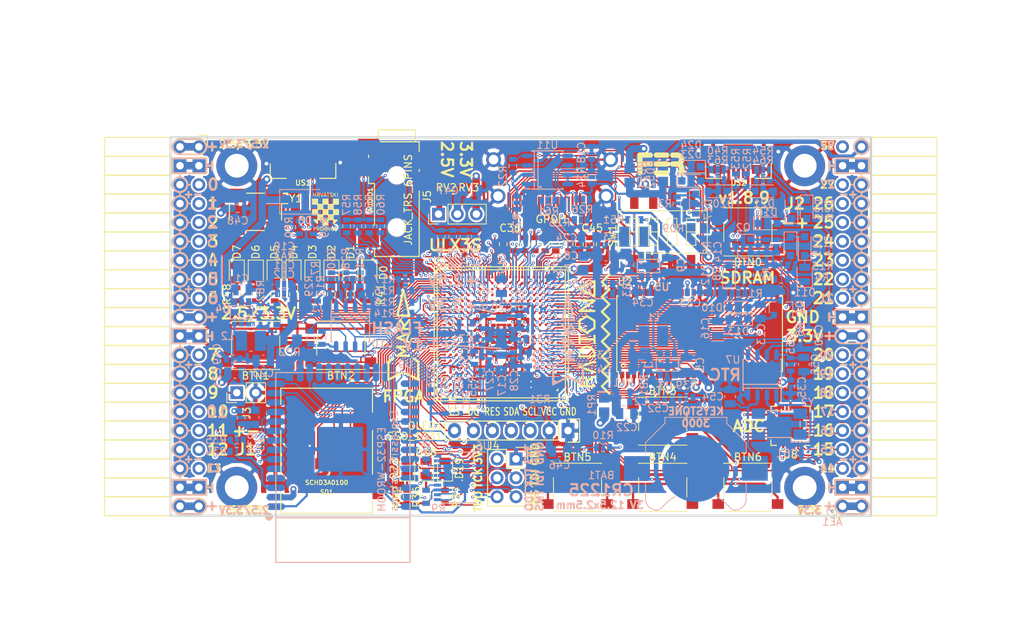
<source format=kicad_pcb>
(kicad_pcb (version 20171130) (host pcbnew 5.0.0-rc2+dfsg1-2)
  (layers (0 F.Cu signal) (1 In1.Cu signal) (2 In2.Cu signal) (31 B.Cu signal) (34 B.Paste user) (35 F.Paste user) (36 B.SilkS user) (37 F.SilkS user) (38 B.Mask user) (39 F.Mask user) (44 Edge.Cuts user))
  (net 0 "")
  (net 1 GND)
  (net 2 +5V)
  (net 3 /gpio/IN5V)
  (net 4 /gpio/OUT5V)
  (net 5 +3V3)
  (net 6 BTN_D)
  (net 7 BTN_F1)
  (net 8 BTN_F2)
  (net 9 BTN_L)
  (net 10 BTN_R)
  (net 11 BTN_U)
  (net 12 /power/FB1)
  (net 13 +2V5)
  (net 14 /power/PWREN)
  (net 15 /power/FB3)
  (net 16 /power/FB2)
  (net 17 /power/VBAT)
  (net 18 JTAG_TDI)
  (net 19 JTAG_TCK)
  (net 20 JTAG_TMS)
  (net 21 JTAG_TDO)
  (net 22 /power/WAKEUPn)
  (net 23 /power/WKUP)
  (net 24 /power/SHUT)
  (net 25 /power/WAKE)
  (net 26 /power/HOLD)
  (net 27 /power/WKn)
  (net 28 /power/OSCI_32k)
  (net 29 /power/OSCO_32k)
  (net 30 SHUTDOWN)
  (net 31 /analog/AUDIO_L)
  (net 32 /analog/AUDIO_R)
  (net 33 GPDI_SDA)
  (net 34 GPDI_SCL)
  (net 35 /gpdi/VREF2)
  (net 36 SD_CMD)
  (net 37 SD_CLK)
  (net 38 SD_D0)
  (net 39 SD_D1)
  (net 40 USB5V)
  (net 41 GPDI_CEC)
  (net 42 nRESET)
  (net 43 FTDI_nDTR)
  (net 44 SDRAM_CKE)
  (net 45 SDRAM_A7)
  (net 46 SDRAM_D15)
  (net 47 SDRAM_BA1)
  (net 48 SDRAM_D7)
  (net 49 SDRAM_A6)
  (net 50 SDRAM_CLK)
  (net 51 SDRAM_D13)
  (net 52 SDRAM_BA0)
  (net 53 SDRAM_D6)
  (net 54 SDRAM_A5)
  (net 55 SDRAM_D14)
  (net 56 SDRAM_A11)
  (net 57 SDRAM_D12)
  (net 58 SDRAM_D5)
  (net 59 SDRAM_A4)
  (net 60 SDRAM_A10)
  (net 61 SDRAM_D11)
  (net 62 SDRAM_A3)
  (net 63 SDRAM_D4)
  (net 64 SDRAM_D10)
  (net 65 SDRAM_D9)
  (net 66 SDRAM_A9)
  (net 67 SDRAM_D3)
  (net 68 SDRAM_D8)
  (net 69 SDRAM_A8)
  (net 70 SDRAM_A2)
  (net 71 SDRAM_A1)
  (net 72 SDRAM_A0)
  (net 73 SDRAM_D2)
  (net 74 SDRAM_D1)
  (net 75 SDRAM_D0)
  (net 76 SDRAM_DQM0)
  (net 77 SDRAM_nCS)
  (net 78 SDRAM_nRAS)
  (net 79 SDRAM_DQM1)
  (net 80 SDRAM_nCAS)
  (net 81 SDRAM_nWE)
  (net 82 /flash/FLASH_nWP)
  (net 83 /flash/FLASH_nHOLD)
  (net 84 /flash/FLASH_MOSI)
  (net 85 /flash/FLASH_MISO)
  (net 86 /flash/FLASH_SCK)
  (net 87 /flash/FLASH_nCS)
  (net 88 /flash/FPGA_PROGRAMN)
  (net 89 /flash/FPGA_DONE)
  (net 90 /flash/FPGA_INITN)
  (net 91 OLED_RES)
  (net 92 OLED_DC)
  (net 93 OLED_CS)
  (net 94 WIFI_EN)
  (net 95 FTDI_nRTS)
  (net 96 FTDI_TXD)
  (net 97 FTDI_RXD)
  (net 98 WIFI_RXD)
  (net 99 WIFI_GPIO0)
  (net 100 WIFI_TXD)
  (net 101 USB_FTDI_D+)
  (net 102 USB_FTDI_D-)
  (net 103 SD_D3)
  (net 104 AUDIO_L3)
  (net 105 AUDIO_L2)
  (net 106 AUDIO_L1)
  (net 107 AUDIO_L0)
  (net 108 AUDIO_R3)
  (net 109 AUDIO_R2)
  (net 110 AUDIO_R1)
  (net 111 AUDIO_R0)
  (net 112 OLED_CLK)
  (net 113 OLED_MOSI)
  (net 114 LED0)
  (net 115 LED1)
  (net 116 LED2)
  (net 117 LED3)
  (net 118 LED4)
  (net 119 LED5)
  (net 120 LED6)
  (net 121 LED7)
  (net 122 BTN_PWRn)
  (net 123 FTDI_nTXLED)
  (net 124 FTDI_nSLEEP)
  (net 125 /blinkey/LED_PWREN)
  (net 126 /blinkey/LED_TXLED)
  (net 127 /sdcard/SD3V3)
  (net 128 SD_D2)
  (net 129 CLK_25MHz)
  (net 130 /blinkey/BTNPUL)
  (net 131 /blinkey/BTNPUR)
  (net 132 USB_FPGA_D+)
  (net 133 /power/FTDI_nSUSPEND)
  (net 134 /blinkey/ALED0)
  (net 135 /blinkey/ALED1)
  (net 136 /blinkey/ALED2)
  (net 137 /blinkey/ALED3)
  (net 138 /blinkey/ALED4)
  (net 139 /blinkey/ALED5)
  (net 140 /blinkey/ALED6)
  (net 141 /blinkey/ALED7)
  (net 142 /usb/FTD-)
  (net 143 /usb/FTD+)
  (net 144 ADC_MISO)
  (net 145 ADC_MOSI)
  (net 146 ADC_CSn)
  (net 147 ADC_SCLK)
  (net 148 SW3)
  (net 149 SW2)
  (net 150 SW1)
  (net 151 USB_FPGA_D-)
  (net 152 /usb/FPD+)
  (net 153 /usb/FPD-)
  (net 154 WIFI_GPIO16)
  (net 155 /usb/ANT_433MHz)
  (net 156 /power/PWRBTn)
  (net 157 PROG_DONE)
  (net 158 /power/P3V3)
  (net 159 /power/P2V5)
  (net 160 /power/L1)
  (net 161 /power/L3)
  (net 162 /power/L2)
  (net 163 FTDI_TXDEN)
  (net 164 SDRAM_A12)
  (net 165 /analog/AUDIO_V)
  (net 166 AUDIO_V3)
  (net 167 AUDIO_V2)
  (net 168 AUDIO_V1)
  (net 169 AUDIO_V0)
  (net 170 /blinkey/LED_WIFI)
  (net 171 /power/P1V1)
  (net 172 +1V1)
  (net 173 SW4)
  (net 174 /blinkey/SWPU)
  (net 175 /wifi/WIFIEN)
  (net 176 FT2V5)
  (net 177 GN0)
  (net 178 GP0)
  (net 179 GN1)
  (net 180 GP1)
  (net 181 GN2)
  (net 182 GP2)
  (net 183 GN3)
  (net 184 GP3)
  (net 185 GN4)
  (net 186 GP4)
  (net 187 GN5)
  (net 188 GP5)
  (net 189 GN6)
  (net 190 GP6)
  (net 191 GN14)
  (net 192 GP14)
  (net 193 GN15)
  (net 194 GP15)
  (net 195 GN16)
  (net 196 GP16)
  (net 197 GN17)
  (net 198 GP17)
  (net 199 GN18)
  (net 200 GP18)
  (net 201 GN19)
  (net 202 GP19)
  (net 203 GN20)
  (net 204 GP20)
  (net 205 GN21)
  (net 206 GP21)
  (net 207 GN22)
  (net 208 GP22)
  (net 209 GN23)
  (net 210 GP23)
  (net 211 GN24)
  (net 212 GP24)
  (net 213 GN25)
  (net 214 GP25)
  (net 215 GN26)
  (net 216 GP26)
  (net 217 GN27)
  (net 218 GP27)
  (net 219 GN7)
  (net 220 GP7)
  (net 221 GN8)
  (net 222 GP8)
  (net 223 GN9)
  (net 224 GP9)
  (net 225 GN10)
  (net 226 GP10)
  (net 227 GN11)
  (net 228 GP11)
  (net 229 GN12)
  (net 230 GP12)
  (net 231 GN13)
  (net 232 GP13)
  (net 233 WIFI_GPIO5)
  (net 234 WIFI_GPIO17)
  (net 235 USB_FPGA_PULL_D+)
  (net 236 USB_FPGA_PULL_D-)
  (net 237 "Net-(D23-Pad2)")
  (net 238 "Net-(D24-Pad1)")
  (net 239 "Net-(D25-Pad2)")
  (net 240 "Net-(D26-Pad1)")
  (net 241 /gpdi/GPDI_ETH+)
  (net 242 FPDI_ETH+)
  (net 243 /gpdi/GPDI_ETH-)
  (net 244 FPDI_ETH-)
  (net 245 /gpdi/GPDI_D2-)
  (net 246 FPDI_D2-)
  (net 247 /gpdi/GPDI_D1-)
  (net 248 FPDI_D1-)
  (net 249 /gpdi/GPDI_D0-)
  (net 250 FPDI_D0-)
  (net 251 /gpdi/GPDI_CLK-)
  (net 252 FPDI_CLK-)
  (net 253 /gpdi/GPDI_D2+)
  (net 254 FPDI_D2+)
  (net 255 /gpdi/GPDI_D1+)
  (net 256 FPDI_D1+)
  (net 257 /gpdi/GPDI_D0+)
  (net 258 FPDI_D0+)
  (net 259 /gpdi/GPDI_CLK+)
  (net 260 FPDI_CLK+)
  (net 261 FPDI_SDA)
  (net 262 FPDI_SCL)
  (net 263 /gpdi/FPDI_CEC)
  (net 264 2V5_3V3)
  (net 265 "Net-(AUDIO1-Pad5)")
  (net 266 "Net-(AUDIO1-Pad6)")
  (net 267 "Net-(U1-PadA15)")
  (net 268 "Net-(U1-PadC9)")
  (net 269 "Net-(U1-PadD9)")
  (net 270 "Net-(U1-PadD10)")
  (net 271 "Net-(U1-PadD11)")
  (net 272 "Net-(U1-PadD12)")
  (net 273 "Net-(U1-PadE6)")
  (net 274 "Net-(U1-PadE9)")
  (net 275 "Net-(U1-PadE10)")
  (net 276 "Net-(U1-PadE11)")
  (net 277 "Net-(U1-PadJ4)")
  (net 278 "Net-(U1-PadJ5)")
  (net 279 "Net-(U1-PadK5)")
  (net 280 "Net-(U1-PadL5)")
  (net 281 "Net-(U1-PadM4)")
  (net 282 "Net-(U1-PadM5)")
  (net 283 SD_CD)
  (net 284 SD_WP)
  (net 285 "Net-(U1-PadR3)")
  (net 286 "Net-(U1-PadT16)")
  (net 287 "Net-(U1-PadW4)")
  (net 288 "Net-(U1-PadW5)")
  (net 289 "Net-(U1-PadW8)")
  (net 290 "Net-(U1-PadW9)")
  (net 291 "Net-(U1-PadW13)")
  (net 292 "Net-(U1-PadW14)")
  (net 293 "Net-(U1-PadW17)")
  (net 294 "Net-(U1-PadW18)")
  (net 295 FTDI_nRXLED)
  (net 296 "Net-(U8-Pad12)")
  (net 297 "Net-(U8-Pad25)")
  (net 298 "Net-(U9-Pad32)")
  (net 299 "Net-(U9-Pad22)")
  (net 300 "Net-(U9-Pad21)")
  (net 301 "Net-(U9-Pad20)")
  (net 302 "Net-(U9-Pad19)")
  (net 303 "Net-(U9-Pad18)")
  (net 304 "Net-(U9-Pad17)")
  (net 305 "Net-(U9-Pad12)")
  (net 306 "Net-(U9-Pad5)")
  (net 307 "Net-(U9-Pad4)")
  (net 308 "Net-(US1-Pad4)")
  (net 309 "Net-(US2-Pad4)")
  (net 310 "Net-(Y2-Pad3)")
  (net 311 "Net-(Y2-Pad2)")
  (net 312 "Net-(U1-PadK16)")
  (net 313 "Net-(U1-PadK17)")
  (net 314 /usb/US2VBUS)
  (net 315 /power/SHD)
  (net 316 /power/RTCVDD)
  (module usb_otg:USB-MICRO-B-FCI-10118192-0001LF-small-pads (layer F.Cu) (at 170.3 63.325 180)
    (fp_text reference US2 (at 0 -4.2 180) (layer F.SilkS) (effects (font (size 0.7 0.7))))
    (fp_text value MICRO_USB hide)
    (pad 6 smd rect (at 3.4 0 180) (size 1.7 1.3) (layers F.Cu F.Paste F.Mask) (net 1 GND))
    (pad 6 smd rect (at -3.4 0) (size 1.7 1.3) (layers F.Cu F.Paste F.Mask) (net 1 GND))
    (pad 5 smd rect (at 1.3 -2.675 180) (size 0.4 1.35) (layers F.Cu F.Paste F.Mask) (net 1 GND))
    (pad 4 smd rect (at 0.65 -2.675 180) (size 0.4 1.35) (layers F.Cu F.Paste F.Mask) (net 309 "Net-(US2-Pad4)"))
    (pad 3 smd rect (at 0 -2.675 180) (size 0.4 1.35) (layers F.Cu F.Paste F.Mask) (net 152 /usb/FPD+))
    (pad 2 smd rect (at -0.65 -2.675 180) (size 0.4 1.35) (layers F.Cu F.Paste F.Mask) (net 153 /usb/FPD-))
    (pad 1 smd rect (at -1.3 -2.675 180) (size 0.4 1.35) (layers F.Cu F.Paste F.Mask) (net 314 /usb/US2VBUS))
    (pad 6 smd rect (at 0 0 180) (size 4 1.9) (layers F.Cu F.Paste F.Mask) (net 1 GND))
    (pad 6 smd rect (at 2.6 -2.4 180) (size 1.6 1.2) (layers F.Cu F.Paste F.Mask) (net 1 GND))
    (pad 6 smd rect (at -2.6 -2.4 180) (size 1.6 1.2) (layers F.Cu F.Paste F.Mask) (net 1 GND))
  )
  (module usb_otg:USB-MICRO-B-FCI-10118192-0001LF-small-pads (layer F.Cu) (at 111.88 63.325 180)
    (fp_text reference US1 (at 0 -4.2 180) (layer F.SilkS) (effects (font (size 0.7 0.7))))
    (fp_text value MICRO_USB hide)
    (pad 6 smd rect (at 3.4 0 180) (size 1.7 1.3) (layers F.Cu F.Paste F.Mask) (net 1 GND))
    (pad 6 smd rect (at -3.4 0) (size 1.7 1.3) (layers F.Cu F.Paste F.Mask) (net 1 GND))
    (pad 5 smd rect (at 1.3 -2.675 180) (size 0.4 1.35) (layers F.Cu F.Paste F.Mask) (net 1 GND))
    (pad 4 smd rect (at 0.65 -2.675 180) (size 0.4 1.35) (layers F.Cu F.Paste F.Mask) (net 308 "Net-(US1-Pad4)"))
    (pad 3 smd rect (at 0 -2.675 180) (size 0.4 1.35) (layers F.Cu F.Paste F.Mask) (net 143 /usb/FTD+))
    (pad 2 smd rect (at -0.65 -2.675 180) (size 0.4 1.35) (layers F.Cu F.Paste F.Mask) (net 142 /usb/FTD-))
    (pad 1 smd rect (at -1.3 -2.675 180) (size 0.4 1.35) (layers F.Cu F.Paste F.Mask) (net 40 USB5V))
    (pad 6 smd rect (at 0 0 180) (size 4 1.9) (layers F.Cu F.Paste F.Mask) (net 1 GND))
    (pad 6 smd rect (at 2.6 -2.4 180) (size 1.6 1.2) (layers F.Cu F.Paste F.Mask) (net 1 GND))
    (pad 6 smd rect (at -2.6 -2.4 180) (size 1.6 1.2) (layers F.Cu F.Paste F.Mask) (net 1 GND))
  )
  (module Socket_Strips:Socket_Strip_Angled_2x20 (layer F.Cu) (at 97.91 62.69 270)
    (fp_text reference J1 (at 40.64 -6.35) (layer F.SilkS) (effects (font (size 1.5 1.5) (thickness 0.3))))
    (fp_text value CONN_02X20 hide)
    (pad 1 thru_hole oval (at 0 0 270) (size 1.7272 1.7272) (drill 1.016) (layers *.Cu *.Mask) (net 264 2V5_3V3))
    (pad 2 thru_hole oval (at 0 2.54 270) (size 1.7272 1.7272) (drill 1.016) (layers *.Cu *.Mask) (net 264 2V5_3V3))
    (pad 3 thru_hole rect (at 2.54 0 270) (size 1.7272 1.7272) (drill 1.016) (layers *.Cu *.Mask) (net 1 GND))
    (pad 4 thru_hole rect (at 2.54 2.54 270) (size 1.7272 1.7272) (drill 1.016) (layers *.Cu *.Mask) (net 1 GND))
    (pad 5 thru_hole oval (at 5.08 0 270) (size 1.7272 1.7272) (drill 1.016) (layers *.Cu *.Mask) (net 177 GN0))
    (pad 6 thru_hole oval (at 5.08 2.54 270) (size 1.7272 1.7272) (drill 1.016) (layers *.Cu *.Mask) (net 178 GP0))
    (pad 7 thru_hole oval (at 7.62 0 270) (size 1.7272 1.7272) (drill 1.016) (layers *.Cu *.Mask) (net 179 GN1))
    (pad 8 thru_hole oval (at 7.62 2.54 270) (size 1.7272 1.7272) (drill 1.016) (layers *.Cu *.Mask) (net 180 GP1))
    (pad 9 thru_hole oval (at 10.16 0 270) (size 1.7272 1.7272) (drill 1.016) (layers *.Cu *.Mask) (net 181 GN2))
    (pad 10 thru_hole oval (at 10.16 2.54 270) (size 1.7272 1.7272) (drill 1.016) (layers *.Cu *.Mask) (net 182 GP2))
    (pad 11 thru_hole oval (at 12.7 0 270) (size 1.7272 1.7272) (drill 1.016) (layers *.Cu *.Mask) (net 183 GN3))
    (pad 12 thru_hole oval (at 12.7 2.54 270) (size 1.7272 1.7272) (drill 1.016) (layers *.Cu *.Mask) (net 184 GP3))
    (pad 13 thru_hole oval (at 15.24 0 270) (size 1.7272 1.7272) (drill 1.016) (layers *.Cu *.Mask) (net 185 GN4))
    (pad 14 thru_hole oval (at 15.24 2.54 270) (size 1.7272 1.7272) (drill 1.016) (layers *.Cu *.Mask) (net 186 GP4))
    (pad 15 thru_hole oval (at 17.78 0 270) (size 1.7272 1.7272) (drill 1.016) (layers *.Cu *.Mask) (net 187 GN5))
    (pad 16 thru_hole oval (at 17.78 2.54 270) (size 1.7272 1.7272) (drill 1.016) (layers *.Cu *.Mask) (net 188 GP5))
    (pad 17 thru_hole oval (at 20.32 0 270) (size 1.7272 1.7272) (drill 1.016) (layers *.Cu *.Mask) (net 189 GN6))
    (pad 18 thru_hole oval (at 20.32 2.54 270) (size 1.7272 1.7272) (drill 1.016) (layers *.Cu *.Mask) (net 190 GP6))
    (pad 19 thru_hole oval (at 22.86 0 270) (size 1.7272 1.7272) (drill 1.016) (layers *.Cu *.Mask) (net 264 2V5_3V3))
    (pad 20 thru_hole oval (at 22.86 2.54 270) (size 1.7272 1.7272) (drill 1.016) (layers *.Cu *.Mask) (net 264 2V5_3V3))
    (pad 21 thru_hole rect (at 25.4 0 270) (size 1.7272 1.7272) (drill 1.016) (layers *.Cu *.Mask) (net 1 GND))
    (pad 22 thru_hole rect (at 25.4 2.54 270) (size 1.7272 1.7272) (drill 1.016) (layers *.Cu *.Mask) (net 1 GND))
    (pad 23 thru_hole oval (at 27.94 0 270) (size 1.7272 1.7272) (drill 1.016) (layers *.Cu *.Mask) (net 219 GN7))
    (pad 24 thru_hole oval (at 27.94 2.54 270) (size 1.7272 1.7272) (drill 1.016) (layers *.Cu *.Mask) (net 220 GP7))
    (pad 25 thru_hole oval (at 30.48 0 270) (size 1.7272 1.7272) (drill 1.016) (layers *.Cu *.Mask) (net 221 GN8))
    (pad 26 thru_hole oval (at 30.48 2.54 270) (size 1.7272 1.7272) (drill 1.016) (layers *.Cu *.Mask) (net 222 GP8))
    (pad 27 thru_hole oval (at 33.02 0 270) (size 1.7272 1.7272) (drill 1.016) (layers *.Cu *.Mask) (net 223 GN9))
    (pad 28 thru_hole oval (at 33.02 2.54 270) (size 1.7272 1.7272) (drill 1.016) (layers *.Cu *.Mask) (net 224 GP9))
    (pad 29 thru_hole oval (at 35.56 0 270) (size 1.7272 1.7272) (drill 1.016) (layers *.Cu *.Mask) (net 225 GN10))
    (pad 30 thru_hole oval (at 35.56 2.54 270) (size 1.7272 1.7272) (drill 1.016) (layers *.Cu *.Mask) (net 226 GP10))
    (pad 31 thru_hole oval (at 38.1 0 270) (size 1.7272 1.7272) (drill 1.016) (layers *.Cu *.Mask) (net 227 GN11))
    (pad 32 thru_hole oval (at 38.1 2.54 270) (size 1.7272 1.7272) (drill 1.016) (layers *.Cu *.Mask) (net 228 GP11))
    (pad 33 thru_hole oval (at 40.64 0 270) (size 1.7272 1.7272) (drill 1.016) (layers *.Cu *.Mask) (net 229 GN12))
    (pad 34 thru_hole oval (at 40.64 2.54 270) (size 1.7272 1.7272) (drill 1.016) (layers *.Cu *.Mask) (net 230 GP12))
    (pad 35 thru_hole oval (at 43.18 0 270) (size 1.7272 1.7272) (drill 1.016) (layers *.Cu *.Mask) (net 231 GN13))
    (pad 36 thru_hole oval (at 43.18 2.54 270) (size 1.7272 1.7272) (drill 1.016) (layers *.Cu *.Mask) (net 232 GP13))
    (pad 37 thru_hole rect (at 45.72 0 270) (size 1.7272 1.7272) (drill 1.016) (layers *.Cu *.Mask) (net 1 GND))
    (pad 38 thru_hole rect (at 45.72 2.54 270) (size 1.7272 1.7272) (drill 1.016) (layers *.Cu *.Mask) (net 1 GND))
    (pad 39 thru_hole oval (at 48.26 0 270) (size 1.7272 1.7272) (drill 1.016) (layers *.Cu *.Mask) (net 264 2V5_3V3))
    (pad 40 thru_hole oval (at 48.26 2.54 270) (size 1.7272 1.7272) (drill 1.016) (layers *.Cu *.Mask) (net 264 2V5_3V3))
  )
  (module TSOT-25:TSOT-25 (layer B.Cu) (at 160.775 91.9)
    (fp_text reference U3 (at -0.295 2.9) (layer B.SilkS) (effects (font (thickness 0.2)) (justify mirror)))
    (fp_text value TLV62569DBV)
    (pad 1 smd rect (at -0.95 -1.3) (size 0.7 1.2) (layers B.Cu B.Paste B.Mask) (net 14 /power/PWREN))
    (pad 2 smd rect (at 0 -1.3) (size 0.7 1.2) (layers B.Cu B.Paste B.Mask) (net 1 GND))
    (pad 3 smd rect (at 0.95 -1.3) (size 0.7 1.2) (layers B.Cu B.Paste B.Mask) (net 160 /power/L1))
    (pad 4 smd rect (at 0.95 1.3) (size 0.7 1.2) (layers B.Cu B.Paste B.Mask) (net 2 +5V))
    (pad 5 smd rect (at -0.95 1.3) (size 0.7 1.2) (layers B.Cu B.Paste B.Mask) (net 12 /power/FB1))
  )
  (module TSOT-25:TSOT-25 (layer B.Cu) (at 103.625 84.915 180)
    (fp_text reference U4 (at 2.525 0.4265 180) (layer B.SilkS) (effects (font (thickness 0.2)) (justify mirror)))
    (fp_text value TLV62569DBV)
    (pad 1 smd rect (at -0.95 -1.3 180) (size 0.7 1.2) (layers B.Cu B.Paste B.Mask) (net 14 /power/PWREN))
    (pad 2 smd rect (at 0 -1.3 180) (size 0.7 1.2) (layers B.Cu B.Paste B.Mask) (net 1 GND))
    (pad 3 smd rect (at 0.95 -1.3 180) (size 0.7 1.2) (layers B.Cu B.Paste B.Mask) (net 162 /power/L2))
    (pad 4 smd rect (at 0.95 1.3 180) (size 0.7 1.2) (layers B.Cu B.Paste B.Mask) (net 2 +5V))
    (pad 5 smd rect (at -0.95 1.3 180) (size 0.7 1.2) (layers B.Cu B.Paste B.Mask) (net 16 /power/FB2))
  )
  (module TSOT-25:TSOT-25 (layer B.Cu) (at 158.235 78.692)
    (fp_text reference U5 (at 1.793 2.812) (layer B.SilkS) (effects (font (thickness 0.2)) (justify mirror)))
    (fp_text value TLV62569DBV)
    (pad 1 smd rect (at -0.95 -1.3) (size 0.7 1.2) (layers B.Cu B.Paste B.Mask) (net 14 /power/PWREN))
    (pad 2 smd rect (at 0 -1.3) (size 0.7 1.2) (layers B.Cu B.Paste B.Mask) (net 1 GND))
    (pad 3 smd rect (at 0.95 -1.3) (size 0.7 1.2) (layers B.Cu B.Paste B.Mask) (net 161 /power/L3))
    (pad 4 smd rect (at 0.95 1.3) (size 0.7 1.2) (layers B.Cu B.Paste B.Mask) (net 2 +5V))
    (pad 5 smd rect (at -0.95 1.3) (size 0.7 1.2) (layers B.Cu B.Paste B.Mask) (net 15 /power/FB3))
  )
  (module Socket_Strips:Socket_Strip_Angled_2x20 (layer F.Cu) (at 184.27 110.95 90)
    (fp_text reference J2 (at 40.64 -6.35 180) (layer F.SilkS) (effects (font (size 1.5 1.5) (thickness 0.3))))
    (fp_text value CONN_02X20 hide)
    (pad 1 thru_hole oval (at 0 0 90) (size 1.7272 1.7272) (drill 1.016) (layers *.Cu *.Mask) (net 5 +3V3))
    (pad 2 thru_hole oval (at 0 2.54 90) (size 1.7272 1.7272) (drill 1.016) (layers *.Cu *.Mask) (net 5 +3V3))
    (pad 3 thru_hole rect (at 2.54 0 90) (size 1.7272 1.7272) (drill 1.016) (layers *.Cu *.Mask) (net 1 GND))
    (pad 4 thru_hole rect (at 2.54 2.54 90) (size 1.7272 1.7272) (drill 1.016) (layers *.Cu *.Mask) (net 1 GND))
    (pad 5 thru_hole oval (at 5.08 0 90) (size 1.7272 1.7272) (drill 1.016) (layers *.Cu *.Mask) (net 191 GN14))
    (pad 6 thru_hole oval (at 5.08 2.54 90) (size 1.7272 1.7272) (drill 1.016) (layers *.Cu *.Mask) (net 192 GP14))
    (pad 7 thru_hole oval (at 7.62 0 90) (size 1.7272 1.7272) (drill 1.016) (layers *.Cu *.Mask) (net 193 GN15))
    (pad 8 thru_hole oval (at 7.62 2.54 90) (size 1.7272 1.7272) (drill 1.016) (layers *.Cu *.Mask) (net 194 GP15))
    (pad 9 thru_hole oval (at 10.16 0 90) (size 1.7272 1.7272) (drill 1.016) (layers *.Cu *.Mask) (net 195 GN16))
    (pad 10 thru_hole oval (at 10.16 2.54 90) (size 1.7272 1.7272) (drill 1.016) (layers *.Cu *.Mask) (net 196 GP16))
    (pad 11 thru_hole oval (at 12.7 0 90) (size 1.7272 1.7272) (drill 1.016) (layers *.Cu *.Mask) (net 197 GN17))
    (pad 12 thru_hole oval (at 12.7 2.54 90) (size 1.7272 1.7272) (drill 1.016) (layers *.Cu *.Mask) (net 198 GP17))
    (pad 13 thru_hole oval (at 15.24 0 90) (size 1.7272 1.7272) (drill 1.016) (layers *.Cu *.Mask) (net 199 GN18))
    (pad 14 thru_hole oval (at 15.24 2.54 90) (size 1.7272 1.7272) (drill 1.016) (layers *.Cu *.Mask) (net 200 GP18))
    (pad 15 thru_hole oval (at 17.78 0 90) (size 1.7272 1.7272) (drill 1.016) (layers *.Cu *.Mask) (net 201 GN19))
    (pad 16 thru_hole oval (at 17.78 2.54 90) (size 1.7272 1.7272) (drill 1.016) (layers *.Cu *.Mask) (net 202 GP19))
    (pad 17 thru_hole oval (at 20.32 0 90) (size 1.7272 1.7272) (drill 1.016) (layers *.Cu *.Mask) (net 203 GN20))
    (pad 18 thru_hole oval (at 20.32 2.54 90) (size 1.7272 1.7272) (drill 1.016) (layers *.Cu *.Mask) (net 204 GP20))
    (pad 19 thru_hole oval (at 22.86 0 90) (size 1.7272 1.7272) (drill 1.016) (layers *.Cu *.Mask) (net 5 +3V3))
    (pad 20 thru_hole oval (at 22.86 2.54 90) (size 1.7272 1.7272) (drill 1.016) (layers *.Cu *.Mask) (net 5 +3V3))
    (pad 21 thru_hole rect (at 25.4 0 90) (size 1.7272 1.7272) (drill 1.016) (layers *.Cu *.Mask) (net 1 GND))
    (pad 22 thru_hole rect (at 25.4 2.54 90) (size 1.7272 1.7272) (drill 1.016) (layers *.Cu *.Mask) (net 1 GND))
    (pad 23 thru_hole oval (at 27.94 0 90) (size 1.7272 1.7272) (drill 1.016) (layers *.Cu *.Mask) (net 205 GN21))
    (pad 24 thru_hole oval (at 27.94 2.54 90) (size 1.7272 1.7272) (drill 1.016) (layers *.Cu *.Mask) (net 206 GP21))
    (pad 25 thru_hole oval (at 30.48 0 90) (size 1.7272 1.7272) (drill 1.016) (layers *.Cu *.Mask) (net 207 GN22))
    (pad 26 thru_hole oval (at 30.48 2.54 90) (size 1.7272 1.7272) (drill 1.016) (layers *.Cu *.Mask) (net 208 GP22))
    (pad 27 thru_hole oval (at 33.02 0 90) (size 1.7272 1.7272) (drill 1.016) (layers *.Cu *.Mask) (net 209 GN23))
    (pad 28 thru_hole oval (at 33.02 2.54 90) (size 1.7272 1.7272) (drill 1.016) (layers *.Cu *.Mask) (net 210 GP23))
    (pad 29 thru_hole oval (at 35.56 0 90) (size 1.7272 1.7272) (drill 1.016) (layers *.Cu *.Mask) (net 211 GN24))
    (pad 30 thru_hole oval (at 35.56 2.54 90) (size 1.7272 1.7272) (drill 1.016) (layers *.Cu *.Mask) (net 212 GP24))
    (pad 31 thru_hole oval (at 38.1 0 90) (size 1.7272 1.7272) (drill 1.016) (layers *.Cu *.Mask) (net 213 GN25))
    (pad 32 thru_hole oval (at 38.1 2.54 90) (size 1.7272 1.7272) (drill 1.016) (layers *.Cu *.Mask) (net 214 GP25))
    (pad 33 thru_hole oval (at 40.64 0 90) (size 1.7272 1.7272) (drill 1.016) (layers *.Cu *.Mask) (net 215 GN26))
    (pad 34 thru_hole oval (at 40.64 2.54 90) (size 1.7272 1.7272) (drill 1.016) (layers *.Cu *.Mask) (net 216 GP26))
    (pad 35 thru_hole oval (at 43.18 0 90) (size 1.7272 1.7272) (drill 1.016) (layers *.Cu *.Mask) (net 217 GN27))
    (pad 36 thru_hole oval (at 43.18 2.54 90) (size 1.7272 1.7272) (drill 1.016) (layers *.Cu *.Mask) (net 218 GP27))
    (pad 37 thru_hole rect (at 45.72 0 90) (size 1.7272 1.7272) (drill 1.016) (layers *.Cu *.Mask) (net 1 GND))
    (pad 38 thru_hole rect (at 45.72 2.54 90) (size 1.7272 1.7272) (drill 1.016) (layers *.Cu *.Mask) (net 1 GND))
    (pad 39 thru_hole oval (at 48.26 0 90) (size 1.7272 1.7272) (drill 1.016) (layers *.Cu *.Mask) (net 3 /gpio/IN5V))
    (pad 40 thru_hole oval (at 48.26 2.54 90) (size 1.7272 1.7272) (drill 1.016) (layers *.Cu *.Mask) (net 4 /gpio/OUT5V))
  )
  (module Mounting_Holes:MountingHole_3.2mm_M3_ISO14580_Pad (layer F.Cu) (at 102.99 108.41)
    (fp_text reference H1 hide)
    (fp_text value HOLE hide)
    (pad 1 thru_hole circle (at 0 0) (size 5.5 5.5) (drill 3.2) (layers *.Cu *.Mask) (net 1 GND))
  )
  (module Mounting_Holes:MountingHole_3.2mm_M3_ISO14580_Pad (layer F.Cu) (at 179.19 108.41)
    (fp_text reference H2 hide)
    (fp_text value HOLE hide)
    (pad 1 thru_hole circle (at 0 0) (size 5.5 5.5) (drill 3.2) (layers *.Cu *.Mask) (net 1 GND))
  )
  (module Mounting_Holes:MountingHole_3.2mm_M3_ISO14580_Pad (layer F.Cu) (at 179.19 65.23)
    (fp_text reference H3 hide)
    (fp_text value HOLE hide)
    (pad 1 thru_hole circle (at 0 0) (size 5.5 5.5) (drill 3.2) (layers *.Cu *.Mask) (net 1 GND))
  )
  (module Mounting_Holes:MountingHole_3.2mm_M3_ISO14580_Pad (layer F.Cu) (at 102.99 65.23)
    (fp_text reference H4 hide)
    (fp_text value HOLE hide)
    (pad 1 thru_hole circle (at 0 0) (size 5.5 5.5) (drill 3.2) (layers *.Cu *.Mask) (net 1 GND))
  )
  (module Housings_SSOP:SSOP-20_4.4x6.5mm_Pitch0.65mm (layer B.Cu) (at 132.835 107.14 180)
    (fp_text reference U6 (at -3.175 4.318 180) (layer B.SilkS) (effects (justify mirror)))
    (fp_text value FT231XS)
    (pad 1 smd rect (at -2.9 2.925 180) (size 1 0.4) (layers B.Cu B.Paste B.Mask) (net 43 FTDI_nDTR))
    (pad 2 smd rect (at -2.9 2.275 180) (size 1 0.4) (layers B.Cu B.Paste B.Mask) (net 95 FTDI_nRTS))
    (pad 3 smd rect (at -2.9 1.625 180) (size 1 0.4) (layers B.Cu B.Paste B.Mask) (net 176 FT2V5))
    (pad 4 smd rect (at -2.9 0.975 180) (size 1 0.4) (layers B.Cu B.Paste B.Mask) (net 97 FTDI_RXD))
    (pad 5 smd rect (at -2.9 0.325 180) (size 1 0.4) (layers B.Cu B.Paste B.Mask) (net 18 JTAG_TDI))
    (pad 6 smd rect (at -2.9 -0.325 180) (size 1 0.4) (layers B.Cu B.Paste B.Mask) (net 1 GND))
    (pad 7 smd rect (at -2.9 -0.975 180) (size 1 0.4) (layers B.Cu B.Paste B.Mask) (net 19 JTAG_TCK))
    (pad 8 smd rect (at -2.9 -1.625 180) (size 1 0.4) (layers B.Cu B.Paste B.Mask) (net 20 JTAG_TMS))
    (pad 9 smd rect (at -2.9 -2.275 180) (size 1 0.4) (layers B.Cu B.Paste B.Mask) (net 21 JTAG_TDO))
    (pad 10 smd rect (at -2.9 -2.925 180) (size 1 0.4) (layers B.Cu B.Paste B.Mask) (net 123 FTDI_nTXLED))
    (pad 11 smd rect (at 2.9 -2.925 180) (size 1 0.4) (layers B.Cu B.Paste B.Mask) (net 101 USB_FTDI_D+))
    (pad 12 smd rect (at 2.9 -2.275 180) (size 1 0.4) (layers B.Cu B.Paste B.Mask) (net 102 USB_FTDI_D-))
    (pad 13 smd rect (at 2.9 -1.625 180) (size 1 0.4) (layers B.Cu B.Paste B.Mask) (net 176 FT2V5))
    (pad 14 smd rect (at 2.9 -0.975 180) (size 1 0.4) (layers B.Cu B.Paste B.Mask) (net 42 nRESET))
    (pad 15 smd rect (at 2.9 -0.325 180) (size 1 0.4) (layers B.Cu B.Paste B.Mask) (net 40 USB5V))
    (pad 16 smd rect (at 2.9 0.325 180) (size 1 0.4) (layers B.Cu B.Paste B.Mask) (net 1 GND))
    (pad 17 smd rect (at 2.9 0.975 180) (size 1 0.4) (layers B.Cu B.Paste B.Mask) (net 295 FTDI_nRXLED))
    (pad 18 smd rect (at 2.9 1.625 180) (size 1 0.4) (layers B.Cu B.Paste B.Mask) (net 163 FTDI_TXDEN))
    (pad 19 smd rect (at 2.9 2.275 180) (size 1 0.4) (layers B.Cu B.Paste B.Mask) (net 124 FTDI_nSLEEP))
    (pad 20 smd rect (at 2.9 2.925 180) (size 1 0.4) (layers B.Cu B.Paste B.Mask) (net 96 FTDI_TXD))
  )
  (module Socket_Strips:Socket_Strip_Straight_2x03 (layer F.Cu) (at 140.455 104.6 270)
    (fp_text reference J4 (at -1.778 3.048) (layer F.SilkS))
    (fp_text value CONN_02X03 hide)
    (pad 1 thru_hole rect (at 0 0 270) (size 1.7272 1.7272) (drill 1.016) (layers *.Cu *.Mask) (net 1 GND))
    (pad 2 thru_hole oval (at 0 2.54 270) (size 1.7272 1.7272) (drill 1.016) (layers *.Cu *.Mask) (net 5 +3V3))
    (pad 3 thru_hole oval (at 2.54 0 270) (size 1.7272 1.7272) (drill 1.016) (layers *.Cu *.Mask) (net 18 JTAG_TDI))
    (pad 4 thru_hole oval (at 2.54 2.54 270) (size 1.7272 1.7272) (drill 1.016) (layers *.Cu *.Mask) (net 19 JTAG_TCK))
    (pad 5 thru_hole oval (at 5.08 0 270) (size 1.7272 1.7272) (drill 1.016) (layers *.Cu *.Mask) (net 20 JTAG_TMS))
    (pad 6 thru_hole oval (at 5.08 2.54 270) (size 1.7272 1.7272) (drill 1.016) (layers *.Cu *.Mask) (net 21 JTAG_TDO))
  )
  (module Housings_DFN_QFN:QFN-28-1EP_5x5mm_Pitch0.5mm (layer F.Cu) (at 177.285 100.155 180)
    (fp_text reference U8 (at 0 -3.875 180) (layer F.SilkS))
    (fp_text value MAX11125)
    (pad 1 smd oval (at -2.45 -1.5 180) (size 0.85 0.3) (layers F.Cu F.Paste F.Mask) (net 194 GP15))
    (pad 2 smd oval (at -2.45 -1 180) (size 0.85 0.3) (layers F.Cu F.Paste F.Mask) (net 195 GN16))
    (pad 3 smd oval (at -2.45 -0.5 180) (size 0.85 0.3) (layers F.Cu F.Paste F.Mask) (net 196 GP16))
    (pad 4 smd oval (at -2.45 0 180) (size 0.85 0.3) (layers F.Cu F.Paste F.Mask) (net 197 GN17))
    (pad 5 smd oval (at -2.45 0.5 180) (size 0.85 0.3) (layers F.Cu F.Paste F.Mask) (net 198 GP17))
    (pad 6 smd oval (at -2.45 1 180) (size 0.85 0.3) (layers F.Cu F.Paste F.Mask) (net 1 GND))
    (pad 7 smd oval (at -2.45 1.5 180) (size 0.85 0.3) (layers F.Cu F.Paste F.Mask) (net 1 GND))
    (pad 8 smd oval (at -1.5 2.45 270) (size 0.85 0.3) (layers F.Cu F.Paste F.Mask) (net 1 GND))
    (pad 9 smd oval (at -1 2.45 270) (size 0.85 0.3) (layers F.Cu F.Paste F.Mask) (net 1 GND))
    (pad 10 smd oval (at -0.5 2.45 270) (size 0.85 0.3) (layers F.Cu F.Paste F.Mask) (net 1 GND))
    (pad 11 smd oval (at 0 2.45 270) (size 0.85 0.3) (layers F.Cu F.Paste F.Mask) (net 1 GND))
    (pad 12 smd oval (at 0.5 2.45 270) (size 0.85 0.3) (layers F.Cu F.Paste F.Mask) (net 296 "Net-(U8-Pad12)"))
    (pad 13 smd oval (at 1 2.45 270) (size 0.85 0.3) (layers F.Cu F.Paste F.Mask) (net 1 GND))
    (pad 14 smd oval (at 1.5 2.45 270) (size 0.85 0.3) (layers F.Cu F.Paste F.Mask) (net 1 GND))
    (pad 15 smd oval (at 2.45 1.5 180) (size 0.85 0.3) (layers F.Cu F.Paste F.Mask) (net 5 +3V3))
    (pad 16 smd oval (at 2.45 1 180) (size 0.85 0.3) (layers F.Cu F.Paste F.Mask) (net 1 GND))
    (pad 17 smd oval (at 2.45 0.5 180) (size 0.85 0.3) (layers F.Cu F.Paste F.Mask) (net 5 +3V3))
    (pad 18 smd oval (at 2.45 0 180) (size 0.85 0.3) (layers F.Cu F.Paste F.Mask) (net 5 +3V3))
    (pad 19 smd oval (at 2.45 -0.5 180) (size 0.85 0.3) (layers F.Cu F.Paste F.Mask) (net 147 ADC_SCLK))
    (pad 20 smd oval (at 2.45 -1 180) (size 0.85 0.3) (layers F.Cu F.Paste F.Mask) (net 146 ADC_CSn))
    (pad 21 smd oval (at 2.45 -1.5 180) (size 0.85 0.3) (layers F.Cu F.Paste F.Mask) (net 145 ADC_MOSI))
    (pad 22 smd oval (at 1.5 -2.45 270) (size 0.85 0.3) (layers F.Cu F.Paste F.Mask) (net 1 GND))
    (pad 23 smd oval (at 1 -2.45 270) (size 0.85 0.3) (layers F.Cu F.Paste F.Mask) (net 5 +3V3))
    (pad 24 smd oval (at 0.5 -2.45 270) (size 0.85 0.3) (layers F.Cu F.Paste F.Mask) (net 144 ADC_MISO))
    (pad 25 smd oval (at 0 -2.45 270) (size 0.85 0.3) (layers F.Cu F.Paste F.Mask) (net 297 "Net-(U8-Pad25)"))
    (pad 26 smd oval (at -0.5 -2.45 270) (size 0.85 0.3) (layers F.Cu F.Paste F.Mask) (net 191 GN14))
    (pad 27 smd oval (at -1 -2.45 270) (size 0.85 0.3) (layers F.Cu F.Paste F.Mask) (net 192 GP14))
    (pad 28 smd oval (at -1.5 -2.45 270) (size 0.85 0.3) (layers F.Cu F.Paste F.Mask) (net 193 GN15))
    (pad 29 smd rect (at 0.8375 0.8375 180) (size 1.675 1.675) (layers F.Cu F.Paste F.Mask) (net 1 GND))
    (pad 29 smd rect (at 0.8375 -0.8375 180) (size 1.675 1.675) (layers F.Cu F.Paste F.Mask) (net 1 GND))
    (pad 29 smd rect (at -0.8375 0.8375 180) (size 1.675 1.675) (layers F.Cu F.Paste F.Mask) (net 1 GND))
    (pad 29 smd rect (at -0.8375 -0.8375 180) (size 1.675 1.675) (layers F.Cu F.Paste F.Mask) (net 1 GND))
  )
  (module oled:oled_13xx (layer F.Cu) (at 139.82 100.79 180)
    (fp_text reference OLED1 (at 11.557 0.635 180) (layer F.SilkS))
    (fp_text value SSD_1331 (at 12.954 -0.762 180) (layer F.SilkS))
    (fp_text user CS (at 7.62 2.54 180) (layer F.SilkS) (effects (font (size 1 0.75))))
    (fp_text user DC (at 5.08 2.54 180) (layer F.SilkS) (effects (font (size 1 0.75))))
    (fp_text user RES (at 2.54 2.54 180) (layer F.SilkS) (effects (font (size 1 0.75))))
    (fp_text user SDA (at 0 2.54 180) (layer F.SilkS) (effects (font (size 1 0.75))))
    (fp_text user SCL (at -2.54 2.54 180) (layer F.SilkS) (effects (font (size 1 0.75))))
    (fp_text user VCC (at -5.08 2.54 180) (layer F.SilkS) (effects (font (size 1 0.75))))
    (fp_text user GND (at -7.62 2.54 180) (layer F.SilkS) (effects (font (size 1 0.75))))
    (pad 1 thru_hole rect (at -7.62 0 180) (size 1.7272 2.032) (drill 1.016) (layers *.Cu *.Mask) (net 1 GND))
    (pad 2 thru_hole oval (at -5.08 0 180) (size 1.7272 2.032) (drill 1.016) (layers *.Cu *.Mask) (net 5 +3V3))
    (pad 3 thru_hole oval (at -2.54 0 180) (size 1.7272 2.032) (drill 1.016) (layers *.Cu *.Mask) (net 112 OLED_CLK))
    (pad 4 thru_hole oval (at 0 0 180) (size 1.7272 2.032) (drill 1.016) (layers *.Cu *.Mask) (net 113 OLED_MOSI))
    (pad 5 thru_hole oval (at 2.54 0 180) (size 1.7272 2.032) (drill 1.016) (layers *.Cu *.Mask) (net 91 OLED_RES))
    (pad 6 thru_hole oval (at 5.08 0 180) (size 1.7272 2.032) (drill 1.016) (layers *.Cu *.Mask) (net 92 OLED_DC))
    (pad 7 thru_hole oval (at 7.62 0 180) (size 1.7272 2.032) (drill 1.016) (layers *.Cu *.Mask) (net 93 OLED_CS))
  )
  (module Buttons_Switches_SMD:SW_SPST_PTS645 (layer F.Cu) (at 171.57 74.12 180)
    (fp_text reference BTN0 (at 0 -4.05 180) (layer F.SilkS))
    (fp_text value PTS645)
    (pad 2 smd rect (at -3.98 2.25 180) (size 1.55 1.3) (layers F.Cu F.Paste F.Mask) (net 1 GND))
    (pad 1 smd rect (at -3.98 -2.25 180) (size 1.55 1.3) (layers F.Cu F.Paste F.Mask) (net 156 /power/PWRBTn))
    (pad 1 smd rect (at 3.98 -2.25 180) (size 1.55 1.3) (layers F.Cu F.Paste F.Mask) (net 156 /power/PWRBTn))
    (pad 2 smd rect (at 3.98 2.25 180) (size 1.55 1.3) (layers F.Cu F.Paste F.Mask) (net 1 GND))
  )
  (module Buttons_Switches_SMD:SW_SPST_PTS645 (layer F.Cu) (at 105.53 89.36)
    (fp_text reference BTN1 (at 0 4.064) (layer F.SilkS))
    (fp_text value PTS645)
    (pad 2 smd rect (at -3.98 2.25) (size 1.55 1.3) (layers F.Cu F.Paste F.Mask) (net 7 BTN_F1))
    (pad 1 smd rect (at -3.98 -2.25) (size 1.55 1.3) (layers F.Cu F.Paste F.Mask) (net 130 /blinkey/BTNPUL))
    (pad 1 smd rect (at 3.98 -2.25) (size 1.55 1.3) (layers F.Cu F.Paste F.Mask) (net 130 /blinkey/BTNPUL))
    (pad 2 smd rect (at 3.98 2.25) (size 1.55 1.3) (layers F.Cu F.Paste F.Mask) (net 7 BTN_F1))
  )
  (module Buttons_Switches_SMD:SW_SPST_PTS645 (layer F.Cu) (at 116.96 89.36)
    (fp_text reference BTN2 (at 0 4.064) (layer F.SilkS))
    (fp_text value PTS645)
    (pad 2 smd rect (at -3.98 2.25) (size 1.55 1.3) (layers F.Cu F.Paste F.Mask) (net 8 BTN_F2))
    (pad 1 smd rect (at -3.98 -2.25) (size 1.55 1.3) (layers F.Cu F.Paste F.Mask) (net 130 /blinkey/BTNPUL))
    (pad 1 smd rect (at 3.98 -2.25) (size 1.55 1.3) (layers F.Cu F.Paste F.Mask) (net 130 /blinkey/BTNPUL))
    (pad 2 smd rect (at 3.98 2.25) (size 1.55 1.3) (layers F.Cu F.Paste F.Mask) (net 8 BTN_F2))
  )
  (module Buttons_Switches_SMD:SW_SPST_PTS645 (layer F.Cu) (at 160.14 99.52)
    (fp_text reference BTN3 (at 0 -4.05) (layer F.SilkS))
    (fp_text value PTS645)
    (pad 2 smd rect (at -3.98 2.25) (size 1.55 1.3) (layers F.Cu F.Paste F.Mask) (net 11 BTN_U))
    (pad 1 smd rect (at -3.98 -2.25) (size 1.55 1.3) (layers F.Cu F.Paste F.Mask) (net 131 /blinkey/BTNPUR))
    (pad 1 smd rect (at 3.98 -2.25) (size 1.55 1.3) (layers F.Cu F.Paste F.Mask) (net 131 /blinkey/BTNPUR))
    (pad 2 smd rect (at 3.98 2.25) (size 1.55 1.3) (layers F.Cu F.Paste F.Mask) (net 11 BTN_U))
  )
  (module Buttons_Switches_SMD:SW_SPST_PTS645 (layer F.Cu) (at 160.14 108.41 180)
    (fp_text reference BTN4 (at 0 4.064 180) (layer F.SilkS))
    (fp_text value PTS645)
    (pad 2 smd rect (at -3.98 2.25 180) (size 1.55 1.3) (layers F.Cu F.Paste F.Mask) (net 6 BTN_D))
    (pad 1 smd rect (at -3.98 -2.25 180) (size 1.55 1.3) (layers F.Cu F.Paste F.Mask) (net 131 /blinkey/BTNPUR))
    (pad 1 smd rect (at 3.98 -2.25 180) (size 1.55 1.3) (layers F.Cu F.Paste F.Mask) (net 131 /blinkey/BTNPUR))
    (pad 2 smd rect (at 3.98 2.25 180) (size 1.55 1.3) (layers F.Cu F.Paste F.Mask) (net 6 BTN_D))
  )
  (module Buttons_Switches_SMD:SW_SPST_PTS645 (layer F.Cu) (at 148.71 108.41 180)
    (fp_text reference BTN5 (at 0 4.064 180) (layer F.SilkS))
    (fp_text value PTS645)
    (pad 2 smd rect (at -3.98 2.25 180) (size 1.55 1.3) (layers F.Cu F.Paste F.Mask) (net 9 BTN_L))
    (pad 1 smd rect (at -3.98 -2.25 180) (size 1.55 1.3) (layers F.Cu F.Paste F.Mask) (net 131 /blinkey/BTNPUR))
    (pad 1 smd rect (at 3.98 -2.25 180) (size 1.55 1.3) (layers F.Cu F.Paste F.Mask) (net 131 /blinkey/BTNPUR))
    (pad 2 smd rect (at 3.98 2.25 180) (size 1.55 1.3) (layers F.Cu F.Paste F.Mask) (net 9 BTN_L))
  )
  (module Buttons_Switches_SMD:SW_SPST_PTS645 (layer F.Cu) (at 171.57 108.41 180)
    (fp_text reference BTN6 (at 0 4.064 180) (layer F.SilkS))
    (fp_text value PTS645)
    (pad 2 smd rect (at -3.98 2.25 180) (size 1.55 1.3) (layers F.Cu F.Paste F.Mask) (net 10 BTN_R))
    (pad 1 smd rect (at -3.98 -2.25 180) (size 1.55 1.3) (layers F.Cu F.Paste F.Mask) (net 131 /blinkey/BTNPUR))
    (pad 1 smd rect (at 3.98 -2.25 180) (size 1.55 1.3) (layers F.Cu F.Paste F.Mask) (net 131 /blinkey/BTNPUR))
    (pad 2 smd rect (at 3.98 2.25 180) (size 1.55 1.3) (layers F.Cu F.Paste F.Mask) (net 10 BTN_R))
  )
  (module Buttons_Switches_SMD:SW_DIP_x4_W8.61mm_Slide_LowProfile (layer F.Cu) (at 160.14 74.12 90)
    (fp_text reference SW1 (at -0.508 -6.731 270) (layer F.SilkS))
    (fp_text value DIPSW)
    (pad 1 smd rect (at -4.305 -3.81 90) (size 2.44 1.12) (layers F.Cu F.Mask) (net 174 /blinkey/SWPU))
    (pad 5 smd rect (at 4.305 3.81 90) (size 2.44 1.12) (layers F.Cu F.Mask) (net 173 SW4))
    (pad 2 smd rect (at -4.305 -1.27 90) (size 2.44 1.12) (layers F.Cu F.Mask) (net 174 /blinkey/SWPU))
    (pad 6 smd rect (at 4.305 1.27 90) (size 2.44 1.12) (layers F.Cu F.Mask) (net 148 SW3))
    (pad 3 smd rect (at -4.305 1.27 90) (size 2.44 1.12) (layers F.Cu F.Mask) (net 174 /blinkey/SWPU))
    (pad 7 smd rect (at 4.305 -1.27 90) (size 2.44 1.12) (layers F.Cu F.Mask) (net 149 SW2))
    (pad 4 smd rect (at -4.305 3.81 90) (size 2.44 1.12) (layers F.Cu F.Mask) (net 174 /blinkey/SWPU))
    (pad 8 smd rect (at 4.305 -3.81 90) (size 2.44 1.12) (layers F.Cu F.Mask) (net 150 SW1))
  )
  (module lfe5bg381:BGA-381_pitch0.8mm_dia0.4mm (layer F.Cu) (at 138.48 87.8)
    (fp_text reference U1 (at -8.2 -9.8) (layer F.SilkS))
    (fp_text value LFE5U-85F-6BG381C)
    (pad A2 smd circle (at -6.8 -7.6) (size 0.35 0.35) (layers F.Cu F.Paste F.Mask) (net 224 GP9))
    (pad A3 smd circle (at -6 -7.6) (size 0.35 0.35) (layers F.Cu F.Paste F.Mask) (net 111 AUDIO_R0))
    (pad A4 smd circle (at -5.2 -7.6) (size 0.35 0.35) (layers F.Cu F.Paste F.Mask) (net 222 GP8))
    (pad A5 smd circle (at -4.4 -7.6) (size 0.35 0.35) (layers F.Cu F.Paste F.Mask) (net 221 GN8))
    (pad A6 smd circle (at -3.6 -7.6) (size 0.35 0.35) (layers F.Cu F.Paste F.Mask) (net 220 GP7))
    (pad A7 smd circle (at -2.8 -7.6) (size 0.35 0.35) (layers F.Cu F.Paste F.Mask) (net 186 GP4))
    (pad A8 smd circle (at -2 -7.6) (size 0.35 0.35) (layers F.Cu F.Paste F.Mask) (net 185 GN4))
    (pad A9 smd circle (at -1.2 -7.6) (size 0.35 0.35) (layers F.Cu F.Paste F.Mask) (net 182 GP2))
    (pad A10 smd circle (at -0.4 -7.6) (size 0.35 0.35) (layers F.Cu F.Paste F.Mask) (net 180 GP1))
    (pad A11 smd circle (at 0.4 -7.6) (size 0.35 0.35) (layers F.Cu F.Paste F.Mask) (net 179 GN1))
    (pad A12 smd circle (at 1.2 -7.6) (size 0.35 0.35) (layers F.Cu F.Paste F.Mask) (net 254 FPDI_D2+))
    (pad A13 smd circle (at 2 -7.6) (size 0.35 0.35) (layers F.Cu F.Paste F.Mask) (net 246 FPDI_D2-))
    (pad A14 smd circle (at 2.8 -7.6) (size 0.35 0.35) (layers F.Cu F.Paste F.Mask) (net 256 FPDI_D1+))
    (pad A15 smd circle (at 3.6 -7.6) (size 0.35 0.35) (layers F.Cu F.Paste F.Mask) (net 267 "Net-(U1-PadA15)"))
    (pad A16 smd circle (at 4.4 -7.6) (size 0.35 0.35) (layers F.Cu F.Paste F.Mask) (net 258 FPDI_D0+))
    (pad A17 smd circle (at 5.2 -7.6) (size 0.35 0.35) (layers F.Cu F.Paste F.Mask) (net 260 FPDI_CLK+))
    (pad A18 smd circle (at 6 -7.6) (size 0.35 0.35) (layers F.Cu F.Paste F.Mask) (net 263 /gpdi/FPDI_CEC))
    (pad A19 smd circle (at 6.8 -7.6) (size 0.35 0.35) (layers F.Cu F.Paste F.Mask) (net 242 FPDI_ETH+))
    (pad B1 smd circle (at -7.6 -6.8) (size 0.35 0.35) (layers F.Cu F.Paste F.Mask) (net 223 GN9))
    (pad B2 smd circle (at -6.8 -6.8) (size 0.35 0.35) (layers F.Cu F.Paste F.Mask) (net 114 LED0))
    (pad B3 smd circle (at -6 -6.8) (size 0.35 0.35) (layers F.Cu F.Paste F.Mask) (net 104 AUDIO_L3))
    (pad B4 smd circle (at -5.2 -6.8) (size 0.35 0.35) (layers F.Cu F.Paste F.Mask) (net 225 GN10))
    (pad B5 smd circle (at -4.4 -6.8) (size 0.35 0.35) (layers F.Cu F.Paste F.Mask) (net 110 AUDIO_R1))
    (pad B6 smd circle (at -3.6 -6.8) (size 0.35 0.35) (layers F.Cu F.Paste F.Mask) (net 219 GN7))
    (pad B7 smd circle (at -2.8 -6.8) (size 0.35 0.35) (layers F.Cu F.Paste F.Mask) (net 1 GND))
    (pad B8 smd circle (at -2 -6.8) (size 0.35 0.35) (layers F.Cu F.Paste F.Mask) (net 187 GN5))
    (pad B9 smd circle (at -1.2 -6.8) (size 0.35 0.35) (layers F.Cu F.Paste F.Mask) (net 184 GP3))
    (pad B10 smd circle (at -0.4 -6.8) (size 0.35 0.35) (layers F.Cu F.Paste F.Mask) (net 181 GN2))
    (pad B11 smd circle (at 0.4 -6.8) (size 0.35 0.35) (layers F.Cu F.Paste F.Mask) (net 178 GP0))
    (pad B12 smd circle (at 1.2 -6.8) (size 0.35 0.35) (layers F.Cu F.Paste F.Mask) (net 235 USB_FPGA_PULL_D+))
    (pad B13 smd circle (at 2 -6.8) (size 0.35 0.35) (layers F.Cu F.Paste F.Mask) (net 216 GP26))
    (pad B14 smd circle (at 2.8 -6.8) (size 0.35 0.35) (layers F.Cu F.Paste F.Mask) (net 1 GND))
    (pad B15 smd circle (at 3.6 -6.8) (size 0.35 0.35) (layers F.Cu F.Paste F.Mask) (net 208 GP22))
    (pad B16 smd circle (at 4.4 -6.8) (size 0.35 0.35) (layers F.Cu F.Paste F.Mask) (net 250 FPDI_D0-))
    (pad B17 smd circle (at 5.2 -6.8) (size 0.35 0.35) (layers F.Cu F.Paste F.Mask) (net 210 GP23))
    (pad B18 smd circle (at 6 -6.8) (size 0.35 0.35) (layers F.Cu F.Paste F.Mask) (net 252 FPDI_CLK-))
    (pad B19 smd circle (at 6.8 -6.8) (size 0.35 0.35) (layers F.Cu F.Paste F.Mask) (net 261 FPDI_SDA))
    (pad B20 smd circle (at 7.6 -6.8) (size 0.35 0.35) (layers F.Cu F.Paste F.Mask) (net 244 FPDI_ETH-))
    (pad C1 smd circle (at -7.6 -6) (size 0.35 0.35) (layers F.Cu F.Paste F.Mask) (net 116 LED2))
    (pad C2 smd circle (at -6.8 -6) (size 0.35 0.35) (layers F.Cu F.Paste F.Mask) (net 115 LED1))
    (pad C3 smd circle (at -6 -6) (size 0.35 0.35) (layers F.Cu F.Paste F.Mask) (net 105 AUDIO_L2))
    (pad C4 smd circle (at -5.2 -6) (size 0.35 0.35) (layers F.Cu F.Paste F.Mask) (net 226 GP10))
    (pad C5 smd circle (at -4.4 -6) (size 0.35 0.35) (layers F.Cu F.Paste F.Mask) (net 108 AUDIO_R3))
    (pad C6 smd circle (at -3.6 -6) (size 0.35 0.35) (layers F.Cu F.Paste F.Mask) (net 190 GP6))
    (pad C7 smd circle (at -2.8 -6) (size 0.35 0.35) (layers F.Cu F.Paste F.Mask) (net 189 GN6))
    (pad C8 smd circle (at -2 -6) (size 0.35 0.35) (layers F.Cu F.Paste F.Mask) (net 188 GP5))
    (pad C9 smd circle (at -1.2 -6) (size 0.35 0.35) (layers F.Cu F.Paste F.Mask) (net 268 "Net-(U1-PadC9)"))
    (pad C10 smd circle (at -0.4 -6) (size 0.35 0.35) (layers F.Cu F.Paste F.Mask) (net 183 GN3))
    (pad C11 smd circle (at 0.4 -6) (size 0.35 0.35) (layers F.Cu F.Paste F.Mask) (net 177 GN0))
    (pad C12 smd circle (at 1.2 -6) (size 0.35 0.35) (layers F.Cu F.Paste F.Mask) (net 236 USB_FPGA_PULL_D-))
    (pad C13 smd circle (at 2 -6) (size 0.35 0.35) (layers F.Cu F.Paste F.Mask) (net 215 GN26))
    (pad C14 smd circle (at 2.8 -6) (size 0.35 0.35) (layers F.Cu F.Paste F.Mask) (net 248 FPDI_D1-))
    (pad C15 smd circle (at 3.6 -6) (size 0.35 0.35) (layers F.Cu F.Paste F.Mask) (net 207 GN22))
    (pad C16 smd circle (at 4.4 -6) (size 0.35 0.35) (layers F.Cu F.Paste F.Mask) (net 212 GP24))
    (pad C17 smd circle (at 5.2 -6) (size 0.35 0.35) (layers F.Cu F.Paste F.Mask) (net 209 GN23))
    (pad C18 smd circle (at 6 -6) (size 0.35 0.35) (layers F.Cu F.Paste F.Mask) (net 206 GP21))
    (pad C19 smd circle (at 6.8 -6) (size 0.35 0.35) (layers F.Cu F.Paste F.Mask) (net 1 GND))
    (pad C20 smd circle (at 7.6 -6) (size 0.35 0.35) (layers F.Cu F.Paste F.Mask) (net 61 SDRAM_D11))
    (pad D1 smd circle (at -7.6 -5.2) (size 0.35 0.35) (layers F.Cu F.Paste F.Mask) (net 118 LED4))
    (pad D2 smd circle (at -6.8 -5.2) (size 0.35 0.35) (layers F.Cu F.Paste F.Mask) (net 117 LED3))
    (pad D3 smd circle (at -6 -5.2) (size 0.35 0.35) (layers F.Cu F.Paste F.Mask) (net 106 AUDIO_L1))
    (pad D4 smd circle (at -5.2 -5.2) (size 0.35 0.35) (layers F.Cu F.Paste F.Mask) (net 1 GND))
    (pad D5 smd circle (at -4.4 -5.2) (size 0.35 0.35) (layers F.Cu F.Paste F.Mask) (net 109 AUDIO_R2))
    (pad D6 smd circle (at -3.6 -5.2) (size 0.35 0.35) (layers F.Cu F.Paste F.Mask) (net 122 BTN_PWRn))
    (pad D7 smd circle (at -2.8 -5.2) (size 0.35 0.35) (layers F.Cu F.Paste F.Mask) (net 148 SW3))
    (pad D8 smd circle (at -2 -5.2) (size 0.35 0.35) (layers F.Cu F.Paste F.Mask) (net 149 SW2))
    (pad D9 smd circle (at -1.2 -5.2) (size 0.35 0.35) (layers F.Cu F.Paste F.Mask) (net 269 "Net-(U1-PadD9)"))
    (pad D10 smd circle (at -0.4 -5.2) (size 0.35 0.35) (layers F.Cu F.Paste F.Mask) (net 270 "Net-(U1-PadD10)"))
    (pad D11 smd circle (at 0.4 -5.2) (size 0.35 0.35) (layers F.Cu F.Paste F.Mask) (net 271 "Net-(U1-PadD11)"))
    (pad D12 smd circle (at 1.2 -5.2) (size 0.35 0.35) (layers F.Cu F.Paste F.Mask) (net 272 "Net-(U1-PadD12)"))
    (pad D13 smd circle (at 2 -5.2) (size 0.35 0.35) (layers F.Cu F.Paste F.Mask) (net 218 GP27))
    (pad D14 smd circle (at 2.8 -5.2) (size 0.35 0.35) (layers F.Cu F.Paste F.Mask) (net 214 GP25))
    (pad D15 smd circle (at 3.6 -5.2) (size 0.35 0.35) (layers F.Cu F.Paste F.Mask) (net 132 USB_FPGA_D+))
    (pad D16 smd circle (at 4.4 -5.2) (size 0.35 0.35) (layers F.Cu F.Paste F.Mask) (net 211 GN24))
    (pad D17 smd circle (at 5.2 -5.2) (size 0.35 0.35) (layers F.Cu F.Paste F.Mask) (net 205 GN21))
    (pad D18 smd circle (at 6 -5.2) (size 0.35 0.35) (layers F.Cu F.Paste F.Mask) (net 204 GP20))
    (pad D19 smd circle (at 6.8 -5.2) (size 0.35 0.35) (layers F.Cu F.Paste F.Mask) (net 64 SDRAM_D10))
    (pad D20 smd circle (at 7.6 -5.2) (size 0.35 0.35) (layers F.Cu F.Paste F.Mask) (net 65 SDRAM_D9))
    (pad E1 smd circle (at -7.6 -4.4) (size 0.35 0.35) (layers F.Cu F.Paste F.Mask) (net 120 LED6))
    (pad E2 smd circle (at -6.8 -4.4) (size 0.35 0.35) (layers F.Cu F.Paste F.Mask) (net 119 LED5))
    (pad E3 smd circle (at -6 -4.4) (size 0.35 0.35) (layers F.Cu F.Paste F.Mask) (net 227 GN11))
    (pad E4 smd circle (at -5.2 -4.4) (size 0.35 0.35) (layers F.Cu F.Paste F.Mask) (net 107 AUDIO_L0))
    (pad E5 smd circle (at -4.4 -4.4) (size 0.35 0.35) (layers F.Cu F.Paste F.Mask) (net 166 AUDIO_V3))
    (pad E6 smd circle (at -3.6 -4.4) (size 0.35 0.35) (layers F.Cu F.Paste F.Mask) (net 273 "Net-(U1-PadE6)"))
    (pad E7 smd circle (at -2.8 -4.4) (size 0.35 0.35) (layers F.Cu F.Paste F.Mask) (net 173 SW4))
    (pad E8 smd circle (at -2 -4.4) (size 0.35 0.35) (layers F.Cu F.Paste F.Mask) (net 150 SW1))
    (pad E9 smd circle (at -1.2 -4.4) (size 0.35 0.35) (layers F.Cu F.Paste F.Mask) (net 274 "Net-(U1-PadE9)"))
    (pad E10 smd circle (at -0.4 -4.4) (size 0.35 0.35) (layers F.Cu F.Paste F.Mask) (net 275 "Net-(U1-PadE10)"))
    (pad E11 smd circle (at 0.4 -4.4) (size 0.35 0.35) (layers F.Cu F.Paste F.Mask) (net 276 "Net-(U1-PadE11)"))
    (pad E12 smd circle (at 1.2 -4.4) (size 0.35 0.35) (layers F.Cu F.Paste F.Mask) (net 262 FPDI_SCL))
    (pad E13 smd circle (at 2 -4.4) (size 0.35 0.35) (layers F.Cu F.Paste F.Mask) (net 217 GN27))
    (pad E14 smd circle (at 2.8 -4.4) (size 0.35 0.35) (layers F.Cu F.Paste F.Mask) (net 213 GN25))
    (pad E15 smd circle (at 3.6 -4.4) (size 0.35 0.35) (layers F.Cu F.Paste F.Mask) (net 151 USB_FPGA_D-))
    (pad E16 smd circle (at 4.4 -4.4) (size 0.35 0.35) (layers F.Cu F.Paste F.Mask) (net 132 USB_FPGA_D+))
    (pad E17 smd circle (at 5.2 -4.4) (size 0.35 0.35) (layers F.Cu F.Paste F.Mask) (net 203 GN20))
    (pad E18 smd circle (at 6 -4.4) (size 0.35 0.35) (layers F.Cu F.Paste F.Mask) (net 57 SDRAM_D12))
    (pad E19 smd circle (at 6.8 -4.4) (size 0.35 0.35) (layers F.Cu F.Paste F.Mask) (net 68 SDRAM_D8))
    (pad E20 smd circle (at 7.6 -4.4) (size 0.35 0.35) (layers F.Cu F.Paste F.Mask) (net 79 SDRAM_DQM1))
    (pad F1 smd circle (at -7.6 -3.6) (size 0.35 0.35) (layers F.Cu F.Paste F.Mask) (net 94 WIFI_EN))
    (pad F2 smd circle (at -6.8 -3.6) (size 0.35 0.35) (layers F.Cu F.Paste F.Mask) (net 168 AUDIO_V1))
    (pad F3 smd circle (at -6 -3.6) (size 0.35 0.35) (layers F.Cu F.Paste F.Mask) (net 229 GN12))
    (pad F4 smd circle (at -5.2 -3.6) (size 0.35 0.35) (layers F.Cu F.Paste F.Mask) (net 228 GP11))
    (pad F5 smd circle (at -4.4 -3.6) (size 0.35 0.35) (layers F.Cu F.Paste F.Mask) (net 167 AUDIO_V2))
    (pad F6 smd circle (at -3.6 -3.6) (size 0.35 0.35) (layers F.Cu F.Paste F.Mask) (net 13 +2V5))
    (pad F7 smd circle (at -2.8 -3.6) (size 0.35 0.35) (layers F.Cu F.Paste F.Mask) (net 1 GND))
    (pad F8 smd circle (at -2 -3.6) (size 0.35 0.35) (layers F.Cu F.Paste F.Mask) (net 1 GND))
    (pad F9 smd circle (at -1.2 -3.6) (size 0.35 0.35) (layers F.Cu F.Paste F.Mask) (net 264 2V5_3V3))
    (pad F10 smd circle (at -0.4 -3.6) (size 0.35 0.35) (layers F.Cu F.Paste F.Mask) (net 264 2V5_3V3))
    (pad F11 smd circle (at 0.4 -3.6) (size 0.35 0.35) (layers F.Cu F.Paste F.Mask) (net 5 +3V3))
    (pad F12 smd circle (at 1.2 -3.6) (size 0.35 0.35) (layers F.Cu F.Paste F.Mask) (net 5 +3V3))
    (pad F13 smd circle (at 2 -3.6) (size 0.35 0.35) (layers F.Cu F.Paste F.Mask) (net 1 GND))
    (pad F14 smd circle (at 2.8 -3.6) (size 0.35 0.35) (layers F.Cu F.Paste F.Mask) (net 1 GND))
    (pad F15 smd circle (at 3.6 -3.6) (size 0.35 0.35) (layers F.Cu F.Paste F.Mask) (net 13 +2V5))
    (pad F16 smd circle (at 4.4 -3.6) (size 0.35 0.35) (layers F.Cu F.Paste F.Mask) (net 151 USB_FPGA_D-))
    (pad F17 smd circle (at 5.2 -3.6) (size 0.35 0.35) (layers F.Cu F.Paste F.Mask) (net 202 GP19))
    (pad F18 smd circle (at 6 -3.6) (size 0.35 0.35) (layers F.Cu F.Paste F.Mask) (net 51 SDRAM_D13))
    (pad F19 smd circle (at 6.8 -3.6) (size 0.35 0.35) (layers F.Cu F.Paste F.Mask) (net 50 SDRAM_CLK))
    (pad F20 smd circle (at 7.6 -3.6) (size 0.35 0.35) (layers F.Cu F.Paste F.Mask) (net 44 SDRAM_CKE))
    (pad G1 smd circle (at -7.6 -2.8) (size 0.35 0.35) (layers F.Cu F.Paste F.Mask) (net 155 /usb/ANT_433MHz))
    (pad G2 smd circle (at -6.8 -2.8) (size 0.35 0.35) (layers F.Cu F.Paste F.Mask) (net 129 CLK_25MHz))
    (pad G3 smd circle (at -6 -2.8) (size 0.35 0.35) (layers F.Cu F.Paste F.Mask) (net 230 GP12))
    (pad G4 smd circle (at -5.2 -2.8) (size 0.35 0.35) (layers F.Cu F.Paste F.Mask) (net 1 GND))
    (pad G5 smd circle (at -4.4 -2.8) (size 0.35 0.35) (layers F.Cu F.Paste F.Mask) (net 231 GN13))
    (pad G6 smd circle (at -3.6 -2.8) (size 0.35 0.35) (layers F.Cu F.Paste F.Mask) (net 1 GND))
    (pad G7 smd circle (at -2.8 -2.8) (size 0.35 0.35) (layers F.Cu F.Paste F.Mask) (net 1 GND))
    (pad G8 smd circle (at -2 -2.8) (size 0.35 0.35) (layers F.Cu F.Paste F.Mask) (net 1 GND))
    (pad G9 smd circle (at -1.2 -2.8) (size 0.35 0.35) (layers F.Cu F.Paste F.Mask) (net 1 GND))
    (pad G10 smd circle (at -0.4 -2.8) (size 0.35 0.35) (layers F.Cu F.Paste F.Mask) (net 1 GND))
    (pad G11 smd circle (at 0.4 -2.8) (size 0.35 0.35) (layers F.Cu F.Paste F.Mask) (net 1 GND))
    (pad G12 smd circle (at 1.2 -2.8) (size 0.35 0.35) (layers F.Cu F.Paste F.Mask) (net 1 GND))
    (pad G13 smd circle (at 2 -2.8) (size 0.35 0.35) (layers F.Cu F.Paste F.Mask) (net 1 GND))
    (pad G14 smd circle (at 2.8 -2.8) (size 0.35 0.35) (layers F.Cu F.Paste F.Mask) (net 1 GND))
    (pad G15 smd circle (at 3.6 -2.8) (size 0.35 0.35) (layers F.Cu F.Paste F.Mask) (net 1 GND))
    (pad G16 smd circle (at 4.4 -2.8) (size 0.35 0.35) (layers F.Cu F.Paste F.Mask) (net 30 SHUTDOWN))
    (pad G17 smd circle (at 5.2 -2.8) (size 0.35 0.35) (layers F.Cu F.Paste F.Mask) (net 1 GND))
    (pad G18 smd circle (at 6 -2.8) (size 0.35 0.35) (layers F.Cu F.Paste F.Mask) (net 201 GN19))
    (pad G19 smd circle (at 6.8 -2.8) (size 0.35 0.35) (layers F.Cu F.Paste F.Mask) (net 164 SDRAM_A12))
    (pad G20 smd circle (at 7.6 -2.8) (size 0.35 0.35) (layers F.Cu F.Paste F.Mask) (net 56 SDRAM_A11))
    (pad H1 smd circle (at -7.6 -2) (size 0.35 0.35) (layers F.Cu F.Paste F.Mask) (net 39 SD_D1))
    (pad H2 smd circle (at -6.8 -2) (size 0.35 0.35) (layers F.Cu F.Paste F.Mask) (net 37 SD_CLK))
    (pad H3 smd circle (at -6 -2) (size 0.35 0.35) (layers F.Cu F.Paste F.Mask) (net 121 LED7))
    (pad H4 smd circle (at -5.2 -2) (size 0.35 0.35) (layers F.Cu F.Paste F.Mask) (net 232 GP13))
    (pad H5 smd circle (at -4.4 -2) (size 0.35 0.35) (layers F.Cu F.Paste F.Mask) (net 169 AUDIO_V0))
    (pad H6 smd circle (at -3.6 -2) (size 0.35 0.35) (layers F.Cu F.Paste F.Mask) (net 264 2V5_3V3))
    (pad H7 smd circle (at -2.8 -2) (size 0.35 0.35) (layers F.Cu F.Paste F.Mask) (net 264 2V5_3V3))
    (pad H8 smd circle (at -2 -2) (size 0.35 0.35) (layers F.Cu F.Paste F.Mask) (net 172 +1V1))
    (pad H9 smd circle (at -1.2 -2) (size 0.35 0.35) (layers F.Cu F.Paste F.Mask) (net 172 +1V1))
    (pad H10 smd circle (at -0.4 -2) (size 0.35 0.35) (layers F.Cu F.Paste F.Mask) (net 172 +1V1))
    (pad H11 smd circle (at 0.4 -2) (size 0.35 0.35) (layers F.Cu F.Paste F.Mask) (net 172 +1V1))
    (pad H12 smd circle (at 1.2 -2) (size 0.35 0.35) (layers F.Cu F.Paste F.Mask) (net 172 +1V1))
    (pad H13 smd circle (at 2 -2) (size 0.35 0.35) (layers F.Cu F.Paste F.Mask) (net 172 +1V1))
    (pad H14 smd circle (at 2.8 -2) (size 0.35 0.35) (layers F.Cu F.Paste F.Mask) (net 5 +3V3))
    (pad H15 smd circle (at 3.6 -2) (size 0.35 0.35) (layers F.Cu F.Paste F.Mask) (net 5 +3V3))
    (pad H16 smd circle (at 4.4 -2) (size 0.35 0.35) (layers F.Cu F.Paste F.Mask) (net 10 BTN_R))
    (pad H17 smd circle (at 5.2 -2) (size 0.35 0.35) (layers F.Cu F.Paste F.Mask) (net 199 GN18))
    (pad H18 smd circle (at 6 -2) (size 0.35 0.35) (layers F.Cu F.Paste F.Mask) (net 200 GP18))
    (pad H19 smd circle (at 6.8 -2) (size 0.35 0.35) (layers F.Cu F.Paste F.Mask) (net 1 GND))
    (pad H20 smd circle (at 7.6 -2) (size 0.35 0.35) (layers F.Cu F.Paste F.Mask) (net 66 SDRAM_A9))
    (pad J1 smd circle (at -7.6 -1.2) (size 0.35 0.35) (layers F.Cu F.Paste F.Mask) (net 36 SD_CMD))
    (pad J2 smd circle (at -6.8 -1.2) (size 0.35 0.35) (layers F.Cu F.Paste F.Mask) (net 1 GND))
    (pad J3 smd circle (at -6 -1.2) (size 0.35 0.35) (layers F.Cu F.Paste F.Mask) (net 38 SD_D0))
    (pad J4 smd circle (at -5.2 -1.2) (size 0.35 0.35) (layers F.Cu F.Paste F.Mask) (net 277 "Net-(U1-PadJ4)"))
    (pad J5 smd circle (at -4.4 -1.2) (size 0.35 0.35) (layers F.Cu F.Paste F.Mask) (net 278 "Net-(U1-PadJ5)"))
    (pad J6 smd circle (at -3.6 -1.2) (size 0.35 0.35) (layers F.Cu F.Paste F.Mask) (net 264 2V5_3V3))
    (pad J7 smd circle (at -2.8 -1.2) (size 0.35 0.35) (layers F.Cu F.Paste F.Mask) (net 1 GND))
    (pad J8 smd circle (at -2 -1.2) (size 0.35 0.35) (layers F.Cu F.Paste F.Mask) (net 172 +1V1))
    (pad J9 smd circle (at -1.2 -1.2) (size 0.35 0.35) (layers F.Cu F.Paste F.Mask) (net 1 GND))
    (pad J10 smd circle (at -0.4 -1.2) (size 0.35 0.35) (layers F.Cu F.Paste F.Mask) (net 1 GND))
    (pad J11 smd circle (at 0.4 -1.2) (size 0.35 0.35) (layers F.Cu F.Paste F.Mask) (net 1 GND))
    (pad J12 smd circle (at 1.2 -1.2) (size 0.35 0.35) (layers F.Cu F.Paste F.Mask) (net 1 GND))
    (pad J13 smd circle (at 2 -1.2) (size 0.35 0.35) (layers F.Cu F.Paste F.Mask) (net 172 +1V1))
    (pad J14 smd circle (at 2.8 -1.2) (size 0.35 0.35) (layers F.Cu F.Paste F.Mask) (net 1 GND))
    (pad J15 smd circle (at 3.6 -1.2) (size 0.35 0.35) (layers F.Cu F.Paste F.Mask) (net 5 +3V3))
    (pad J16 smd circle (at 4.4 -1.2) (size 0.35 0.35) (layers F.Cu F.Paste F.Mask) (net 75 SDRAM_D0))
    (pad J17 smd circle (at 5.2 -1.2) (size 0.35 0.35) (layers F.Cu F.Paste F.Mask) (net 46 SDRAM_D15))
    (pad J18 smd circle (at 6 -1.2) (size 0.35 0.35) (layers F.Cu F.Paste F.Mask) (net 55 SDRAM_D14))
    (pad J19 smd circle (at 6.8 -1.2) (size 0.35 0.35) (layers F.Cu F.Paste F.Mask) (net 69 SDRAM_A8))
    (pad J20 smd circle (at 7.6 -1.2) (size 0.35 0.35) (layers F.Cu F.Paste F.Mask) (net 45 SDRAM_A7))
    (pad K1 smd circle (at -7.6 -0.4) (size 0.35 0.35) (layers F.Cu F.Paste F.Mask) (net 128 SD_D2))
    (pad K2 smd circle (at -6.8 -0.4) (size 0.35 0.35) (layers F.Cu F.Paste F.Mask) (net 103 SD_D3))
    (pad K3 smd circle (at -6 -0.4) (size 0.35 0.35) (layers F.Cu F.Paste F.Mask) (net 98 WIFI_RXD))
    (pad K4 smd circle (at -5.2 -0.4) (size 0.35 0.35) (layers F.Cu F.Paste F.Mask) (net 100 WIFI_TXD))
    (pad K5 smd circle (at -4.4 -0.4) (size 0.35 0.35) (layers F.Cu F.Paste F.Mask) (net 279 "Net-(U1-PadK5)"))
    (pad K6 smd circle (at -3.6 -0.4) (size 0.35 0.35) (layers F.Cu F.Paste F.Mask) (net 1 GND))
    (pad K7 smd circle (at -2.8 -0.4) (size 0.35 0.35) (layers F.Cu F.Paste F.Mask) (net 1 GND))
    (pad K8 smd circle (at -2 -0.4) (size 0.35 0.35) (layers F.Cu F.Paste F.Mask) (net 172 +1V1))
    (pad K9 smd circle (at -1.2 -0.4) (size 0.35 0.35) (layers F.Cu F.Paste F.Mask) (net 1 GND))
    (pad K10 smd circle (at -0.4 -0.4) (size 0.35 0.35) (layers F.Cu F.Paste F.Mask) (net 1 GND))
    (pad K11 smd circle (at 0.4 -0.4) (size 0.35 0.35) (layers F.Cu F.Paste F.Mask) (net 1 GND))
    (pad K12 smd circle (at 1.2 -0.4) (size 0.35 0.35) (layers F.Cu F.Paste F.Mask) (net 1 GND))
    (pad K13 smd circle (at 2 -0.4) (size 0.35 0.35) (layers F.Cu F.Paste F.Mask) (net 172 +1V1))
    (pad K14 smd circle (at 2.8 -0.4) (size 0.35 0.35) (layers F.Cu F.Paste F.Mask) (net 1 GND))
    (pad K15 smd circle (at 3.6 -0.4) (size 0.35 0.35) (layers F.Cu F.Paste F.Mask) (net 1 GND))
    (pad K16 smd circle (at 4.4 -0.4) (size 0.35 0.35) (layers F.Cu F.Paste F.Mask) (net 312 "Net-(U1-PadK16)"))
    (pad K17 smd circle (at 5.2 -0.4) (size 0.35 0.35) (layers F.Cu F.Paste F.Mask) (net 313 "Net-(U1-PadK17)"))
    (pad K18 smd circle (at 6 -0.4) (size 0.35 0.35) (layers F.Cu F.Paste F.Mask) (net 49 SDRAM_A6))
    (pad K19 smd circle (at 6.8 -0.4) (size 0.35 0.35) (layers F.Cu F.Paste F.Mask) (net 54 SDRAM_A5))
    (pad K20 smd circle (at 7.6 -0.4) (size 0.35 0.35) (layers F.Cu F.Paste F.Mask) (net 59 SDRAM_A4))
    (pad L1 smd circle (at -7.6 0.4) (size 0.35 0.35) (layers F.Cu F.Paste F.Mask) (net 154 WIFI_GPIO16))
    (pad L2 smd circle (at -6.8 0.4) (size 0.35 0.35) (layers F.Cu F.Paste F.Mask) (net 99 WIFI_GPIO0))
    (pad L3 smd circle (at -6 0.4) (size 0.35 0.35) (layers F.Cu F.Paste F.Mask) (net 163 FTDI_TXDEN))
    (pad L4 smd circle (at -5.2 0.4) (size 0.35 0.35) (layers F.Cu F.Paste F.Mask) (net 97 FTDI_RXD))
    (pad L5 smd circle (at -4.4 0.4) (size 0.35 0.35) (layers F.Cu F.Paste F.Mask) (net 280 "Net-(U1-PadL5)"))
    (pad L6 smd circle (at -3.6 0.4) (size 0.35 0.35) (layers F.Cu F.Paste F.Mask) (net 5 +3V3))
    (pad L7 smd circle (at -2.8 0.4) (size 0.35 0.35) (layers F.Cu F.Paste F.Mask) (net 5 +3V3))
    (pad L8 smd circle (at -2 0.4) (size 0.35 0.35) (layers F.Cu F.Paste F.Mask) (net 172 +1V1))
    (pad L9 smd circle (at -1.2 0.4) (size 0.35 0.35) (layers F.Cu F.Paste F.Mask) (net 1 GND))
    (pad L10 smd circle (at -0.4 0.4) (size 0.35 0.35) (layers F.Cu F.Paste F.Mask) (net 1 GND))
    (pad L11 smd circle (at 0.4 0.4) (size 0.35 0.35) (layers F.Cu F.Paste F.Mask) (net 1 GND))
    (pad L12 smd circle (at 1.2 0.4) (size 0.35 0.35) (layers F.Cu F.Paste F.Mask) (net 1 GND))
    (pad L13 smd circle (at 2 0.4) (size 0.35 0.35) (layers F.Cu F.Paste F.Mask) (net 172 +1V1))
    (pad L14 smd circle (at 2.8 0.4) (size 0.35 0.35) (layers F.Cu F.Paste F.Mask) (net 5 +3V3))
    (pad L15 smd circle (at 3.6 0.4) (size 0.35 0.35) (layers F.Cu F.Paste F.Mask) (net 5 +3V3))
    (pad L16 smd circle (at 4.4 0.4) (size 0.35 0.35) (layers F.Cu F.Paste F.Mask) (net 198 GP17))
    (pad L17 smd circle (at 5.2 0.4) (size 0.35 0.35) (layers F.Cu F.Paste F.Mask) (net 197 GN17))
    (pad L18 smd circle (at 6 0.4) (size 0.35 0.35) (layers F.Cu F.Paste F.Mask) (net 74 SDRAM_D1))
    (pad L19 smd circle (at 6.8 0.4) (size 0.35 0.35) (layers F.Cu F.Paste F.Mask) (net 62 SDRAM_A3))
    (pad L20 smd circle (at 7.6 0.4) (size 0.35 0.35) (layers F.Cu F.Paste F.Mask) (net 70 SDRAM_A2))
    (pad M1 smd circle (at -7.6 1.2) (size 0.35 0.35) (layers F.Cu F.Paste F.Mask) (net 96 FTDI_TXD))
    (pad M2 smd circle (at -6.8 1.2) (size 0.35 0.35) (layers F.Cu F.Paste F.Mask) (net 1 GND))
    (pad M3 smd circle (at -6 1.2) (size 0.35 0.35) (layers F.Cu F.Paste F.Mask) (net 95 FTDI_nRTS))
    (pad M4 smd circle (at -5.2 1.2) (size 0.35 0.35) (layers F.Cu F.Paste F.Mask) (net 281 "Net-(U1-PadM4)"))
    (pad M5 smd circle (at -4.4 1.2) (size 0.35 0.35) (layers F.Cu F.Paste F.Mask) (net 282 "Net-(U1-PadM5)"))
    (pad M6 smd circle (at -3.6 1.2) (size 0.35 0.35) (layers F.Cu F.Paste F.Mask) (net 5 +3V3))
    (pad M7 smd circle (at -2.8 1.2) (size 0.35 0.35) (layers F.Cu F.Paste F.Mask) (net 1 GND))
    (pad M8 smd circle (at -2 1.2) (size 0.35 0.35) (layers F.Cu F.Paste F.Mask) (net 172 +1V1))
    (pad M9 smd circle (at -1.2 1.2) (size 0.35 0.35) (layers F.Cu F.Paste F.Mask) (net 1 GND))
    (pad M10 smd circle (at -0.4 1.2) (size 0.35 0.35) (layers F.Cu F.Paste F.Mask) (net 1 GND))
    (pad M11 smd circle (at 0.4 1.2) (size 0.35 0.35) (layers F.Cu F.Paste F.Mask) (net 1 GND))
    (pad M12 smd circle (at 1.2 1.2) (size 0.35 0.35) (layers F.Cu F.Paste F.Mask) (net 1 GND))
    (pad M13 smd circle (at 2 1.2) (size 0.35 0.35) (layers F.Cu F.Paste F.Mask) (net 172 +1V1))
    (pad M14 smd circle (at 2.8 1.2) (size 0.35 0.35) (layers F.Cu F.Paste F.Mask) (net 1 GND))
    (pad M15 smd circle (at 3.6 1.2) (size 0.35 0.35) (layers F.Cu F.Paste F.Mask) (net 5 +3V3))
    (pad M16 smd circle (at 4.4 1.2) (size 0.35 0.35) (layers F.Cu F.Paste F.Mask) (net 1 GND))
    (pad M17 smd circle (at 5.2 1.2) (size 0.35 0.35) (layers F.Cu F.Paste F.Mask) (net 195 GN16))
    (pad M18 smd circle (at 6 1.2) (size 0.35 0.35) (layers F.Cu F.Paste F.Mask) (net 73 SDRAM_D2))
    (pad M19 smd circle (at 6.8 1.2) (size 0.35 0.35) (layers F.Cu F.Paste F.Mask) (net 71 SDRAM_A1))
    (pad M20 smd circle (at 7.6 1.2) (size 0.35 0.35) (layers F.Cu F.Paste F.Mask) (net 72 SDRAM_A0))
    (pad N1 smd circle (at -7.6 2) (size 0.35 0.35) (layers F.Cu F.Paste F.Mask) (net 43 FTDI_nDTR))
    (pad N2 smd circle (at -6.8 2) (size 0.35 0.35) (layers F.Cu F.Paste F.Mask) (net 93 OLED_CS))
    (pad N3 smd circle (at -6 2) (size 0.35 0.35) (layers F.Cu F.Paste F.Mask) (net 234 WIFI_GPIO17))
    (pad N4 smd circle (at -5.2 2) (size 0.35 0.35) (layers F.Cu F.Paste F.Mask) (net 233 WIFI_GPIO5))
    (pad N5 smd circle (at -4.4 2) (size 0.35 0.35) (layers F.Cu F.Paste F.Mask) (net 283 SD_CD))
    (pad N6 smd circle (at -3.6 2) (size 0.35 0.35) (layers F.Cu F.Paste F.Mask) (net 1 GND))
    (pad N7 smd circle (at -2.8 2) (size 0.35 0.35) (layers F.Cu F.Paste F.Mask) (net 1 GND))
    (pad N8 smd circle (at -2 2) (size 0.35 0.35) (layers F.Cu F.Paste F.Mask) (net 172 +1V1))
    (pad N9 smd circle (at -1.2 2) (size 0.35 0.35) (layers F.Cu F.Paste F.Mask) (net 172 +1V1))
    (pad N10 smd circle (at -0.4 2) (size 0.35 0.35) (layers F.Cu F.Paste F.Mask) (net 172 +1V1))
    (pad N11 smd circle (at 0.4 2) (size 0.35 0.35) (layers F.Cu F.Paste F.Mask) (net 172 +1V1))
    (pad N12 smd circle (at 1.2 2) (size 0.35 0.35) (layers F.Cu F.Paste F.Mask) (net 172 +1V1))
    (pad N13 smd circle (at 2 2) (size 0.35 0.35) (layers F.Cu F.Paste F.Mask) (net 172 +1V1))
    (pad N14 smd circle (at 2.8 2) (size 0.35 0.35) (layers F.Cu F.Paste F.Mask) (net 1 GND))
    (pad N15 smd circle (at 3.6 2) (size 0.35 0.35) (layers F.Cu F.Paste F.Mask) (net 1 GND))
    (pad N16 smd circle (at 4.4 2) (size 0.35 0.35) (layers F.Cu F.Paste F.Mask) (net 196 GP16))
    (pad N17 smd circle (at 5.2 2) (size 0.35 0.35) (layers F.Cu F.Paste F.Mask) (net 194 GP15))
    (pad N18 smd circle (at 6 2) (size 0.35 0.35) (layers F.Cu F.Paste F.Mask) (net 67 SDRAM_D3))
    (pad N19 smd circle (at 6.8 2) (size 0.35 0.35) (layers F.Cu F.Paste F.Mask) (net 60 SDRAM_A10))
    (pad N20 smd circle (at 7.6 2) (size 0.35 0.35) (layers F.Cu F.Paste F.Mask) (net 47 SDRAM_BA1))
    (pad P1 smd circle (at -7.6 2.8) (size 0.35 0.35) (layers F.Cu F.Paste F.Mask) (net 92 OLED_DC))
    (pad P2 smd circle (at -6.8 2.8) (size 0.35 0.35) (layers F.Cu F.Paste F.Mask) (net 91 OLED_RES))
    (pad P3 smd circle (at -6 2.8) (size 0.35 0.35) (layers F.Cu F.Paste F.Mask) (net 113 OLED_MOSI))
    (pad P4 smd circle (at -5.2 2.8) (size 0.35 0.35) (layers F.Cu F.Paste F.Mask) (net 112 OLED_CLK))
    (pad P5 smd circle (at -4.4 2.8) (size 0.35 0.35) (layers F.Cu F.Paste F.Mask) (net 284 SD_WP))
    (pad P6 smd circle (at -3.6 2.8) (size 0.35 0.35) (layers F.Cu F.Paste F.Mask) (net 13 +2V5))
    (pad P7 smd circle (at -2.8 2.8) (size 0.35 0.35) (layers F.Cu F.Paste F.Mask) (net 1 GND))
    (pad P8 smd circle (at -2 2.8) (size 0.35 0.35) (layers F.Cu F.Paste F.Mask) (net 1 GND))
    (pad P9 smd circle (at -1.2 2.8) (size 0.35 0.35) (layers F.Cu F.Paste F.Mask) (net 5 +3V3))
    (pad P10 smd circle (at -0.4 2.8) (size 0.35 0.35) (layers F.Cu F.Paste F.Mask) (net 5 +3V3))
    (pad P11 smd circle (at 0.4 2.8) (size 0.35 0.35) (layers F.Cu F.Paste F.Mask) (net 1 GND))
    (pad P12 smd circle (at 1.2 2.8) (size 0.35 0.35) (layers F.Cu F.Paste F.Mask) (net 1 GND))
    (pad P13 smd circle (at 2 2.8) (size 0.35 0.35) (layers F.Cu F.Paste F.Mask) (net 1 GND))
    (pad P14 smd circle (at 2.8 2.8) (size 0.35 0.35) (layers F.Cu F.Paste F.Mask) (net 1 GND))
    (pad P15 smd circle (at 3.6 2.8) (size 0.35 0.35) (layers F.Cu F.Paste F.Mask) (net 13 +2V5))
    (pad P16 smd circle (at 4.4 2.8) (size 0.35 0.35) (layers F.Cu F.Paste F.Mask) (net 193 GN15))
    (pad P17 smd circle (at 5.2 2.8) (size 0.35 0.35) (layers F.Cu F.Paste F.Mask) (net 147 ADC_SCLK))
    (pad P18 smd circle (at 6 2.8) (size 0.35 0.35) (layers F.Cu F.Paste F.Mask) (net 63 SDRAM_D4))
    (pad P19 smd circle (at 6.8 2.8) (size 0.35 0.35) (layers F.Cu F.Paste F.Mask) (net 52 SDRAM_BA0))
    (pad P20 smd circle (at 7.6 2.8) (size 0.35 0.35) (layers F.Cu F.Paste F.Mask) (net 77 SDRAM_nCS))
    (pad R1 smd circle (at -7.6 3.6) (size 0.35 0.35) (layers F.Cu F.Paste F.Mask) (net 7 BTN_F1))
    (pad R2 smd circle (at -6.8 3.6) (size 0.35 0.35) (layers F.Cu F.Paste F.Mask) (net 87 /flash/FLASH_nCS))
    (pad R3 smd circle (at -6 3.6) (size 0.35 0.35) (layers F.Cu F.Paste F.Mask) (net 285 "Net-(U1-PadR3)"))
    (pad R4 smd circle (at -5.2 3.6) (size 0.35 0.35) (layers F.Cu F.Paste F.Mask) (net 1 GND))
    (pad R5 smd circle (at -4.4 3.6) (size 0.35 0.35) (layers F.Cu F.Paste F.Mask) (net 18 JTAG_TDI))
    (pad R16 smd circle (at 4.4 3.6) (size 0.35 0.35) (layers F.Cu F.Paste F.Mask) (net 145 ADC_MOSI))
    (pad R17 smd circle (at 5.2 3.6) (size 0.35 0.35) (layers F.Cu F.Paste F.Mask) (net 146 ADC_CSn))
    (pad R18 smd circle (at 6 3.6) (size 0.35 0.35) (layers F.Cu F.Paste F.Mask) (net 11 BTN_U))
    (pad R19 smd circle (at 6.8 3.6) (size 0.35 0.35) (layers F.Cu F.Paste F.Mask) (net 1 GND))
    (pad R20 smd circle (at 7.6 3.6) (size 0.35 0.35) (layers F.Cu F.Paste F.Mask) (net 78 SDRAM_nRAS))
    (pad T1 smd circle (at -7.6 4.4) (size 0.35 0.35) (layers F.Cu F.Paste F.Mask) (net 8 BTN_F2))
    (pad T2 smd circle (at -6.8 4.4) (size 0.35 0.35) (layers F.Cu F.Paste F.Mask) (net 5 +3V3))
    (pad T3 smd circle (at -6 4.4) (size 0.35 0.35) (layers F.Cu F.Paste F.Mask) (net 5 +3V3))
    (pad T4 smd circle (at -5.2 4.4) (size 0.35 0.35) (layers F.Cu F.Paste F.Mask) (net 5 +3V3))
    (pad T5 smd circle (at -4.4 4.4) (size 0.35 0.35) (layers F.Cu F.Paste F.Mask) (net 19 JTAG_TCK))
    (pad T6 smd circle (at -3.6 4.4) (size 0.35 0.35) (layers F.Cu F.Paste F.Mask) (net 1 GND))
    (pad T7 smd circle (at -2.8 4.4) (size 0.35 0.35) (layers F.Cu F.Paste F.Mask) (net 1 GND))
    (pad T8 smd circle (at -2 4.4) (size 0.35 0.35) (layers F.Cu F.Paste F.Mask) (net 1 GND))
    (pad T9 smd circle (at -1.2 4.4) (size 0.35 0.35) (layers F.Cu F.Paste F.Mask) (net 1 GND))
    (pad T10 smd circle (at -0.4 4.4) (size 0.35 0.35) (layers F.Cu F.Paste F.Mask) (net 1 GND))
    (pad T11 smd circle (at 0.4 4.4) (size 0.35 0.35) (layers F.Cu F.Paste F.Mask) (net 1 GND))
    (pad T12 smd circle (at 1.2 4.4) (size 0.35 0.35) (layers F.Cu F.Paste F.Mask) (net 1 GND))
    (pad T13 smd circle (at 2 4.4) (size 0.35 0.35) (layers F.Cu F.Paste F.Mask) (net 1 GND))
    (pad T14 smd circle (at 2.8 4.4) (size 0.35 0.35) (layers F.Cu F.Paste F.Mask) (net 1 GND))
    (pad T15 smd circle (at 3.6 4.4) (size 0.35 0.35) (layers F.Cu F.Paste F.Mask) (net 1 GND))
    (pad T16 smd circle (at 4.4 4.4) (size 0.35 0.35) (layers F.Cu F.Paste F.Mask) (net 286 "Net-(U1-PadT16)"))
    (pad T17 smd circle (at 5.2 4.4) (size 0.35 0.35) (layers F.Cu F.Paste F.Mask) (net 53 SDRAM_D6))
    (pad T18 smd circle (at 6 4.4) (size 0.35 0.35) (layers F.Cu F.Paste F.Mask) (net 58 SDRAM_D5))
    (pad T19 smd circle (at 6.8 4.4) (size 0.35 0.35) (layers F.Cu F.Paste F.Mask) (net 80 SDRAM_nCAS))
    (pad T20 smd circle (at 7.6 4.4) (size 0.35 0.35) (layers F.Cu F.Paste F.Mask) (net 81 SDRAM_nWE))
    (pad U1 smd circle (at -7.6 5.2) (size 0.35 0.35) (layers F.Cu F.Paste F.Mask) (net 9 BTN_L))
    (pad U2 smd circle (at -6.8 5.2) (size 0.35 0.35) (layers F.Cu F.Paste F.Mask) (net 5 +3V3))
    (pad U3 smd circle (at -6 5.2) (size 0.35 0.35) (layers F.Cu F.Paste F.Mask) (net 86 /flash/FLASH_SCK))
    (pad U4 smd circle (at -5.2 5.2) (size 0.35 0.35) (layers F.Cu F.Paste F.Mask) (net 1 GND))
    (pad U5 smd circle (at -4.4 5.2) (size 0.35 0.35) (layers F.Cu F.Paste F.Mask) (net 20 JTAG_TMS))
    (pad U6 smd circle (at -3.6 5.2) (size 0.35 0.35) (layers F.Cu F.Paste F.Mask) (net 1 GND))
    (pad U7 smd circle (at -2.8 5.2) (size 0.35 0.35) (layers F.Cu F.Paste F.Mask) (net 1 GND))
    (pad U8 smd circle (at -2 5.2) (size 0.35 0.35) (layers F.Cu F.Paste F.Mask) (net 1 GND))
    (pad U9 smd circle (at -1.2 5.2) (size 0.35 0.35) (layers F.Cu F.Paste F.Mask) (net 1 GND))
    (pad U10 smd circle (at -0.4 5.2) (size 0.35 0.35) (layers F.Cu F.Paste F.Mask) (net 1 GND))
    (pad U11 smd circle (at 0.4 5.2) (size 0.35 0.35) (layers F.Cu F.Paste F.Mask) (net 1 GND))
    (pad U12 smd circle (at 1.2 5.2) (size 0.35 0.35) (layers F.Cu F.Paste F.Mask) (net 1 GND))
    (pad U13 smd circle (at 2 5.2) (size 0.35 0.35) (layers F.Cu F.Paste F.Mask) (net 1 GND))
    (pad U14 smd circle (at 2.8 5.2) (size 0.35 0.35) (layers F.Cu F.Paste F.Mask) (net 1 GND))
    (pad U15 smd circle (at 3.6 5.2) (size 0.35 0.35) (layers F.Cu F.Paste F.Mask) (net 1 GND))
    (pad U16 smd circle (at 4.4 5.2) (size 0.35 0.35) (layers F.Cu F.Paste F.Mask) (net 144 ADC_MISO))
    (pad U17 smd circle (at 5.2 5.2) (size 0.35 0.35) (layers F.Cu F.Paste F.Mask) (net 191 GN14))
    (pad U18 smd circle (at 6 5.2) (size 0.35 0.35) (layers F.Cu F.Paste F.Mask) (net 192 GP14))
    (pad U19 smd circle (at 6.8 5.2) (size 0.35 0.35) (layers F.Cu F.Paste F.Mask) (net 76 SDRAM_DQM0))
    (pad U20 smd circle (at 7.6 5.2) (size 0.35 0.35) (layers F.Cu F.Paste F.Mask) (net 48 SDRAM_D7))
    (pad V1 smd circle (at -7.6 6) (size 0.35 0.35) (layers F.Cu F.Paste F.Mask) (net 6 BTN_D))
    (pad V2 smd circle (at -6.8 6) (size 0.35 0.35) (layers F.Cu F.Paste F.Mask) (net 85 /flash/FLASH_MISO))
    (pad V3 smd circle (at -6 6) (size 0.35 0.35) (layers F.Cu F.Paste F.Mask) (net 90 /flash/FPGA_INITN))
    (pad V4 smd circle (at -5.2 6) (size 0.35 0.35) (layers F.Cu F.Paste F.Mask) (net 21 JTAG_TDO))
    (pad V5 smd circle (at -4.4 6) (size 0.35 0.35) (layers F.Cu F.Paste F.Mask) (net 1 GND))
    (pad V6 smd circle (at -3.6 6) (size 0.35 0.35) (layers F.Cu F.Paste F.Mask) (net 1 GND))
    (pad V7 smd circle (at -2.8 6) (size 0.35 0.35) (layers F.Cu F.Paste F.Mask) (net 1 GND))
    (pad V8 smd circle (at -2 6) (size 0.35 0.35) (layers F.Cu F.Paste F.Mask) (net 1 GND))
    (pad V9 smd circle (at -1.2 6) (size 0.35 0.35) (layers F.Cu F.Paste F.Mask) (net 1 GND))
    (pad V10 smd circle (at -0.4 6) (size 0.35 0.35) (layers F.Cu F.Paste F.Mask) (net 1 GND))
    (pad V11 smd circle (at 0.4 6) (size 0.35 0.35) (layers F.Cu F.Paste F.Mask) (net 1 GND))
    (pad V12 smd circle (at 1.2 6) (size 0.35 0.35) (layers F.Cu F.Paste F.Mask) (net 1 GND))
    (pad V13 smd circle (at 2 6) (size 0.35 0.35) (layers F.Cu F.Paste F.Mask) (net 1 GND))
    (pad V14 smd circle (at 2.8 6) (size 0.35 0.35) (layers F.Cu F.Paste F.Mask) (net 1 GND))
    (pad V15 smd circle (at 3.6 6) (size 0.35 0.35) (layers F.Cu F.Paste F.Mask) (net 1 GND))
    (pad V16 smd circle (at 4.4 6) (size 0.35 0.35) (layers F.Cu F.Paste F.Mask) (net 1 GND))
    (pad V17 smd circle (at 5.2 6) (size 0.35 0.35) (layers F.Cu F.Paste F.Mask) (net 1 GND))
    (pad V18 smd circle (at 6 6) (size 0.35 0.35) (layers F.Cu F.Paste F.Mask) (net 1 GND))
    (pad V19 smd circle (at 6.8 6) (size 0.35 0.35) (layers F.Cu F.Paste F.Mask) (net 1 GND))
    (pad V20 smd circle (at 7.6 6) (size 0.35 0.35) (layers F.Cu F.Paste F.Mask) (net 1 GND))
    (pad W1 smd circle (at -7.6 6.8) (size 0.35 0.35) (layers F.Cu F.Paste F.Mask) (net 83 /flash/FLASH_nHOLD))
    (pad W2 smd circle (at -6.8 6.8) (size 0.35 0.35) (layers F.Cu F.Paste F.Mask) (net 84 /flash/FLASH_MOSI))
    (pad W3 smd circle (at -6 6.8) (size 0.35 0.35) (layers F.Cu F.Paste F.Mask) (net 88 /flash/FPGA_PROGRAMN))
    (pad W4 smd circle (at -5.2 6.8) (size 0.35 0.35) (layers F.Cu F.Paste F.Mask) (net 287 "Net-(U1-PadW4)"))
    (pad W5 smd circle (at -4.4 6.8) (size 0.35 0.35) (layers F.Cu F.Paste F.Mask) (net 288 "Net-(U1-PadW5)"))
    (pad W6 smd circle (at -3.6 6.8) (size 0.35 0.35) (layers F.Cu F.Paste F.Mask) (net 1 GND))
    (pad W7 smd circle (at -2.8 6.8) (size 0.35 0.35) (layers F.Cu F.Paste F.Mask) (net 1 GND))
    (pad W8 smd circle (at -2 6.8) (size 0.35 0.35) (layers F.Cu F.Paste F.Mask) (net 289 "Net-(U1-PadW8)"))
    (pad W9 smd circle (at -1.2 6.8) (size 0.35 0.35) (layers F.Cu F.Paste F.Mask) (net 290 "Net-(U1-PadW9)"))
    (pad W10 smd circle (at -0.4 6.8) (size 0.35 0.35) (layers F.Cu F.Paste F.Mask))
    (pad W11 smd circle (at 0.4 6.8) (size 0.35 0.35) (layers F.Cu F.Paste F.Mask))
    (pad W12 smd circle (at 1.2 6.8) (size 0.35 0.35) (layers F.Cu F.Paste F.Mask) (net 1 GND))
    (pad W13 smd circle (at 2 6.8) (size 0.35 0.35) (layers F.Cu F.Paste F.Mask) (net 291 "Net-(U1-PadW13)"))
    (pad W14 smd circle (at 2.8 6.8) (size 0.35 0.35) (layers F.Cu F.Paste F.Mask) (net 292 "Net-(U1-PadW14)"))
    (pad W15 smd circle (at 3.6 6.8) (size 0.35 0.35) (layers F.Cu F.Paste F.Mask) (net 1 GND))
    (pad W16 smd circle (at 4.4 6.8) (size 0.35 0.35) (layers F.Cu F.Paste F.Mask) (net 1 GND))
    (pad W17 smd circle (at 5.2 6.8) (size 0.35 0.35) (layers F.Cu F.Paste F.Mask) (net 293 "Net-(U1-PadW17)"))
    (pad W18 smd circle (at 6 6.8) (size 0.35 0.35) (layers F.Cu F.Paste F.Mask) (net 294 "Net-(U1-PadW18)"))
    (pad W19 smd circle (at 6.8 6.8) (size 0.35 0.35) (layers F.Cu F.Paste F.Mask) (net 1 GND))
    (pad W20 smd circle (at 7.6 6.8) (size 0.35 0.35) (layers F.Cu F.Paste F.Mask) (net 1 GND))
    (pad Y2 smd circle (at -6.8 7.6) (size 0.35 0.35) (layers F.Cu F.Paste F.Mask) (net 82 /flash/FLASH_nWP))
    (pad Y3 smd circle (at -6 7.6) (size 0.35 0.35) (layers F.Cu F.Paste F.Mask) (net 89 /flash/FPGA_DONE))
    (pad Y5 smd circle (at -4.4 7.6) (size 0.35 0.35) (layers F.Cu F.Paste F.Mask) (net 1 GND))
    (pad Y6 smd circle (at -3.6 7.6) (size 0.35 0.35) (layers F.Cu F.Paste F.Mask) (net 1 GND))
    (pad Y7 smd circle (at -2.8 7.6) (size 0.35 0.35) (layers F.Cu F.Paste F.Mask) (net 1 GND))
    (pad Y8 smd circle (at -2 7.6) (size 0.35 0.35) (layers F.Cu F.Paste F.Mask) (net 1 GND))
    (pad Y11 smd circle (at 0.4 7.6) (size 0.35 0.35) (layers F.Cu F.Paste F.Mask) (net 1 GND))
    (pad Y12 smd circle (at 1.2 7.6) (size 0.35 0.35) (layers F.Cu F.Paste F.Mask) (net 1 GND))
    (pad Y14 smd circle (at 2.8 7.6) (size 0.35 0.35) (layers F.Cu F.Paste F.Mask) (net 1 GND))
    (pad Y15 smd circle (at 3.6 7.6) (size 0.35 0.35) (layers F.Cu F.Paste F.Mask) (net 1 GND))
    (pad Y16 smd circle (at 4.4 7.6) (size 0.35 0.35) (layers F.Cu F.Paste F.Mask) (net 1 GND))
    (pad Y17 smd circle (at 5.2 7.6) (size 0.35 0.35) (layers F.Cu F.Paste F.Mask) (net 1 GND))
    (pad Y19 smd circle (at 6.8 7.6) (size 0.35 0.35) (layers F.Cu F.Paste F.Mask) (net 1 GND))
  )
  (module radiona:radiona (layer F.Cu) (at 149.98 87.836 90)
    (fp_text reference radiona hide)
    (fp_text value radiona hide)
  )
  (module fer:fer (layer F.Cu) (at 159.88 65)
    (fp_text reference fer hide)
    (fp_text value fer hide)
  )
  (module Keystone_3000_1x12mm-CoinCell:Keystone_3000_1x12mm-CoinCell (layer B.Cu) (at 164.585 105.87 180)
    (fp_text reference BAT1 (at 12.705 -0.93 180) (layer B.SilkS) (effects (justify mirror)))
    (fp_text value CR1225)
    (pad 1 smd rect (at -7.9 0 180) (size 3.5 3.3) (layers B.Cu B.Paste B.Mask) (net 17 /power/VBAT) (clearance 0.5))
    (pad 1 smd rect (at 7.9 0 180) (size 3.5 3.3) (layers B.Cu B.Paste B.Mask) (net 17 /power/VBAT) (clearance 0.5))
    (pad 2 smd circle (at 0 0 180) (size 9 9) (layers B.Cu B.Mask) (net 1 GND))
  )
  (module audio-jack:CUI_SJ-43516-SMT (layer F.Cu) (at 124.468 69.518)
    (fp_text reference AUDIO1 (at -3.560502 0.28335 270) (layer F.SilkS) (effects (font (size 0.6096 0.6096) (thickness 0.1524))))
    (fp_text value JACK_TRS_6PINS (at 1.519498 0.28335 270) (layer F.SilkS))
    (pad 1 smd rect (at -3.8 -6.9 270) (size 2 2.8) (layers F.Cu F.Paste F.Mask) (net 1 GND))
    (pad 4 smd rect (at -3.8 -4.1 270) (size 2.2 2.8) (layers F.Cu F.Paste F.Mask) (net 165 /analog/AUDIO_V))
    (pad 2 smd rect (at -3.8 5.3 270) (size 2.8 2.8) (layers F.Cu F.Paste F.Mask) (net 31 /analog/AUDIO_L))
    (pad 5 smd rect (at 0.75 9.4 270) (size 2.8 2.8) (layers F.Cu F.Paste F.Mask) (net 265 "Net-(AUDIO1-Pad5)"))
    (pad 3 smd rect (at 3.8 -2.2 270) (size 2.2 2.8) (layers F.Cu F.Paste F.Mask) (net 32 /analog/AUDIO_R))
    (pad 6 smd rect (at 3.8 -5 270) (size 2 2.8) (layers F.Cu F.Paste F.Mask) (net 266 "Net-(AUDIO1-Pad6)"))
    (pad "" np_thru_hole circle (at 0 -3 270) (size 1.7 1.7) (drill 1.7) (layers *.Cu *.Mask F.SilkS) (clearance 0.4))
    (pad "" np_thru_hole circle (at 0 4 270) (size 1.7 1.7) (drill 1.7) (layers *.Cu *.Mask F.SilkS) (clearance 0.4))
  )
  (module SOT96-1:SOT96-1 (layer B.Cu) (at 173.49 93.315 90)
    (fp_text reference U7 (at 2.032 -3.937 180) (layer B.SilkS) (effects (justify mirror)))
    (fp_text value PCF8523)
    (pad 1 smd rect (at -2.7 1.905 90) (size 1.55 0.6) (layers B.Cu B.Paste B.Mask) (net 28 /power/OSCI_32k))
    (pad 2 smd oval (at -2.7 0.635 90) (size 1.55 0.6) (layers B.Cu B.Paste B.Mask) (net 29 /power/OSCO_32k))
    (pad 3 smd oval (at -2.7 -0.635 90) (size 1.55 0.6) (layers B.Cu B.Paste B.Mask) (net 17 /power/VBAT))
    (pad 4 smd oval (at -2.7 -1.905 90) (size 1.55 0.6) (layers B.Cu B.Paste B.Mask) (net 1 GND))
    (pad 5 smd oval (at 2.7 -1.905 90) (size 1.55 0.6) (layers B.Cu B.Paste B.Mask) (net 261 FPDI_SDA))
    (pad 6 smd oval (at 2.7 -0.635 90) (size 1.55 0.6) (layers B.Cu B.Paste B.Mask) (net 262 FPDI_SCL))
    (pad 7 smd oval (at 2.7 0.635 90) (size 1.55 0.6) (layers B.Cu B.Paste B.Mask) (net 22 /power/WAKEUPn))
    (pad 8 smd oval (at 2.7 1.905 90) (size 1.55 0.6) (layers B.Cu B.Paste B.Mask) (net 316 /power/RTCVDD))
  )
  (module SOA008-150mil:SOA008-150mil (layer B.Cu) (at 118.23 86.82 270)
    (fp_text reference U10 (at 2.304 -4.318) (layer B.SilkS) (effects (justify mirror)))
    (fp_text value IS25LP032D-JNLE-TR)
    (pad 1 smd rect (at -2.7 1.905 270) (size 1.55 0.6) (layers B.Cu B.Paste B.Mask) (net 87 /flash/FLASH_nCS))
    (pad 2 smd oval (at -2.7 0.635 270) (size 1.55 0.6) (layers B.Cu B.Paste B.Mask) (net 85 /flash/FLASH_MISO))
    (pad 3 smd oval (at -2.7 -0.635 270) (size 1.55 0.6) (layers B.Cu B.Paste B.Mask) (net 82 /flash/FLASH_nWP))
    (pad 4 smd oval (at -2.7 -1.905 270) (size 1.55 0.6) (layers B.Cu B.Paste B.Mask) (net 1 GND))
    (pad 5 smd oval (at 2.7 -1.905 270) (size 1.55 0.6) (layers B.Cu B.Paste B.Mask) (net 84 /flash/FLASH_MOSI))
    (pad 6 smd oval (at 2.7 -0.635 270) (size 1.55 0.6) (layers B.Cu B.Paste B.Mask) (net 86 /flash/FLASH_SCK))
    (pad 7 smd oval (at 2.7 0.635 270) (size 1.55 0.6) (layers B.Cu B.Paste B.Mask) (net 83 /flash/FLASH_nHOLD))
    (pad 8 smd oval (at 2.7 1.905 270) (size 1.55 0.6) (layers B.Cu B.Paste B.Mask) (net 5 +3V3))
  )
  (module ESP32:ESP32-WROOM (layer B.Cu) (at 117.23 105.75 180)
    (fp_text reference U9 (at -8.366 13.85 180) (layer B.SilkS) (effects (justify mirror)))
    (fp_text value ESP-WROOM-32)
    (fp_text user "Espressif Systems" (at -6.858 0.889 90) (layer B.SilkS) (effects (justify mirror)))
    (fp_text user ESP32-WROOM (at -5.207 -0.254 90) (layer B.SilkS) (effects (justify mirror)))
    (pad 38 smd oval (at -9 -5.25 180) (size 2.5 0.9) (layers B.Cu B.Paste B.Mask) (net 1 GND))
    (pad 37 smd oval (at -9 -3.98 180) (size 2.5 0.9) (layers B.Cu B.Paste B.Mask) (net 18 JTAG_TDI))
    (pad 36 smd oval (at -9 -2.71 180) (size 2.5 0.9) (layers B.Cu B.Paste B.Mask) (net 157 PROG_DONE))
    (pad 35 smd oval (at -9 -1.44 180) (size 2.5 0.9) (layers B.Cu B.Paste B.Mask) (net 100 WIFI_TXD))
    (pad 34 smd oval (at -9 -0.17 180) (size 2.5 0.9) (layers B.Cu B.Paste B.Mask) (net 98 WIFI_RXD))
    (pad 33 smd oval (at -9 1.1 180) (size 2.5 0.9) (layers B.Cu B.Paste B.Mask) (net 20 JTAG_TMS))
    (pad 32 smd oval (at -9 2.37 180) (size 2.5 0.9) (layers B.Cu B.Paste B.Mask) (net 298 "Net-(U9-Pad32)"))
    (pad 31 smd oval (at -9 3.64 180) (size 2.5 0.9) (layers B.Cu B.Paste B.Mask) (net 21 JTAG_TDO))
    (pad 30 smd oval (at -9 4.91 180) (size 2.5 0.9) (layers B.Cu B.Paste B.Mask) (net 19 JTAG_TCK))
    (pad 29 smd oval (at -9 6.18 180) (size 2.5 0.9) (layers B.Cu B.Paste B.Mask) (net 233 WIFI_GPIO5))
    (pad 28 smd oval (at -9 7.45 180) (size 2.5 0.9) (layers B.Cu B.Paste B.Mask) (net 234 WIFI_GPIO17))
    (pad 27 smd oval (at -9 8.72 180) (size 2.5 0.9) (layers B.Cu B.Paste B.Mask) (net 154 WIFI_GPIO16))
    (pad 26 smd oval (at -9 9.99 180) (size 2.5 0.9) (layers B.Cu B.Paste B.Mask) (net 39 SD_D1))
    (pad 25 smd oval (at -9 11.26 180) (size 2.5 0.9) (layers B.Cu B.Paste B.Mask) (net 99 WIFI_GPIO0))
    (pad 24 smd oval (at -5.715 12.75 180) (size 0.9 2.5) (layers B.Cu B.Paste B.Mask) (net 38 SD_D0))
    (pad 23 smd oval (at -4.445 12.75 180) (size 0.9 2.5) (layers B.Cu B.Paste B.Mask) (net 36 SD_CMD))
    (pad 22 smd oval (at -3.175 12.75 180) (size 0.9 2.5) (layers B.Cu B.Paste B.Mask) (net 299 "Net-(U9-Pad22)"))
    (pad 21 smd oval (at -1.905 12.75 180) (size 0.9 2.5) (layers B.Cu B.Paste B.Mask) (net 300 "Net-(U9-Pad21)"))
    (pad 20 smd oval (at -0.635 12.75 180) (size 0.9 2.5) (layers B.Cu B.Paste B.Mask) (net 301 "Net-(U9-Pad20)"))
    (pad 19 smd oval (at 0.635 12.75 180) (size 0.9 2.5) (layers B.Cu B.Paste B.Mask) (net 302 "Net-(U9-Pad19)"))
    (pad 18 smd oval (at 1.905 12.75 180) (size 0.9 2.5) (layers B.Cu B.Paste B.Mask) (net 303 "Net-(U9-Pad18)"))
    (pad 17 smd oval (at 3.175 12.75 180) (size 0.9 2.5) (layers B.Cu B.Paste B.Mask) (net 304 "Net-(U9-Pad17)"))
    (pad 16 smd oval (at 4.445 12.75 180) (size 0.9 2.5) (layers B.Cu B.Paste B.Mask) (net 103 SD_D3))
    (pad 15 smd oval (at 5.715 12.75 180) (size 0.9 2.5) (layers B.Cu B.Paste B.Mask) (net 1 GND))
    (pad 14 smd oval (at 9 11.26 180) (size 2.5 0.9) (layers B.Cu B.Paste B.Mask) (net 128 SD_D2))
    (pad 13 smd oval (at 9 9.99 180) (size 2.5 0.9) (layers B.Cu B.Paste B.Mask) (net 37 SD_CLK))
    (pad 12 smd oval (at 9 8.72 180) (size 2.5 0.9) (layers B.Cu B.Paste B.Mask) (net 305 "Net-(U9-Pad12)"))
    (pad 11 smd oval (at 9 7.45 180) (size 2.5 0.9) (layers B.Cu B.Paste B.Mask) (net 227 GN11))
    (pad 10 smd oval (at 9 6.18 180) (size 2.5 0.9) (layers B.Cu B.Paste B.Mask) (net 228 GP11))
    (pad 9 smd oval (at 9 4.91 180) (size 2.5 0.9) (layers B.Cu B.Paste B.Mask) (net 229 GN12))
    (pad 8 smd oval (at 9 3.64 180) (size 2.5 0.9) (layers B.Cu B.Paste B.Mask) (net 230 GP12))
    (pad 7 smd oval (at 9 2.37 180) (size 2.5 0.9) (layers B.Cu B.Paste B.Mask) (net 231 GN13))
    (pad 6 smd oval (at 9 1.1 180) (size 2.5 0.9) (layers B.Cu B.Paste B.Mask) (net 232 GP13))
    (pad 5 smd oval (at 9 -0.17 180) (size 2.5 0.9) (layers B.Cu B.Paste B.Mask) (net 306 "Net-(U9-Pad5)"))
    (pad 4 smd oval (at 9 -1.44 180) (size 2.5 0.9) (layers B.Cu B.Paste B.Mask) (net 307 "Net-(U9-Pad4)"))
    (pad 3 smd oval (at 9 -2.71 180) (size 2.5 0.9) (layers B.Cu B.Paste B.Mask) (net 175 /wifi/WIFIEN))
    (pad 2 smd oval (at 9 -3.98 180) (size 2.5 0.9) (layers B.Cu B.Paste B.Mask) (net 5 +3V3))
    (pad 1 smd oval (at 9 -5.25 180) (size 2.5 0.9) (layers B.Cu B.Paste B.Mask) (net 1 GND))
    (pad 39 smd rect (at 0.3 2.45 180) (size 6 6) (layers B.Cu B.Paste B.Mask) (net 1 GND))
  )
  (module abs25:Crystal_SMD_ABS25 (layer B.Cu) (at 175.776 99.922 180)
    (fp_text reference Y2 (at -3.81 2.924 180) (layer B.SilkS) (effects (justify mirror)))
    (fp_text value 32768Hz)
    (pad 4 smd rect (at -2.8 1.4 180) (size 1.8 1.4) (layers B.Cu B.Paste B.Mask) (net 29 /power/OSCO_32k))
    (pad 3 smd rect (at 2.8 1.4 180) (size 1.8 1.4) (layers B.Cu B.Paste B.Mask) (net 310 "Net-(Y2-Pad3)"))
    (pad 2 smd rect (at 2.8 -1.4 180) (size 1.8 1.4) (layers B.Cu B.Paste B.Mask) (net 311 "Net-(Y2-Pad2)"))
    (pad 1 smd rect (at -2.8 -1.4 180) (size 1.8 1.4) (layers B.Cu B.Paste B.Mask) (net 28 /power/OSCI_32k))
  )
  (module micro-sd-schd3a0100:SCHD3A100 (layer F.Cu) (at 115.05 103.5 270)
    (fp_text reference SD1 (at 5.55 0) (layer F.SilkS) (effects (font (size 0.59944 0.59944) (thickness 0.12446))))
    (fp_text value SCHD3A0100 (at 4.28 0) (layer F.SilkS) (effects (font (size 0.59944 0.59944) (thickness 0.12446))))
    (pad 1 smd rect (at 1.75 -3.2) (size 0.7 1.5) (layers F.Cu F.Paste F.Mask) (net 128 SD_D2))
    (pad 2 smd rect (at 1.75 -2.1) (size 0.7 1.5) (layers F.Cu F.Paste F.Mask) (net 103 SD_D3))
    (pad 3 smd rect (at 1.75 -1) (size 0.7 1.5) (layers F.Cu F.Paste F.Mask) (net 36 SD_CMD))
    (pad 4 smd rect (at 1.75 0.1) (size 0.7 1.5) (layers F.Cu F.Paste F.Mask) (net 127 /sdcard/SD3V3))
    (pad 5 smd rect (at 1.75 1.2) (size 0.7 1.5) (layers F.Cu F.Paste F.Mask) (net 37 SD_CLK))
    (pad 6 smd rect (at 1.75 2.3) (size 0.7 1.5) (layers F.Cu F.Paste F.Mask) (net 1 GND))
    (pad 7 smd rect (at 1.75 3.4) (size 0.7 1.5) (layers F.Cu F.Paste F.Mask) (net 38 SD_D0))
    (pad 8 smd rect (at 1.75 4.5) (size 0.7 1.5) (layers F.Cu F.Paste F.Mask) (net 39 SD_D1))
    (pad 10 smd rect (at 6.05 -6.875) (size 1.45 0.9) (layers F.Cu F.Paste F.Mask) (net 1 GND))
    (pad 11 smd rect (at -5.65 6.875 90) (size 0.9 1.45) (layers F.Cu F.Paste F.Mask) (net 1 GND))
    (pad 9 smd rect (at 4.35 6.875) (size 1.45 2) (layers F.Cu F.Paste F.Mask) (net 1 GND))
    (pad 9 smd rect (at 4.35 -6.875) (size 1.45 2) (layers F.Cu F.Paste F.Mask) (net 1 GND))
    (pad 9 smd rect (at -3.95 -6.875) (size 1.45 2) (layers F.Cu F.Paste F.Mask) (net 1 GND))
    (pad 9 smd rect (at -3.95 6.875) (size 1.45 2) (layers F.Cu F.Paste F.Mask) (net 1 GND))
  )
  (module oscxo:Crystal_SMD_7050_4Pads (layer F.Cu) (at 105.5 71.42 180)
    (fp_text reference Y1 (at -5.4 1.8 180) (layer F.SilkS))
    (fp_text value FNETHE025 hide)
    (pad 1 smd rect (at -2.54 2.2 180) (size 2.2 1.8) (layers F.Cu F.Paste F.Mask) (net 5 +3V3))
    (pad 2 smd rect (at 2.54 2.2 180) (size 2.2 1.8) (layers F.Cu F.Paste F.Mask) (net 1 GND))
    (pad 3 smd rect (at 2.54 -2.2 180) (size 2.2 1.8) (layers F.Cu F.Paste F.Mask) (net 129 CLK_25MHz))
    (pad 4 smd rect (at -2.54 -2.2 180) (size 2.2 1.8) (layers F.Cu F.Paste F.Mask) (net 5 +3V3))
  )
  (module emard:emard12mm (layer B.Cu) (at 147.44 88.979 90)
    (fp_text reference REF** hide)
    (fp_text value emard12mm hide)
  )
  (module TSOP54:TSOP54 (layer F.Cu) (at 165.093 87.8 90)
    (fp_text reference U2 (at 6.98 -9.993 180) (layer F.SilkS))
    (fp_text value MT48LC16M16A2TG)
    (pad 28 smd rect (at 5.53 10.4 90) (size 0.9 0.56) (layers F.Cu F.Paste F.Mask) (net 1 GND))
    (pad 1 smd rect (at -5.53 -10.4 90) (size 0.9 0.56) (layers F.Cu F.Paste F.Mask) (net 5 +3V3))
    (pad 2 smd rect (at -5.53 -9.6 90) (size 0.9 0.56) (layers F.Cu F.Paste F.Mask) (net 75 SDRAM_D0))
    (pad 3 smd rect (at -5.53 -8.8 90) (size 0.9 0.56) (layers F.Cu F.Paste F.Mask) (net 5 +3V3))
    (pad 4 smd rect (at -5.53 -8 90) (size 0.9 0.56) (layers F.Cu F.Paste F.Mask) (net 74 SDRAM_D1))
    (pad 5 smd rect (at -5.53 -7.2 90) (size 0.9 0.56) (layers F.Cu F.Paste F.Mask) (net 73 SDRAM_D2))
    (pad 6 smd rect (at -5.53 -6.4 90) (size 0.9 0.56) (layers F.Cu F.Paste F.Mask) (net 1 GND))
    (pad 7 smd rect (at -5.53 -5.6 90) (size 0.9 0.56) (layers F.Cu F.Paste F.Mask) (net 67 SDRAM_D3))
    (pad 8 smd rect (at -5.53 -4.8 90) (size 0.9 0.56) (layers F.Cu F.Paste F.Mask) (net 63 SDRAM_D4))
    (pad 9 smd rect (at -5.53 -4 90) (size 0.9 0.56) (layers F.Cu F.Paste F.Mask) (net 5 +3V3))
    (pad 10 smd rect (at -5.53 -3.2 90) (size 0.9 0.56) (layers F.Cu F.Paste F.Mask) (net 58 SDRAM_D5))
    (pad 11 smd rect (at -5.53 -2.4 90) (size 0.9 0.56) (layers F.Cu F.Paste F.Mask) (net 53 SDRAM_D6))
    (pad 12 smd rect (at -5.53 -1.6 90) (size 0.9 0.56) (layers F.Cu F.Paste F.Mask) (net 1 GND))
    (pad 13 smd rect (at -5.53 -0.8 90) (size 0.9 0.56) (layers F.Cu F.Paste F.Mask) (net 48 SDRAM_D7))
    (pad 14 smd rect (at -5.53 0 90) (size 0.9 0.56) (layers F.Cu F.Paste F.Mask) (net 5 +3V3))
    (pad 15 smd rect (at -5.53 0.8 90) (size 0.9 0.56) (layers F.Cu F.Paste F.Mask) (net 76 SDRAM_DQM0))
    (pad 16 smd rect (at -5.53 1.6 90) (size 0.9 0.56) (layers F.Cu F.Paste F.Mask) (net 81 SDRAM_nWE))
    (pad 17 smd rect (at -5.53 2.4 90) (size 0.9 0.56) (layers F.Cu F.Paste F.Mask) (net 80 SDRAM_nCAS))
    (pad 18 smd rect (at -5.53 3.2 90) (size 0.9 0.56) (layers F.Cu F.Paste F.Mask) (net 78 SDRAM_nRAS))
    (pad 19 smd rect (at -5.53 4 90) (size 0.9 0.56) (layers F.Cu F.Paste F.Mask) (net 77 SDRAM_nCS))
    (pad 20 smd rect (at -5.53 4.8 90) (size 0.9 0.56) (layers F.Cu F.Paste F.Mask) (net 52 SDRAM_BA0))
    (pad 21 smd rect (at -5.53 5.6 90) (size 0.9 0.56) (layers F.Cu F.Paste F.Mask) (net 47 SDRAM_BA1))
    (pad 22 smd rect (at -5.53 6.4 90) (size 0.9 0.56) (layers F.Cu F.Paste F.Mask) (net 60 SDRAM_A10))
    (pad 23 smd rect (at -5.53 7.2 90) (size 0.9 0.56) (layers F.Cu F.Paste F.Mask) (net 72 SDRAM_A0))
    (pad 24 smd rect (at -5.53 8 90) (size 0.9 0.56) (layers F.Cu F.Paste F.Mask) (net 71 SDRAM_A1))
    (pad 25 smd rect (at -5.53 8.8 90) (size 0.9 0.56) (layers F.Cu F.Paste F.Mask) (net 70 SDRAM_A2))
    (pad 26 smd rect (at -5.53 9.6 90) (size 0.9 0.56) (layers F.Cu F.Paste F.Mask) (net 62 SDRAM_A3))
    (pad 27 smd rect (at -5.53 10.4 90) (size 0.9 0.56) (layers F.Cu F.Paste F.Mask) (net 5 +3V3))
    (pad 29 smd rect (at 5.53 9.6 90) (size 0.9 0.56) (layers F.Cu F.Paste F.Mask) (net 59 SDRAM_A4))
    (pad 30 smd rect (at 5.53 8.8 90) (size 0.9 0.56) (layers F.Cu F.Paste F.Mask) (net 54 SDRAM_A5))
    (pad 31 smd rect (at 5.53 8 90) (size 0.9 0.56) (layers F.Cu F.Paste F.Mask) (net 49 SDRAM_A6))
    (pad 32 smd rect (at 5.53 7.2 90) (size 0.9 0.56) (layers F.Cu F.Paste F.Mask) (net 45 SDRAM_A7))
    (pad 33 smd rect (at 5.53 6.4 90) (size 0.9 0.56) (layers F.Cu F.Paste F.Mask) (net 69 SDRAM_A8))
    (pad 34 smd rect (at 5.53 5.6 90) (size 0.9 0.56) (layers F.Cu F.Paste F.Mask) (net 66 SDRAM_A9))
    (pad 35 smd rect (at 5.53 4.8 90) (size 0.9 0.56) (layers F.Cu F.Paste F.Mask) (net 56 SDRAM_A11))
    (pad 36 smd rect (at 5.53 4 90) (size 0.9 0.56) (layers F.Cu F.Paste F.Mask) (net 164 SDRAM_A12))
    (pad 37 smd rect (at 5.53 3.2 90) (size 0.9 0.56) (layers F.Cu F.Paste F.Mask) (net 44 SDRAM_CKE))
    (pad 38 smd rect (at 5.53 2.4 90) (size 0.9 0.56) (layers F.Cu F.Paste F.Mask) (net 50 SDRAM_CLK))
    (pad 39 smd rect (at 5.53 1.6 90) (size 0.9 0.56) (layers F.Cu F.Paste F.Mask) (net 79 SDRAM_DQM1))
    (pad 40 smd rect (at 5.53 0.8 90) (size 0.9 0.56) (layers F.Cu F.Paste F.Mask))
    (pad 41 smd rect (at 5.53 0 90) (size 0.9 0.56) (layers F.Cu F.Paste F.Mask) (net 1 GND))
    (pad 42 smd rect (at 5.53 -0.8 90) (size 0.9 0.56) (layers F.Cu F.Paste F.Mask) (net 68 SDRAM_D8))
    (pad 43 smd rect (at 5.53 -1.6 90) (size 0.9 0.56) (layers F.Cu F.Paste F.Mask) (net 5 +3V3))
    (pad 44 smd rect (at 5.53 -2.4 90) (size 0.9 0.56) (layers F.Cu F.Paste F.Mask) (net 65 SDRAM_D9))
    (pad 45 smd rect (at 5.53 -3.2 90) (size 0.9 0.56) (layers F.Cu F.Paste F.Mask) (net 64 SDRAM_D10))
    (pad 46 smd rect (at 5.53 -4 90) (size 0.9 0.56) (layers F.Cu F.Paste F.Mask) (net 1 GND))
    (pad 47 smd rect (at 5.53 -4.8 90) (size 0.9 0.56) (layers F.Cu F.Paste F.Mask) (net 61 SDRAM_D11))
    (pad 48 smd rect (at 5.53 -5.6 90) (size 0.9 0.56) (layers F.Cu F.Paste F.Mask) (net 57 SDRAM_D12))
    (pad 49 smd rect (at 5.53 -6.4 90) (size 0.9 0.56) (layers F.Cu F.Paste F.Mask) (net 5 +3V3))
    (pad 50 smd rect (at 5.53 -7.2 90) (size 0.9 0.56) (layers F.Cu F.Paste F.Mask) (net 51 SDRAM_D13))
    (pad 51 smd rect (at 5.53 -8 90) (size 0.9 0.56) (layers F.Cu F.Paste F.Mask) (net 55 SDRAM_D14))
    (pad 52 smd rect (at 5.53 -8.8 90) (size 0.9 0.56) (layers F.Cu F.Paste F.Mask) (net 1 GND))
    (pad 53 smd rect (at 5.53 -9.6 90) (size 0.9 0.56) (layers F.Cu F.Paste F.Mask) (net 46 SDRAM_D15))
    (pad 54 smd rect (at 5.53 -10.4 90) (size 0.9 0.56) (layers F.Cu F.Paste F.Mask) (net 1 GND))
  )
  (module emard:emard12mm (layer F.Cu) (at 125.342 88.344 90)
    (fp_text reference REF** hide)
    (fp_text value emard12mm hide)
  )
  (module hrvatski_proizvod_veci:hrvatski (layer F.Cu) (at 114.9 71.453)
    (fp_text reference HR hide)
    (fp_text value HR hide)
    (fp_text user PROIZVOD (at 0 2.3) (layer F.SilkS) (effects (font (size 0.45 0.45) (thickness 0.075))))
    (fp_text user HRVATSKI (at 0 -2.3) (layer F.SilkS) (effects (font (size 0.5 0.5) (thickness 0.075))))
  )
  (module Capacitor_SMD:C_0805_2012Metric (layer B.Cu) (at 134.501 68.55)
    (fp_text reference C47 (at -3.175 0) (layer B.SilkS) (effects (justify mirror)))
    (fp_text value 2.2uF)
    (pad 1 smd rect (at -0.955 0) (size 0.97 1.5) (layers B.Cu B.Paste B.Mask) (net 264 2V5_3V3))
    (pad 2 smd rect (at 0.955 0) (size 0.97 1.5) (layers B.Cu B.Paste B.Mask) (net 1 GND))
  )
  (module Capacitor_SMD:C_0805_2012Metric (layer B.Cu) (at 103.7035 81.885)
    (fp_text reference C1 (at -0.0635 -1.524) (layer B.SilkS) (effects (justify mirror)))
    (fp_text value 22uF)
    (pad 1 smd rect (at -0.955 0) (size 0.97 1.5) (layers B.Cu B.Paste B.Mask) (net 2 +5V))
    (pad 2 smd rect (at 0.955 0) (size 0.97 1.5) (layers B.Cu B.Paste B.Mask) (net 1 GND))
  )
  (module Capacitor_SMD:C_0603_1608Metric (layer B.Cu) (at 154.86 96.91)
    (fp_text reference C2 (at 2.374 -0.039) (layer B.SilkS) (effects (justify mirror)))
    (fp_text value 470pF)
    (pad 1 smd rect (at -0.875 0) (size 0.67 1) (layers B.Cu B.Paste B.Mask) (net 171 /power/P1V1))
    (pad 2 smd rect (at 0.875 0) (size 0.67 1) (layers B.Cu B.Paste B.Mask) (net 12 /power/FB1))
  )
  (module Capacitor_SMD:C_0805_2012Metric (layer B.Cu) (at 155.06 90.63)
    (fp_text reference C3 (at -2.78 0.018) (layer B.SilkS) (effects (justify mirror)))
    (fp_text value 22uF)
    (pad 2 smd rect (at 0.955 0) (size 0.97 1.5) (layers B.Cu B.Paste B.Mask) (net 1 GND))
    (pad 1 smd rect (at -0.955 0) (size 0.97 1.5) (layers B.Cu B.Paste B.Mask) (net 171 /power/P1V1))
  )
  (module Capacitor_SMD:C_0805_2012Metric (layer B.Cu) (at 155.06 92.535)
    (fp_text reference C4 (at -2.78 0.065) (layer B.SilkS) (effects (justify mirror)))
    (fp_text value 22uF)
    (pad 1 smd rect (at -0.955 0) (size 0.97 1.5) (layers B.Cu B.Paste B.Mask) (net 171 /power/P1V1))
    (pad 2 smd rect (at 0.955 0) (size 0.97 1.5) (layers B.Cu B.Paste B.Mask) (net 1 GND))
  )
  (module Capacitor_SMD:C_0805_2012Metric (layer B.Cu) (at 163.315 91.9 90)
    (fp_text reference C5 (at 0 1.85 90) (layer B.SilkS) (effects (justify mirror)))
    (fp_text value 22uF)
    (pad 2 smd rect (at 0.955 0 90) (size 0.97 1.5) (layers B.Cu B.Paste B.Mask) (net 1 GND))
    (pad 1 smd rect (at -0.955 0 90) (size 0.97 1.5) (layers B.Cu B.Paste B.Mask) (net 2 +5V))
  )
  (module Capacitor_SMD:C_0603_1608Metric (layer B.Cu) (at 152.52 82.375)
    (fp_text reference C6 (at -2.779 0.018) (layer B.SilkS) (effects (justify mirror)))
    (fp_text value 470pF)
    (pad 1 smd rect (at -0.875 0) (size 0.67 1) (layers B.Cu B.Paste B.Mask) (net 158 /power/P3V3))
    (pad 2 smd rect (at 0.875 0) (size 0.67 1) (layers B.Cu B.Paste B.Mask) (net 15 /power/FB3))
  )
  (module Capacitor_SMD:C_0805_2012Metric (layer B.Cu) (at 152.52 79.2)
    (fp_text reference C7 (at -4.684 -0.109) (layer B.SilkS) (effects (justify mirror)))
    (fp_text value 22uF)
    (pad 2 smd rect (at 0.955 0) (size 0.97 1.5) (layers B.Cu B.Paste B.Mask) (net 1 GND))
    (pad 1 smd rect (at -0.955 0) (size 0.97 1.5) (layers B.Cu B.Paste B.Mask) (net 158 /power/P3V3))
  )
  (module Capacitor_SMD:C_0805_2012Metric (layer B.Cu) (at 152.52 77.295)
    (fp_text reference C8 (at -4.684 0.018) (layer B.SilkS) (effects (justify mirror)))
    (fp_text value 22uF)
    (pad 2 smd rect (at 0.955 0) (size 0.97 1.5) (layers B.Cu B.Paste B.Mask) (net 1 GND))
    (pad 1 smd rect (at -0.955 0) (size 0.97 1.5) (layers B.Cu B.Paste B.Mask) (net 158 /power/P3V3))
  )
  (module Capacitor_SMD:C_0805_2012Metric (layer B.Cu) (at 160.775 78.565 90)
    (fp_text reference C9 (at 0 1.85 90) (layer B.SilkS) (effects (justify mirror)))
    (fp_text value 22uF)
    (pad 1 smd rect (at -0.955 0 90) (size 0.97 1.5) (layers B.Cu B.Paste B.Mask) (net 2 +5V))
    (pad 2 smd rect (at 0.955 0 90) (size 0.97 1.5) (layers B.Cu B.Paste B.Mask) (net 1 GND))
  )
  (module Capacitor_SMD:C_0603_1608Metric (layer B.Cu) (at 109.34 81.105 180)
    (fp_text reference C10 (at -0.015 5.062 180) (layer B.SilkS) (effects (justify mirror)))
    (fp_text value 470pF)
    (pad 2 smd rect (at 0.875 0 180) (size 0.67 1) (layers B.Cu B.Paste B.Mask) (net 16 /power/FB2))
    (pad 1 smd rect (at -0.875 0 180) (size 0.67 1) (layers B.Cu B.Paste B.Mask) (net 159 /power/P2V5))
  )
  (module Capacitor_SMD:C_0805_2012Metric (layer B.Cu) (at 109.34 84.28 180)
    (fp_text reference C11 (at -0.015 5.697 180) (layer B.SilkS) (effects (justify mirror)))
    (fp_text value 22uF)
    (pad 2 smd rect (at 0.955 0 180) (size 0.97 1.5) (layers B.Cu B.Paste B.Mask) (net 1 GND))
    (pad 1 smd rect (at -0.955 0 180) (size 0.97 1.5) (layers B.Cu B.Paste B.Mask) (net 159 /power/P2V5))
  )
  (module Capacitor_SMD:C_0805_2012Metric (layer B.Cu) (at 109.34 86.185 180)
    (fp_text reference C12 (at -0.015 6.332 180) (layer B.SilkS) (effects (justify mirror)))
    (fp_text value 22uF)
    (pad 1 smd rect (at -0.955 0 180) (size 0.97 1.5) (layers B.Cu B.Paste B.Mask) (net 159 /power/P2V5))
    (pad 2 smd rect (at 0.955 0 180) (size 0.97 1.5) (layers B.Cu B.Paste B.Mask) (net 1 GND))
  )
  (module Capacitor_SMD:C_0805_2012Metric (layer B.Cu) (at 173.221 84.788 90)
    (fp_text reference C13 (at -3.066 0.142 90) (layer B.SilkS) (effects (justify mirror)))
    (fp_text value 2.2uF)
    (pad 2 smd rect (at 0.955 0 90) (size 0.97 1.5) (layers B.Cu B.Paste B.Mask) (net 23 /power/WKUP))
    (pad 1 smd rect (at -0.955 0 90) (size 0.97 1.5) (layers B.Cu B.Paste B.Mask) (net 2 +5V))
  )
  (module Capacitor_SMD:C_0603_1608Metric (layer B.Cu) (at 175.38 76.025 270)
    (fp_text reference C14 (at 0.78 7.859 270) (layer B.SilkS) (effects (justify mirror)))
    (fp_text value 220nF)
    (pad 2 smd rect (at 0.875 0 270) (size 0.67 1) (layers B.Cu B.Paste B.Mask) (net 1 GND))
    (pad 1 smd rect (at -0.875 0 270) (size 0.67 1) (layers B.Cu B.Paste B.Mask) (net 24 /power/SHUT))
  )
  (module Capacitor_SMD:C_0805_2012Metric (layer B.Cu) (at 105.276 99.012 90)
    (fp_text reference C15 (at -3.193 0.904 90) (layer B.SilkS) (effects (justify mirror)))
    (fp_text value 22uF)
    (pad 1 smd rect (at -0.955 0 90) (size 0.97 1.5) (layers B.Cu B.Paste B.Mask) (net 127 /sdcard/SD3V3))
    (pad 2 smd rect (at 0.955 0 90) (size 0.97 1.5) (layers B.Cu B.Paste B.Mask) (net 1 GND))
  )
  (module Capacitor_SMD:C_0805_2012Metric (layer B.Cu) (at 167.506 87.074 90)
    (fp_text reference C16 (at 0 -1.636 90) (layer B.SilkS) (effects (justify mirror)))
    (fp_text value 2.2uF)
    (pad 1 smd rect (at -0.955 0 90) (size 0.97 1.5) (layers B.Cu B.Paste B.Mask) (net 5 +3V3))
    (pad 2 smd rect (at 0.955 0 90) (size 0.97 1.5) (layers B.Cu B.Paste B.Mask) (net 1 GND))
  )
  (module Capacitor_SMD:C_0805_2012Metric (layer B.Cu) (at 138.5 91.62 270)
    (fp_text reference C17 (at 3.092 -0.065 270) (layer B.SilkS) (effects (justify mirror)))
    (fp_text value 2.2uF)
    (pad 1 smd rect (at -0.955 0 270) (size 0.97 1.5) (layers B.Cu B.Paste B.Mask) (net 172 +1V1))
    (pad 2 smd rect (at 0.955 0 270) (size 0.97 1.5) (layers B.Cu B.Paste B.Mask) (net 1 GND))
  )
  (module Capacitor_SMD:C_0603_1608Metric (layer B.Cu) (at 150.5896 63.484 90)
    (fp_text reference C18 (at 0.014 -1.3566 90) (layer B.SilkS) (effects (justify mirror)))
    (fp_text value 470pF)
    (pad 1 smd rect (at -0.875 0 90) (size 0.67 1) (layers B.Cu B.Paste B.Mask) (net 35 /gpdi/VREF2))
    (pad 2 smd rect (at 0.875 0 90) (size 0.67 1) (layers B.Cu B.Paste B.Mask) (net 1 GND))
  )
  (module Capacitor_SMD:C_0805_2012Metric (layer B.Cu) (at 138.5 81.42 90)
    (fp_text reference C19 (at 3.091 0.065 90) (layer B.SilkS) (effects (justify mirror)))
    (fp_text value 2.2uF)
    (pad 1 smd rect (at -0.955 0 90) (size 0.97 1.5) (layers B.Cu B.Paste B.Mask) (net 13 +2V5))
    (pad 2 smd rect (at 0.955 0 90) (size 0.97 1.5) (layers B.Cu B.Paste B.Mask) (net 1 GND))
  )
  (module Capacitor_SMD:C_0805_2012Metric (layer B.Cu) (at 138.5 86.62 270)
    (fp_text reference C20 (at -2.449 -0.065) (layer B.SilkS) (effects (justify mirror)))
    (fp_text value 2.2uF)
    (pad 2 smd rect (at 0.955 0 270) (size 0.97 1.5) (layers B.Cu B.Paste B.Mask) (net 1 GND))
    (pad 1 smd rect (at -0.955 0 270) (size 0.97 1.5) (layers B.Cu B.Paste B.Mask) (net 5 +3V3))
  )
  (module Capacitor_SMD:C_0805_2012Metric (layer B.Cu) (at 102.751 93.061)
    (fp_text reference C21 (at -2.413 0.635 90) (layer B.SilkS) (effects (justify mirror)))
    (fp_text value 22uF)
    (pad 2 smd rect (at 0.955 0) (size 0.97 1.5) (layers B.Cu B.Paste B.Mask) (net 1 GND))
    (pad 1 smd rect (at -0.955 0) (size 0.97 1.5) (layers B.Cu B.Paste B.Mask) (net 5 +3V3))
  )
  (module Capacitor_SMD:C_0805_2012Metric (layer B.Cu) (at 155.314 98.504)
    (fp_text reference C22 (at 0 1.85) (layer B.SilkS) (effects (justify mirror)))
    (fp_text value 2.2uF)
    (pad 1 smd rect (at -0.955 0) (size 0.97 1.5) (layers B.Cu B.Paste B.Mask) (net 171 /power/P1V1))
    (pad 2 smd rect (at 0.955 0) (size 0.97 1.5) (layers B.Cu B.Paste B.Mask) (net 1 GND))
  )
  (module Capacitor_SMD:C_0805_2012Metric (layer B.Cu) (at 106.546 91.392 180)
    (fp_text reference C23 (at 0 -1.669 180) (layer B.SilkS) (effects (justify mirror)))
    (fp_text value 2.2uF)
    (pad 2 smd rect (at 0.955 0 180) (size 0.97 1.5) (layers B.Cu B.Paste B.Mask) (net 1 GND))
    (pad 1 smd rect (at -0.955 0 180) (size 0.97 1.5) (layers B.Cu B.Paste B.Mask) (net 159 /power/P2V5))
  )
  (module Capacitor_SMD:C_0805_2012Metric (layer B.Cu) (at 150.234 74.882 180)
    (fp_text reference C24 (at 2.9822 -0.018 180) (layer B.SilkS) (effects (justify mirror)))
    (fp_text value 2.2uF)
    (pad 1 smd rect (at -0.955 0 180) (size 0.97 1.5) (layers B.Cu B.Paste B.Mask) (net 158 /power/P3V3))
    (pad 2 smd rect (at 0.955 0 180) (size 0.97 1.5) (layers B.Cu B.Paste B.Mask) (net 1 GND))
  )
  (module Capacitor_SMD:C_0603_1608Metric (layer B.Cu) (at 140.9 86.22 270)
    (fp_text reference C25 (at -2.938 -0.078 270) (layer B.SilkS) (effects (justify mirror)))
    (fp_text value 22nF)
    (pad 2 smd rect (at 0.875 0 270) (size 0.67 1) (layers B.Cu B.Paste B.Mask) (net 1 GND))
    (pad 1 smd rect (at -0.875 0 270) (size 0.67 1) (layers B.Cu B.Paste B.Mask) (net 5 +3V3))
  )
  (module Capacitor_SMD:C_0603_1608Metric (layer B.Cu) (at 136.1 86.22 270)
    (fp_text reference C26 (at -3.065 -0.052 270) (layer B.SilkS) (effects (justify mirror)))
    (fp_text value 22nF)
    (pad 2 smd rect (at 0.875 0 270) (size 0.67 1) (layers B.Cu B.Paste B.Mask) (net 1 GND))
    (pad 1 smd rect (at -0.875 0 270) (size 0.67 1) (layers B.Cu B.Paste B.Mask) (net 264 2V5_3V3))
  )
  (module Capacitor_SMD:C_0603_1608Metric (layer B.Cu) (at 136.9 91.22 270)
    (fp_text reference C27 (at 2.857 -0.014 270) (layer B.SilkS) (effects (justify mirror)))
    (fp_text value 22nF)
    (pad 2 smd rect (at 0.875 0 270) (size 0.67 1) (layers B.Cu B.Paste B.Mask) (net 1 GND))
    (pad 1 smd rect (at -0.875 0 270) (size 0.67 1) (layers B.Cu B.Paste B.Mask) (net 172 +1V1))
  )
  (module Capacitor_SMD:C_0603_1608Metric (layer B.Cu) (at 140.1 91.22 270)
    (fp_text reference C28 (at 2.857 -0.116 270) (layer B.SilkS) (effects (justify mirror)))
    (fp_text value 22nF)
    (pad 1 smd rect (at -0.875 0 270) (size 0.67 1) (layers B.Cu B.Paste B.Mask) (net 172 +1V1))
    (pad 2 smd rect (at 0.875 0 270) (size 0.67 1) (layers B.Cu B.Paste B.Mask) (net 1 GND))
  )
  (module Capacitor_SMD:C_0603_1608Metric (layer B.Cu) (at 142.1 91.22 270)
    (fp_text reference C29 (at 0.063 -1.291 270) (layer B.SilkS) (effects (justify mirror)))
    (fp_text value 22nF)
    (pad 2 smd rect (at 0.875 0 270) (size 0.67 1) (layers B.Cu B.Paste B.Mask) (net 1 GND))
    (pad 1 smd rect (at -0.875 0 270) (size 0.67 1) (layers B.Cu B.Paste B.Mask) (net 13 +2V5))
  )
  (module Capacitor_SMD:C_0603_1608Metric (layer B.Cu) (at 134.9 91.02 270)
    (fp_text reference C30 (at 0.009 1.288 270) (layer B.SilkS) (effects (justify mirror)))
    (fp_text value 22nF)
    (pad 1 smd rect (at -0.875 0 270) (size 0.67 1) (layers B.Cu B.Paste B.Mask) (net 13 +2V5))
    (pad 2 smd rect (at 0.875 0 270) (size 0.67 1) (layers B.Cu B.Paste B.Mask) (net 1 GND))
  )
  (module Capacitor_SMD:C_0603_1608Metric (layer B.Cu) (at 136.1 88.42)
    (fp_text reference C31 (at -2.869 0.069) (layer B.SilkS) (effects (justify mirror)))
    (fp_text value 22nF)
    (pad 1 smd rect (at -0.875 0) (size 0.67 1) (layers B.Cu B.Paste B.Mask) (net 5 +3V3))
    (pad 2 smd rect (at 0.875 0) (size 0.67 1) (layers B.Cu B.Paste B.Mask) (net 1 GND))
  )
  (module Capacitor_SMD:C_0603_1608Metric (layer B.Cu) (at 140.9 88.42 180)
    (fp_text reference C32 (at -2.872 -0.069 180) (layer B.SilkS) (effects (justify mirror)))
    (fp_text value 22nF)
    (pad 2 smd rect (at 0.875 0 180) (size 0.67 1) (layers B.Cu B.Paste B.Mask) (net 1 GND))
    (pad 1 smd rect (at -0.875 0 180) (size 0.67 1) (layers B.Cu B.Paste B.Mask) (net 5 +3V3))
  )
  (module Capacitor_SMD:C_0603_1608Metric (layer B.Cu) (at 164.3 82.22)
    (fp_text reference C33 (at -0.462 1.443) (layer B.SilkS) (effects (justify mirror)))
    (fp_text value 22nF)
    (pad 1 smd rect (at -0.875 0) (size 0.67 1) (layers B.Cu B.Paste B.Mask) (net 5 +3V3))
    (pad 2 smd rect (at 0.875 0) (size 0.67 1) (layers B.Cu B.Paste B.Mask) (net 1 GND))
  )
  (module Capacitor_SMD:C_0603_1608Metric (layer B.Cu) (at 157.5 82.22 180)
    (fp_text reference C34 (at 0.02 -1.38 180) (layer B.SilkS) (effects (justify mirror)))
    (fp_text value 22nF)
    (pad 1 smd rect (at -0.875 0 180) (size 0.67 1) (layers B.Cu B.Paste B.Mask) (net 5 +3V3))
    (pad 2 smd rect (at 0.875 0 180) (size 0.67 1) (layers B.Cu B.Paste B.Mask) (net 1 GND))
  )
  (module Capacitor_SMD:C_0603_1608Metric (layer B.Cu) (at 177.3 94.9 270)
    (fp_text reference C35 (at 0.066 -1.524 270) (layer B.SilkS) (effects (justify mirror)))
    (fp_text value 22nF)
    (pad 1 smd rect (at -0.875 0 270) (size 0.67 1) (layers B.Cu B.Paste B.Mask) (net 5 +3V3))
    (pad 2 smd rect (at 0.875 0 270) (size 0.67 1) (layers B.Cu B.Paste B.Mask) (net 1 GND))
  )
  (module Capacitor_SMD:C_0603_1608Metric (layer F.Cu) (at 150.361 75.771 90)
    (fp_text reference C36 (at 2.171 -10.681 180) (layer F.SilkS))
    (fp_text value 220nF)
    (pad 1 smd rect (at -0.875 0 90) (size 0.67 1) (layers F.Cu F.Paste F.Mask) (net 242 FPDI_ETH+))
    (pad 2 smd rect (at 0.875 0 90) (size 0.67 1) (layers F.Cu F.Paste F.Mask) (net 241 /gpdi/GPDI_ETH+))
  )
  (module Capacitor_SMD:C_0603_1608Metric (layer F.Cu) (at 151.758 75.771 90)
    (fp_text reference C37 hide)
    (fp_text value 220nF)
    (pad 2 smd rect (at 0.875 0 90) (size 0.67 1) (layers F.Cu F.Paste F.Mask) (net 243 /gpdi/GPDI_ETH-))
    (pad 1 smd rect (at -0.875 0 90) (size 0.67 1) (layers F.Cu F.Paste F.Mask) (net 244 FPDI_ETH-))
  )
  (module Capacitor_SMD:C_0603_1608Metric (layer F.Cu) (at 140.201 75.771 90)
    (fp_text reference C38 hide)
    (fp_text value 220nF)
    (pad 2 smd rect (at 0.875 0 90) (size 0.67 1) (layers F.Cu F.Paste F.Mask) (net 245 /gpdi/GPDI_D2-))
    (pad 1 smd rect (at -0.875 0 90) (size 0.67 1) (layers F.Cu F.Paste F.Mask) (net 246 FPDI_D2-))
  )
  (module Capacitor_SMD:C_0603_1608Metric (layer F.Cu) (at 142.995 75.771 90)
    (fp_text reference C39 hide)
    (fp_text value 220nF)
    (pad 1 smd rect (at -0.875 0 90) (size 0.67 1) (layers F.Cu F.Paste F.Mask) (net 248 FPDI_D1-))
    (pad 2 smd rect (at 0.875 0 90) (size 0.67 1) (layers F.Cu F.Paste F.Mask) (net 247 /gpdi/GPDI_D1-))
  )
  (module Capacitor_SMD:C_0603_1608Metric (layer F.Cu) (at 145.789 75.771 90)
    (fp_text reference C40 hide)
    (fp_text value 220nF)
    (pad 1 smd rect (at -0.875 0 90) (size 0.67 1) (layers F.Cu F.Paste F.Mask) (net 250 FPDI_D0-))
    (pad 2 smd rect (at 0.875 0 90) (size 0.67 1) (layers F.Cu F.Paste F.Mask) (net 249 /gpdi/GPDI_D0-))
  )
  (module Capacitor_SMD:C_0603_1608Metric (layer F.Cu) (at 148.964 75.771 90)
    (fp_text reference C41 hide)
    (fp_text value 220nF)
    (pad 2 smd rect (at 0.875 0 90) (size 0.67 1) (layers F.Cu F.Paste F.Mask) (net 251 /gpdi/GPDI_CLK-))
    (pad 1 smd rect (at -0.875 0 90) (size 0.67 1) (layers F.Cu F.Paste F.Mask) (net 252 FPDI_CLK-))
  )
  (module Capacitor_SMD:C_0603_1608Metric (layer F.Cu) (at 138.7428 75.7636 90)
    (fp_text reference C42 hide)
    (fp_text value 220nF)
    (pad 1 smd rect (at -0.875 0 90) (size 0.67 1) (layers F.Cu F.Paste F.Mask) (net 254 FPDI_D2+))
    (pad 2 smd rect (at 0.875 0 90) (size 0.67 1) (layers F.Cu F.Paste F.Mask) (net 253 /gpdi/GPDI_D2+))
  )
  (module Capacitor_SMD:C_0603_1608Metric (layer F.Cu) (at 141.598 75.771 90)
    (fp_text reference C43 hide)
    (fp_text value 220nF)
    (pad 2 smd rect (at 0.875 0 90) (size 0.67 1) (layers F.Cu F.Paste F.Mask) (net 255 /gpdi/GPDI_D1+))
    (pad 1 smd rect (at -0.875 0 90) (size 0.67 1) (layers F.Cu F.Paste F.Mask) (net 256 FPDI_D1+))
  )
  (module Capacitor_SMD:C_0603_1608Metric (layer F.Cu) (at 144.392 75.771 90)
    (fp_text reference C44 hide)
    (fp_text value 220nF)
    (pad 2 smd rect (at 0.875 0 90) (size 0.67 1) (layers F.Cu F.Paste F.Mask) (net 257 /gpdi/GPDI_D0+))
    (pad 1 smd rect (at -0.875 0 90) (size 0.67 1) (layers F.Cu F.Paste F.Mask) (net 258 FPDI_D0+))
  )
  (module Capacitor_SMD:C_0603_1608Metric (layer F.Cu) (at 147.567 75.759 90)
    (fp_text reference C45 (at 2.159 3.113 180) (layer F.SilkS))
    (fp_text value 220nF)
    (pad 1 smd rect (at -0.875 0 90) (size 0.67 1) (layers F.Cu F.Paste F.Mask) (net 260 FPDI_CLK+))
    (pad 2 smd rect (at 0.875 0 90) (size 0.67 1) (layers F.Cu F.Paste F.Mask) (net 259 /gpdi/GPDI_CLK+))
  )
  (module Capacitor_SMD:C_0805_2012Metric (layer B.Cu) (at 146.297 103.584)
    (fp_text reference C46 (at 0 1.85) (layer B.SilkS) (effects (justify mirror)))
    (fp_text value 2.2uF)
    (pad 1 smd rect (at -0.955 0) (size 0.97 1.5) (layers B.Cu B.Paste B.Mask) (net 5 +3V3))
    (pad 2 smd rect (at 0.955 0) (size 0.97 1.5) (layers B.Cu B.Paste B.Mask) (net 1 GND))
  )
  (module Capacitor_SMD:C_0603_1608Metric (layer B.Cu) (at 103.12 70.963)
    (fp_text reference C48 (at 0 1.65) (layer B.SilkS) (effects (justify mirror)))
    (fp_text value 22nF)
    (pad 2 smd rect (at 0.875 0) (size 0.67 1) (layers B.Cu B.Paste B.Mask) (net 1 GND))
    (pad 1 smd rect (at -0.875 0) (size 0.67 1) (layers B.Cu B.Paste B.Mask) (net 264 2V5_3V3))
  )
  (module Capacitor_SMD:C_0603_1608Metric (layer B.Cu) (at 102.497 91.156)
    (fp_text reference C49 (at -2.159 -0.635 90) (layer B.SilkS) (effects (justify mirror)))
    (fp_text value 22nF)
    (pad 2 smd rect (at 0.875 0) (size 0.67 1) (layers B.Cu B.Paste B.Mask) (net 1 GND))
    (pad 1 smd rect (at -0.875 0) (size 0.67 1) (layers B.Cu B.Paste B.Mask) (net 264 2V5_3V3))
  )
  (module Capacitor_SMD:C_0603_1608Metric (layer B.Cu) (at 179.713 87.981 90)
    (fp_text reference C50 (at 0 1.397 90) (layer B.SilkS) (effects (justify mirror)))
    (fp_text value 22nF)
    (pad 1 smd rect (at -0.875 0 90) (size 0.67 1) (layers B.Cu B.Paste B.Mask) (net 5 +3V3))
    (pad 2 smd rect (at 0.875 0 90) (size 0.67 1) (layers B.Cu B.Paste B.Mask) (net 1 GND))
  )
  (module Capacitor_SMD:C_0603_1608Metric (layer B.Cu) (at 179.598 103.856 180)
    (fp_text reference C51 (at 2.806 0 180) (layer B.SilkS) (effects (justify mirror)))
    (fp_text value 22nF)
    (pad 1 smd rect (at -0.875 0 180) (size 0.67 1) (layers B.Cu B.Paste B.Mask) (net 5 +3V3))
    (pad 2 smd rect (at 0.875 0 180) (size 0.67 1) (layers B.Cu B.Paste B.Mask) (net 1 GND))
  )
  (module Capacitor_SMD:C_0603_1608Metric (layer B.Cu) (at 159.52 96.49 180)
    (fp_text reference C52 (at 0 -1.31 180) (layer B.SilkS) (effects (justify mirror)))
    (fp_text value 22nF)
    (pad 2 smd rect (at 0.875 0 180) (size 0.67 1) (layers B.Cu B.Paste B.Mask) (net 1 GND))
    (pad 1 smd rect (at -0.875 0 180) (size 0.67 1) (layers B.Cu B.Paste B.Mask) (net 5 +3V3))
  )
  (module Capacitor_SMD:C_0603_1608Metric (layer B.Cu) (at 133.7022 86.33 180)
    (fp_text reference C53 (at 2.8842 0 180) (layer B.SilkS) (effects (justify mirror)))
    (fp_text value 22nF)
    (pad 2 smd rect (at 0.875 0 180) (size 0.67 1) (layers B.Cu B.Paste B.Mask) (net 1 GND))
    (pad 1 smd rect (at -0.875 0 180) (size 0.67 1) (layers B.Cu B.Paste B.Mask) (net 264 2V5_3V3))
  )
  (module Capacitor_SMD:C_0805_2012Metric (layer B.Cu) (at 169.172 96.236 90)
    (fp_text reference C54 (at 0 -2.286 180) (layer B.SilkS) (effects (justify mirror)))
    (fp_text value 22uF)
    (pad 2 smd rect (at 0.955 0 90) (size 0.97 1.5) (layers B.Cu B.Paste B.Mask) (net 1 GND))
    (pad 1 smd rect (at -0.955 0 90) (size 0.97 1.5) (layers B.Cu B.Paste B.Mask) (net 17 /power/VBAT))
  )
  (module LED_SMD:LED_0805_2012Metric (layer F.Cu) (at 130.93 105.87 90)
    (fp_text reference D19 (at 0 1.92 90) (layer F.SilkS))
    (fp_text value RED)
    (pad 1 smd rect (at -0.955 0 90) (size 0.97 1.5) (layers F.Cu F.Paste F.Mask) (net 126 /blinkey/LED_TXLED))
    (pad 2 smd rect (at 0.955 0 90) (size 0.97 1.5) (layers F.Cu F.Paste F.Mask) (net 176 FT2V5))
  )
  (module LED_SMD:LED_0805_2012Metric (layer F.Cu) (at 120.77 79.599 270)
    (fp_text reference D0 (at 0 -1.92 270) (layer F.SilkS))
    (fp_text value RED)
    (pad 1 smd rect (at -0.955 0 270) (size 0.97 1.5) (layers F.Cu F.Paste F.Mask) (net 1 GND))
    (pad 2 smd rect (at 0.955 0 270) (size 0.97 1.5) (layers F.Cu F.Paste F.Mask) (net 134 /blinkey/ALED0))
  )
  (module LED_SMD:LED_0805_2012Metric (layer F.Cu) (at 118.23 79.599 270)
    (fp_text reference D1 (at -2.794 -0.015 270) (layer F.SilkS))
    (fp_text value ORANGE)
    (pad 2 smd rect (at 0.955 0 270) (size 0.97 1.5) (layers F.Cu F.Paste F.Mask) (net 135 /blinkey/ALED1))
    (pad 1 smd rect (at -0.955 0 270) (size 0.97 1.5) (layers F.Cu F.Paste F.Mask) (net 1 GND))
  )
  (module LED_SMD:LED_0805_2012Metric (layer F.Cu) (at 115.69 79.599 270)
    (fp_text reference D2 (at -2.794 -0.015 270) (layer F.SilkS))
    (fp_text value GREEN)
    (pad 1 smd rect (at -0.955 0 270) (size 0.97 1.5) (layers F.Cu F.Paste F.Mask) (net 1 GND))
    (pad 2 smd rect (at 0.955 0 270) (size 0.97 1.5) (layers F.Cu F.Paste F.Mask) (net 136 /blinkey/ALED2))
  )
  (module LED_SMD:LED_0805_2012Metric (layer F.Cu) (at 113.15 79.599 270)
    (fp_text reference D3 (at -2.794 -0.015 270) (layer F.SilkS))
    (fp_text value BLUE)
    (pad 1 smd rect (at -0.955 0 270) (size 0.97 1.5) (layers F.Cu F.Paste F.Mask) (net 1 GND))
    (pad 2 smd rect (at 0.955 0 270) (size 0.97 1.5) (layers F.Cu F.Paste F.Mask) (net 137 /blinkey/ALED3))
  )
  (module LED_SMD:LED_0805_2012Metric (layer F.Cu) (at 110.61 79.599 270)
    (fp_text reference D4 (at -2.794 -0.015 270) (layer F.SilkS))
    (fp_text value RED)
    (pad 2 smd rect (at 0.955 0 270) (size 0.97 1.5) (layers F.Cu F.Paste F.Mask) (net 138 /blinkey/ALED4))
    (pad 1 smd rect (at -0.955 0 270) (size 0.97 1.5) (layers F.Cu F.Paste F.Mask) (net 1 GND))
  )
  (module LED_SMD:LED_0805_2012Metric (layer F.Cu) (at 108.07 79.599 270)
    (fp_text reference D5 (at -2.794 -0.015 270) (layer F.SilkS))
    (fp_text value ORANGE)
    (pad 2 smd rect (at 0.955 0 270) (size 0.97 1.5) (layers F.Cu F.Paste F.Mask) (net 139 /blinkey/ALED5))
    (pad 1 smd rect (at -0.955 0 270) (size 0.97 1.5) (layers F.Cu F.Paste F.Mask) (net 1 GND))
  )
  (module LED_SMD:LED_0805_2012Metric (layer F.Cu) (at 105.545 79.599 270)
    (fp_text reference D6 (at -2.794 0 270) (layer F.SilkS))
    (fp_text value GREEN)
    (pad 1 smd rect (at -0.955 0 270) (size 0.97 1.5) (layers F.Cu F.Paste F.Mask) (net 1 GND))
    (pad 2 smd rect (at 0.955 0 270) (size 0.97 1.5) (layers F.Cu F.Paste F.Mask) (net 140 /blinkey/ALED6))
  )
  (module LED_SMD:LED_0805_2012Metric (layer F.Cu) (at 102.99 79.599 270)
    (fp_text reference D7 (at -2.794 -0.015 270) (layer F.SilkS))
    (fp_text value BLUE)
    (pad 2 smd rect (at 0.955 0 270) (size 0.97 1.5) (layers F.Cu F.Paste F.Mask) (net 141 /blinkey/ALED7))
    (pad 1 smd rect (at -0.955 0 270) (size 0.97 1.5) (layers F.Cu F.Paste F.Mask) (net 1 GND))
  )
  (module LED_SMD:LED_0805_2012Metric (layer B.Cu) (at 179.19 79.835 90)
    (fp_text reference D11 (at -2.431 0.015 180) (layer B.SilkS) (effects (justify mirror)))
    (fp_text value RED)
    (pad 1 smd rect (at -0.955 0 90) (size 0.97 1.5) (layers B.Cu B.Paste B.Mask) (net 26 /power/HOLD))
    (pad 2 smd rect (at 0.955 0 90) (size 0.97 1.5) (layers B.Cu B.Paste B.Mask) (net 5 +3V3))
  )
  (module LED_SMD:LED_0805_2012Metric (layer F.Cu) (at 128.39 105.87 90)
    (fp_text reference D18 (at 2.141 0.015 180) (layer F.SilkS))
    (fp_text value GREEN)
    (pad 1 smd rect (at -0.955 0 90) (size 0.97 1.5) (layers F.Cu F.Paste F.Mask) (net 125 /blinkey/LED_PWREN))
    (pad 2 smd rect (at 0.955 0 90) (size 0.97 1.5) (layers F.Cu F.Paste F.Mask) (net 124 FTDI_nSLEEP))
  )
  (module LED_SMD:LED_0805_2012Metric (layer F.Cu) (at 125.85 105.87 90)
    (fp_text reference D22 (at -0.018 -1.763 90) (layer F.SilkS))
    (fp_text value BLUE)
    (pad 2 smd rect (at 0.955 0 90) (size 0.97 1.5) (layers F.Cu F.Paste F.Mask) (net 233 WIFI_GPIO5))
    (pad 1 smd rect (at -0.955 0 90) (size 0.97 1.5) (layers F.Cu F.Paste F.Mask) (net 170 /blinkey/LED_WIFI))
  )
  (module conn-fci:CONN-10029449-111RLF (layer F.Cu) (at 145.296 69.312 180)
    (fp_text reference GPDI1 (at 0 -3.1115 180) (layer F.SilkS))
    (fp_text value GPDI-D)
    (pad 19 smd rect (at -4.25 -1 180) (size 0.3 1.9) (layers F.Cu F.Paste F.Mask) (net 243 /gpdi/GPDI_ETH-))
    (pad 18 smd rect (at -3.75 -1 180) (size 0.3 1.9) (layers F.Cu F.Paste F.Mask) (net 2 +5V))
    (pad 17 smd rect (at -3.25 -1 180) (size 0.3 1.9) (layers F.Cu F.Paste F.Mask) (net 1 GND))
    (pad 16 smd rect (at -2.75 -1 180) (size 0.3 1.9) (layers F.Cu F.Paste F.Mask) (net 33 GPDI_SDA))
    (pad 15 smd rect (at -2.25 -1 180) (size 0.3 1.9) (layers F.Cu F.Paste F.Mask) (net 34 GPDI_SCL))
    (pad 14 smd rect (at -1.75 -1 180) (size 0.3 1.9) (layers F.Cu F.Paste F.Mask) (net 241 /gpdi/GPDI_ETH+))
    (pad 13 smd rect (at -1.25 -1 180) (size 0.3 1.9) (layers F.Cu F.Paste F.Mask) (net 41 GPDI_CEC))
    (pad 12 smd rect (at -0.75 -1 180) (size 0.3 1.9) (layers F.Cu F.Paste F.Mask) (net 251 /gpdi/GPDI_CLK-))
    (pad 11 smd rect (at -0.25 -1 180) (size 0.3 1.9) (layers F.Cu F.Paste F.Mask) (net 1 GND))
    (pad 10 smd rect (at 0.25 -1 180) (size 0.3 1.9) (layers F.Cu F.Paste F.Mask) (net 259 /gpdi/GPDI_CLK+))
    (pad 9 smd rect (at 0.75 -1 180) (size 0.3 1.9) (layers F.Cu F.Paste F.Mask) (net 249 /gpdi/GPDI_D0-))
    (pad 8 smd rect (at 1.25 -1 180) (size 0.3 1.9) (layers F.Cu F.Paste F.Mask) (net 1 GND))
    (pad 7 smd rect (at 1.75 -1 180) (size 0.3 1.9) (layers F.Cu F.Paste F.Mask) (net 257 /gpdi/GPDI_D0+))
    (pad 6 smd rect (at 2.25 -1 180) (size 0.3 1.9) (layers F.Cu F.Paste F.Mask) (net 247 /gpdi/GPDI_D1-))
    (pad 5 smd rect (at 2.75 -1 180) (size 0.3 1.9) (layers F.Cu F.Paste F.Mask) (net 1 GND))
    (pad 4 smd rect (at 3.25 -1 180) (size 0.3 1.9) (layers F.Cu F.Paste F.Mask) (net 255 /gpdi/GPDI_D1+))
    (pad 3 smd rect (at 3.75 -1 180) (size 0.3 1.9) (layers F.Cu F.Paste F.Mask) (net 245 /gpdi/GPDI_D2-))
    (pad 2 smd rect (at 4.25 -1 180) (size 0.3 1.9) (layers F.Cu F.Paste F.Mask) (net 1 GND))
    (pad 1 smd rect (at 4.75 -1 180) (size 0.3 1.9) (layers F.Cu F.Paste F.Mask) (net 253 /gpdi/GPDI_D2+))
    (pad 0 thru_hole circle (at -7.25 0 180) (size 2 2) (drill 1.3) (layers *.Cu *.Mask) (net 1 GND))
    (pad 0 thru_hole circle (at 7.25 0 180) (size 2 2) (drill 1.3) (layers *.Cu *.Mask) (net 1 GND))
    (pad 0 thru_hole circle (at -7.85 4.9 180) (size 2 2) (drill 1.3) (layers *.Cu *.Mask) (net 1 GND))
    (pad 0 thru_hole circle (at 7.85 4.9 180) (size 2 2) (drill 1.3) (layers *.Cu *.Mask) (net 1 GND))
  )
  (module Resistor_SMD:R_0603_1608Metric (layer F.Cu) (at 120.77 82.502 90)
    (fp_text reference R41 (at 0 1.539 90) (layer F.SilkS))
    (fp_text value 680)
    (pad 1 smd rect (at -0.875 0 90) (size 0.67 1) (layers F.Cu F.Paste F.Mask) (net 114 LED0))
    (pad 2 smd rect (at 0.875 0 90) (size 0.67 1) (layers F.Cu F.Paste F.Mask) (net 134 /blinkey/ALED0))
  )
  (module Resistor_SMD:R_0603_1608Metric (layer F.Cu) (at 118.23 82.502 90)
    (fp_text reference R42 hide)
    (fp_text value 680)
    (pad 2 smd rect (at 0.875 0 90) (size 0.67 1) (layers F.Cu F.Paste F.Mask) (net 135 /blinkey/ALED1))
    (pad 1 smd rect (at -0.875 0 90) (size 0.67 1) (layers F.Cu F.Paste F.Mask) (net 115 LED1))
  )
  (module Resistor_SMD:R_0603_1608Metric (layer F.Cu) (at 115.69 82.502 90)
    (fp_text reference R43 hide)
    (fp_text value 680)
    (pad 1 smd rect (at -0.875 0 90) (size 0.67 1) (layers F.Cu F.Paste F.Mask) (net 116 LED2))
    (pad 2 smd rect (at 0.875 0 90) (size 0.67 1) (layers F.Cu F.Paste F.Mask) (net 136 /blinkey/ALED2))
  )
  (module Resistor_SMD:R_0603_1608Metric (layer F.Cu) (at 113.15 82.502 90)
    (fp_text reference R44 hide)
    (fp_text value 680)
    (pad 2 smd rect (at 0.875 0 90) (size 0.67 1) (layers F.Cu F.Paste F.Mask) (net 137 /blinkey/ALED3))
    (pad 1 smd rect (at -0.875 0 90) (size 0.67 1) (layers F.Cu F.Paste F.Mask) (net 117 LED3))
  )
  (module Resistor_SMD:R_0603_1608Metric (layer F.Cu) (at 110.61 82.502 90)
    (fp_text reference R45 hide)
    (fp_text value 680)
    (pad 2 smd rect (at 0.875 0 90) (size 0.67 1) (layers F.Cu F.Paste F.Mask) (net 138 /blinkey/ALED4))
    (pad 1 smd rect (at -0.875 0 90) (size 0.67 1) (layers F.Cu F.Paste F.Mask) (net 118 LED4))
  )
  (module Resistor_SMD:R_0603_1608Metric (layer F.Cu) (at 108.07 82.502 90)
    (fp_text reference R46 hide)
    (fp_text value 680)
    (pad 1 smd rect (at -0.875 0 90) (size 0.67 1) (layers F.Cu F.Paste F.Mask) (net 119 LED5))
    (pad 2 smd rect (at 0.875 0 90) (size 0.67 1) (layers F.Cu F.Paste F.Mask) (net 139 /blinkey/ALED5))
  )
  (module Resistor_SMD:R_0603_1608Metric (layer F.Cu) (at 105.53 82.502 90)
    (fp_text reference R47 hide)
    (fp_text value 680)
    (pad 2 smd rect (at 0.875 0 90) (size 0.67 1) (layers F.Cu F.Paste F.Mask) (net 140 /blinkey/ALED6))
    (pad 1 smd rect (at -0.875 0 90) (size 0.67 1) (layers F.Cu F.Paste F.Mask) (net 120 LED6))
  )
  (module Resistor_SMD:R_0603_1608Metric (layer F.Cu) (at 102.99 82.502 90)
    (fp_text reference R48 (at 0 -1.31 90) (layer F.SilkS))
    (fp_text value 680)
    (pad 1 smd rect (at -0.875 0 90) (size 0.67 1) (layers F.Cu F.Paste F.Mask) (net 121 LED7))
    (pad 2 smd rect (at 0.875 0 90) (size 0.67 1) (layers F.Cu F.Paste F.Mask) (net 141 /blinkey/ALED7))
  )
  (module Resistor_SMD:R_0603_1608Metric (layer F.Cu) (at 128.39 109.68 270)
    (fp_text reference R36 (at 0.018 1.255 90) (layer F.SilkS))
    (fp_text value 680)
    (pad 2 smd rect (at 0.875 0 270) (size 0.67 1) (layers F.Cu F.Paste F.Mask) (net 1 GND))
    (pad 1 smd rect (at -0.875 0 270) (size 0.67 1) (layers F.Cu F.Paste F.Mask) (net 125 /blinkey/LED_PWREN))
  )
  (module Resistor_SMD:R_0603_1608Metric (layer F.Cu) (at 130.93 109.68 90)
    (fp_text reference R37 (at 0 1.539 90) (layer F.SilkS))
    (fp_text value 680)
    (pad 1 smd rect (at -0.875 0 90) (size 0.67 1) (layers F.Cu F.Paste F.Mask) (net 123 FTDI_nTXLED))
    (pad 2 smd rect (at 0.875 0 90) (size 0.67 1) (layers F.Cu F.Paste F.Mask) (net 126 /blinkey/LED_TXLED))
  )
  (module Resistor_SMD:R_0603_1608Metric (layer F.Cu) (at 125.85 109.68 270)
    (fp_text reference R62 (at 0.018 1.382 270) (layer F.SilkS))
    (fp_text value 680)
    (pad 1 smd rect (at -0.875 0 270) (size 0.67 1) (layers F.Cu F.Paste F.Mask) (net 170 /blinkey/LED_WIFI))
    (pad 2 smd rect (at 0.875 0 270) (size 0.67 1) (layers F.Cu F.Paste F.Mask) (net 1 GND))
  )
  (module Diode_SMD:D_SOD-323_HandSoldering (layer B.Cu) (at 170.3 84.28)
    (fp_text reference D10 (at -3.541 0) (layer B.SilkS) (effects (justify mirror)))
    (fp_text value 1N4148)
    (pad 1 smd rect (at -1.25 0) (size 1 1) (layers B.Cu B.Paste B.Mask) (net 25 /power/WAKE))
    (pad 2 smd rect (at 1.25 0) (size 1 1) (layers B.Cu B.Paste B.Mask) (net 23 /power/WKUP))
  )
  (module Diode_SMD:D_SOD-323_HandSoldering (layer B.Cu) (at 169.03 79.835 90)
    (fp_text reference D12 (at -0.018 -3.16 90) (layer B.SilkS) (effects (justify mirror)))
    (fp_text value BAT54W)
    (pad 2 smd rect (at 1.25 0 90) (size 1 1) (layers B.Cu B.Paste B.Mask) (net 133 /power/FTDI_nSUSPEND))
    (pad 1 smd rect (at -1.25 0 90) (size 1 1) (layers B.Cu B.Paste B.Mask) (net 14 /power/PWREN))
  )
  (module Diode_SMD:D_SOD-323_HandSoldering (layer B.Cu) (at 170.3 85.804 180)
    (fp_text reference D13 (at 0 -1.651 180) (layer B.SilkS) (effects (justify mirror)))
    (fp_text value 1N4148)
    (pad 1 smd rect (at -1.25 0 180) (size 1 1) (layers B.Cu B.Paste B.Mask) (net 23 /power/WKUP))
    (pad 2 smd rect (at 1.25 0 180) (size 1 1) (layers B.Cu B.Paste B.Mask) (net 1 GND))
  )
  (module Diode_SMD:D_SOD-323_HandSoldering (layer B.Cu) (at 179.19 76.025 90)
    (fp_text reference D14 (at -0.018 3.19 270) (layer B.SilkS) (effects (justify mirror)))
    (fp_text value 1N4148)
    (pad 2 smd rect (at 1.25 0 90) (size 1 1) (layers B.Cu B.Paste B.Mask) (net 24 /power/SHUT))
    (pad 1 smd rect (at -1.25 0 90) (size 1 1) (layers B.Cu B.Paste B.Mask) (net 5 +3V3))
  )
  (module Diode_SMD:D_SOD-323_HandSoldering (layer B.Cu) (at 177.285 76.025 270)
    (fp_text reference D15 (at 0.018 -3.571 90) (layer B.SilkS) (effects (justify mirror)))
    (fp_text value BAT54W)
    (pad 2 smd rect (at 1.25 0 270) (size 1 1) (layers B.Cu B.Paste B.Mask) (net 30 SHUTDOWN))
    (pad 1 smd rect (at -1.25 0 270) (size 1 1) (layers B.Cu B.Paste B.Mask) (net 24 /power/SHUT))
  )
  (module Diode_SMD:D_SOD-323_HandSoldering (layer B.Cu) (at 174.237 72.977)
    (fp_text reference D16 (at -0.112 -1.506) (layer B.SilkS) (effects (justify mirror)))
    (fp_text value 1N4148)
    (pad 1 smd rect (at -1.25 0) (size 1 1) (layers B.Cu B.Paste B.Mask) (net 156 /power/PWRBTn))
    (pad 2 smd rect (at 1.25 0) (size 1 1) (layers B.Cu B.Paste B.Mask) (net 22 /power/WAKEUPn))
  )
  (module Diode_SMD:D_SOD-323_HandSoldering (layer B.Cu) (at 164.585 70.31 270)
    (fp_text reference D17 (at 0.78 -1.666 270) (layer B.SilkS) (effects (justify mirror)))
    (fp_text value 1N4148)
    (pad 1 smd rect (at -1.25 0 270) (size 1 1) (layers B.Cu B.Paste B.Mask) (net 156 /power/PWRBTn))
    (pad 2 smd rect (at 1.25 0 270) (size 1 1) (layers B.Cu B.Paste B.Mask) (net 122 BTN_PWRn))
  )
  (module Diode_SMD:D_SOD-323_HandSoldering (layer B.Cu) (at 167.506 68.659 180)
    (fp_text reference D20 (at -0.777 -1.669) (layer B.SilkS) (effects (justify mirror)))
    (fp_text value 3.6V)
    (pad 1 smd rect (at -1.25 0 180) (size 1 1) (layers B.Cu B.Paste B.Mask) (net 132 USB_FPGA_D+))
    (pad 2 smd rect (at 1.25 0 180) (size 1 1) (layers B.Cu B.Paste B.Mask) (net 1 GND))
  )
  (module Diode_SMD:D_SOD-323_HandSoldering (layer B.Cu) (at 173.729 68.659)
    (fp_text reference D21 (at 0.015 1.651 180) (layer B.SilkS) (effects (justify mirror)))
    (fp_text value 3.6V)
    (pad 2 smd rect (at 1.25 0) (size 1 1) (layers B.Cu B.Paste B.Mask) (net 1 GND))
    (pad 1 smd rect (at -1.25 0) (size 1 1) (layers B.Cu B.Paste B.Mask) (net 151 USB_FPGA_D-))
  )
  (module Diode_SMD:D_SOD-323_HandSoldering (layer B.Cu) (at 163.95 67.262)
    (fp_text reference D23 (at 0 -3.538) (layer B.SilkS) (effects (justify mirror)))
    (fp_text value 1N4148)
    (pad 2 smd rect (at 1.25 0) (size 1 1) (layers B.Cu B.Paste B.Mask) (net 237 "Net-(D23-Pad2)"))
    (pad 1 smd rect (at -1.25 0) (size 1 1) (layers B.Cu B.Paste B.Mask) (net 235 USB_FPGA_PULL_D+))
  )
  (module Diode_SMD:D_SOD-323_HandSoldering (layer B.Cu) (at 163.95 65.357 180)
    (fp_text reference D24 (at 0 2.903 180) (layer B.SilkS) (effects (justify mirror)))
    (fp_text value 1N4148)
    (pad 2 smd rect (at 1.25 0 180) (size 1 1) (layers B.Cu B.Paste B.Mask) (net 235 USB_FPGA_PULL_D+))
    (pad 1 smd rect (at -1.25 0 180) (size 1 1) (layers B.Cu B.Paste B.Mask) (net 238 "Net-(D24-Pad1)"))
  )
  (module Diode_SMD:D_SOD-323_HandSoldering (layer B.Cu) (at 177.412 71.072 90)
    (fp_text reference D25 (at -0.018 3.698 270) (layer B.SilkS) (effects (justify mirror)))
    (fp_text value 1N4148)
    (pad 1 smd rect (at -1.25 0 90) (size 1 1) (layers B.Cu B.Paste B.Mask) (net 236 USB_FPGA_PULL_D-))
    (pad 2 smd rect (at 1.25 0 90) (size 1 1) (layers B.Cu B.Paste B.Mask) (net 239 "Net-(D25-Pad2)"))
  )
  (module Diode_SMD:D_SOD-323_HandSoldering (layer B.Cu) (at 179.444 71.072 270)
    (fp_text reference D26 (at 0.018 -3.063 90) (layer B.SilkS) (effects (justify mirror)))
    (fp_text value 1N4148)
    (pad 1 smd rect (at -1.25 0 270) (size 1 1) (layers B.Cu B.Paste B.Mask) (net 240 "Net-(D26-Pad1)"))
    (pad 2 smd rect (at 1.25 0 270) (size 1 1) (layers B.Cu B.Paste B.Mask) (net 236 USB_FPGA_PULL_D-))
  )
  (module TestPoint:TestPoint_Pad_D1.0mm (layer B.Cu) (at 182.888 111.603)
    (fp_text reference AE1 (at 0 1.448) (layer B.SilkS) (effects (justify mirror)))
    (fp_text value 433MHz)
    (pad 1 smd circle (at 0 0) (size 0.3 0.3) (layers B.Cu B.Mask) (net 155 /usb/ANT_433MHz))
  )
  (module Resistor_SMD:R_0603_1608Metric (layer B.Cu) (at 113.277 73.485 90)
    (fp_text reference R49 (at -0.018 1.539 90) (layer B.SilkS) (effects (justify mirror)))
    (fp_text value 27)
    (pad 1 smd rect (at -0.875 0 90) (size 0.67 1) (layers B.Cu B.Paste B.Mask) (net 102 USB_FTDI_D-))
    (pad 2 smd rect (at 0.875 0 90) (size 0.67 1) (layers B.Cu B.Paste B.Mask) (net 142 /usb/FTD-))
  )
  (module Resistor_SMD:R_0603_1608Metric (layer B.Cu) (at 111.372 73.485 90)
    (fp_text reference R50 (at -0.018 -1.382 90) (layer B.SilkS) (effects (justify mirror)))
    (fp_text value 27)
    (pad 2 smd rect (at 0.875 0 90) (size 0.67 1) (layers B.Cu B.Paste B.Mask) (net 143 /usb/FTD+))
    (pad 1 smd rect (at -0.875 0 90) (size 0.67 1) (layers B.Cu B.Paste B.Mask) (net 101 USB_FTDI_D+))
  )
  (module Resistor_SMD:R_0603_1608Metric (layer B.Cu) (at 156.33 72.487 180)
    (fp_text reference R51 (at 2.779 0 180) (layer B.SilkS) (effects (justify mirror)))
    (fp_text value 150)
    (pad 2 smd rect (at 0.875 0 180) (size 0.67 1) (layers B.Cu B.Paste B.Mask) (net 174 /blinkey/SWPU))
    (pad 1 smd rect (at -0.875 0 180) (size 0.67 1) (layers B.Cu B.Paste B.Mask) (net 264 2V5_3V3))
  )
  (module Resistor_SMD:R_0603_1608Metric (layer B.Cu) (at 171.331 67.153 90)
    (fp_text reference R52 (at 2.86 0.142 90) (layer B.SilkS) (effects (justify mirror)))
    (fp_text value 27)
    (pad 2 smd rect (at 0.875 0 90) (size 0.67 1) (layers B.Cu B.Paste B.Mask) (net 153 /usb/FPD-))
    (pad 1 smd rect (at -0.875 0 90) (size 0.67 1) (layers B.Cu B.Paste B.Mask) (net 151 USB_FPGA_D-))
  )
  (module Resistor_SMD:R_0603_1608Metric (layer B.Cu) (at 169.919 67.153 90)
    (fp_text reference R53 (at 2.86 0.015 90) (layer B.SilkS) (effects (justify mirror)))
    (fp_text value 27)
    (pad 1 smd rect (at -0.875 0 90) (size 0.67 1) (layers B.Cu B.Paste B.Mask) (net 132 USB_FPGA_D+))
    (pad 2 smd rect (at 0.875 0 90) (size 0.67 1) (layers B.Cu B.Paste B.Mask) (net 152 /usb/FPD+))
  )
  (module Resistor_SMD:R_0603_1608Metric (layer B.Cu) (at 173.602 65.738)
    (fp_text reference R54 (at 0 -2.522) (layer B.SilkS) (effects (justify mirror)))
    (fp_text value 1.2k)
    (pad 2 smd rect (at 0.875 0) (size 0.67 1) (layers B.Cu B.Paste B.Mask) (net 240 "Net-(D26-Pad1)"))
    (pad 1 smd rect (at -0.875 0) (size 0.67 1) (layers B.Cu B.Paste B.Mask) (net 151 USB_FPGA_D-))
  )
  (module Resistor_SMD:R_0603_1608Metric (layer B.Cu) (at 128.39 105.446 90)
    (fp_text reference R56 (at 2.733 0.015 90) (layer B.SilkS) (effects (justify mirror)))
    (fp_text value 0)
    (pad 1 smd rect (at -0.875 0 90) (size 0.67 1) (layers B.Cu B.Paste B.Mask) (net 1 GND))
    (pad 2 smd rect (at 0.875 0 90) (size 0.67 1) (layers B.Cu B.Paste B.Mask) (net 163 FTDI_TXDEN))
  )
  (module Resistor_SMD:R_0603_1608Metric (layer B.Cu) (at 117.722 73.358 90)
    (fp_text reference R57 (at 2.903 0.015 90) (layer B.SilkS) (effects (justify mirror)))
    (fp_text value 1.2k)
    (pad 2 smd rect (at 0.875 0 90) (size 0.67 1) (layers B.Cu B.Paste B.Mask) (net 165 /analog/AUDIO_V))
    (pad 1 smd rect (at -0.875 0 90) (size 0.67 1) (layers B.Cu B.Paste B.Mask) (net 169 AUDIO_V0))
  )
  (module Resistor_SMD:R_0603_1608Metric (layer B.Cu) (at 119.246 73.358 90)
    (fp_text reference R58 (at 2.903 0.015 90) (layer B.SilkS) (effects (justify mirror)))
    (fp_text value 680)
    (pad 1 smd rect (at -0.875 0 90) (size 0.67 1) (layers B.Cu B.Paste B.Mask) (net 168 AUDIO_V1))
    (pad 2 smd rect (at 0.875 0 90) (size 0.67 1) (layers B.Cu B.Paste B.Mask) (net 165 /analog/AUDIO_V))
  )
  (module Resistor_SMD:R_0603_1608Metric (layer B.Cu) (at 120.77 73.358 90)
    (fp_text reference R59 (at 2.903 0.015 90) (layer B.SilkS) (effects (justify mirror)))
    (fp_text value 330)
    (pad 2 smd rect (at 0.875 0 90) (size 0.67 1) (layers B.Cu B.Paste B.Mask) (net 165 /analog/AUDIO_V))
    (pad 1 smd rect (at -0.875 0 90) (size 0.67 1) (layers B.Cu B.Paste B.Mask) (net 167 AUDIO_V2))
  )
  (module Resistor_SMD:R_0603_1608Metric (layer B.Cu) (at 122.294 73.358 90)
    (fp_text reference R60 (at 2.903 0.015 90) (layer B.SilkS) (effects (justify mirror)))
    (fp_text value 150)
    (pad 1 smd rect (at -0.875 0 90) (size 0.67 1) (layers B.Cu B.Paste B.Mask) (net 166 AUDIO_V3))
    (pad 2 smd rect (at 0.875 0 90) (size 0.67 1) (layers B.Cu B.Paste B.Mask) (net 165 /analog/AUDIO_V))
  )
  (module Resistor_SMD:R_0603_1608Metric (layer B.Cu) (at 144.78 69.9 180)
    (fp_text reference R61 (at -0.008 -1.444 180) (layer B.SilkS) (effects (justify mirror)))
    (fp_text value 680)
    (pad 1 smd rect (at -0.875 0 180) (size 0.67 1) (layers B.Cu B.Paste B.Mask) (net 41 GPDI_CEC))
    (pad 2 smd rect (at 0.875 0 180) (size 0.67 1) (layers B.Cu B.Paste B.Mask) (net 263 /gpdi/FPDI_CEC))
  )
  (module Connector_PinHeader_2.54mm:PinHeader_1x02_P2.54mm_Vertical (layer F.Cu) (at 102.99 95.71 90)
    (fp_text reference J3 (at -2.7485 1.3485 90) (layer F.SilkS))
    (fp_text value WIFI_OFF)
    (pad 1 thru_hole rect (at 0 0 90) (size 1.7 1.7) (drill 1) (layers *.Cu *.Mask) (net 175 /wifi/WIFIEN))
    (pad 2 thru_hole oval (at 0 2.54 90) (size 1.7 1.7) (drill 1) (layers *.Cu *.Mask) (net 1 GND))
  )
  (module Connector_PinHeader_2.54mm:PinHeader_1x03_P2.54mm_Vertical (layer F.Cu) (at 130.056 71.725 90)
    (fp_text reference J5 (at 2.3495 -1.524 90) (layer F.SilkS))
    (fp_text value VJ1)
    (pad 1 thru_hole rect (at 0 0 90) (size 1.7 1.7) (drill 1) (layers *.Cu *.Mask) (net 13 +2V5))
    (pad 2 thru_hole oval (at 0 2.54 90) (size 1.7 1.7) (drill 1) (layers *.Cu *.Mask) (net 264 2V5_3V3))
    (pad 3 thru_hole oval (at 0 5.08 90) (size 1.7 1.7) (drill 1) (layers *.Cu *.Mask) (net 5 +3V3))
  )
  (module Resistor_SMD:R_0603_1608Metric (layer B.Cu) (at 167.506 65.738)
    (fp_text reference R40 (at 0.015 -2.522) (layer B.SilkS) (effects (justify mirror)))
    (fp_text value 1.2k)
    (pad 1 smd rect (at -0.875 0) (size 0.67 1) (layers B.Cu B.Paste B.Mask) (net 238 "Net-(D24-Pad1)"))
    (pad 2 smd rect (at 0.875 0) (size 0.67 1) (layers B.Cu B.Paste B.Mask) (net 132 USB_FPGA_D+))
  )
  (module Resistor_SMD:R_0603_1608Metric (layer B.Cu) (at 134.74 97.615 270)
    (fp_text reference R55 (at -2.776 0.112 270) (layer B.SilkS) (effects (justify mirror)))
    (fp_text value 15k)
    (pad 1 smd rect (at -0.875 0 270) (size 0.67 1) (layers B.Cu B.Paste B.Mask) (net 89 /flash/FPGA_DONE))
    (pad 2 smd rect (at 0.875 0 270) (size 0.67 1) (layers B.Cu B.Paste B.Mask) (net 157 PROG_DONE))
  )
  (module SM8:SM8 (layer B.Cu) (at 144.68 65.8015 90)
    (fp_text reference U11 (at 3.3475 -0.019 -180) (layer B.SilkS) (effects (justify mirror)))
    (fp_text value PCA9306D)
    (pad 1 smd rect (at -1.905 -2.7) (size 1.55 0.6) (layers B.Cu B.Paste B.Mask) (net 1 GND))
    (pad 2 smd oval (at -0.635 -2.7) (size 1.55 0.6) (layers B.Cu B.Paste B.Mask) (net 5 +3V3))
    (pad 3 smd oval (at 0.635 -2.7) (size 1.55 0.6) (layers B.Cu B.Paste B.Mask) (net 262 FPDI_SCL))
    (pad 4 smd oval (at 1.905 -2.7) (size 1.55 0.6) (layers B.Cu B.Paste B.Mask) (net 261 FPDI_SDA))
    (pad 5 smd oval (at 1.905 2.7) (size 1.55 0.6) (layers B.Cu B.Paste B.Mask) (net 33 GPDI_SDA))
    (pad 6 smd oval (at 0.635 2.7) (size 1.55 0.6) (layers B.Cu B.Paste B.Mask) (net 34 GPDI_SCL))
    (pad 7 smd oval (at -0.635 2.7) (size 1.55 0.6) (layers B.Cu B.Paste B.Mask) (net 35 /gpdi/VREF2))
    (pad 8 smd oval (at -1.905 2.7) (size 1.55 0.6) (layers B.Cu B.Paste B.Mask) (net 35 /gpdi/VREF2))
  )
  (module Capacitor_SMD:C_0805_2012Metric (layer B.Cu) (at 179.078 91.918 270)
    (fp_text reference C55 (at 0 -1.524 270) (layer B.SilkS) (effects (justify mirror)))
    (fp_text value 22uF)
    (pad 1 smd rect (at -0.955 0 270) (size 0.97 1.5) (layers B.Cu B.Paste B.Mask) (net 316 /power/RTCVDD))
    (pad 2 smd rect (at 0.955 0 270) (size 0.97 1.5) (layers B.Cu B.Paste B.Mask) (net 1 GND))
  )
  (module Resistor_SMD:R_0603_1608Metric (layer B.Cu) (at 177.3 91.918 90)
    (fp_text reference R65 (at 2.794 0 90) (layer B.SilkS) (effects (justify mirror)))
    (fp_text value 680)
    (pad 1 smd rect (at -0.875 0 90) (size 0.67 1) (layers B.Cu B.Paste B.Mask) (net 5 +3V3))
    (pad 2 smd rect (at 0.875 0 90) (size 0.67 1) (layers B.Cu B.Paste B.Mask) (net 316 /power/RTCVDD))
  )
  (module L_1008_1210:L_1008_1210 (layer B.Cu) (at 158.87 88.09 180)
    (fp_text reference L1 (at 0 2.5 180) (layer B.SilkS) (effects (justify mirror)))
    (fp_text value 2.2uH)
    (pad 1 smd rect (at -1.27 0 180) (size 1.5 2.7) (layers B.Cu B.Paste B.Mask) (net 160 /power/L1))
    (pad 2 smd rect (at 1.27 0 180) (size 1.5 2.7) (layers B.Cu B.Paste B.Mask) (net 171 /power/P1V1))
  )
  (module L_1008_1210:L_1008_1210 (layer B.Cu) (at 104.895 88.725)
    (fp_text reference L2 (at -3.16 -0.617) (layer B.SilkS) (effects (justify mirror)))
    (fp_text value 2.2uH)
    (pad 1 smd rect (at -1.27 0) (size 1.5 2.7) (layers B.Cu B.Paste B.Mask) (net 162 /power/L2))
    (pad 2 smd rect (at 1.27 0) (size 1.5 2.7) (layers B.Cu B.Paste B.Mask) (net 159 /power/P2V5))
  )
  (module L_1008_1210:L_1008_1210 (layer B.Cu) (at 156.33 74.755 180)
    (fp_text reference L3 (at 3.287 -0.018 180) (layer B.SilkS) (effects (justify mirror)))
    (fp_text value 2.2uH)
    (pad 2 smd rect (at 1.27 0 180) (size 1.5 2.7) (layers B.Cu B.Paste B.Mask) (net 158 /power/P3V3))
    (pad 1 smd rect (at -1.27 0 180) (size 1.5 2.7) (layers B.Cu B.Paste B.Mask) (net 161 /power/L3))
  )
  (module Resistor_SMD:R_0603_1608Metric (layer B.Cu) (at 170.3 82.375)
    (fp_text reference R1 (at 2.301 0.018) (layer B.SilkS) (effects (justify mirror)))
    (fp_text value 4.7k)
    (pad 2 smd rect (at 0.875 0) (size 0.67 1) (layers B.Cu B.Paste B.Mask) (net 14 /power/PWREN))
    (pad 1 smd rect (at -0.875 0) (size 0.67 1) (layers B.Cu B.Paste B.Mask) (net 25 /power/WAKE))
  )
  (module Resistor_SMD:R_0603_1608Metric (layer B.Cu) (at 172.84 79.835 90)
    (fp_text reference R2 (at 0 1.285 90) (layer B.SilkS) (effects (justify mirror)))
    (fp_text value 18k)
    (pad 2 smd rect (at 0.875 0 90) (size 0.67 1) (layers B.Cu B.Paste B.Mask) (net 1 GND))
    (pad 1 smd rect (at -0.875 0 90) (size 0.67 1) (layers B.Cu B.Paste B.Mask) (net 14 /power/PWREN))
  )
  (module Resistor_SMD:R_0603_1608Metric (layer B.Cu) (at 162.045 70.31 90)
    (fp_text reference R3 (at -0.018 -1.636) (layer B.SilkS) (effects (justify mirror)))
    (fp_text value 4.7k)
    (pad 1 smd rect (at -0.875 0 90) (size 0.67 1) (layers B.Cu B.Paste B.Mask) (net 2 +5V))
    (pad 2 smd rect (at 0.875 0 90) (size 0.67 1) (layers B.Cu B.Paste B.Mask) (net 156 /power/PWRBTn))
  )
  (module Resistor_SMD:R_0603_1608Metric (layer B.Cu) (at 176.015 80.47 180)
    (fp_text reference R4 (at -5.476 0.236 180) (layer B.SilkS) (effects (justify mirror)))
    (fp_text value 4.7k)
    (pad 1 smd rect (at -0.875 0 180) (size 0.67 1) (layers B.Cu B.Paste B.Mask) (net 26 /power/HOLD))
    (pad 2 smd rect (at 0.875 0 180) (size 0.67 1) (layers B.Cu B.Paste B.Mask) (net 14 /power/PWREN))
  )
  (module Resistor_SMD:R_0603_1608Metric (layer B.Cu) (at 174.11 76.025 270)
    (fp_text reference R5 (at 0.272 7.986 270) (layer B.SilkS) (effects (justify mirror)))
    (fp_text value 2.2M)
    (pad 1 smd rect (at -0.875 0 270) (size 0.67 1) (layers B.Cu B.Paste B.Mask) (net 24 /power/SHUT))
    (pad 2 smd rect (at 0.875 0 270) (size 0.67 1) (layers B.Cu B.Paste B.Mask) (net 1 GND))
  )
  (module Resistor_SMD:R_0603_1608Metric (layer B.Cu) (at 178.555 84.915 270)
    (fp_text reference R6 (at 2.304 -0.015 270) (layer B.SilkS) (effects (justify mirror)))
    (fp_text value 1.2k)
    (pad 2 smd rect (at 0.875 0 270) (size 0.67 1) (layers B.Cu B.Paste B.Mask) (net 22 /power/WAKEUPn))
    (pad 1 smd rect (at -0.875 0 270) (size 0.67 1) (layers B.Cu B.Paste B.Mask) (net 27 /power/WKn))
  )
  (module Resistor_SMD:R_0603_1608Metric (layer B.Cu) (at 113.785 84.28 270)
    (fp_text reference R7 (at -5.316 0.239 270) (layer B.SilkS) (effects (justify mirror)))
    (fp_text value 150)
    (pad 2 smd rect (at 0.875 0 270) (size 0.67 1) (layers B.Cu B.Paste B.Mask) (net 130 /blinkey/BTNPUL))
    (pad 1 smd rect (at -0.875 0 270) (size 0.67 1) (layers B.Cu B.Paste B.Mask) (net 5 +3V3))
  )
  (module Resistor_SMD:R_0603_1608Metric (layer B.Cu) (at 170.935 79.835 90)
    (fp_text reference R8 (at 0.109 -3.541 90) (layer B.SilkS) (effects (justify mirror)))
    (fp_text value 1.2k)
    (pad 1 smd rect (at -0.875 0 90) (size 0.67 1) (layers B.Cu B.Paste B.Mask) (net 14 /power/PWREN))
    (pad 2 smd rect (at 0.875 0 90) (size 0.67 1) (layers B.Cu B.Paste B.Mask) (net 315 /power/SHD))
  )
  (module Resistor_SMD:R_0603_1608Metric (layer B.Cu) (at 128.39 109.68 270)
    (fp_text reference R9 (at 1.542 -1.666) (layer B.SilkS) (effects (justify mirror)))
    (fp_text value 15k)
    (pad 2 smd rect (at 0.875 0 270) (size 0.67 1) (layers B.Cu B.Paste B.Mask) (net 176 FT2V5))
    (pad 1 smd rect (at -0.875 0 270) (size 0.67 1) (layers B.Cu B.Paste B.Mask) (net 42 nRESET))
  )
  (module Resistor_SMD:R_0603_1608Metric (layer B.Cu) (at 152.139 103.076 180)
    (fp_text reference R10 (at 0 1.65 180) (layer B.SilkS) (effects (justify mirror)))
    (fp_text value 150)
    (pad 2 smd rect (at 0.875 0 180) (size 0.67 1) (layers B.Cu B.Paste B.Mask) (net 124 FTDI_nSLEEP))
    (pad 1 smd rect (at -0.875 0 180) (size 0.67 1) (layers B.Cu B.Paste B.Mask) (net 133 /power/FTDI_nSUSPEND))
  )
  (module Resistor_SMD:R_0603_1608Metric (layer B.Cu) (at 119.5 80.47 270)
    (fp_text reference R11 (at -2.776 -0.015 270) (layer B.SilkS) (effects (justify mirror)))
    (fp_text value 15k)
    (pad 2 smd rect (at 0.875 0 270) (size 0.67 1) (layers B.Cu B.Paste B.Mask) (net 82 /flash/FLASH_nWP))
    (pad 1 smd rect (at -0.875 0 270) (size 0.67 1) (layers B.Cu B.Paste B.Mask) (net 5 +3V3))
  )
  (module Resistor_SMD:R_0603_1608Metric (layer B.Cu) (at 114.42 88.344 90)
    (fp_text reference R12 (at 6.967 -0.1755 90) (layer B.SilkS) (effects (justify mirror)))
    (fp_text value 15k)
    (pad 1 smd rect (at -0.875 0 90) (size 0.67 1) (layers B.Cu B.Paste B.Mask) (net 5 +3V3))
    (pad 2 smd rect (at 0.875 0 90) (size 0.67 1) (layers B.Cu B.Paste B.Mask) (net 83 /flash/FLASH_nHOLD))
  )
  (module Resistor_SMD:R_0603_1608Metric (layer B.Cu) (at 176.015 78.565 180)
    (fp_text reference R13 (at -5.603 -0.145 180) (layer B.SilkS) (effects (justify mirror)))
    (fp_text value 15k)
    (pad 2 smd rect (at 0.875 0 180) (size 0.67 1) (layers B.Cu B.Paste B.Mask) (net 1 GND))
    (pad 1 smd rect (at -0.875 0 180) (size 0.67 1) (layers B.Cu B.Paste B.Mask) (net 30 SHUTDOWN))
  )
  (module Resistor_SMD:R_0603_1608Metric (layer B.Cu) (at 125.596 85.06 180)
    (fp_text reference R14 (at 2.779 0 180) (layer B.SilkS) (effects (justify mirror)))
    (fp_text value 1.2k)
    (pad 2 smd rect (at 0.875 0 180) (size 0.67 1) (layers B.Cu B.Paste B.Mask) (net 31 /analog/AUDIO_L))
    (pad 1 smd rect (at -0.875 0 180) (size 0.67 1) (layers B.Cu B.Paste B.Mask) (net 107 AUDIO_L0))
  )
  (module Resistor_SMD:R_0603_1608Metric (layer B.Cu) (at 125.596 83.536 180)
    (fp_text reference R15 (at 2.779 0 180) (layer B.SilkS) (effects (justify mirror)))
    (fp_text value 680)
    (pad 1 smd rect (at -0.875 0 180) (size 0.67 1) (layers B.Cu B.Paste B.Mask) (net 106 AUDIO_L1))
    (pad 2 smd rect (at 0.875 0 180) (size 0.67 1) (layers B.Cu B.Paste B.Mask) (net 31 /analog/AUDIO_L))
  )
  (module Resistor_SMD:R_0603_1608Metric (layer B.Cu) (at 125.596 82.012 180)
    (fp_text reference R16 (at 2.779 0 180) (layer B.SilkS) (effects (justify mirror)))
    (fp_text value 330)
    (pad 2 smd rect (at 0.875 0 180) (size 0.67 1) (layers B.Cu B.Paste B.Mask) (net 31 /analog/AUDIO_L))
    (pad 1 smd rect (at -0.875 0 180) (size 0.67 1) (layers B.Cu B.Paste B.Mask) (net 105 AUDIO_L2))
  )
  (module Resistor_SMD:R_0603_1608Metric (layer B.Cu) (at 125.596 80.47 180)
    (fp_text reference R17 (at 2.779 -0.018 180) (layer B.SilkS) (effects (justify mirror)))
    (fp_text value 150)
    (pad 1 smd rect (at -0.875 0 180) (size 0.67 1) (layers B.Cu B.Paste B.Mask) (net 104 AUDIO_L3))
    (pad 2 smd rect (at 0.875 0 180) (size 0.67 1) (layers B.Cu B.Paste B.Mask) (net 31 /analog/AUDIO_L))
  )
  (module Resistor_SMD:R_0603_1608Metric (layer B.Cu) (at 130.422 74.773 90)
    (fp_text reference R18 (at -2.794 0.015 90) (layer B.SilkS) (effects (justify mirror)))
    (fp_text value 1.2k)
    (pad 2 smd rect (at 0.875 0 90) (size 0.67 1) (layers B.Cu B.Paste B.Mask) (net 32 /analog/AUDIO_R))
    (pad 1 smd rect (at -0.875 0 90) (size 0.67 1) (layers B.Cu B.Paste B.Mask) (net 111 AUDIO_R0))
  )
  (module Resistor_SMD:R_0603_1608Metric (layer B.Cu) (at 131.961 74.773 90)
    (fp_text reference R19 (at -2.794 0 90) (layer B.SilkS) (effects (justify mirror)))
    (fp_text value 680)
    (pad 2 smd rect (at 0.875 0 90) (size 0.67 1) (layers B.Cu B.Paste B.Mask) (net 32 /analog/AUDIO_R))
    (pad 1 smd rect (at -0.875 0 90) (size 0.67 1) (layers B.Cu B.Paste B.Mask) (net 110 AUDIO_R1))
  )
  (module Resistor_SMD:R_0603_1608Metric (layer B.Cu) (at 133.485 74.773 90)
    (fp_text reference R20 (at -2.794 0 90) (layer B.SilkS) (effects (justify mirror)))
    (fp_text value 330)
    (pad 2 smd rect (at 0.875 0 90) (size 0.67 1) (layers B.Cu B.Paste B.Mask) (net 32 /analog/AUDIO_R))
    (pad 1 smd rect (at -0.875 0 90) (size 0.67 1) (layers B.Cu B.Paste B.Mask) (net 109 AUDIO_R2))
  )
  (module Resistor_SMD:R_0603_1608Metric (layer B.Cu) (at 135.009 74.773 90)
    (fp_text reference R21 (at -2.794 0.127 90) (layer B.SilkS) (effects (justify mirror)))
    (fp_text value 150)
    (pad 1 smd rect (at -0.875 0 90) (size 0.67 1) (layers B.Cu B.Paste B.Mask) (net 108 AUDIO_R3))
    (pad 2 smd rect (at 0.875 0 90) (size 0.67 1) (layers B.Cu B.Paste B.Mask) (net 32 /analog/AUDIO_R))
  )
  (module Resistor_SMD:R_0603_1608Metric (layer B.Cu) (at 140.0255 65.23 90)
    (fp_text reference R22 (at -1.415 -1.3335 90) (layer B.SilkS) (effects (justify mirror)))
    (fp_text value 3.3k)
    (pad 1 smd rect (at -0.875 0 90) (size 0.67 1) (layers B.Cu B.Paste B.Mask) (net 5 +3V3))
    (pad 2 smd rect (at 0.875 0 90) (size 0.67 1) (layers B.Cu B.Paste B.Mask) (net 261 FPDI_SDA))
  )
  (module Resistor_SMD:R_0603_1608Metric (layer B.Cu) (at 140.597 70.201 270)
    (fp_text reference R23 (at 2.794 0 270) (layer B.SilkS) (effects (justify mirror)))
    (fp_text value 3.3k)
    (pad 2 smd rect (at 0.875 0 270) (size 0.67 1) (layers B.Cu B.Paste B.Mask) (net 262 FPDI_SCL))
    (pad 1 smd rect (at -0.875 0 270) (size 0.67 1) (layers B.Cu B.Paste B.Mask) (net 5 +3V3))
  )
  (module Resistor_SMD:R_0603_1608Metric (layer B.Cu) (at 150.615 66.772 90)
    (fp_text reference R24 (at 0 -1.382 90) (layer B.SilkS) (effects (justify mirror)))
    (fp_text value 100k)
    (pad 1 smd rect (at -0.875 0 90) (size 0.67 1) (layers B.Cu B.Paste B.Mask) (net 2 +5V))
    (pad 2 smd rect (at 0.875 0 90) (size 0.67 1) (layers B.Cu B.Paste B.Mask) (net 35 /gpdi/VREF2))
  )
  (module Resistor_SMD:R_0603_1608Metric (layer B.Cu) (at 149.175 72.487 180)
    (fp_text reference R25 (at 2.863 -0.381 180) (layer B.SilkS) (effects (justify mirror)))
    (fp_text value 4.7k)
    (pad 2 smd rect (at 0.875 0 180) (size 0.67 1) (layers B.Cu B.Paste B.Mask) (net 34 GPDI_SCL))
    (pad 1 smd rect (at -0.875 0 180) (size 0.67 1) (layers B.Cu B.Paste B.Mask) (net 2 +5V))
  )
  (module Resistor_SMD:R_0603_1608Metric (layer B.Cu) (at 149.487 69.693 180)
    (fp_text reference R26 (at 0.127 -1.397 180) (layer B.SilkS) (effects (justify mirror)))
    (fp_text value 4.7k)
    (pad 1 smd rect (at -0.875 0 180) (size 0.67 1) (layers B.Cu B.Paste B.Mask) (net 2 +5V))
    (pad 2 smd rect (at 0.875 0 180) (size 0.67 1) (layers B.Cu B.Paste B.Mask) (net 33 GPDI_SDA))
  )
  (module Resistor_SMD:R_0603_1608Metric (layer B.Cu) (at 129.025 96.175 90)
    (fp_text reference R27 (at 2.86 0.015 90) (layer B.SilkS) (effects (justify mirror)))
    (fp_text value 15k)
    (pad 2 smd rect (at 0.875 0 90) (size 0.67 1) (layers B.Cu B.Paste B.Mask) (net 84 /flash/FLASH_MOSI))
    (pad 1 smd rect (at -0.875 0 90) (size 0.67 1) (layers B.Cu B.Paste B.Mask) (net 5 +3V3))
  )
  (module Resistor_SMD:R_0603_1608Metric (layer B.Cu) (at 117.595 80.47 270)
    (fp_text reference R28 (at -2.776 -0.015 270) (layer B.SilkS) (effects (justify mirror)))
    (fp_text value 15k)
    (pad 1 smd rect (at -0.875 0 270) (size 0.67 1) (layers B.Cu B.Paste B.Mask) (net 5 +3V3))
    (pad 2 smd rect (at 0.875 0 270) (size 0.67 1) (layers B.Cu B.Paste B.Mask) (net 85 /flash/FLASH_MISO))
  )
  (module Resistor_SMD:R_0603_1608Metric (layer B.Cu) (at 112.896 88.344 90)
    (fp_text reference R29 (at 6.967 -0.239 90) (layer B.SilkS) (effects (justify mirror)))
    (fp_text value 1.2k)
    (pad 1 smd rect (at -0.875 0 90) (size 0.67 1) (layers B.Cu B.Paste B.Mask) (net 5 +3V3))
    (pad 2 smd rect (at 0.875 0 90) (size 0.67 1) (layers B.Cu B.Paste B.Mask) (net 86 /flash/FLASH_SCK))
  )
  (module Resistor_SMD:R_0603_1608Metric (layer B.Cu) (at 115.69 80.47 270)
    (fp_text reference R30 (at -2.776 -0.015 270) (layer B.SilkS) (effects (justify mirror)))
    (fp_text value 4.7k)
    (pad 1 smd rect (at -0.875 0 270) (size 0.67 1) (layers B.Cu B.Paste B.Mask) (net 5 +3V3))
    (pad 2 smd rect (at 0.875 0 270) (size 0.67 1) (layers B.Cu B.Paste B.Mask) (net 87 /flash/FLASH_nCS))
  )
  (module Resistor_SMD:R_0603_1608Metric (layer B.Cu) (at 143.63 98.25 180)
    (fp_text reference R31 (at 0 1.65 180) (layer B.SilkS) (effects (justify mirror)))
    (fp_text value 15k)
    (pad 2 smd rect (at 0.875 0 180) (size 0.67 1) (layers B.Cu B.Paste B.Mask) (net 88 /flash/FPGA_PROGRAMN))
    (pad 1 smd rect (at -0.875 0 180) (size 0.67 1) (layers B.Cu B.Paste B.Mask) (net 5 +3V3))
  )
  (module Resistor_SMD:R_0603_1608Metric (layer B.Cu) (at 132.835 97.615 90)
    (fp_text reference R32 (at 2.776 0.015 90) (layer B.SilkS) (effects (justify mirror)))
    (fp_text value 15k)
    (pad 1 smd rect (at -0.875 0 90) (size 0.67 1) (layers B.Cu B.Paste B.Mask) (net 5 +3V3))
    (pad 2 smd rect (at 0.875 0 90) (size 0.67 1) (layers B.Cu B.Paste B.Mask) (net 89 /flash/FPGA_DONE))
  )
  (module Resistor_SMD:R_0603_1608Metric (layer B.Cu) (at 130.93 97.615 90)
    (fp_text reference R33 (at 2.776 0.015 90) (layer B.SilkS) (effects (justify mirror)))
    (fp_text value 15k)
    (pad 2 smd rect (at 0.875 0 90) (size 0.67 1) (layers B.Cu B.Paste B.Mask) (net 90 /flash/FPGA_INITN))
    (pad 1 smd rect (at -0.875 0 90) (size 0.67 1) (layers B.Cu B.Paste B.Mask) (net 5 +3V3))
  )
  (module Resistor_SMD:R_0603_1608Metric (layer B.Cu) (at 102.99 103.6)
    (fp_text reference R34 (at -2.779 0.002) (layer B.SilkS) (effects (justify mirror)))
    (fp_text value 15k)
    (pad 1 smd rect (at -0.875 0) (size 0.67 1) (layers B.Cu B.Paste B.Mask) (net 5 +3V3))
    (pad 2 smd rect (at 0.875 0) (size 0.67 1) (layers B.Cu B.Paste B.Mask) (net 94 WIFI_EN))
  )
  (module Resistor_SMD:R_0603_1608Metric (layer B.Cu) (at 102.99 102.06 180)
    (fp_text reference R35 (at 2.779 -0.018 180) (layer B.SilkS) (effects (justify mirror)))
    (fp_text value 680)
    (pad 2 smd rect (at 0.875 0 180) (size 0.67 1) (layers B.Cu B.Paste B.Mask) (net 175 /wifi/WIFIEN))
    (pad 1 smd rect (at -0.875 0 180) (size 0.67 1) (layers B.Cu B.Paste B.Mask) (net 94 WIFI_EN))
  )
  (module Resistor_SMD:R_0603_1608Metric (layer B.Cu) (at 103.5765 99.03 90)
    (fp_text reference R38 (at -3.447 1.4755 90) (layer B.SilkS) (effects (justify mirror)))
    (fp_text value 0.47)
    (pad 1 smd rect (at -0.875 0 90) (size 0.67 1) (layers B.Cu B.Paste B.Mask) (net 127 /sdcard/SD3V3))
    (pad 2 smd rect (at 0.875 0 90) (size 0.67 1) (layers B.Cu B.Paste B.Mask) (net 5 +3V3))
  )
  (module Resistor_SMD:R_0603_1608Metric (layer B.Cu) (at 163.315 96.345 180)
    (fp_text reference R39 (at 0 1.65 180) (layer B.SilkS) (effects (justify mirror)))
    (fp_text value 150)
    (pad 1 smd rect (at -0.875 0 180) (size 0.67 1) (layers B.Cu B.Paste B.Mask) (net 5 +3V3))
    (pad 2 smd rect (at 0.875 0 180) (size 0.67 1) (layers B.Cu B.Paste B.Mask) (net 131 /blinkey/BTNPUR))
  )
  (module Resistor_SMD:R_0603_1608Metric (layer B.Cu) (at 167.506 67.135)
    (fp_text reference R63 (at 0.015 -2.649) (layer B.SilkS) (effects (justify mirror)))
    (fp_text value 15k)
    (pad 2 smd rect (at 0.875 0) (size 0.67 1) (layers B.Cu B.Paste B.Mask) (net 132 USB_FPGA_D+))
    (pad 1 smd rect (at -0.875 0) (size 0.67 1) (layers B.Cu B.Paste B.Mask) (net 237 "Net-(D23-Pad2)"))
  )
  (module Resistor_SMD:R_0603_1608Metric (layer B.Cu) (at 173.6 67.12 180)
    (fp_text reference R64 (at 0 2.634 180) (layer B.SilkS) (effects (justify mirror)))
    (fp_text value 15k)
    (pad 1 smd rect (at -0.875 0 180) (size 0.67 1) (layers B.Cu B.Paste B.Mask) (net 239 "Net-(D25-Pad2)"))
    (pad 2 smd rect (at 0.875 0 180) (size 0.67 1) (layers B.Cu B.Paste B.Mask) (net 151 USB_FPGA_D-))
  )
  (module Resistor_SMD:R_0603_1608Metric (layer B.Cu) (at 154.86 95.64)
    (fp_text reference RA1 (at 0 -1.309) (layer B.SilkS) (effects (justify mirror)))
    (fp_text value 15k)
    (pad 1 smd rect (at -0.875 0) (size 0.67 1) (layers B.Cu B.Paste B.Mask) (net 171 /power/P1V1))
    (pad 2 smd rect (at 0.875 0) (size 0.67 1) (layers B.Cu B.Paste B.Mask) (net 12 /power/FB1))
  )
  (module Resistor_SMD:R_0603_1608Metric (layer B.Cu) (at 109.34 82.375 180)
    (fp_text reference RA2 (at -0.015 5.062 180) (layer B.SilkS) (effects (justify mirror)))
    (fp_text value 15k)
    (pad 1 smd rect (at -0.875 0 180) (size 0.67 1) (layers B.Cu B.Paste B.Mask) (net 159 /power/P2V5))
    (pad 2 smd rect (at 0.875 0 180) (size 0.67 1) (layers B.Cu B.Paste B.Mask) (net 16 /power/FB2))
  )
  (module Resistor_SMD:R_0603_1608Metric (layer B.Cu) (at 152.52 81.105)
    (fp_text reference RA3 (at -3.16 0.018) (layer B.SilkS) (effects (justify mirror)))
    (fp_text value 15k)
    (pad 1 smd rect (at -0.875 0) (size 0.67 1) (layers B.Cu B.Paste B.Mask) (net 158 /power/P3V3))
    (pad 2 smd rect (at 0.875 0) (size 0.67 1) (layers B.Cu B.Paste B.Mask) (net 15 /power/FB3))
  )
  (module Resistor_SMD:R_0603_1608Metric (layer B.Cu) (at 158.235 91.9 270)
    (fp_text reference RB1 (at 2.812 0.62 270) (layer B.SilkS) (effects (justify mirror)))
    (fp_text value 18k)
    (pad 2 smd rect (at 0.875 0 270) (size 0.67 1) (layers B.Cu B.Paste B.Mask) (net 12 /power/FB1))
    (pad 1 smd rect (at -0.875 0 270) (size 0.67 1) (layers B.Cu B.Paste B.Mask) (net 1 GND))
  )
  (module Resistor_SMD:R_0603_1608Metric (layer B.Cu) (at 106.165 84.915 90)
    (fp_text reference RB2 (at 2.903 0.015 90) (layer B.SilkS) (effects (justify mirror)))
    (fp_text value 4.7k)
    (pad 1 smd rect (at -0.875 0 90) (size 0.67 1) (layers B.Cu B.Paste B.Mask) (net 1 GND))
    (pad 2 smd rect (at 0.875 0 90) (size 0.67 1) (layers B.Cu B.Paste B.Mask) (net 16 /power/FB2))
  )
  (module Resistor_SMD:R_0603_1608Metric (layer B.Cu) (at 155.695 78.565 270)
    (fp_text reference RB3 (at 2.812 0.366 270) (layer B.SilkS) (effects (justify mirror)))
    (fp_text value 3.3k)
    (pad 2 smd rect (at 0.875 0 270) (size 0.67 1) (layers B.Cu B.Paste B.Mask) (net 15 /power/FB3))
    (pad 1 smd rect (at -0.875 0 270) (size 0.67 1) (layers B.Cu B.Paste B.Mask) (net 1 GND))
  )
  (module Resistor_SMD:R_0805_2012Metric_Pad1.29x1.40mm_HandSolder (layer B.Cu) (at 164.854 73.63 180)
    (fp_text reference RD9 (at 3.302 0 180) (layer B.SilkS) (effects (justify mirror)))
    (fp_text value 0)
    (pad 1 smd rect (at -0.9675 0 180) (size 1.295 1.4) (layers B.Cu B.Paste B.Mask) (net 314 /usb/US2VBUS))
    (pad 2 smd rect (at 0.9675 0 180) (size 1.295 1.4) (layers B.Cu B.Paste B.Mask) (net 2 +5V))
  )
  (module Resistor_SMD:R_0805_2012Metric_Pad1.29x1.40mm_HandSolder (layer B.Cu) (at 155.71 66.518 90)
    (fp_text reference RD51 (at 0 1.65 90) (layer B.SilkS) (effects (justify mirror)))
    (fp_text value 0)
    (pad 2 smd rect (at 0.9675 0 90) (size 1.295 1.4) (layers B.Cu B.Paste B.Mask) (net 3 /gpio/IN5V))
    (pad 1 smd rect (at -0.9675 0 90) (size 1.295 1.4) (layers B.Cu B.Paste B.Mask) (net 2 +5V))
  )
  (module Resistor_SMD:R_0805_2012Metric_Pad1.29x1.40mm_HandSolder (layer B.Cu) (at 160.155 66.391 270)
    (fp_text reference RD52 (at 0 1.65 270) (layer B.SilkS) (effects (justify mirror)))
    (fp_text value 0)
    (pad 2 smd rect (at 0.9675 0 270) (size 1.295 1.4) (layers B.Cu B.Paste B.Mask) (net 2 +5V))
    (pad 1 smd rect (at -0.9675 0 270) (size 1.295 1.4) (layers B.Cu B.Paste B.Mask) (net 4 /gpio/OUT5V))
  )
  (module Resistor_SMD:R_0805_2012Metric_Pad1.29x1.40mm_HandSolder (layer B.Cu) (at 152.281 97.361 270)
    (fp_text reference RP1 (at 0 1.65 270) (layer B.SilkS) (effects (justify mirror)))
    (fp_text value 0)
    (pad 1 smd rect (at -0.9675 0 270) (size 1.295 1.4) (layers B.Cu B.Paste B.Mask) (net 171 /power/P1V1))
    (pad 2 smd rect (at 0.9675 0 270) (size 1.295 1.4) (layers B.Cu B.Paste B.Mask) (net 172 +1V1))
  )
  (module Resistor_SMD:R_0805_2012Metric_Pad1.29x1.40mm_HandSolder (layer B.Cu) (at 110.102 88.598)
    (fp_text reference RP2 (at 0 1.65) (layer B.SilkS) (effects (justify mirror)))
    (fp_text value 0)
    (pad 2 smd rect (at 0.9675 0) (size 1.295 1.4) (layers B.Cu B.Paste B.Mask) (net 13 +2V5))
    (pad 1 smd rect (at -0.9675 0) (size 1.295 1.4) (layers B.Cu B.Paste B.Mask) (net 159 /power/P2V5))
  )
  (module Resistor_SMD:R_0805_2012Metric_Pad1.29x1.40mm_HandSolder (layer B.Cu) (at 149.472 78.311 270)
    (fp_text reference RP3 (at 0 3.414 270) (layer B.SilkS) (effects (justify mirror)))
    (fp_text value 0)
    (pad 1 smd rect (at -0.9675 0 270) (size 1.295 1.4) (layers B.Cu B.Paste B.Mask) (net 158 /power/P3V3))
    (pad 2 smd rect (at 0.9675 0 270) (size 1.295 1.4) (layers B.Cu B.Paste B.Mask) (net 5 +3V3))
  )
  (module Resistor_SMD:R_0805_2012Metric_Pad1.29x1.40mm_HandSolder (layer F.Cu) (at 131.086001 69.8145)
    (fp_text reference RV2 (at 0 -1.65) (layer F.SilkS))
    (fp_text value 0)
    (pad 2 smd rect (at 0.9675 0) (size 1.295 1.4) (layers F.Cu F.Paste F.Mask) (net 264 2V5_3V3))
    (pad 1 smd rect (at -0.9675 0) (size 1.295 1.4) (layers F.Cu F.Paste F.Mask) (net 13 +2V5))
  )
  (module Resistor_SMD:R_0805_2012Metric_Pad1.29x1.40mm_HandSolder (layer F.Cu) (at 134.12 69.8145)
    (fp_text reference RV3 (at 0 -1.65) (layer F.SilkS))
    (fp_text value 0)
    (pad 1 smd rect (at -0.9675 0) (size 1.295 1.4) (layers F.Cu F.Paste F.Mask) (net 264 2V5_3V3))
    (pad 2 smd rect (at 0.9675 0) (size 1.295 1.4) (layers F.Cu F.Paste F.Mask) (net 5 +3V3))
  )
  (module Diode_SMD:D_SMA (layer B.Cu) (at 112.149 70.074)
    (fp_text reference D8 (at 0 2.5) (layer B.SilkS) (effects (justify mirror)))
    (fp_text value STPS2L30AF)
    (pad 1 smd rect (at -2 0) (size 2.5 1.8) (layers B.Cu B.Paste B.Mask) (net 2 +5V))
    (pad 2 smd rect (at 2 0) (size 2.5 1.8) (layers B.Cu B.Paste B.Mask) (net 40 USB5V))
  )
  (module Package_TO_SOT_SMD:SOT-23 (layer B.Cu) (at 176.015 84.28 90)
    (fp_text reference Q1 (at 0 2.5 90) (layer B.SilkS) (effects (justify mirror)))
    (fp_text value BC857)
    (pad 3 smd rect (at 1 0 90) (size 0.9 0.8) (layers B.Cu B.Paste B.Mask) (net 23 /power/WKUP))
    (pad 2 smd rect (at -1 -0.95 90) (size 0.9 0.8) (layers B.Cu B.Paste B.Mask) (net 2 +5V))
    (pad 1 smd rect (at -1 0.95 90) (size 0.9 0.8) (layers B.Cu B.Paste B.Mask) (net 27 /power/WKn))
  )
  (module Package_TO_SOT_SMD:SOT-23 (layer B.Cu) (at 170.935 76.025 180)
    (fp_text reference Q2 (at 0 2.5 180) (layer B.SilkS) (effects (justify mirror)))
    (fp_text value 2N7002)
    (pad 1 smd rect (at -1 0.95 180) (size 0.9 0.8) (layers B.Cu B.Paste B.Mask) (net 24 /power/SHUT))
    (pad 2 smd rect (at -1 -0.95 180) (size 0.9 0.8) (layers B.Cu B.Paste B.Mask) (net 1 GND))
    (pad 3 smd rect (at 1 0 180) (size 0.9 0.8) (layers B.Cu B.Paste B.Mask) (net 315 /power/SHD))
  )
  (gr_text 21 (at 182.126 83.028) (layer B.SilkS) (effects (font (size 1 1) (thickness 0.25)) (justify mirror)))
  (gr_text 20 (at 182.126 90.648) (layer B.SilkS) (effects (font (size 1 1) (thickness 0.25)) (justify mirror)))
  (gr_text 19 (at 182.126 93.188) (layer B.SilkS) (effects (font (size 1 1) (thickness 0.25)) (justify mirror)))
  (gr_text 18 (at 182.126 95.728) (layer B.SilkS) (effects (font (size 1 1) (thickness 0.25)) (justify mirror)))
  (gr_line (start 104.148 100.808) (end 103.64 100.554) (layer B.SilkS) (width 0.2))
  (gr_text FLASH (at 124.468 87.092) (layer B.SilkS) (effects (font (size 1.5 1.5) (thickness 0.3)) (justify mirror)))
  (gr_text "3V 12.5x2.5mm" (at 151.68 110.8) (layer B.SilkS) (effects (font (size 1 1) (thickness 0.25)) (justify mirror)))
  (gr_circle (center 134.628 104.237) (end 134.755 104.237) (layer B.SilkS) (width 0.2))
  (gr_text 3.3V (at 133.739 64.359 270) (layer F.SilkS) (effects (font (size 1.5 1.5) (thickness 0.3))))
  (gr_text 2.5V (at 131.199 64.359 270) (layer F.SilkS) (effects (font (size 1.5 1.5) (thickness 0.3))))
  (gr_text +- (at 104.26 100.79) (layer F.SilkS) (effects (font (size 1.5 1.5) (thickness 0.3))))
  (gr_text v1.8.9 (at 171.062 69.548) (layer F.SilkS) (effects (font (size 1.5 1.5) (thickness 0.3))))
  (gr_line (start 135.39 80.869) (end 137.422 82.393) (layer B.SilkS) (width 0.2))
  (gr_line (start 135.136 84.425) (end 137.549 84.933) (layer B.SilkS) (width 0.2))
  (gr_line (start 132.215 89.378) (end 138.438 89.759) (layer B.SilkS) (width 0.2))
  (gr_text "KEYSTONE\n3000" (at 164.585 99) (layer B.SilkS) (effects (font (size 1 1) (thickness 0.25)) (justify mirror)))
  (gr_line (start 182.492 87.582) (end 182.492 88.598) (layer F.SilkS) (width 0.3))
  (gr_line (start 181.984 88.09) (end 183.254 88.09) (layer F.SilkS) (width 0.3))
  (gr_line (start 182.492 87.582) (end 182.492 88.598) (layer B.SilkS) (width 0.3))
  (gr_line (start 183.254 88.09) (end 181.984 88.09) (layer B.SilkS) (width 0.3))
  (gr_line (start 182.492 110.442) (end 182.492 111.458) (layer B.SilkS) (width 0.3))
  (gr_line (start 183.254 110.95) (end 181.984 110.95) (layer B.SilkS) (width 0.3))
  (gr_line (start 182.492 110.442) (end 182.492 111.458) (layer F.SilkS) (width 0.3))
  (gr_line (start 183.254 110.95) (end 181.984 110.95) (layer F.SilkS) (width 0.3))
  (gr_line (start 99.688 110.442) (end 99.688 111.458) (layer F.SilkS) (width 0.3))
  (gr_line (start 98.926 110.95) (end 100.196 110.95) (layer F.SilkS) (width 0.3))
  (gr_line (start 99.688 62.182) (end 99.688 63.198) (layer B.SilkS) (width 0.3))
  (gr_line (start 98.926 62.69) (end 100.196 62.69) (layer B.SilkS) (width 0.3))
  (gr_line (start 99.688 110.442) (end 99.688 111.458) (layer B.SilkS) (width 0.3))
  (gr_line (start 98.926 110.95) (end 100.196 110.95) (layer B.SilkS) (width 0.3))
  (gr_line (start 99.688 85.042) (end 99.688 86.058) (layer B.SilkS) (width 0.3))
  (gr_line (start 98.926 85.55) (end 100.196 85.55) (layer B.SilkS) (width 0.3))
  (gr_line (start 99.688 62.182) (end 99.688 63.198) (layer F.SilkS) (width 0.3))
  (gr_line (start 98.926 62.69) (end 100.196 62.69) (layer F.SilkS) (width 0.3))
  (gr_line (start 99.688 85.042) (end 99.688 86.058) (layer F.SilkS) (width 0.3))
  (gr_line (start 98.926 85.55) (end 100.196 85.55) (layer F.SilkS) (width 0.3))
  (gr_arc (start 97.91 62.69) (end 97.91 61.674) (angle 180) (layer F.SilkS) (width 0.2))
  (gr_circle (center 186.81 62.69) (end 186.81 63.706) (layer B.SilkS) (width 0.2))
  (gr_line (start 184.27 87.074) (end 186.81 87.074) (layer B.SilkS) (width 0.2))
  (gr_line (start 184.27 89.106) (end 186.81 89.106) (layer B.SilkS) (width 0.2))
  (gr_arc (start 184.27 88.09) (end 184.27 89.106) (angle 180) (layer B.SilkS) (width 0.2))
  (gr_arc (start 186.81 88.09) (end 186.81 87.074) (angle 180) (layer B.SilkS) (width 0.2))
  (gr_arc (start 184.27 110.95) (end 184.27 111.966) (angle 180) (layer F.SilkS) (width 0.2))
  (gr_line (start 184.27 111.966) (end 186.81 111.966) (layer B.SilkS) (width 0.2))
  (gr_line (start 184.27 109.934) (end 186.81 109.934) (layer B.SilkS) (width 0.2))
  (gr_arc (start 184.27 110.95) (end 184.27 111.966) (angle 180) (layer B.SilkS) (width 0.2))
  (gr_arc (start 186.81 110.95) (end 186.81 109.934) (angle 180) (layer B.SilkS) (width 0.2))
  (gr_arc (start 97.91 62.69) (end 97.91 61.674) (angle 180) (layer B.SilkS) (width 0.2))
  (gr_line (start 95.37 61.674) (end 97.91 61.674) (layer B.SilkS) (width 0.2))
  (gr_line (start 95.37 63.706) (end 97.91 63.706) (layer B.SilkS) (width 0.2))
  (gr_arc (start 95.37 62.69) (end 95.37 63.706) (angle 180) (layer B.SilkS) (width 0.2))
  (gr_line (start 95.37 86.566) (end 97.91 86.566) (layer B.SilkS) (width 0.2))
  (gr_line (start 95.37 84.534) (end 97.91 84.534) (layer B.SilkS) (width 0.2))
  (gr_arc (start 95.37 85.55) (end 95.37 86.566) (angle 180) (layer B.SilkS) (width 0.2))
  (gr_arc (start 97.91 85.55) (end 97.91 84.534) (angle 180) (layer B.SilkS) (width 0.2))
  (gr_line (start 95.37 111.966) (end 97.91 111.966) (layer B.SilkS) (width 0.2))
  (gr_line (start 95.37 109.934) (end 97.91 109.934) (layer B.SilkS) (width 0.2))
  (gr_arc (start 95.37 110.95) (end 95.37 111.966) (angle 180) (layer B.SilkS) (width 0.2))
  (gr_arc (start 97.91 110.95) (end 97.91 109.934) (angle 180) (layer B.SilkS) (width 0.2))
  (gr_line (start 95.37 111.966) (end 97.91 111.966) (layer F.SilkS) (width 0.2))
  (gr_line (start 95.37 109.934) (end 97.91 109.934) (layer F.SilkS) (width 0.2))
  (gr_arc (start 97.91 110.95) (end 97.91 109.934) (angle 180) (layer F.SilkS) (width 0.2))
  (gr_arc (start 95.37 110.95) (end 95.37 111.966) (angle 180) (layer F.SilkS) (width 0.2))
  (gr_line (start 95.37 61.674) (end 97.91 61.674) (layer F.SilkS) (width 0.2))
  (gr_line (start 95.37 63.706) (end 97.91 63.706) (layer F.SilkS) (width 0.2))
  (gr_arc (start 95.37 62.69) (end 95.37 63.706) (angle 180) (layer F.SilkS) (width 0.2))
  (gr_line (start 95.37 84.534) (end 97.91 84.534) (layer F.SilkS) (width 0.2))
  (gr_line (start 95.37 86.566) (end 97.91 86.566) (layer F.SilkS) (width 0.2))
  (gr_arc (start 95.37 85.55) (end 95.37 86.566) (angle 180) (layer F.SilkS) (width 0.2))
  (gr_arc (start 97.91 85.55) (end 97.91 84.534) (angle 180) (layer F.SilkS) (width 0.2))
  (gr_circle (center 186.81 62.69) (end 187.826 62.69) (layer F.SilkS) (width 0.2))
  (gr_line (start 184.27 89.106) (end 186.81 89.106) (layer F.SilkS) (width 0.2))
  (gr_line (start 184.27 87.074) (end 186.81 87.074) (layer F.SilkS) (width 0.2))
  (gr_arc (start 184.27 88.09) (end 184.27 89.106) (angle 180) (layer F.SilkS) (width 0.2))
  (gr_arc (start 186.81 88.09) (end 186.81 87.074) (angle 180) (layer F.SilkS) (width 0.2))
  (gr_line (start 186.81 111.966) (end 184.27 111.966) (layer F.SilkS) (width 0.2))
  (gr_line (start 186.81 109.934) (end 184.27 109.934) (layer F.SilkS) (width 0.2))
  (gr_arc (start 186.81 110.95) (end 186.81 109.934) (angle 180) (layer F.SilkS) (width 0.2))
  (gr_line (start 98.926 107.394) (end 94.354 107.394) (layer B.SilkS) (width 0.2))
  (gr_line (start 98.926 109.426) (end 98.926 107.394) (layer B.SilkS) (width 0.2))
  (gr_line (start 94.354 109.426) (end 98.926 109.426) (layer B.SilkS) (width 0.2))
  (gr_line (start 94.354 107.394) (end 94.354 109.426) (layer B.SilkS) (width 0.2))
  (gr_line (start 187.826 107.394) (end 183.254 107.394) (layer B.SilkS) (width 0.2))
  (gr_line (start 187.826 109.426) (end 187.826 107.394) (layer B.SilkS) (width 0.2))
  (gr_line (start 183.254 109.426) (end 187.826 109.426) (layer B.SilkS) (width 0.2))
  (gr_line (start 183.254 107.394) (end 183.254 109.426) (layer B.SilkS) (width 0.2))
  (gr_line (start 187.826 84.534) (end 183.254 84.534) (layer B.SilkS) (width 0.2))
  (gr_line (start 187.826 86.566) (end 187.826 84.534) (layer B.SilkS) (width 0.2))
  (gr_line (start 183.254 86.566) (end 187.826 86.566) (layer B.SilkS) (width 0.2))
  (gr_line (start 183.254 84.534) (end 183.254 86.566) (layer B.SilkS) (width 0.2))
  (gr_line (start 187.826 64.214) (end 183.254 64.214) (layer B.SilkS) (width 0.2))
  (gr_line (start 187.826 66.246) (end 187.826 64.214) (layer B.SilkS) (width 0.2))
  (gr_line (start 183.254 66.246) (end 187.826 66.246) (layer B.SilkS) (width 0.2))
  (gr_line (start 183.254 64.214) (end 183.254 66.246) (layer B.SilkS) (width 0.2))
  (gr_line (start 98.926 64.214) (end 94.354 64.214) (layer B.SilkS) (width 0.2))
  (gr_line (start 98.926 66.246) (end 98.926 64.214) (layer B.SilkS) (width 0.2))
  (gr_line (start 94.354 66.246) (end 98.926 66.246) (layer B.SilkS) (width 0.2))
  (gr_line (start 94.354 64.214) (end 94.354 66.246) (layer B.SilkS) (width 0.2))
  (gr_line (start 98.926 87.074) (end 94.354 87.074) (layer B.SilkS) (width 0.2))
  (gr_line (start 98.926 89.106) (end 98.926 87.074) (layer B.SilkS) (width 0.2))
  (gr_line (start 94.354 89.106) (end 98.926 89.106) (layer B.SilkS) (width 0.2))
  (gr_line (start 94.354 87.074) (end 94.354 89.106) (layer B.SilkS) (width 0.2))
  (gr_line (start 94.354 66.246) (end 94.354 64.214) (layer F.SilkS) (width 0.2))
  (gr_line (start 98.926 66.246) (end 94.354 66.246) (layer F.SilkS) (width 0.2))
  (gr_line (start 98.926 64.214) (end 98.926 66.246) (layer F.SilkS) (width 0.2))
  (gr_line (start 94.354 64.214) (end 98.926 64.214) (layer F.SilkS) (width 0.2))
  (gr_line (start 94.354 87.074) (end 98.926 87.074) (layer F.SilkS) (width 0.2))
  (gr_line (start 94.354 89.106) (end 94.354 87.074) (layer F.SilkS) (width 0.2))
  (gr_line (start 98.926 89.106) (end 94.354 89.106) (layer F.SilkS) (width 0.2))
  (gr_line (start 98.926 87.074) (end 98.926 89.106) (layer F.SilkS) (width 0.2))
  (gr_line (start 94.354 109.426) (end 98.926 109.426) (layer F.SilkS) (width 0.2))
  (gr_line (start 94.354 107.394) (end 94.354 109.426) (layer F.SilkS) (width 0.2))
  (gr_line (start 98.926 107.394) (end 94.354 107.394) (layer F.SilkS) (width 0.2))
  (gr_line (start 98.926 109.426) (end 98.926 107.394) (layer F.SilkS) (width 0.2))
  (gr_line (start 183.254 109.426) (end 187.826 109.426) (layer F.SilkS) (width 0.2))
  (gr_line (start 183.254 107.394) (end 183.254 109.426) (layer F.SilkS) (width 0.2))
  (gr_line (start 187.826 107.394) (end 187.826 109.426) (layer F.SilkS) (width 0.2))
  (gr_line (start 183.254 107.394) (end 187.826 107.394) (layer F.SilkS) (width 0.2))
  (gr_line (start 183.254 66.246) (end 187.826 66.246) (layer F.SilkS) (width 0.2))
  (gr_line (start 183.254 64.214) (end 183.254 66.246) (layer F.SilkS) (width 0.2))
  (gr_line (start 187.826 64.214) (end 183.254 64.214) (layer F.SilkS) (width 0.2))
  (gr_line (start 187.826 66.246) (end 187.826 64.214) (layer F.SilkS) (width 0.2))
  (gr_line (start 183.254 84.534) (end 187.826 84.534) (layer F.SilkS) (width 0.2))
  (gr_line (start 183.254 86.566) (end 183.254 84.534) (layer F.SilkS) (width 0.2))
  (gr_line (start 187.826 86.566) (end 183.254 86.566) (layer F.SilkS) (width 0.2))
  (gr_line (start 187.826 84.534) (end 187.826 86.566) (layer F.SilkS) (width 0.2))
  (gr_text +- (at 185.032 91.9) (layer B.SilkS) (effects (font (size 1 1) (thickness 0.25)) (justify mirror)))
  (gr_text +- (at 185.032 69.04) (layer B.SilkS) (effects (font (size 1 1) (thickness 0.25)) (justify mirror)))
  (gr_text +- (at 185.032 81.74) (layer B.SilkS) (effects (font (size 1 1) (thickness 0.25)) (justify mirror)))
  (gr_text +- (at 185.032 104.6) (layer B.SilkS) (effects (font (size 1 1) (thickness 0.25)) (justify mirror)))
  (gr_text -+ (at 97.148 104.6) (layer B.SilkS) (effects (font (size 1 1) (thickness 0.25)) (justify mirror)))
  (gr_text -+ (at 97.148 91.9) (layer B.SilkS) (effects (font (size 1 1) (thickness 0.25)) (justify mirror)))
  (gr_text -+ (at 97.148 81.74) (layer B.SilkS) (effects (font (size 1 1) (thickness 0.25)) (justify mirror)))
  (gr_text -+ (at 97.148 69.04) (layer B.SilkS) (effects (font (size 1 1) (thickness 0.25)) (justify mirror)))
  (gr_text +- (at 97.148 69.04) (layer F.SilkS) (effects (font (size 1 1) (thickness 0.25))))
  (gr_text +- (at 97.148 81.74) (layer F.SilkS) (effects (font (size 1 1) (thickness 0.25))))
  (gr_text +- (at 97.148 91.9) (layer F.SilkS) (effects (font (size 1 1) (thickness 0.25))))
  (gr_text +- (at 97.148 104.6) (layer F.SilkS) (effects (font (size 1 1) (thickness 0.25))))
  (gr_text -+ (at 185.032 104.6) (layer F.SilkS) (effects (font (size 1 1) (thickness 0.25))))
  (gr_text -+ (at 185.032 91.9) (layer F.SilkS) (effects (font (size 1 1) (thickness 0.25))))
  (gr_text -+ (at 185.032 81.74) (layer F.SilkS) (effects (font (size 1 1) (thickness 0.25))))
  (gr_text -+ (at 185.032 69.04) (layer F.SilkS) (effects (font (size 1 1) (thickness 0.25))))
  (gr_line (start 182.492 107.902) (end 182.492 108.918) (layer B.SilkS) (width 0.3))
  (gr_line (start 183.254 108.41) (end 182.492 108.41) (layer B.SilkS) (width 0.3))
  (gr_line (start 95.37 96.726) (end 95.37 97.234) (layer B.SilkS) (width 0.2))
  (gr_line (start 96.386 95.71) (end 96.64 95.71) (layer B.SilkS) (width 0.2))
  (gr_line (start 94.354 95.71) (end 94.1 95.71) (layer B.SilkS) (width 0.2))
  (gr_line (start 187.826 98.25) (end 188.08 98.25) (layer B.SilkS) (width 0.2))
  (gr_line (start 187.826 83.01) (end 188.08 83.01) (layer B.SilkS) (width 0.2))
  (gr_text -+ (at 177.92 72.85) (layer F.SilkS) (effects (font (size 1.5 1.5) (thickness 0.3))))
  (gr_line (start 95.37 107.14) (end 95.37 106.886) (layer B.SilkS) (width 0.2))
  (gr_line (start 96.386 105.87) (end 96.64 105.87) (layer B.SilkS) (width 0.2))
  (gr_line (start 94.354 105.87) (end 94.1 105.87) (layer B.SilkS) (width 0.2))
  (gr_line (start 94.354 103.33) (end 94.1 103.33) (layer B.SilkS) (width 0.2))
  (gr_line (start 95.37 104.346) (end 95.37 104.854) (layer B.SilkS) (width 0.2))
  (gr_line (start 96.386 103.33) (end 96.64 103.33) (layer B.SilkS) (width 0.2))
  (gr_line (start 94.354 100.79) (end 94.1 100.79) (layer B.SilkS) (width 0.2))
  (gr_line (start 95.37 102.314) (end 95.37 101.806) (layer B.SilkS) (width 0.2))
  (gr_line (start 96.386 100.79) (end 96.64 100.79) (layer B.SilkS) (width 0.2))
  (gr_line (start 95.37 99.266) (end 95.37 99.774) (layer B.SilkS) (width 0.2))
  (gr_line (start 94.354 98.25) (end 94.1 98.25) (layer B.SilkS) (width 0.2))
  (gr_line (start 96.386 98.25) (end 96.64 98.25) (layer B.SilkS) (width 0.2))
  (gr_line (start 95.37 94.186) (end 95.37 94.694) (layer B.SilkS) (width 0.2))
  (gr_line (start 96.386 93.17) (end 96.64 93.17) (layer B.SilkS) (width 0.2))
  (gr_line (start 94.354 93.17) (end 94.1 93.17) (layer B.SilkS) (width 0.2))
  (gr_line (start 94.354 90.63) (end 94.1 90.63) (layer B.SilkS) (width 0.2))
  (gr_line (start 95.37 91.646) (end 95.37 92.154) (layer B.SilkS) (width 0.2))
  (gr_line (start 96.64 90.63) (end 96.386 90.63) (layer B.SilkS) (width 0.2))
  (gr_line (start 95.37 89.36) (end 95.37 89.614) (layer B.SilkS) (width 0.2))
  (gr_line (start 94.354 83.01) (end 94.1 83.01) (layer B.SilkS) (width 0.2))
  (gr_line (start 95.37 84.28) (end 95.37 84.026) (layer B.SilkS) (width 0.2))
  (gr_line (start 96.386 83.01) (end 96.64 83.01) (layer B.SilkS) (width 0.2))
  (gr_line (start 95.37 81.486) (end 95.37 81.994) (layer B.SilkS) (width 0.2))
  (gr_line (start 94.354 80.47) (end 94.1 80.47) (layer B.SilkS) (width 0.2))
  (gr_line (start 96.64 80.47) (end 96.386 80.47) (layer B.SilkS) (width 0.2))
  (gr_line (start 95.37 78.946) (end 95.37 79.454) (layer B.SilkS) (width 0.2))
  (gr_line (start 96.386 77.93) (end 96.64 77.93) (layer B.SilkS) (width 0.2))
  (gr_line (start 94.354 77.93) (end 94.1 77.93) (layer B.SilkS) (width 0.2))
  (gr_line (start 95.37 76.406) (end 95.37 76.914) (layer B.SilkS) (width 0.2))
  (gr_line (start 94.354 75.39) (end 94.1 75.39) (layer B.SilkS) (width 0.2))
  (gr_line (start 96.386 75.39) (end 96.64 75.39) (layer B.SilkS) (width 0.2))
  (gr_line (start 95.37 73.866) (end 95.37 74.374) (layer B.SilkS) (width 0.2))
  (gr_line (start 96.386 72.85) (end 96.64 72.85) (layer B.SilkS) (width 0.2))
  (gr_line (start 94.1 72.85) (end 94.354 72.85) (layer B.SilkS) (width 0.2))
  (gr_line (start 94.354 70.31) (end 94.1 70.31) (layer B.SilkS) (width 0.2))
  (gr_line (start 96.64 70.31) (end 96.386 70.31) (layer B.SilkS) (width 0.2))
  (gr_line (start 95.37 71.326) (end 95.37 71.834) (layer B.SilkS) (width 0.2))
  (gr_line (start 95.37 68.786) (end 95.37 69.294) (layer B.SilkS) (width 0.2))
  (gr_line (start 96.386 67.77) (end 96.64 67.77) (layer B.SilkS) (width 0.2))
  (gr_line (start 94.354 67.77) (end 94.1 67.77) (layer B.SilkS) (width 0.2))
  (gr_line (start 95.37 66.5) (end 95.37 66.754) (layer B.SilkS) (width 0.2))
  (gr_line (start 187.826 105.87) (end 188.08 105.87) (layer B.SilkS) (width 0.2))
  (gr_line (start 186.81 107.14) (end 186.81 106.886) (layer B.SilkS) (width 0.2))
  (gr_line (start 185.54 105.87) (end 185.794 105.87) (layer B.SilkS) (width 0.2))
  (gr_line (start 186.81 104.346) (end 186.81 104.854) (layer B.SilkS) (width 0.2))
  (gr_line (start 187.826 103.33) (end 188.08 103.33) (layer B.SilkS) (width 0.2))
  (gr_line (start 185.54 103.33) (end 185.794 103.33) (layer B.SilkS) (width 0.2))
  (gr_line (start 186.81 101.806) (end 186.81 102.314) (layer B.SilkS) (width 0.2))
  (gr_line (start 187.826 100.79) (end 188.08 100.79) (layer B.SilkS) (width 0.2))
  (gr_line (start 185.54 100.79) (end 185.794 100.79) (layer B.SilkS) (width 0.2))
  (gr_line (start 186.81 99.266) (end 186.81 99.774) (layer B.SilkS) (width 0.2))
  (gr_line (start 185.54 98.25) (end 185.794 98.25) (layer B.SilkS) (width 0.2))
  (gr_line (start 186.81 97.234) (end 186.81 96.726) (layer B.SilkS) (width 0.2))
  (gr_line (start 187.826 95.71) (end 188.08 95.71) (layer B.SilkS) (width 0.2))
  (gr_line (start 185.54 95.71) (end 185.794 95.71) (layer B.SilkS) (width 0.2))
  (gr_line (start 186.81 94.694) (end 186.81 94.186) (layer B.SilkS) (width 0.2))
  (gr_line (start 187.826 93.17) (end 188.08 93.17) (layer B.SilkS) (width 0.2))
  (gr_line (start 185.54 93.17) (end 185.794 93.17) (layer B.SilkS) (width 0.2))
  (gr_line (start 186.81 92.154) (end 186.81 91.646) (layer B.SilkS) (width 0.2))
  (gr_line (start 187.826 90.63) (end 188.08 90.63) (layer B.SilkS) (width 0.2))
  (gr_line (start 185.54 90.63) (end 185.794 90.63) (layer B.SilkS) (width 0.2))
  (gr_line (start 186.81 89.36) (end 186.81 89.614) (layer B.SilkS) (width 0.2))
  (gr_line (start 186.81 84.28) (end 186.81 84.026) (layer B.SilkS) (width 0.2))
  (gr_line (start 185.54 83.01) (end 185.794 83.01) (layer B.SilkS) (width 0.2))
  (gr_line (start 186.81 81.994) (end 186.81 81.486) (layer B.SilkS) (width 0.2))
  (gr_line (start 185.794 80.47) (end 185.54 80.47) (layer B.SilkS) (width 0.2))
  (gr_line (start 187.826 80.47) (end 188.08 80.47) (layer B.SilkS) (width 0.2))
  (gr_line (start 186.81 78.946) (end 186.81 79.454) (layer B.SilkS) (width 0.2))
  (gr_line (start 185.794 77.93) (end 185.54 77.93) (layer B.SilkS) (width 0.2))
  (gr_line (start 187.826 77.93) (end 188.08 77.93) (layer B.SilkS) (width 0.2))
  (gr_line (start 186.81 76.406) (end 186.81 76.914) (layer B.SilkS) (width 0.2))
  (gr_line (start 186.81 73.866) (end 186.81 74.374) (layer B.SilkS) (width 0.2))
  (gr_line (start 185.794 75.39) (end 185.54 75.39) (layer B.SilkS) (width 0.2))
  (gr_line (start 187.826 75.39) (end 188.08 75.39) (layer B.SilkS) (width 0.2))
  (gr_line (start 187.826 72.85) (end 188.08 72.85) (layer B.SilkS) (width 0.2))
  (gr_line (start 185.54 72.85) (end 185.794 72.85) (layer B.SilkS) (width 0.2))
  (gr_line (start 186.81 71.834) (end 186.81 71.326) (layer B.SilkS) (width 0.2))
  (gr_line (start 187.826 70.31) (end 188.08 70.31) (layer B.SilkS) (width 0.2))
  (gr_line (start 185.54 70.31) (end 185.794 70.31) (layer B.SilkS) (width 0.2))
  (gr_line (start 187.826 67.77) (end 188.08 67.77) (layer B.SilkS) (width 0.2))
  (gr_line (start 186.81 68.786) (end 186.81 69.294) (layer B.SilkS) (width 0.2))
  (gr_line (start 185.54 67.77) (end 185.794 67.77) (layer B.SilkS) (width 0.2))
  (gr_line (start 186.81 66.5) (end 186.81 66.754) (layer B.SilkS) (width 0.2))
  (gr_circle (center 186.81 67.77) (end 187.826 67.77) (layer B.SilkS) (width 0.2))
  (gr_circle (center 186.81 70.31) (end 187.826 70.31) (layer B.SilkS) (width 0.2))
  (gr_circle (center 186.81 72.85) (end 187.826 72.85) (layer B.SilkS) (width 0.2))
  (gr_circle (center 186.81 75.39) (end 187.826 75.39) (layer B.SilkS) (width 0.2))
  (gr_circle (center 186.81 77.93) (end 187.826 77.93) (layer B.SilkS) (width 0.2))
  (gr_circle (center 186.81 80.47) (end 187.826 80.47) (layer B.SilkS) (width 0.2))
  (gr_circle (center 186.81 83.01) (end 187.826 83.01) (layer B.SilkS) (width 0.2))
  (gr_circle (center 186.81 90.63) (end 187.826 90.63) (layer B.SilkS) (width 0.2))
  (gr_circle (center 186.81 93.17) (end 187.826 93.17) (layer B.SilkS) (width 0.2))
  (gr_circle (center 186.81 95.71) (end 187.826 95.71) (layer B.SilkS) (width 0.2))
  (gr_circle (center 186.81 98.25) (end 187.826 98.25) (layer B.SilkS) (width 0.2))
  (gr_circle (center 186.81 100.79) (end 187.826 100.79) (layer B.SilkS) (width 0.2))
  (gr_circle (center 186.81 103.33) (end 187.826 103.33) (layer B.SilkS) (width 0.2))
  (gr_circle (center 186.81 105.87) (end 187.826 105.87) (layer B.SilkS) (width 0.2))
  (gr_circle (center 186.81 67.77) (end 187.826 67.77) (layer F.SilkS) (width 0.2))
  (gr_circle (center 186.81 70.31) (end 187.826 70.31) (layer F.SilkS) (width 0.2))
  (gr_circle (center 186.81 72.85) (end 187.826 72.85) (layer F.SilkS) (width 0.2))
  (gr_circle (center 186.81 75.39) (end 187.826 75.39) (layer F.SilkS) (width 0.2))
  (gr_circle (center 186.81 77.93) (end 187.826 77.93) (layer F.SilkS) (width 0.2))
  (gr_circle (center 186.81 80.47) (end 187.826 80.47) (layer F.SilkS) (width 0.2))
  (gr_circle (center 186.81 83.01) (end 187.826 83.01) (layer F.SilkS) (width 0.2))
  (gr_circle (center 186.81 90.63) (end 187.826 90.63) (layer F.SilkS) (width 0.2))
  (gr_circle (center 186.81 93.17) (end 187.826 93.17) (layer F.SilkS) (width 0.2))
  (gr_circle (center 186.81 95.71) (end 187.826 95.71) (layer F.SilkS) (width 0.2))
  (gr_circle (center 186.81 98.25) (end 187.826 98.25) (layer F.SilkS) (width 0.2))
  (gr_circle (center 186.81 100.79) (end 187.826 100.79) (layer F.SilkS) (width 0.2))
  (gr_circle (center 186.81 103.33) (end 187.826 103.33) (layer F.SilkS) (width 0.2))
  (gr_circle (center 186.81 105.87) (end 187.826 105.87) (layer F.SilkS) (width 0.2))
  (gr_circle (center 95.37 105.87) (end 96.386 105.87) (layer F.SilkS) (width 0.2))
  (gr_circle (center 95.37 103.33) (end 96.386 103.33) (layer F.SilkS) (width 0.2))
  (gr_circle (center 95.37 100.79) (end 96.386 100.79) (layer F.SilkS) (width 0.2))
  (gr_circle (center 95.37 98.25) (end 96.386 98.25) (layer F.SilkS) (width 0.2))
  (gr_circle (center 95.37 95.71) (end 96.386 95.71) (layer F.SilkS) (width 0.2))
  (gr_circle (center 95.37 93.17) (end 96.386 93.17) (layer F.SilkS) (width 0.2))
  (gr_circle (center 95.37 90.63) (end 96.386 90.63) (layer F.SilkS) (width 0.2))
  (gr_circle (center 95.37 83.01) (end 96.386 83.01) (layer F.SilkS) (width 0.2))
  (gr_circle (center 95.37 80.47) (end 96.386 80.47) (layer F.SilkS) (width 0.2))
  (gr_circle (center 95.37 77.93) (end 96.386 77.93) (layer F.SilkS) (width 0.2))
  (gr_circle (center 95.37 75.39) (end 96.386 75.39) (layer F.SilkS) (width 0.2))
  (gr_circle (center 95.37 72.85) (end 96.386 72.85) (layer F.SilkS) (width 0.2))
  (gr_circle (center 95.37 70.31) (end 96.386 70.31) (layer F.SilkS) (width 0.2))
  (gr_circle (center 95.37 67.77) (end 96.386 67.77) (layer F.SilkS) (width 0.2))
  (gr_circle (center 95.37 105.87) (end 96.386 105.87) (layer B.SilkS) (width 0.2))
  (gr_circle (center 95.37 103.33) (end 96.386 103.33) (layer B.SilkS) (width 0.2))
  (gr_circle (center 95.37 100.79) (end 96.386 100.79) (layer B.SilkS) (width 0.2))
  (gr_circle (center 95.37 98.25) (end 96.386 98.25) (layer B.SilkS) (width 0.2))
  (gr_circle (center 95.37 95.71) (end 96.386 95.71) (layer B.SilkS) (width 0.2))
  (gr_circle (center 95.37 93.17) (end 96.386 93.17) (layer B.SilkS) (width 0.2))
  (gr_circle (center 95.37 90.63) (end 96.386 90.63) (layer B.SilkS) (width 0.2))
  (gr_circle (center 95.37 83.01) (end 96.386 83.01) (layer B.SilkS) (width 0.2))
  (gr_circle (center 95.37 80.47) (end 96.386 80.47) (layer B.SilkS) (width 0.2))
  (gr_circle (center 95.37 77.93) (end 96.386 77.93) (layer B.SilkS) (width 0.2))
  (gr_circle (center 95.37 75.39) (end 96.386 75.39) (layer B.SilkS) (width 0.2))
  (gr_circle (center 95.37 72.85) (end 96.386 72.85) (layer B.SilkS) (width 0.2))
  (gr_circle (center 95.37 70.31) (end 96.386 70.31) (layer B.SilkS) (width 0.2))
  (gr_circle (center 95.37 67.77) (end 96.386 67.77) (layer B.SilkS) (width 0.2))
  (gr_text 5V (at 182.238 62.563) (layer B.SilkS) (effects (font (size 1 1) (thickness 0.25)) (justify mirror)))
  (gr_line (start 182.492 64.722) (end 182.492 65.738) (layer B.SilkS) (width 0.3))
  (gr_line (start 183.254 65.23) (end 182.492 65.23) (layer B.SilkS) (width 0.3))
  (gr_text 27 (at 182.238 67.77) (layer B.SilkS) (effects (font (size 1 1) (thickness 0.25)) (justify mirror)))
  (gr_line (start 182.492 85.042) (end 182.492 86.058) (layer B.SilkS) (width 0.3))
  (gr_line (start 183.254 85.55) (end 182.492 85.55) (layer B.SilkS) (width 0.3))
  (gr_text 17 (at 182.238 98.25) (layer B.SilkS) (effects (font (size 1 1) (thickness 0.25)) (justify mirror)))
  (gr_text 16 (at 182.238 100.79) (layer B.SilkS) (effects (font (size 1 1) (thickness 0.25)) (justify mirror)))
  (gr_text 15 (at 182.238 103.33) (layer B.SilkS) (effects (font (size 1 1) (thickness 0.25)) (justify mirror)))
  (gr_text 14 (at 182.238 105.87) (layer B.SilkS) (effects (font (size 1 1) (thickness 0.25)) (justify mirror)))
  (gr_text 3.3V (at 181.618 111.476) (layer B.SilkS) (effects (font (size 1 1) (thickness 0.25)) (justify left mirror)))
  (gr_line (start 99.688 108.918) (end 99.688 107.902) (layer B.SilkS) (width 0.3))
  (gr_line (start 98.926 108.41) (end 99.688 108.41) (layer B.SilkS) (width 0.3))
  (gr_line (start 99.688 88.598) (end 99.688 87.582) (layer B.SilkS) (width 0.3))
  (gr_line (start 98.926 88.09) (end 99.688 88.09) (layer B.SilkS) (width 0.3))
  (gr_line (start 99.688 64.722) (end 99.688 65.738) (layer B.SilkS) (width 0.3))
  (gr_line (start 98.926 65.23) (end 99.688 65.23) (layer B.SilkS) (width 0.3))
  (gr_text 2.5/3.3V (at 100.465 111.476) (layer B.SilkS) (effects (font (size 1 1) (thickness 0.25)) (justify right mirror)))
  (gr_text 13 (at 99.942 105.87) (layer B.SilkS) (effects (font (size 1 1) (thickness 0.25)) (justify mirror)))
  (gr_text 10 (at 100.338 98.268) (layer B.SilkS) (effects (font (size 1.5 1.5) (thickness 0.3)) (justify mirror)))
  (gr_text 6 (at 99.815 83.01) (layer B.SilkS) (effects (font (size 1.5 1.5) (thickness 0.3)) (justify mirror)))
  (gr_text 5 (at 99.815 80.47) (layer B.SilkS) (effects (font (size 1.5 1.5) (thickness 0.3)) (justify mirror)))
  (gr_text 4 (at 99.815 77.93) (layer B.SilkS) (effects (font (size 1.5 1.5) (thickness 0.25)) (justify mirror)))
  (gr_text 3 (at 99.688 75.39) (layer B.SilkS) (effects (font (size 1.5 1.5) (thickness 0.25)) (justify mirror)))
  (gr_text 2 (at 99.688 72.85) (layer B.SilkS) (effects (font (size 1.5 1.5) (thickness 0.3)) (justify mirror)))
  (gr_text 1 (at 99.688 70.31) (layer B.SilkS) (effects (font (size 1.5 1.5) (thickness 0.3)) (justify mirror)))
  (gr_text 0 (at 99.815 67.77) (layer B.SilkS) (effects (font (size 1.5 1.5) (thickness 0.3)) (justify mirror)))
  (gr_text 2.5/3.3V (at 100.465 62.327) (layer B.SilkS) (effects (font (size 1 1) (thickness 0.25)) (justify right mirror)))
  (gr_text GND (at 178.936 85.55) (layer F.SilkS) (effects (font (size 1.5 1.5) (thickness 0.3))))
  (gr_line (start 182.492 86.058) (end 182.492 85.042) (layer F.SilkS) (width 0.3))
  (gr_line (start 183.254 85.55) (end 182.492 85.55) (layer F.SilkS) (width 0.3))
  (gr_line (start 182.492 107.902) (end 182.492 108.918) (layer F.SilkS) (width 0.3))
  (gr_line (start 182.492 108.41) (end 183.254 108.41) (layer F.SilkS) (width 0.3))
  (gr_text 14 (at 182.238 105.87) (layer F.SilkS) (effects (font (size 1 1) (thickness 0.25))))
  (gr_text 27 (at 182.238 67.77) (layer F.SilkS) (effects (font (size 1 1) (thickness 0.25))))
  (gr_line (start 182.492 64.722) (end 182.492 65.738) (layer F.SilkS) (width 0.3))
  (gr_line (start 182.492 65.23) (end 183.254 65.23) (layer F.SilkS) (width 0.3))
  (gr_line (start 99.688 107.902) (end 99.688 108.918) (layer F.SilkS) (width 0.3))
  (gr_line (start 98.926 108.41) (end 99.688 108.41) (layer F.SilkS) (width 0.3))
  (gr_text 3 (at 99.815 75.39) (layer F.SilkS) (effects (font (size 1.5 1.5) (thickness 0.3))))
  (gr_text 4 (at 99.815 77.93) (layer F.SilkS) (effects (font (size 1.5 1.5) (thickness 0.3))))
  (gr_text 5 (at 99.815 80.47) (layer F.SilkS) (effects (font (size 1.5 1.5) (thickness 0.3))))
  (gr_text 13 (at 99.942 105.87) (layer F.SilkS) (effects (font (size 1 1) (thickness 0.25))))
  (gr_text 7 (at 99.815 90.63) (layer F.SilkS) (effects (font (size 1.5 1.5) (thickness 0.3))))
  (gr_line (start 99.688 87.582) (end 99.688 88.598) (layer F.SilkS) (width 0.3))
  (gr_line (start 98.926 88.09) (end 99.688 88.09) (layer F.SilkS) (width 0.3))
  (gr_line (start 99.688 64.722) (end 99.688 65.738) (layer F.SilkS) (width 0.3))
  (gr_line (start 98.926 65.23) (end 99.688 65.23) (layer F.SilkS) (width 0.3))
  (gr_text 2.5/3.3V (at 100.465 62.327) (layer F.SilkS) (effects (font (size 1 1) (thickness 0.25)) (justify left)))
  (gr_text 3.3V (at 181.618 111.458) (layer F.SilkS) (effects (font (size 1 1) (thickness 0.25)) (justify right)))
  (gr_text 2.5/3.3V (at 100.719 85.06) (layer F.SilkS) (effects (font (size 1.5 1.5) (thickness 0.3)) (justify left)))
  (gr_text 2.5/3.3V (at 100.465 111.476) (layer F.SilkS) (effects (font (size 1 1) (thickness 0.25)) (justify left)))
  (gr_text 5V (at 182.238 62.563) (layer F.SilkS) (effects (font (size 1 1) (thickness 0.25))))
  (gr_text 26 (at 181.73 70.31) (layer F.SilkS) (effects (font (size 1.5 1.5) (thickness 0.3))))
  (gr_text 25 (at 181.73 72.85) (layer F.SilkS) (effects (font (size 1.5 1.5) (thickness 0.3))))
  (gr_text 24 (at 181.73 75.39) (layer F.SilkS) (effects (font (size 1.5 1.5) (thickness 0.3))))
  (gr_text 23 (at 181.73 77.93) (layer F.SilkS) (effects (font (size 1.5 1.5) (thickness 0.3))))
  (gr_text 22 (at 181.73 80.47) (layer F.SilkS) (effects (font (size 1.5 1.5) (thickness 0.3))))
  (gr_text 21 (at 181.73 83.01) (layer F.SilkS) (effects (font (size 1.5 1.5) (thickness 0.3))))
  (gr_text 3.3V (at 179.19 88.09) (layer F.SilkS) (effects (font (size 1.5 1.5) (thickness 0.3))))
  (gr_text 20 (at 181.73 90.63) (layer F.SilkS) (effects (font (size 1.5 1.5) (thickness 0.3))))
  (gr_text 19 (at 181.73 93.17) (layer F.SilkS) (effects (font (size 1.5 1.5) (thickness 0.3))))
  (gr_text 18 (at 181.73 95.71) (layer F.SilkS) (effects (font (size 1.5 1.5) (thickness 0.3))))
  (gr_text 17 (at 181.73 98.25) (layer F.SilkS) (effects (font (size 1.5 1.5) (thickness 0.3))))
  (gr_text 16 (at 181.73 100.79) (layer F.SilkS) (effects (font (size 1.5 1.5) (thickness 0.3))))
  (gr_text 15 (at 181.73 103.33) (layer F.SilkS) (effects (font (size 1.5 1.5) (thickness 0.3))))
  (gr_line (start 186.81 66.5) (end 186.81 66.754) (layer F.SilkS) (width 0.2))
  (gr_line (start 187.826 67.77) (end 188.08 67.77) (layer F.SilkS) (width 0.2))
  (gr_line (start 185.54 67.77) (end 185.794 67.77) (layer F.SilkS) (width 0.2))
  (gr_line (start 186.81 69.294) (end 186.81 68.786) (layer F.SilkS) (width 0.2))
  (gr_line (start 187.826 70.31) (end 188.08 70.31) (layer F.SilkS) (width 0.2))
  (gr_line (start 185.54 70.31) (end 185.794 70.31) (layer F.SilkS) (width 0.2))
  (gr_line (start 186.81 71.326) (end 186.81 71.834) (layer F.SilkS) (width 0.2))
  (gr_line (start 187.826 72.85) (end 188.08 72.85) (layer F.SilkS) (width 0.2))
  (gr_line (start 185.54 72.85) (end 185.794 72.85) (layer F.SilkS) (width 0.2))
  (gr_line (start 186.81 73.866) (end 186.81 74.374) (layer F.SilkS) (width 0.2))
  (gr_line (start 187.826 75.39) (end 188.08 75.39) (layer F.SilkS) (width 0.2))
  (gr_line (start 185.54 75.39) (end 185.794 75.39) (layer F.SilkS) (width 0.2))
  (gr_line (start 186.81 76.406) (end 186.81 76.914) (layer F.SilkS) (width 0.2))
  (gr_line (start 187.826 77.93) (end 188.08 77.93) (layer F.SilkS) (width 0.2))
  (gr_line (start 185.54 77.93) (end 185.794 77.93) (layer F.SilkS) (width 0.2))
  (gr_line (start 186.81 79.454) (end 186.81 78.946) (layer F.SilkS) (width 0.2))
  (gr_line (start 187.826 80.47) (end 188.08 80.47) (layer F.SilkS) (width 0.2))
  (gr_line (start 185.54 80.47) (end 185.794 80.47) (layer F.SilkS) (width 0.2))
  (gr_line (start 186.81 81.994) (end 186.81 81.486) (layer F.SilkS) (width 0.2))
  (gr_line (start 187.826 83.01) (end 188.08 83.01) (layer F.SilkS) (width 0.2))
  (gr_line (start 185.54 83.01) (end 185.794 83.01) (layer F.SilkS) (width 0.2))
  (gr_line (start 186.81 84.026) (end 186.81 84.28) (layer F.SilkS) (width 0.2))
  (gr_line (start 186.81 89.36) (end 186.81 89.614) (layer F.SilkS) (width 0.2))
  (gr_line (start 187.826 90.63) (end 188.08 90.63) (layer F.SilkS) (width 0.2))
  (gr_line (start 185.54 90.63) (end 185.794 90.63) (layer F.SilkS) (width 0.2))
  (gr_line (start 186.81 91.646) (end 186.81 92.154) (layer F.SilkS) (width 0.2))
  (gr_line (start 187.826 93.17) (end 188.08 93.17) (layer F.SilkS) (width 0.2))
  (gr_line (start 185.54 93.17) (end 185.794 93.17) (layer F.SilkS) (width 0.2))
  (gr_line (start 186.81 94.186) (end 186.81 94.694) (layer F.SilkS) (width 0.2))
  (gr_line (start 187.826 95.71) (end 188.08 95.71) (layer F.SilkS) (width 0.2))
  (gr_line (start 185.54 95.71) (end 185.794 95.71) (layer F.SilkS) (width 0.2))
  (gr_line (start 186.81 97.234) (end 186.81 96.726) (layer F.SilkS) (width 0.2))
  (gr_line (start 187.826 98.25) (end 188.08 98.25) (layer F.SilkS) (width 0.2))
  (gr_line (start 185.54 98.25) (end 185.794 98.25) (layer F.SilkS) (width 0.2))
  (gr_line (start 187.826 100.79) (end 188.08 100.79) (layer F.SilkS) (width 0.2))
  (gr_line (start 185.54 100.79) (end 185.794 100.79) (layer F.SilkS) (width 0.2))
  (gr_line (start 186.81 99.266) (end 186.81 99.774) (layer F.SilkS) (width 0.2))
  (gr_line (start 186.81 102.314) (end 186.81 101.806) (layer F.SilkS) (width 0.2))
  (gr_line (start 187.826 103.33) (end 188.08 103.33) (layer F.SilkS) (width 0.2))
  (gr_line (start 185.54 103.33) (end 185.794 103.33) (layer F.SilkS) (width 0.2))
  (gr_line (start 186.81 104.346) (end 186.81 104.854) (layer F.SilkS) (width 0.2))
  (gr_line (start 185.54 105.87) (end 185.794 105.87) (layer F.SilkS) (width 0.2))
  (gr_line (start 187.826 105.87) (end 188.08 105.87) (layer F.SilkS) (width 0.2))
  (gr_line (start 186.81 106.886) (end 186.81 107.14) (layer F.SilkS) (width 0.2))
  (gr_line (start 95.37 66.754) (end 95.37 66.5) (layer F.SilkS) (width 0.2))
  (gr_line (start 96.386 67.77) (end 96.64 67.77) (layer F.SilkS) (width 0.2))
  (gr_line (start 94.1 67.77) (end 94.354 67.77) (layer F.SilkS) (width 0.2))
  (gr_line (start 95.37 68.786) (end 95.37 69.294) (layer F.SilkS) (width 0.2))
  (gr_line (start 96.386 70.31) (end 96.64 70.31) (layer F.SilkS) (width 0.2))
  (gr_line (start 94.1 70.31) (end 94.354 70.31) (layer F.SilkS) (width 0.2))
  (gr_line (start 95.37 71.326) (end 95.37 71.834) (layer F.SilkS) (width 0.2))
  (gr_line (start 96.386 72.85) (end 96.64 72.85) (layer F.SilkS) (width 0.2))
  (gr_line (start 94.1 72.85) (end 94.354 72.85) (layer F.SilkS) (width 0.2))
  (gr_line (start 95.37 73.866) (end 95.37 74.374) (layer F.SilkS) (width 0.2))
  (gr_line (start 96.386 75.39) (end 96.64 75.39) (layer F.SilkS) (width 0.2))
  (gr_line (start 95.37 76.406) (end 95.37 76.914) (layer F.SilkS) (width 0.2))
  (gr_line (start 96.386 77.93) (end 96.64 77.93) (layer F.SilkS) (width 0.2))
  (gr_line (start 94.1 77.93) (end 94.354 77.93) (layer F.SilkS) (width 0.2))
  (gr_line (start 95.37 79.454) (end 95.37 78.946) (layer F.SilkS) (width 0.2))
  (gr_line (start 96.386 80.47) (end 96.64 80.47) (layer F.SilkS) (width 0.2))
  (gr_line (start 94.1 80.47) (end 94.354 80.47) (layer F.SilkS) (width 0.2))
  (gr_line (start 95.37 81.486) (end 95.37 81.994) (layer F.SilkS) (width 0.2))
  (gr_line (start 96.386 83.01) (end 96.64 83.01) (layer F.SilkS) (width 0.2))
  (gr_line (start 95.37 84.026) (end 95.37 84.28) (layer F.SilkS) (width 0.2))
  (gr_line (start 94.1 83.01) (end 94.354 83.01) (layer F.SilkS) (width 0.2))
  (gr_line (start 95.37 106.886) (end 95.37 107.14) (layer F.SilkS) (width 0.2))
  (gr_line (start 95.37 89.36) (end 95.37 89.614) (layer F.SilkS) (width 0.2))
  (gr_line (start 96.386 93.17) (end 96.64 93.17) (layer F.SilkS) (width 0.2))
  (gr_line (start 94.1 93.17) (end 94.354 93.17) (layer F.SilkS) (width 0.2))
  (gr_line (start 95.37 94.186) (end 95.37 94.694) (layer F.SilkS) (width 0.2))
  (gr_line (start 94.1 90.63) (end 94.354 90.63) (layer F.SilkS) (width 0.2))
  (gr_line (start 96.386 90.63) (end 96.64 90.63) (layer F.SilkS) (width 0.2))
  (gr_line (start 95.37 92.154) (end 95.37 91.646) (layer F.SilkS) (width 0.2))
  (gr_line (start 96.386 95.71) (end 96.64 95.71) (layer F.SilkS) (width 0.2))
  (gr_line (start 94.1 95.71) (end 94.354 95.71) (layer F.SilkS) (width 0.2))
  (gr_line (start 96.386 98.25) (end 96.64 98.25) (layer F.SilkS) (width 0.2))
  (gr_line (start 94.354 98.25) (end 94.1 98.25) (layer F.SilkS) (width 0.2))
  (gr_line (start 95.37 96.726) (end 95.37 97.234) (layer F.SilkS) (width 0.2))
  (gr_line (start 95.37 99.266) (end 95.37 99.774) (layer F.SilkS) (width 0.2))
  (gr_line (start 94.1 100.79) (end 94.354 100.79) (layer F.SilkS) (width 0.2))
  (gr_line (start 96.386 100.79) (end 96.64 100.79) (layer F.SilkS) (width 0.2))
  (gr_line (start 94.1 103.33) (end 94.354 103.33) (layer F.SilkS) (width 0.2))
  (gr_line (start 96.386 103.33) (end 96.64 103.33) (layer F.SilkS) (width 0.2))
  (gr_line (start 95.37 101.806) (end 95.37 102.314) (layer F.SilkS) (width 0.2))
  (gr_line (start 95.37 104.346) (end 95.37 104.854) (layer F.SilkS) (width 0.2))
  (gr_line (start 96.386 105.87) (end 96.64 105.87) (layer F.SilkS) (width 0.2))
  (gr_line (start 94.1 105.87) (end 94.354 105.87) (layer F.SilkS) (width 0.2))
  (gr_text 12 (at 100.45 103.33) (layer F.SilkS) (effects (font (size 1.5 1.5) (thickness 0.3))))
  (gr_text 11 (at 100.45 100.79) (layer F.SilkS) (effects (font (size 1.5 1.5) (thickness 0.3))))
  (gr_text 10 (at 100.45 98.25) (layer F.SilkS) (effects (font (size 1.5 1.5) (thickness 0.3))))
  (gr_text 9 (at 99.815 95.71) (layer F.SilkS) (effects (font (size 1.5 1.5) (thickness 0.3))))
  (gr_text 8 (at 99.815 93.17) (layer F.SilkS) (effects (font (size 1.5 1.5) (thickness 0.3))))
  (gr_text 6 (at 99.815 83.01) (layer F.SilkS) (effects (font (size 1.5 1.5) (thickness 0.3))))
  (gr_text 2 (at 99.815 72.85) (layer F.SilkS) (effects (font (size 1.5 1.5) (thickness 0.3))))
  (gr_text 1 (at 99.815 70.31) (layer F.SilkS) (effects (font (size 1.5 1.5) (thickness 0.3))))
  (gr_text 0 (at 99.815 67.77) (layer F.SilkS) (effects (font (size 1.5 1.5) (thickness 0.3))))
  (gr_text CR1225 (at 151.885 108.8) (layer B.SilkS) (effects (font (size 1.5 1.5) (thickness 0.3)) (justify mirror)))
  (gr_text +2.5V (at 131.961 80.615) (layer B.SilkS) (effects (font (size 1.5 1.5) (thickness 0.3)) (justify mirror)))
  (gr_text +3.3V (at 131.946 83.917) (layer B.SilkS) (effects (font (size 1.5 1.5) (thickness 0.3)) (justify mirror)))
  (gr_text +1.1V (at 128.659 89.251) (layer B.SilkS) (effects (font (size 1.5 1.5) (thickness 0.3)) (justify mirror)))
  (gr_text TCK (at 142.233 107.14 90) (layer B.SilkS) (effects (font (size 1 1) (thickness 0.25)) (justify mirror)))
  (gr_text 3V3 (at 142.233 103.965 90) (layer B.SilkS) (effects (font (size 1 1) (thickness 0.25)) (justify mirror)))
  (gr_text TDO (at 142.233 110.188 90) (layer B.SilkS) (effects (font (size 1 1) (thickness 0.25)) (justify mirror)))
  (gr_text GND (at 143.63 103.838 90) (layer B.SilkS) (effects (font (size 1 1) (thickness 0.25)) (justify mirror)))
  (gr_text TDI (at 143.63 107.14 90) (layer B.SilkS) (effects (font (size 1 1) (thickness 0.25)) (justify mirror)))
  (gr_text TMS (at 143.63 110.188 90) (layer B.SilkS) (effects (font (size 1 1) (thickness 0.25)) (justify mirror)))
  (gr_text RTC (at 168.537 93.315) (layer B.SilkS) (effects (font (size 1.5 1.5) (thickness 0.3)) (justify mirror)))
  (gr_text ULX3S (at 132.327 75.898) (layer F.SilkS) (effects (font (size 1.5 1.5) (thickness 0.3))))
  (gr_text FPGA (at 125.342 96.218) (layer F.SilkS) (effects (font (size 1.5 1.5) (thickness 0.3))))
  (gr_text SDRAM (at 171.5065 80.2795) (layer F.SilkS) (effects (font (size 1.5 1.5) (thickness 0.3))))
  (gr_text ADC (at 171.68 100.2) (layer F.SilkS) (effects (font (size 1.5 1.5) (thickness 0.3))))
  (gr_text TMS (at 142.995 110.188 90) (layer F.SilkS) (effects (font (size 1 1) (thickness 0.25))))
  (gr_text TDI (at 142.995 107.14 90) (layer F.SilkS) (effects (font (size 1 1) (thickness 0.25))))
  (gr_text GND (at 142.995 103.965 90) (layer F.SilkS) (effects (font (size 1 1) (thickness 0.25))))
  (gr_text TDO (at 135.375 110.315 90) (layer F.SilkS) (effects (font (size 1 1) (thickness 0.25))))
  (gr_text TCK (at 135.375 107.14 90) (layer F.SilkS) (effects (font (size 1 1) (thickness 0.25))))
  (gr_text 3V3 (at 135.375 103.965 90) (layer F.SilkS) (effects (font (size 1 1) (thickness 0.25))))
  (gr_line (start 94.1 61.42) (end 94.1 112.22) (layer Edge.Cuts) (width 0.3))
  (gr_line (start 188.08 61.42) (end 94.1 61.42) (layer Edge.Cuts) (width 0.3))
  (gr_line (start 188.08 112.22) (end 188.08 61.42) (layer Edge.Cuts) (width 0.3))
  (gr_line (start 94.1 112.22) (end 188.08 112.22) (layer Edge.Cuts) (width 0.3))
  (via (at 124.632693 93.120351) (size 0.4) (drill 0.2) (layers F.Cu B.Cu) (net 0))
  (segment (start 175.500069 63.194069) (end 175.649 63.343) (width 0.3) (layer B.Cu) (net 1))
  (segment (start 164.947008 63.194069) (end 175.500069 63.194069) (width 0.3) (layer B.Cu) (net 1))
  (via (at 175.649 63.343) (size 1) (drill 0.5) (layers F.Cu B.Cu) (net 1))
  (segment (start 112.75 102.874) (end 112.784 102.84) (width 0.7) (layer F.Cu) (net 1))
  (segment (start 112.75 105.25) (end 112.75 102.874) (width 0.7) (layer F.Cu) (net 1))
  (via (at 112.784 102.84) (size 0.7) (drill 0.3) (layers F.Cu B.Cu) (net 1))
  (segment (start 153.146 64.412) (end 152.146001 65.411999) (width 0.3) (layer F.Cu) (net 1))
  (segment (start 152.146001 65.411999) (end 151.809999 65.411999) (width 0.3) (layer F.Cu) (net 1))
  (segment (start 153.146 64.412) (end 151.466 64.412) (width 0.3) (layer F.Cu) (net 1))
  (segment (start 151.466 64.412) (end 151.392 64.486) (width 0.3) (layer F.Cu) (net 1))
  (segment (start 125.85 110.555) (end 125.02 110.555) (width 0.3) (layer F.Cu) (net 1))
  (segment (start 125.02 110.555) (end 123.437 108.972) (width 0.3) (layer F.Cu) (net 1))
  (segment (start 128.39 110.555) (end 125.85 110.555) (width 0.3) (layer F.Cu) (net 1))
  (segment (start 118.23 78.644) (end 120.77 78.644) (width 0.3) (layer F.Cu) (net 1))
  (segment (start 115.69 78.644) (end 118.23 78.644) (width 0.3) (layer F.Cu) (net 1))
  (segment (start 113.15 78.644) (end 115.69 78.644) (width 0.3) (layer F.Cu) (net 1))
  (segment (start 110.61 78.644) (end 113.15 78.644) (width 0.3) (layer F.Cu) (net 1))
  (segment (start 108.07 78.644) (end 110.61 78.644) (width 0.3) (layer F.Cu) (net 1))
  (segment (start 105.545 78.644) (end 108.07 78.644) (width 0.3) (layer F.Cu) (net 1))
  (segment (start 102.99 78.644) (end 105.545 78.644) (width 0.3) (layer F.Cu) (net 1))
  (segment (start 141.046 69.062) (end 141.069639 69.038361) (width 0.3) (layer F.Cu) (net 1))
  (segment (start 141.069639 69.038361) (end 141.460005 69.038361) (width 0.3) (layer F.Cu) (net 1))
  (segment (start 141.460005 69.038361) (end 141.742847 69.038361) (width 0.3) (layer F.Cu) (net 1))
  (segment (start 141.046 70.312) (end 141.046 69.062) (width 0.3) (layer F.Cu) (net 1))
  (via (at 141.742847 69.038361) (size 0.4) (drill 0.2) (layers F.Cu B.Cu) (net 1))
  (segment (start 141.105001 89.174999) (end 141.28 89) (width 0.3) (layer F.Cu) (net 1))
  (segment (start 141.105001 89.425001) (end 141.105001 89.174999) (width 0.3) (layer F.Cu) (net 1))
  (segment (start 142.08 89.8) (end 142.211038 89.8) (width 0.3) (layer F.Cu) (net 1))
  (segment (start 142.705001 89.306037) (end 142.705001 89.174999) (width 0.3) (layer F.Cu) (net 1))
  (segment (start 142.705001 89.174999) (end 142.88 89) (width 0.3) (layer F.Cu) (net 1))
  (segment (start 141.48 89.8) (end 141.105001 89.425001) (width 0.3) (layer F.Cu) (net 1))
  (segment (start 142.211038 89.8) (end 142.705001 89.306037) (width 0.3) (layer F.Cu) (net 1))
  (segment (start 152.154 69.704) (end 152.154 70.610213) (width 0.3) (layer B.Cu) (net 1))
  (segment (start 152.154 70.610213) (end 152.408 70.864213) (width 0.3) (layer B.Cu) (net 1))
  (segment (start 152.408 70.864213) (end 152.408 72.1695) (width 0.3) (layer B.Cu) (net 1))
  (via (at 152.408 72.1695) (size 0.4) (drill 0.2) (layers F.Cu B.Cu) (net 1))
  (segment (start 152.546 69.312) (end 151.546001 68.312001) (width 0.3) (layer F.Cu) (net 1))
  (segment (start 151.546001 68.312001) (end 148.835999 68.312001) (width 0.3) (layer F.Cu) (net 1))
  (segment (start 148.835999 68.312001) (end 148.598 68.55) (width 0.3) (layer F.Cu) (net 1))
  (segment (start 148.454999 68.312001) (end 148.4075 68.3595) (width 0.3) (layer F.Cu) (net 1))
  (segment (start 146.058 68.3595) (end 148.4075 68.3595) (width 0.3) (layer F.Cu) (net 1))
  (segment (start 148.4075 68.3595) (end 148.598 68.55) (width 0.3) (layer F.Cu) (net 1))
  (segment (start 148.598 68.55) (end 148.598 69.01) (width 0.3) (layer F.Cu) (net 1))
  (segment (start 145.546 68.8715) (end 146.058 68.3595) (width 0.3) (layer F.Cu) (net 1))
  (segment (start 145.546 69.062) (end 145.546 68.8715) (width 0.3) (layer F.Cu) (net 1))
  (segment (start 148.546 70.312) (end 148.546 69.062) (width 0.3) (layer F.Cu) (net 1))
  (segment (start 148.546 69.062) (end 148.598 69.01) (width 0.3) (layer F.Cu) (net 1))
  (segment (start 144.046 70.312) (end 144.046 68.951) (width 0.3) (layer F.Cu) (net 1))
  (segment (start 145.546 70.312) (end 145.546 69.062) (width 0.3) (layer F.Cu) (net 1))
  (segment (start 145.546 69.062) (end 145.55 69.058) (width 0.3) (layer F.Cu) (net 1))
  (segment (start 142.5655 69.3755) (end 142.5655 69.058) (width 0.3) (layer F.Cu) (net 1))
  (segment (start 142.546 70.312) (end 142.546 69.395) (width 0.3) (layer F.Cu) (net 1))
  (segment (start 142.546 69.395) (end 142.5655 69.3755) (width 0.3) (layer F.Cu) (net 1))
  (segment (start 152.903398 83.282) (end 152.510125 82.888727) (width 0.3) (layer B.Cu) (net 1))
  (segment (start 154.588 83.282) (end 152.903398 83.282) (width 0.3) (layer B.Cu) (net 1))
  (segment (start 152.510125 82.888727) (end 152.510125 82.119493) (width 0.3) (layer B.Cu) (net 1))
  (segment (start 155.65 82.22) (end 154.588 83.282) (width 0.3) (layer B.Cu) (net 1))
  (segment (start 156.262773 81.349374) (end 156.262773 81.932773) (width 0.3) (layer B.Cu) (net 1))
  (segment (start 156.55 82.22) (end 155.65 82.22) (width 0.3) (layer B.Cu) (net 1))
  (segment (start 156.262773 81.932773) (end 156.55 82.22) (width 0.3) (layer B.Cu) (net 1))
  (segment (start 152.510125 82.119493) (end 152.510125 81.695229) (width 0.3) (layer B.Cu) (net 1))
  (segment (start 169.172 95.1935) (end 170.7635 95.1935) (width 0.3) (layer B.Cu) (net 1))
  (segment (start 170.7635 95.1935) (end 171.585 96.015) (width 0.3) (layer B.Cu) (net 1))
  (via (at 138.48 92.6) (size 0.4) (drill 0.2) (layers F.Cu B.Cu) (net 1))
  (segment (start 138.48 92.2) (end 138.88 92.2) (width 0.3) (layer F.Cu) (net 1))
  (segment (start 138.08 92.2) (end 138.48 92.2) (width 0.3) (layer F.Cu) (net 1))
  (segment (start 138.48 92.2) (end 138.48 92.6) (width 0.3) (layer F.Cu) (net 1))
  (via (at 140.08 92.6) (size 0.4) (drill 0.2) (layers F.Cu B.Cu) (net 1))
  (segment (start 140.08 92.2) (end 140.48 92.2) (width 0.3) (layer F.Cu) (net 1))
  (segment (start 139.68 92.2) (end 140.08 92.2) (width 0.3) (layer F.Cu) (net 1))
  (segment (start 140.08 92.2) (end 140.08 92.6) (width 0.3) (layer F.Cu) (net 1))
  (segment (start 139.68 95.4) (end 141.28 95.4) (width 0.3) (layer F.Cu) (net 1))
  (segment (start 136.48 95.4) (end 138.88 95.4) (width 0.3) (layer F.Cu) (net 1))
  (segment (start 136.188509 87.050148) (end 136.609374 87.050148) (width 0.5) (layer B.Cu) (net 1))
  (segment (start 136.609374 87.050148) (end 136.85 87.290774) (width 0.5) (layer B.Cu) (net 1))
  (segment (start 136.85 87.290774) (end 136.85 88.027041) (width 0.5) (layer B.Cu) (net 1))
  (segment (start 140.48 92.2) (end 140.48 91.827547) (width 0.3) (layer F.Cu) (net 1))
  (segment (start 140.48 91.827547) (end 140.874194 91.433353) (width 0.3) (layer F.Cu) (net 1))
  (segment (start 141.28 92.2) (end 141.28 91.839159) (width 0.3) (layer F.Cu) (net 1))
  (segment (start 141.28 91.839159) (end 140.874194 91.433353) (width 0.3) (layer F.Cu) (net 1))
  (segment (start 139.68 92.2) (end 139.68 92.030569) (width 0.3) (layer F.Cu) (net 1))
  (segment (start 139.68 92.030569) (end 139.264636 91.615205) (width 0.3) (layer F.Cu) (net 1))
  (segment (start 138.88 92.2) (end 138.88 91.999841) (width 0.3) (layer F.Cu) (net 1))
  (segment (start 138.88 91.999841) (end 139.264636 91.615205) (width 0.3) (layer F.Cu) (net 1))
  (segment (start 139.68 90.6) (end 139.68 92.2) (width 0.3) (layer F.Cu) (net 1))
  (segment (start 135.68 90.6) (end 135.68 92.2) (width 0.3) (layer F.Cu) (net 1))
  (segment (start 135.342764 89.38163) (end 135.342764 89.462764) (width 0.3) (layer F.Cu) (net 1))
  (segment (start 135.342764 89.462764) (end 135.68 89.8) (width 0.3) (layer F.Cu) (net 1))
  (segment (start 135.342764 89.38163) (end 135.342764 89.337236) (width 0.3) (layer F.Cu) (net 1))
  (segment (start 135.342764 89.337236) (end 135.68 89) (width 0.3) (layer F.Cu) (net 1))
  (segment (start 135.342764 89.38163) (end 135.29837 89.38163) (width 0.3) (layer F.Cu) (net 1))
  (segment (start 135.29837 89.38163) (end 134.88 89.8) (width 0.3) (layer F.Cu) (net 1))
  (segment (start 135.68 89.8) (end 135.28 89.8) (width 0.3) (layer F.Cu) (net 1))
  (segment (start 135.28 89.8) (end 134.88 89.8) (width 0.3) (layer F.Cu) (net 1))
  (segment (start 135.28 89.727236) (end 135.28 89.8) (width 0.3) (layer F.Cu) (net 1))
  (segment (start 135.342764 89.38163) (end 135.342764 89.664472) (width 0.3) (layer F.Cu) (net 1))
  (segment (start 135.342764 89.664472) (end 135.28 89.727236) (width 0.3) (layer F.Cu) (net 1))
  (segment (start 135.28 87) (end 136.07 87) (width 0.3) (layer B.Cu) (net 1))
  (segment (start 136.07 87) (end 136.1 86.97) (width 0.3) (layer B.Cu) (net 1))
  (segment (start 135.28 87) (end 135.68 86.6) (width 0.3) (layer F.Cu) (net 1))
  (segment (start 135.28 87) (end 134.88 87.4) (width 0.3) (layer F.Cu) (net 1))
  (via (at 135.28 87) (size 0.4) (drill 0.2) (layers F.Cu B.Cu) (net 1))
  (segment (start 135.68 87) (end 135.68 87.4) (width 0.3) (layer F.Cu) (net 1))
  (segment (start 135.68 86.6) (end 135.68 87) (width 0.3) (layer F.Cu) (net 1))
  (segment (start 135.68 87) (end 135.28 87) (width 0.3) (layer F.Cu) (net 1))
  (segment (start 139.68 90.6) (end 139.830784 90.750784) (width 0.3) (layer F.Cu) (net 1))
  (segment (start 139.830784 90.750784) (end 140.329216 90.750784) (width 0.3) (layer F.Cu) (net 1))
  (segment (start 140.329216 90.750784) (end 140.48 90.6) (width 0.3) (layer F.Cu) (net 1))
  (segment (start 145.683354 90.996646) (end 145.687392 90.996646) (width 0.3) (layer F.Cu) (net 1))
  (segment (start 145.28 91.4) (end 145.683354 90.996646) (width 0.3) (layer F.Cu) (net 1))
  (via (at 145.687392 90.996646) (size 0.4) (drill 0.2) (layers F.Cu B.Cu) (net 1))
  (segment (start 141.675979 86.986521) (end 141.675979 87.004021) (width 0.3) (layer F.Cu) (net 1))
  (segment (start 141.675979 87.004021) (end 141.28 87.4) (width 0.3) (layer F.Cu) (net 1))
  (segment (start 141.675979 86.986521) (end 141.675979 86.995979) (width 0.3) (layer F.Cu) (net 1))
  (segment (start 141.675979 86.995979) (end 142.08 87.4) (width 0.3) (layer F.Cu) (net 1))
  (segment (start 141.666521 86.986521) (end 141.675979 86.986521) (width 0.3) (layer F.Cu) (net 1))
  (segment (start 141.28 86.6) (end 141.666521 86.986521) (width 0.3) (layer F.Cu) (net 1))
  (segment (start 141.6625 87) (end 141.675979 86.986521) (width 0.3) (layer B.Cu) (net 1))
  (segment (start 139.28 87) (end 141.6625 87) (width 0.3) (layer B.Cu) (net 1))
  (segment (start 141.354953 86.986521) (end 141.675979 86.986521) (width 0.3) (layer B.Cu) (net 1))
  (segment (start 140.773938 86.994997) (end 140.782414 86.986521) (width 0.3) (layer B.Cu) (net 1))
  (segment (start 140.782414 86.986521) (end 141.354953 86.986521) (width 0.3) (layer B.Cu) (net 1))
  (via (at 141.675979 86.986521) (size 0.454) (drill 0.254) (layers F.Cu B.Cu) (net 1))
  (segment (start 140.927464 84.552536) (end 140.876932 84.552536) (width 0.3) (layer F.Cu) (net 1))
  (segment (start 141.28 84.2) (end 140.927464 84.552536) (width 0.3) (layer F.Cu) (net 1))
  (via (at 140.876932 84.552536) (size 0.4) (drill 0.2) (layers F.Cu B.Cu) (net 1))
  (segment (start 133.28 85) (end 132.915369 84.635369) (width 0.3) (layer F.Cu) (net 1))
  (segment (start 132.915369 84.635369) (end 132.882184 84.635369) (width 0.3) (layer F.Cu) (net 1))
  (via (at 132.882184 84.635369) (size 0.4) (drill 0.2) (layers F.Cu B.Cu) (net 1))
  (segment (start 133.28 82.6) (end 132.879996 82.199996) (width 0.3) (layer F.Cu) (net 1))
  (segment (start 132.879996 82.199996) (end 132.879996 82.103336) (width 0.3) (layer F.Cu) (net 1))
  (via (at 132.879996 82.103336) (size 0.4) (drill 0.2) (layers F.Cu B.Cu) (net 1))
  (segment (start 133.68 91) (end 132.88 91.8) (width 0.3) (layer B.Cu) (net 1))
  (segment (start 134.45 91.77) (end 133.68 91) (width 0.3) (layer B.Cu) (net 1))
  (segment (start 134.9 91.77) (end 134.45 91.77) (width 0.3) (layer B.Cu) (net 1))
  (via (at 140.922639 81.447441) (size 0.4) (drill 0.2) (layers F.Cu B.Cu) (net 1))
  (segment (start 141.28 81) (end 140.922639 81.357361) (width 0.3) (layer F.Cu) (net 1))
  (segment (start 140.922639 81.357361) (end 140.922639 81.447441) (width 0.3) (layer F.Cu) (net 1))
  (segment (start 177.3 95.85) (end 177.3 96.766645) (width 0.3) (layer B.Cu) (net 1))
  (segment (start 177.3 96.766645) (end 177.287984 96.778661) (width 0.3) (layer B.Cu) (net 1))
  (segment (start 177.285 96.781645) (end 177.287984 96.778661) (width 0.3) (layer F.Cu) (net 1))
  (segment (start 177.285 97.705) (end 177.285 96.781645) (width 0.3) (layer F.Cu) (net 1))
  (via (at 177.287984 96.778661) (size 0.4) (drill 0.2) (layers F.Cu B.Cu) (net 1))
  (segment (start 184.23 85.55) (end 182.920003 84.240003) (width 0.5) (layer F.Cu) (net 1))
  (segment (start 182.920003 84.240003) (end 182.920003 84.225534) (width 0.5) (layer F.Cu) (net 1))
  (segment (start 184.27 85.55) (end 184.23 85.55) (width 0.3) (layer F.Cu) (net 1))
  (segment (start 184.27 85.61) (end 182.952738 86.927262) (width 0.5) (layer F.Cu) (net 1))
  (segment (start 182.952738 86.927262) (end 182.916738 86.927262) (width 0.5) (layer F.Cu) (net 1))
  (segment (start 184.27 85.55) (end 184.27 85.61) (width 0.3) (layer F.Cu) (net 1))
  (segment (start 97.91 88.09) (end 99.203955 86.796045) (width 0.5) (layer F.Cu) (net 1))
  (segment (start 99.203955 86.796045) (end 99.203955 86.791266) (width 0.5) (layer F.Cu) (net 1))
  (segment (start 155.96203 83.029572) (end 155.02397 83.029572) (width 0.3) (layer F.Cu) (net 1))
  (segment (start 155.02397 83.029572) (end 153.689627 81.695229) (width 0.3) (layer F.Cu) (net 1))
  (segment (start 156.205 82.786602) (end 155.96203 83.029572) (width 0.3) (layer F.Cu) (net 1))
  (via (at 152.510125 81.695229) (size 0.6) (drill 0.3) (layers F.Cu B.Cu) (net 1))
  (segment (start 153.689627 81.695229) (end 152.934389 81.695229) (width 0.3) (layer F.Cu) (net 1))
  (segment (start 152.934389 81.695229) (end 152.510125 81.695229) (width 0.3) (layer F.Cu) (net 1))
  (segment (start 156.205 81.92) (end 156.205 82.786602) (width 0.3) (layer F.Cu) (net 1))
  (segment (start 139.16386 75.537864) (end 137.472985 77.228739) (width 0.3) (layer B.Cu) (net 1))
  (segment (start 139.16386 73.73386) (end 139.16386 75.537864) (width 0.3) (layer B.Cu) (net 1))
  (segment (start 137.472985 77.228739) (end 137.472985 78.092985) (width 0.3) (layer B.Cu) (net 1))
  (segment (start 137.68 71.55) (end 137.68 72.25) (width 0.3) (layer B.Cu) (net 1))
  (segment (start 137.68 72.25) (end 139.16386 73.73386) (width 0.3) (layer B.Cu) (net 1))
  (segment (start 138.5 79.12) (end 138.5 80.17) (width 0.3) (layer B.Cu) (net 1))
  (segment (start 137.472985 78.092985) (end 138.5 79.12) (width 0.3) (layer B.Cu) (net 1))
  (segment (start 135.505001 87.225001) (end 135.68 87.4) (width 0.3) (layer F.Cu) (net 1))
  (segment (start 135.054999 87.225001) (end 135.505001 87.225001) (width 0.3) (layer F.Cu) (net 1))
  (segment (start 134.88 87.4) (end 135.054999 87.225001) (width 0.3) (layer F.Cu) (net 1))
  (segment (start 131.30711 86.22711) (end 131.264297 86.22711) (width 0.3) (layer F.Cu) (net 1))
  (via (at 131.264297 86.22711) (size 0.4) (drill 0.2) (layers F.Cu B.Cu) (net 1))
  (segment (start 131.68 86.6) (end 131.30711 86.22711) (width 0.3) (layer F.Cu) (net 1))
  (segment (start 105.276 97.762) (end 105.276 95.964) (width 0.3) (layer B.Cu) (net 1))
  (segment (start 105.276 95.964) (end 105.53 95.71) (width 0.3) (layer B.Cu) (net 1))
  (segment (start 138.5 87.87) (end 137.137029 87.87) (width 0.3) (layer B.Cu) (net 1))
  (segment (start 137.137029 87.87) (end 136.979988 88.027041) (width 0.3) (layer B.Cu) (net 1))
  (segment (start 136.979988 88.027041) (end 136.85 88.027041) (width 0.3) (layer B.Cu) (net 1))
  (segment (start 140.15 88.42) (end 140.15 87.836) (width 0.3) (layer B.Cu) (net 1))
  (segment (start 140.15 87.836) (end 140.15 87.618935) (width 0.3) (layer B.Cu) (net 1))
  (segment (start 138.5 87.87) (end 140.116 87.87) (width 0.3) (layer B.Cu) (net 1))
  (segment (start 140.116 87.87) (end 140.15 87.836) (width 0.3) (layer B.Cu) (net 1))
  (segment (start 139.28 88.6) (end 139.23 88.6) (width 0.3) (layer B.Cu) (net 1))
  (segment (start 139.23 88.6) (end 138.5 87.87) (width 0.3) (layer B.Cu) (net 1))
  (segment (start 137.68 88.6) (end 137.77 88.6) (width 0.3) (layer B.Cu) (net 1))
  (segment (start 137.77 88.6) (end 138.5 87.87) (width 0.3) (layer B.Cu) (net 1))
  (segment (start 147.547 103.584) (end 147.547 100.897) (width 1) (layer B.Cu) (net 1))
  (segment (start 147.547 100.897) (end 147.44 100.79) (width 0.3) (layer B.Cu) (net 1))
  (segment (start 174.055999 71.738989) (end 173.856 71.53899) (width 0.3) (layer F.Cu) (net 1))
  (segment (start 174.18701 71.87) (end 174.055999 71.738989) (width 0.3) (layer F.Cu) (net 1))
  (via (at 173.856 71.53899) (size 0.4) (drill 0.2) (layers F.Cu B.Cu) (net 1))
  (segment (start 175.55 71.87) (end 174.18701 71.87) (width 0.3) (layer F.Cu) (net 1))
  (via (at 164.947008 63.194069) (size 1) (drill 0.5) (layers F.Cu B.Cu) (net 1))
  (segment (start 164.882869 80.938986) (end 164.882869 81.852869) (width 0.3) (layer B.Cu) (net 1))
  (segment (start 164.882869 81.852869) (end 165.25 82.22) (width 0.3) (layer B.Cu) (net 1))
  (segment (start 139.264636 91.615205) (end 139.745205 91.615205) (width 0.3) (layer B.Cu) (net 1))
  (segment (start 139.745205 91.615205) (end 140.1 91.97) (width 0.3) (layer B.Cu) (net 1))
  (segment (start 140.15 88.42) (end 140.15 87.606614) (width 0.5) (layer B.Cu) (net 1))
  (segment (start 140.15 87.606614) (end 139.543386 87) (width 0.5) (layer B.Cu) (net 1))
  (segment (start 139.543386 87) (end 139.28 87) (width 0.3) (layer B.Cu) (net 1))
  (segment (start 140.15 87.618935) (end 140.773938 86.994997) (width 0.5) (layer B.Cu) (net 1))
  (segment (start 137.68 87) (end 137.68 87.05) (width 0.3) (layer B.Cu) (net 1))
  (segment (start 137.68 87.05) (end 138.5 87.87) (width 0.3) (layer B.Cu) (net 1))
  (segment (start 139.28 87) (end 139.28 87.09) (width 0.3) (layer B.Cu) (net 1))
  (segment (start 139.28 87.09) (end 138.5 87.87) (width 0.3) (layer B.Cu) (net 1))
  (segment (start 140.15 88.42) (end 141.15 89.42) (width 0.3) (layer B.Cu) (net 1))
  (segment (start 140.15 88.42) (end 139.46 88.42) (width 0.3) (layer B.Cu) (net 1))
  (segment (start 139.46 88.42) (end 139.28 88.6) (width 0.3) (layer B.Cu) (net 1))
  (segment (start 137.68 87) (end 137.68 87.298789) (width 0.3) (layer B.Cu) (net 1))
  (segment (start 137.68 87.298789) (end 136.85 88.128789) (width 0.5) (layer B.Cu) (net 1))
  (segment (start 136.85 88.128789) (end 136.85 88.42) (width 0.3) (layer B.Cu) (net 1))
  (segment (start 136.11099 86.995403) (end 136.11099 87.288031) (width 0.3) (layer B.Cu) (net 1))
  (segment (start 136.85 88.027041) (end 136.85 88.42) (width 0.3) (layer B.Cu) (net 1))
  (segment (start 136.11099 86.995403) (end 137.675403 86.995403) (width 0.3) (layer B.Cu) (net 1))
  (segment (start 137.675403 86.995403) (end 137.68 87) (width 0.3) (layer B.Cu) (net 1))
  (segment (start 135.85 90.22) (end 135.85 89.545) (width 0.3) (layer B.Cu) (net 1))
  (segment (start 135.85 89.545) (end 136.795 88.6) (width 0.3) (layer B.Cu) (net 1))
  (segment (start 136.795 88.6) (end 137.397158 88.6) (width 0.3) (layer B.Cu) (net 1))
  (segment (start 137.397158 88.6) (end 137.68 88.6) (width 0.3) (layer B.Cu) (net 1))
  (segment (start 135.66163 89.38163) (end 135.625606 89.38163) (width 0.3) (layer F.Cu) (net 1))
  (segment (start 135.625606 89.38163) (end 135.342764 89.38163) (width 0.3) (layer F.Cu) (net 1))
  (segment (start 135.68 89.4) (end 135.66163 89.38163) (width 0.3) (layer F.Cu) (net 1))
  (via (at 135.342764 89.38163) (size 0.4) (drill 0.2) (layers F.Cu B.Cu) (net 1))
  (segment (start 139.505001 90.774999) (end 139.68 90.6) (width 0.3) (layer F.Cu) (net 1))
  (segment (start 139.054999 90.774999) (end 139.505001 90.774999) (width 0.3) (layer F.Cu) (net 1))
  (segment (start 138.88 90.6) (end 139.054999 90.774999) (width 0.3) (layer F.Cu) (net 1))
  (segment (start 144.0196 84.6604) (end 144.103496 84.6604) (width 0.3) (layer F.Cu) (net 1))
  (segment (start 143.68 85) (end 144.0196 84.6604) (width 0.3) (layer F.Cu) (net 1))
  (via (at 144.103496 84.6604) (size 0.4) (drill 0.2) (layers F.Cu B.Cu) (net 1))
  (segment (start 177.252609 82.281349) (end 177.658444 82.281349) (width 0.3) (layer F.Cu) (net 1))
  (segment (start 177.24126 82.27) (end 177.252609 82.281349) (width 0.3) (layer F.Cu) (net 1))
  (via (at 177.658444 82.281349) (size 1) (drill 0.5) (layers F.Cu B.Cu) (net 1))
  (via (at 145.68 81.405125) (size 0.4) (drill 0.2) (layers F.Cu B.Cu) (net 1))
  (segment (start 145.28 81.8) (end 145.674875 81.405125) (width 0.3) (layer F.Cu) (net 1))
  (segment (start 145.674875 81.405125) (end 145.68 81.405125) (width 0.3) (layer F.Cu) (net 1))
  (segment (start 145.691238 93.811238) (end 145.691238 93.88391) (width 0.3) (layer F.Cu) (net 1))
  (segment (start 145.68 93.8) (end 145.691238 93.811238) (width 0.3) (layer F.Cu) (net 1))
  (segment (start 145.691238 93.88391) (end 145.691238 94.166752) (width 0.3) (layer F.Cu) (net 1))
  (via (at 145.691238 94.166752) (size 0.4) (drill 0.2) (layers F.Cu B.Cu) (net 1))
  (segment (start 121.925 107.45) (end 121.925 109.15) (width 0.3) (layer F.Cu) (net 1))
  (segment (start 163.456097 94.578489) (end 162.956098 95.078488) (width 0.3) (layer F.Cu) (net 1))
  (segment (start 163.48 94.554586) (end 163.456097 94.578489) (width 0.3) (layer F.Cu) (net 1))
  (segment (start 163.48 93.33) (end 163.48 94.554586) (width 0.3) (layer F.Cu) (net 1))
  (via (at 162.956098 95.078488) (size 1) (drill 0.5) (layers F.Cu B.Cu) (net 1))
  (via (at 158.539988 94.868772) (size 1) (drill 0.5) (layers F.Cu B.Cu) (net 1))
  (segment (start 161.075765 81.416286) (end 161.075765 80.992022) (width 0.3) (layer F.Cu) (net 1))
  (segment (start 161.075765 82.265765) (end 161.075765 81.416286) (width 0.3) (layer F.Cu) (net 1))
  (segment (start 161.08 82.27) (end 161.075765 82.265765) (width 0.3) (layer F.Cu) (net 1))
  (via (at 161.075765 80.992022) (size 0.6) (drill 0.3) (layers F.Cu B.Cu) (net 1))
  (via (at 164.882869 80.938986) (size 0.6) (drill 0.3) (layers F.Cu B.Cu) (net 1))
  (via (at 156.262773 81.349374) (size 0.6) (drill 0.3) (layers F.Cu B.Cu) (net 1))
  (segment (start 156.28 82.27) (end 156.28 81.366601) (width 0.3) (layer F.Cu) (net 1))
  (segment (start 156.28 81.366601) (end 156.262773 81.349374) (width 0.3) (layer F.Cu) (net 1))
  (segment (start 175.48 82.27) (end 177.24126 82.27) (width 0.5) (layer F.Cu) (net 1))
  (segment (start 134.455822 94.267172) (end 134.455822 94.224178) (width 0.3) (layer F.Cu) (net 1))
  (segment (start 134.455822 94.224178) (end 134.88 93.8) (width 0.3) (layer F.Cu) (net 1))
  (segment (start 133.415999 107.664999) (end 133.216 107.465) (width 0.3) (layer B.Cu) (net 1))
  (segment (start 133.612013 107.861013) (end 133.415999 107.664999) (width 0.3) (layer B.Cu) (net 1))
  (segment (start 131.991648 111.780338) (end 133.612013 110.159973) (width 0.3) (layer B.Cu) (net 1))
  (segment (start 127.810434 111.780338) (end 131.991648 111.780338) (width 0.3) (layer B.Cu) (net 1))
  (segment (start 133.612013 110.159973) (end 133.612013 107.861013) (width 0.3) (layer B.Cu) (net 1))
  (segment (start 127.060434 111.030338) (end 127.810434 111.780338) (width 0.3) (layer B.Cu) (net 1))
  (segment (start 126.260434 111.030338) (end 127.060434 111.030338) (width 0.3) (layer B.Cu) (net 1))
  (segment (start 121.93 107.465) (end 123.437 108.972) (width 0.3) (layer F.Cu) (net 1))
  (via (at 123.437 108.972) (size 0.6) (drill 0.3) (layers F.Cu B.Cu) (net 1))
  (segment (start 184.27 108.41) (end 186.81 108.41) (width 1) (layer B.Cu) (net 1))
  (segment (start 184.27 85.55) (end 186.81 85.55) (width 1) (layer B.Cu) (net 1))
  (segment (start 184.27 65.23) (end 186.81 65.23) (width 1) (layer B.Cu) (net 1))
  (segment (start 95.37 65.23) (end 97.91 65.23) (width 1) (layer B.Cu) (net 1))
  (segment (start 95.37 88.09) (end 97.91 88.09) (width 1) (layer B.Cu) (net 1))
  (segment (start 95.37 108.41) (end 97.91 108.41) (width 1) (layer B.Cu) (net 1))
  (segment (start 184.27 65.23) (end 186.81 65.23) (width 1) (layer F.Cu) (net 1))
  (segment (start 184.27 85.55) (end 186.81 85.55) (width 1) (layer F.Cu) (net 1))
  (segment (start 184.27 108.41) (end 186.81 108.41) (width 1) (layer F.Cu) (net 1))
  (segment (start 95.37 108.41) (end 97.91 108.41) (width 1) (layer F.Cu) (net 1))
  (segment (start 97.91 88.09) (end 99.01359 89.19359) (width 0.5) (layer F.Cu) (net 1))
  (segment (start 99.01359 89.19359) (end 99.060056 89.19359) (width 0.3) (layer F.Cu) (net 1))
  (segment (start 95.37 88.09) (end 97.91 88.09) (width 1) (layer F.Cu) (net 1))
  (segment (start 95.37 65.23) (end 97.91 65.23) (width 1) (layer F.Cu) (net 1))
  (segment (start 139.264636 90.984636) (end 139.295364 90.984636) (width 0.3) (layer F.Cu) (net 1))
  (segment (start 139.295364 90.984636) (end 139.68 90.6) (width 0.3) (layer F.Cu) (net 1))
  (segment (start 140.48 90.6) (end 140.48 92.2) (width 0.3) (layer F.Cu) (net 1))
  (segment (start 135.281276 80.601276) (end 135.281276 80.583119) (width 0.3) (layer F.Cu) (net 1))
  (segment (start 135.68 81) (end 135.281276 80.601276) (width 0.3) (layer F.Cu) (net 1))
  (via (at 135.281276 80.583119) (size 0.4) (drill 0.2) (layers F.Cu B.Cu) (net 1))
  (segment (start 131.279502 89.400498) (end 131.279502 89.407325) (width 0.3) (layer F.Cu) (net 1))
  (via (at 131.279502 89.407325) (size 0.4) (drill 0.2) (layers F.Cu B.Cu) (net 1))
  (segment (start 131.68 89) (end 131.279502 89.400498) (width 0.3) (layer F.Cu) (net 1))
  (segment (start 108.260434 111.030338) (end 109.060434 111.030338) (width 0.3) (layer B.Cu) (net 1))
  (segment (start 109.060434 111.030338) (end 109.140772 110.95) (width 0.3) (layer B.Cu) (net 1))
  (segment (start 110.957617 110.95) (end 112.38 109.527617) (width 0.3) (layer B.Cu) (net 1))
  (segment (start 109.140772 110.95) (end 110.957617 110.95) (width 0.3) (layer B.Cu) (net 1))
  (segment (start 112.38 109.527617) (end 112.38 107.854384) (width 0.3) (layer B.Cu) (net 1))
  (segment (start 112.38 107.854384) (end 116.904046 103.330338) (width 0.3) (layer B.Cu) (net 1))
  (segment (start 116.904046 103.330338) (end 116.960434 103.330338) (width 0.3) (layer B.Cu) (net 1))
  (segment (start 167.506 85.824) (end 169.927068 85.824) (width 0.3) (layer B.Cu) (net 1))
  (segment (start 169.927068 85.824) (end 170.10954 85.641528) (width 0.3) (layer B.Cu) (net 1))
  (segment (start 170.10954 85.641528) (end 170.309539 85.441529) (width 0.3) (layer B.Cu) (net 1))
  (via (at 170.309539 85.441529) (size 0.4) (drill 0.2) (layers F.Cu B.Cu) (net 1))
  (segment (start 145.672808 85.407192) (end 145.672808 85.396062) (width 0.3) (layer F.Cu) (net 1))
  (segment (start 145.28 85.8) (end 145.672808 85.407192) (width 0.3) (layer F.Cu) (net 1))
  (via (at 145.672808 85.396062) (size 0.4) (drill 0.2) (layers F.Cu B.Cu) (net 1))
  (segment (start 133.216 107.465) (end 132.214478 107.465) (width 0.3) (layer B.Cu) (net 1))
  (segment (start 135.735 107.465) (end 133.216 107.465) (width 0.3) (layer B.Cu) (net 1))
  (via (at 133.216 107.465) (size 0.4) (drill 0.2) (layers F.Cu B.Cu) (net 1))
  (segment (start 132.214478 107.465) (end 131.572496 106.823018) (width 0.3) (layer B.Cu) (net 1))
  (segment (start 131.572496 106.823018) (end 129.919874 106.823018) (width 0.3) (layer B.Cu) (net 1))
  (segment (start 126.260434 111.030338) (end 124.660659 111.030338) (width 0.3) (layer B.Cu) (net 1))
  (segment (start 124.660659 111.030338) (end 116.960659 103.330338) (width 0.3) (layer B.Cu) (net 1))
  (segment (start 116.960659 103.330338) (end 116.960434 103.330338) (width 0.3) (layer B.Cu) (net 1))
  (via (at 137.68 88.6) (size 0.4) (drill 0.2) (layers F.Cu B.Cu) (net 1))
  (segment (start 137.28 89) (end 137.68 88.6) (width 0.3) (layer F.Cu) (net 1))
  (via (at 142.48 95) (size 0.4) (drill 0.2) (layers F.Cu B.Cu) (net 1))
  (segment (start 142.48 94.6) (end 142.88 94.6) (width 0.3) (layer F.Cu) (net 1))
  (segment (start 142.08 94.6) (end 142.48 94.6) (width 0.3) (layer F.Cu) (net 1))
  (segment (start 142.48 94.6) (end 142.48 95) (width 0.3) (layer F.Cu) (net 1))
  (via (at 141.68 92.6) (size 0.4) (drill 0.2) (layers F.Cu B.Cu) (net 1))
  (segment (start 141.68 92.2) (end 142.08 92.2) (width 0.3) (layer F.Cu) (net 1))
  (segment (start 141.28 92.2) (end 141.68 92.2) (width 0.3) (layer F.Cu) (net 1))
  (segment (start 141.68 92.2) (end 141.68 92.6) (width 0.3) (layer F.Cu) (net 1))
  (segment (start 135.284627 95.395373) (end 135.284627 95.268139) (width 0.3) (layer F.Cu) (net 1))
  (segment (start 135.28 95.4) (end 135.284627 95.395373) (width 0.3) (layer F.Cu) (net 1))
  (segment (start 135.284627 95.268139) (end 135.284627 94.985297) (width 0.3) (layer F.Cu) (net 1))
  (via (at 135.284627 94.985297) (size 0.4) (drill 0.2) (layers F.Cu B.Cu) (net 1))
  (segment (start 135.288625 93.942777) (end 135.288625 94.225619) (width 0.3) (layer F.Cu) (net 1))
  (segment (start 135.288625 93.808625) (end 135.288625 93.942777) (width 0.3) (layer F.Cu) (net 1))
  (segment (start 135.28 93.8) (end 135.288625 93.808625) (width 0.3) (layer F.Cu) (net 1))
  (via (at 135.288625 94.225619) (size 0.4) (drill 0.2) (layers F.Cu B.Cu) (net 1))
  (segment (start 134.455822 94.175822) (end 134.455822 94.267172) (width 0.3) (layer F.Cu) (net 1))
  (segment (start 134.08 93.8) (end 134.455822 94.175822) (width 0.3) (layer F.Cu) (net 1))
  (via (at 134.455822 94.267172) (size 0.4) (drill 0.2) (layers F.Cu B.Cu) (net 1))
  (segment (start 145.28 94.6) (end 145.28 95.4) (width 0.3) (layer F.Cu) (net 1))
  (segment (start 143.498655 93.891906) (end 143.590561 93.8) (width 0.3) (layer F.Cu) (net 1))
  (segment (start 143.040733 93.891906) (end 143.498655 93.891906) (width 0.3) (layer F.Cu) (net 1))
  (segment (start 142.88 93.8) (end 142.948827 93.8) (width 0.3) (layer F.Cu) (net 1))
  (segment (start 142.948827 93.8) (end 143.040733 93.891906) (width 0.3) (layer F.Cu) (net 1))
  (segment (start 143.590561 93.8) (end 143.68 93.8) (width 0.3) (layer F.Cu) (net 1))
  (segment (start 145.28 93.8) (end 144.48 93.8) (width 0.3) (layer F.Cu) (net 1))
  (segment (start 146.08 94.6) (end 146.08 93.8) (width 0.3) (layer F.Cu) (net 1))
  (segment (start 145.28 94.6) (end 146.08 94.6) (width 0.3) (layer F.Cu) (net 1))
  (segment (start 142.08 95.4) (end 142.08 94.6) (width 0.3) (layer F.Cu) (net 1))
  (segment (start 142.88 95.4) (end 142.88 94.6) (width 0.3) (layer F.Cu) (net 1))
  (segment (start 142.88 95.4) (end 143.68 95.4) (width 0.3) (layer F.Cu) (net 1))
  (segment (start 142.08 95.4) (end 142.88 95.4) (width 0.3) (layer F.Cu) (net 1))
  (segment (start 141.28 95.4) (end 142.08 95.4) (width 0.3) (layer F.Cu) (net 1))
  (segment (start 142.08 93) (end 142.08 93.8) (width 0.3) (layer F.Cu) (net 1))
  (segment (start 138.88 92.2) (end 138.88 93) (width 0.3) (layer F.Cu) (net 1))
  (segment (start 139.68 92.2) (end 139.68 93) (width 0.3) (layer F.Cu) (net 1))
  (segment (start 140.48 93) (end 140.48 92.2) (width 0.3) (layer F.Cu) (net 1))
  (segment (start 141.28 93) (end 141.28 92.2) (width 0.3) (layer F.Cu) (net 1))
  (segment (start 142.08 93) (end 141.28 93) (width 0.3) (layer F.Cu) (net 1))
  (segment (start 142.08 92.2) (end 142.08 93) (width 0.3) (layer F.Cu) (net 1))
  (segment (start 140.48 92.2) (end 141.28 92.2) (width 0.3) (layer F.Cu) (net 1))
  (segment (start 138.88 92.2) (end 139.68 92.2) (width 0.3) (layer F.Cu) (net 1))
  (segment (start 129.935 106.815) (end 128.659 106.815) (width 0.3) (layer B.Cu) (net 1))
  (segment (start 128.659 106.815) (end 128.39 106.546) (width 0.3) (layer B.Cu) (net 1))
  (segment (start 128.39 106.546) (end 128.558 106.546) (width 0.3) (layer B.Cu) (net 1))
  (segment (start 136.126306 93.4) (end 136.095958 93.369652) (width 0.3) (layer B.Cu) (net 1))
  (segment (start 136.095958 93.08681) (end 136.095958 93.369652) (width 0.3) (layer F.Cu) (net 1))
  (segment (start 136.08 93) (end 136.095958 93.015958) (width 0.3) (layer F.Cu) (net 1))
  (segment (start 136.88 92.6) (end 136.110348 93.369652) (width 0.3) (layer B.Cu) (net 1))
  (segment (start 136.095958 93.015958) (end 136.095958 93.08681) (width 0.3) (layer F.Cu) (net 1))
  (segment (start 136.049652 93.369652) (end 136.095958 93.369652) (width 0.3) (layer B.Cu) (net 1))
  (segment (start 137.68 93.4) (end 136.126306 93.4) (width 0.3) (layer B.Cu) (net 1))
  (segment (start 135.28 92.6) (end 136.049652 93.369652) (width 0.3) (layer B.Cu) (net 1))
  (segment (start 136.110348 93.369652) (end 136.095958 93.369652) (width 0.3) (layer B.Cu) (net 1))
  (via (at 136.095958 93.369652) (size 0.4) (drill 0.2) (layers F.Cu B.Cu) (net 1))
  (segment (start 139.264636 91.294179) (end 139.264636 91.615205) (width 0.3) (layer F.Cu) (net 1))
  (segment (start 139.264636 90.984636) (end 139.264636 91.294179) (width 0.3) (layer F.Cu) (net 1))
  (segment (start 138.88 90.6) (end 139.264636 90.984636) (width 0.3) (layer F.Cu) (net 1))
  (segment (start 139.264636 92.054364) (end 139.264636 91.936231) (width 0.3) (layer B.Cu) (net 1))
  (segment (start 139.264636 91.936231) (end 139.264636 91.615205) (width 0.3) (layer B.Cu) (net 1))
  (segment (start 138.55 92.769) (end 139.264636 92.054364) (width 0.3) (layer B.Cu) (net 1))
  (via (at 139.264636 91.615205) (size 0.454) (drill 0.254) (layers F.Cu B.Cu) (net 1))
  (segment (start 136.88 92.6) (end 137.68 93.4) (width 0.3) (layer B.Cu) (net 1))
  (segment (start 136.88 92.6) (end 138.381 92.6) (width 0.3) (layer B.Cu) (net 1))
  (segment (start 138.381 92.6) (end 138.55 92.769) (width 0.3) (layer B.Cu) (net 1))
  (segment (start 135.28 92.6) (end 136.88 92.6) (width 0.3) (layer B.Cu) (net 1))
  (segment (start 138.55 92.769) (end 138.649 92.769) (width 0.3) (layer B.Cu) (net 1))
  (segment (start 138.649 92.769) (end 139.28 93.4) (width 0.3) (layer B.Cu) (net 1))
  (segment (start 138.55 92.769) (end 138.311 92.769) (width 0.3) (layer B.Cu) (net 1))
  (segment (start 138.311 92.769) (end 137.68 93.4) (width 0.3) (layer B.Cu) (net 1))
  (via (at 116.880503 64.80294) (size 1) (drill 0.5) (layers F.Cu B.Cu) (net 1))
  (via (at 106.974809 64.953974) (size 1) (drill 0.5) (layers F.Cu B.Cu) (net 1))
  (segment (start 175.495631 72.230631) (end 175.495631 71.740274) (width 0.3) (layer F.Cu) (net 1))
  (segment (start 175.535 72.27) (end 175.495631 72.230631) (width 0.3) (layer F.Cu) (net 1))
  (segment (start 178.785 97.705) (end 178.785 98.655) (width 0.3) (layer F.Cu) (net 1))
  (segment (start 178.785 98.655) (end 178.1225 99.3175) (width 0.3) (layer F.Cu) (net 1))
  (segment (start 176.285 97.705) (end 175.785 97.705) (width 0.3) (layer F.Cu) (net 1))
  (segment (start 175.785 102.605) (end 175.785 101.655) (width 0.3) (layer F.Cu) (net 1))
  (segment (start 175.785 101.655) (end 176.4475 100.9925) (width 0.3) (layer F.Cu) (net 1))
  (segment (start 178.1225 99.3175) (end 178.1225 100.9925) (width 0.3) (layer F.Cu) (net 1))
  (segment (start 176.4475 99.3175) (end 178.1225 99.3175) (width 0.3) (layer F.Cu) (net 1))
  (segment (start 176.4475 100.9925) (end 178.1225 100.9925) (width 0.3) (layer F.Cu) (net 1))
  (segment (start 178.1225 99.3175) (end 178.285 99.155) (width 0.3) (layer F.Cu) (net 1))
  (segment (start 178.285 99.155) (end 179.735 99.155) (width 0.3) (layer F.Cu) (net 1))
  (segment (start 179.735 98.655) (end 179.735 99.155) (width 0.3) (layer F.Cu) (net 1))
  (segment (start 177.785 97.705) (end 177.92 97.705) (width 0.3) (layer F.Cu) (net 1))
  (segment (start 177.92 97.705) (end 178.285 97.705) (width 0.3) (layer F.Cu) (net 1))
  (segment (start 178.285 97.705) (end 178.785 97.705) (width 0.3) (layer F.Cu) (net 1))
  (segment (start 177.285 97.705) (end 177.785 97.705) (width 0.3) (layer F.Cu) (net 1))
  (segment (start 175.785 97.705) (end 175.785 98.655) (width 0.3) (layer F.Cu) (net 1))
  (segment (start 175.785 98.655) (end 176.4475 99.3175) (width 0.3) (layer F.Cu) (net 1))
  (segment (start 174.835 99.155) (end 176.285 99.155) (width 0.3) (layer F.Cu) (net 1))
  (segment (start 176.285 99.155) (end 176.4475 99.3175) (width 0.3) (layer F.Cu) (net 1))
  (segment (start 135.054999 84.825001) (end 137.08 84.825001) (width 0.3) (layer F.Cu) (net 1))
  (segment (start 137.28 85) (end 137.105001 84.825001) (width 0.3) (layer F.Cu) (net 1))
  (segment (start 137.105001 84.825001) (end 137.08 84.825001) (width 0.3) (layer F.Cu) (net 1))
  (segment (start 138.28 85.088351) (end 137.368351 85.088351) (width 0.3) (layer F.Cu) (net 1))
  (segment (start 137.368351 85.088351) (end 137.28 85) (width 0.3) (layer F.Cu) (net 1))
  (segment (start 139.68 86.6) (end 139.28 87) (width 0.3) (layer F.Cu) (net 1))
  (segment (start 139.68 88.2) (end 139.68 89) (width 0.3) (layer F.Cu) (net 1))
  (segment (start 139.68 87.4) (end 139.68 88.2) (width 0.3) (layer F.Cu) (net 1))
  (segment (start 139.68 86.6) (end 139.68 87.4) (width 0.3) (layer F.Cu) (net 1))
  (segment (start 137.28 88.2) (end 137.28 89) (width 0.3) (layer F.Cu) (net 1))
  (segment (start 137.28 87.4) (end 137.28 88.2) (width 0.3) (layer F.Cu) (net 1))
  (segment (start 137.28 86.6) (end 137.28 87.4) (width 0.3) (layer F.Cu) (net 1))
  (segment (start 138.88 87.4) (end 138.88 88.2) (width 0.3) (layer F.Cu) (net 1))
  (segment (start 138.88 86.6) (end 138.88 87.4) (width 0.3) (layer F.Cu) (net 1))
  (segment (start 138.08 87.4) (end 138.08 86.6) (width 0.3) (layer F.Cu) (net 1))
  (segment (start 138.08 88.2) (end 138.08 87.4) (width 0.3) (layer F.Cu) (net 1))
  (segment (start 138.08 89) (end 138.08 88.2) (width 0.3) (layer F.Cu) (net 1))
  (segment (start 138.08 88.2) (end 138.88 88.2) (width 0.3) (layer F.Cu) (net 1))
  (segment (start 138.08 87.4) (end 138.88 87.4) (width 0.3) (layer F.Cu) (net 1))
  (segment (start 137.28 87.4) (end 138.08 87.4) (width 0.3) (layer F.Cu) (net 1))
  (segment (start 141.28 89.8) (end 141.48 89.8) (width 0.3) (layer F.Cu) (net 1))
  (segment (start 141.48 89.8) (end 142.08 89.8) (width 0.3) (layer F.Cu) (net 1))
  (segment (start 141.454999 90.425001) (end 141.454999 89.825001) (width 0.3) (layer F.Cu) (net 1))
  (segment (start 141.454999 89.825001) (end 141.48 89.8) (width 0.3) (layer F.Cu) (net 1))
  (segment (start 103.625 84.915) (end 105.215 84.915) (width 0.3) (layer B.Cu) (net 1))
  (segment (start 103.625 86.215) (end 103.625 84.915) (width 0.3) (layer B.Cu) (net 1))
  (segment (start 105.215 84.915) (end 106.165 85.865) (width 0.3) (layer B.Cu) (net 1))
  (segment (start 106.165 85.865) (end 106.165 86.015) (width 0.3) (layer B.Cu) (net 1))
  (segment (start 106.165 86.015) (end 107.92 86.015) (width 0.3) (layer B.Cu) (net 1))
  (segment (start 107.92 86.015) (end 108.09 86.185) (width 0.3) (layer B.Cu) (net 1))
  (segment (start 140.874194 90.605806) (end 140.874194 91.150511) (width 0.3) (layer F.Cu) (net 1))
  (segment (start 140.88 90.6) (end 140.874194 90.605806) (width 0.3) (layer F.Cu) (net 1))
  (segment (start 140.874194 91.150511) (end 140.874194 91.433353) (width 0.3) (layer F.Cu) (net 1))
  (via (at 140.874194 91.433353) (size 0.4) (drill 0.2) (layers F.Cu B.Cu) (net 1))
  (segment (start 140.48 90.6) (end 140.88 90.6) (width 0.3) (layer F.Cu) (net 1))
  (segment (start 140.88 90.6) (end 141.28 90.6) (width 0.3) (layer F.Cu) (net 1))
  (segment (start 153.77 77.295) (end 155.525 77.295) (width 1) (layer B.Cu) (net 1))
  (segment (start 155.525 77.295) (end 155.695 77.465) (width 0.3) (layer B.Cu) (net 1))
  (segment (start 153.77 79.2) (end 153.77 77.295) (width 1) (layer B.Cu) (net 1))
  (segment (start 174.11 77.125) (end 174.745 77.125) (width 0.3) (layer B.Cu) (net 1))
  (segment (start 174.745 77.125) (end 175.23 77.125) (width 0.3) (layer B.Cu) (net 1))
  (segment (start 174.915 78.565) (end 174.915 77.295) (width 0.3) (layer B.Cu) (net 1))
  (segment (start 174.915 77.295) (end 174.745 77.125) (width 0.3) (layer B.Cu) (net 1))
  (segment (start 175.23 77.125) (end 175.38 76.975) (width 0.3) (layer B.Cu) (net 1))
  (segment (start 173.96 76.975) (end 174.11 77.125) (width 0.3) (layer B.Cu) (net 1))
  (segment (start 141.28 85) (end 141.28 84.8) (width 0.3) (layer F.Cu) (net 1))
  (segment (start 141.28 84.2) (end 141.28 85) (width 0.3) (layer F.Cu) (net 1))
  (segment (start 140.48 84.2) (end 141.28 84.2) (width 0.3) (layer F.Cu) (net 1))
  (segment (start 141.28 84.8) (end 141.28 84.2) (width 0.3) (layer F.Cu) (net 1))
  (segment (start 141.905001 84.825001) (end 141.305001 84.825001) (width 0.3) (layer F.Cu) (net 1))
  (segment (start 141.305001 84.825001) (end 141.28 84.8) (width 0.3) (layer F.Cu) (net 1))
  (segment (start 140.48 85) (end 140.48 84.2) (width 0.3) (layer F.Cu) (net 1))
  (segment (start 139.68 85) (end 139.68 84.898347) (width 0.3) (layer F.Cu) (net 1))
  (segment (start 139.68 84.898347) (end 139.753346 84.825001) (width 0.3) (layer F.Cu) (net 1))
  (segment (start 138.28 85.088351) (end 138.68 85.088351) (width 0.3) (layer F.Cu) (net 1))
  (segment (start 138.28 85.088351) (end 139.489996 85.088351) (width 0.3) (layer F.Cu) (net 1))
  (segment (start 138.08 85) (end 138.191649 85) (width 0.3) (layer F.Cu) (net 1))
  (segment (start 138.191649 85) (end 138.28 85.088351) (width 0.3) (layer F.Cu) (net 1))
  (segment (start 138.88 85) (end 138.768351 85) (width 0.3) (layer F.Cu) (net 1))
  (segment (start 138.768351 85) (end 138.68 85.088351) (width 0.3) (layer F.Cu) (net 1))
  (segment (start 135.68 84.2) (end 135.68 84.8) (width 0.3) (layer F.Cu) (net 1))
  (segment (start 135.68 84.8) (end 135.68 85) (width 0.3) (layer F.Cu) (net 1))
  (segment (start 135.054999 84.825001) (end 135.654999 84.825001) (width 0.3) (layer F.Cu) (net 1))
  (segment (start 135.654999 84.825001) (end 135.68 84.8) (width 0.3) (layer F.Cu) (net 1))
  (segment (start 136.48 85) (end 136.48 84.2) (width 0.3) (layer F.Cu) (net 1))
  (segment (start 134.88 85) (end 135.054999 84.825001) (width 0.3) (layer F.Cu) (net 1))
  (segment (start 138.88 87.4) (end 139.68 87.4) (width 0.3) (layer F.Cu) (net 1))
  (segment (start 138.88 88.2) (end 138.88 89) (width 0.3) (layer F.Cu) (net 1))
  (segment (start 138.88 88.2) (end 139.68 88.2) (width 0.3) (layer F.Cu) (net 1))
  (segment (start 137.28 88.2) (end 138.08 88.2) (width 0.3) (layer F.Cu) (net 1))
  (segment (start 141.28 90.6) (end 141.454999 90.425001) (width 0.3) (layer F.Cu) (net 1))
  (segment (start 145.68 93.8) (end 145.28 93.8) (width 0.3) (layer F.Cu) (net 1))
  (segment (start 146.08 93.8) (end 145.68 93.8) (width 0.3) (layer F.Cu) (net 1))
  (segment (start 135.68 89.4) (end 135.68 89.8) (width 0.3) (layer F.Cu) (net 1))
  (segment (start 135.68 89) (end 135.68 89.4) (width 0.3) (layer F.Cu) (net 1))
  (segment (start 135.28 95.4) (end 135.68 95.4) (width 0.3) (layer F.Cu) (net 1))
  (segment (start 134.88 95.4) (end 135.28 95.4) (width 0.3) (layer F.Cu) (net 1))
  (segment (start 135.28 93.8) (end 135.68 93.8) (width 0.3) (layer F.Cu) (net 1))
  (segment (start 134.88 93.8) (end 135.28 93.8) (width 0.3) (layer F.Cu) (net 1))
  (via (at 142.48 94.2) (size 0.4) (drill 0.2) (layers F.Cu B.Cu) (net 1))
  (segment (start 142.48 93.8) (end 142.08 93.8) (width 0.3) (layer F.Cu) (net 1))
  (segment (start 142.88 93.8) (end 142.48 93.8) (width 0.3) (layer F.Cu) (net 1))
  (segment (start 142.48 93.8) (end 142.48 94.2) (width 0.3) (layer F.Cu) (net 1))
  (via (at 140.88 93.4) (size 0.4) (drill 0.2) (layers F.Cu B.Cu) (net 1))
  (segment (start 140.88 93) (end 141.28 93) (width 0.3) (layer F.Cu) (net 1))
  (segment (start 140.48 93) (end 140.88 93) (width 0.3) (layer F.Cu) (net 1))
  (segment (start 140.88 93) (end 140.88 93.4) (width 0.3) (layer F.Cu) (net 1))
  (via (at 139.28 93.4) (size 0.4) (drill 0.2) (layers F.Cu B.Cu) (net 1))
  (segment (start 139.28 93) (end 138.88 93) (width 0.3) (layer F.Cu) (net 1))
  (segment (start 139.68 93) (end 139.28 93) (width 0.3) (layer F.Cu) (net 1))
  (segment (start 139.28 93) (end 139.28 93.4) (width 0.3) (layer F.Cu) (net 1))
  (via (at 137.68 93.4) (size 0.4) (drill 0.2) (layers F.Cu B.Cu) (net 1))
  (segment (start 137.68 93) (end 137.28 93) (width 0.3) (layer F.Cu) (net 1))
  (segment (start 137.68 93) (end 137.68 93.4) (width 0.3) (layer F.Cu) (net 1))
  (segment (start 138.08 93) (end 137.68 93) (width 0.3) (layer F.Cu) (net 1))
  (segment (start 136.08 93) (end 135.68 93) (width 0.3) (layer F.Cu) (net 1))
  (segment (start 136.48 93) (end 136.08 93) (width 0.3) (layer F.Cu) (net 1))
  (via (at 136.88 92.6) (size 0.4) (drill 0.2) (layers F.Cu B.Cu) (net 1))
  (segment (start 136.88 93) (end 136.48 93) (width 0.3) (layer F.Cu) (net 1))
  (segment (start 137.28 93) (end 136.88 93) (width 0.3) (layer F.Cu) (net 1))
  (segment (start 136.88 93) (end 136.88 92.6) (width 0.3) (layer F.Cu) (net 1))
  (via (at 135.28 92.6) (size 0.4) (drill 0.2) (layers F.Cu B.Cu) (net 1))
  (segment (start 135.28 93) (end 135.68 93) (width 0.3) (layer F.Cu) (net 1))
  (segment (start 134.88 93) (end 135.28 93) (width 0.3) (layer F.Cu) (net 1))
  (segment (start 135.28 93) (end 135.28 92.6) (width 0.3) (layer F.Cu) (net 1))
  (segment (start 133.28 91.4) (end 132.88 91.8) (width 0.3) (layer F.Cu) (net 1))
  (via (at 132.88 91.8) (size 0.4) (drill 0.2) (layers F.Cu B.Cu) (net 1))
  (via (at 132.88 93.4) (size 0.4) (drill 0.2) (layers F.Cu B.Cu) (net 1))
  (segment (start 133.28 93) (end 132.88 93.4) (width 0.3) (layer F.Cu) (net 1))
  (segment (start 139.753346 84.825001) (end 141.905001 84.825001) (width 0.3) (layer F.Cu) (net 1))
  (segment (start 139.489996 85.088351) (end 139.753346 84.825001) (width 0.3) (layer F.Cu) (net 1))
  (segment (start 141.905001 84.825001) (end 142.08 85) (width 0.3) (layer F.Cu) (net 1))
  (segment (start 159.85 78.365) (end 158.235 78.365) (width 0.3) (layer B.Cu) (net 1))
  (segment (start 158.235 78.365) (end 156.445 78.365) (width 0.3) (layer B.Cu) (net 1))
  (segment (start 158.235 77.235) (end 158.235 78.365) (width 0.3) (layer B.Cu) (net 1))
  (segment (start 160.775 77.315) (end 160.775 77.44) (width 0.3) (layer B.Cu) (net 1))
  (segment (start 160.775 77.44) (end 159.85 78.365) (width 0.3) (layer B.Cu) (net 1))
  (segment (start 156.445 78.365) (end 155.695 77.615) (width 0.3) (layer B.Cu) (net 1))
  (segment (start 155.695 77.615) (end 155.695 77.465) (width 0.3) (layer B.Cu) (net 1))
  (segment (start 156.31 90.63) (end 156.31 92.535) (width 1) (layer B.Cu) (net 1))
  (segment (start 158.235 90.8) (end 156.48 90.8) (width 1) (layer B.Cu) (net 1))
  (segment (start 156.48 90.8) (end 156.31 90.63) (width 0.3) (layer B.Cu) (net 1))
  (segment (start 163.315 90.65) (end 163.315 90.834602) (width 0.3) (layer B.Cu) (net 1))
  (segment (start 163.315 90.834602) (end 162.249602 91.9) (width 0.3) (layer B.Cu) (net 1))
  (segment (start 162.249602 91.9) (end 160.775 91.9) (width 0.3) (layer B.Cu) (net 1))
  (segment (start 106.165 85.944374) (end 106.165 86.015) (width 0.3) (layer B.Cu) (net 1))
  (segment (start 159.185 91.9) (end 160.775 91.9) (width 0.3) (layer B.Cu) (net 1))
  (segment (start 160.775 90.6) (end 160.775 91.9) (width 0.3) (layer B.Cu) (net 1))
  (segment (start 158.235 90.8) (end 158.235 90.95) (width 0.3) (layer B.Cu) (net 1))
  (segment (start 158.235 90.95) (end 159.185 91.9) (width 0.3) (layer B.Cu) (net 1))
  (segment (start 108.09 84.28) (end 108.09 86.185) (width 0.3) (layer B.Cu) (net 1))
  (segment (start 108.07 84.26) (end 108.09 84.28) (width 0.3) (layer B.Cu) (net 1))
  (via (at 139.28 87) (size 0.454) (drill 0.254) (layers F.Cu B.Cu) (net 1))
  (segment (start 136.48 90.6) (end 136.48 92.2) (width 0.3) (layer F.Cu) (net 1))
  (segment (start 139.68 89) (end 139.28 88.6) (width 0.3) (layer F.Cu) (net 1))
  (via (at 137.68 87) (size 0.454) (drill 0.254) (layers F.Cu B.Cu) (net 1))
  (segment (start 137.28 86.6) (end 137.68 87) (width 0.3) (layer F.Cu) (net 1))
  (segment (start 136.48 84.2) (end 136.08 84.6) (width 0.3) (layer F.Cu) (net 1))
  (via (at 136.08 84.6) (size 0.454) (drill 0.254) (layers F.Cu B.Cu) (net 1))
  (segment (start 141.28 86.6) (end 141.28 87.4) (width 0.3) (layer F.Cu) (net 1))
  (segment (start 142.08 87.4) (end 141.28 87.4) (width 0.3) (layer F.Cu) (net 1))
  (segment (start 135.68 84.2) (end 136.48 84.2) (width 0.3) (layer F.Cu) (net 1))
  (segment (start 138.88 86.6) (end 139.68 86.6) (width 0.3) (layer F.Cu) (net 1))
  (segment (start 138.08 86.6) (end 138.88 86.6) (width 0.3) (layer F.Cu) (net 1))
  (segment (start 137.28 86.6) (end 138.08 86.6) (width 0.3) (layer F.Cu) (net 1))
  (segment (start 138.88 89) (end 139.68 89) (width 0.3) (layer F.Cu) (net 1))
  (segment (start 138.08 89) (end 138.88 89) (width 0.3) (layer F.Cu) (net 1))
  (segment (start 137.28 89) (end 138.08 89) (width 0.3) (layer F.Cu) (net 1))
  (segment (start 135.68 90.6) (end 135.68 89.8) (width 0.3) (layer F.Cu) (net 1))
  (segment (start 135.68 90.6) (end 136.48 90.6) (width 0.3) (layer F.Cu) (net 1))
  (segment (start 140.48 93) (end 139.68 93) (width 0.3) (layer F.Cu) (net 1))
  (segment (start 139.68 93.8) (end 140.48 93.8) (width 0.3) (layer F.Cu) (net 1))
  (segment (start 139.68 93.8) (end 139.68 94.6) (width 0.3) (layer F.Cu) (net 1))
  (segment (start 139.68 95.4) (end 139.68 94.6) (width 0.3) (layer F.Cu) (net 1))
  (segment (start 138.88 95.4) (end 139.68 95.4) (width 0.3) (layer F.Cu) (net 1))
  (segment (start 135.68 95.4) (end 136.48 95.4) (width 0.3) (layer F.Cu) (net 1))
  (segment (start 135.68 95.4) (end 135.68 94.6) (width 0.3) (layer F.Cu) (net 1))
  (segment (start 134.88 95.4) (end 134.08 95.4) (width 0.3) (layer F.Cu) (net 1))
  (segment (start 134.88 94.6) (end 134.88 95.4) (width 0.3) (layer F.Cu) (net 1))
  (segment (start 134.08 93.8) (end 134.88 93.8) (width 0.3) (layer F.Cu) (net 1))
  (segment (start 134.88 94.6) (end 134.88 93.8) (width 0.3) (layer F.Cu) (net 1))
  (segment (start 135.68 94.6) (end 134.88 94.6) (width 0.3) (layer F.Cu) (net 1))
  (segment (start 135.68 93.8) (end 135.68 94.6) (width 0.3) (layer F.Cu) (net 1))
  (segment (start 134.88 93) (end 134.88 93.8) (width 0.3) (layer F.Cu) (net 1))
  (segment (start 134.88 92.2) (end 134.88 93) (width 0.3) (layer F.Cu) (net 1))
  (segment (start 135.68 92.2) (end 134.88 92.2) (width 0.3) (layer F.Cu) (net 1))
  (segment (start 135.68 93.8) (end 136.48 93.8) (width 0.3) (layer F.Cu) (net 1))
  (segment (start 135.68 93) (end 135.68 93.8) (width 0.3) (layer F.Cu) (net 1))
  (segment (start 135.68 92.2) (end 135.68 93) (width 0.3) (layer F.Cu) (net 1))
  (segment (start 135.68 92.2) (end 136.48 92.2) (width 0.3) (layer F.Cu) (net 1))
  (segment (start 136.48 92.2) (end 137.28 92.2) (width 0.3) (layer F.Cu) (net 1))
  (segment (start 137.28 93.8) (end 137.28 93) (width 0.3) (layer F.Cu) (net 1))
  (segment (start 136.48 93.8) (end 137.28 93.8) (width 0.3) (layer F.Cu) (net 1))
  (segment (start 136.48 93) (end 136.48 93.8) (width 0.3) (layer F.Cu) (net 1))
  (segment (start 136.48 92.2) (end 136.48 93) (width 0.3) (layer F.Cu) (net 1))
  (segment (start 137.28 92.2) (end 138.08 92.2) (width 0.3) (layer F.Cu) (net 1))
  (segment (start 137.28 93.8) (end 138.08 93.8) (width 0.3) (layer F.Cu) (net 1))
  (segment (start 137.28 92.2) (end 137.28 93) (width 0.3) (layer F.Cu) (net 1))
  (segment (start 138.08 92.2) (end 138.08 93) (width 0.3) (layer F.Cu) (net 1))
  (segment (start 138.08 93) (end 138.88 93) (width 0.3) (layer F.Cu) (net 1))
  (segment (start 138.08 93.8) (end 138.08 93) (width 0.3) (layer F.Cu) (net 1))
  (segment (start 138.88 93.8) (end 138.08 93.8) (width 0.3) (layer F.Cu) (net 1))
  (segment (start 138.88 93) (end 138.88 93.8) (width 0.3) (layer F.Cu) (net 1))
  (segment (start 139.68 93.8) (end 139.68 93) (width 0.3) (layer F.Cu) (net 1))
  (segment (start 138.88 93.8) (end 139.68 93.8) (width 0.3) (layer F.Cu) (net 1))
  (segment (start 140.48 93) (end 140.48 93.8) (width 0.3) (layer F.Cu) (net 1))
  (segment (start 141.28 93) (end 141.28 93.8) (width 0.3) (layer F.Cu) (net 1))
  (segment (start 141.28 93.8) (end 142.08 93.8) (width 0.3) (layer F.Cu) (net 1))
  (segment (start 140.48 93.8) (end 141.28 93.8) (width 0.3) (layer F.Cu) (net 1))
  (segment (start 142.08 93.8) (end 142.08 94.6) (width 0.3) (layer F.Cu) (net 1))
  (segment (start 142.88 94.6) (end 142.88 93.8) (width 0.3) (layer F.Cu) (net 1))
  (segment (start 145.28 93.8) (end 145.28 94.6) (width 0.3) (layer F.Cu) (net 1))
  (via (at 139.28 88.6) (size 0.454) (drill 0.254) (layers F.Cu B.Cu) (net 1))
  (segment (start 103.625 82.9795) (end 103.625 84.915) (width 0.3) (layer B.Cu) (net 1))
  (segment (start 104.6585 81.885) (end 104.6585 81.946) (width 0.3) (layer B.Cu) (net 1))
  (segment (start 104.6585 81.946) (end 103.625 82.9795) (width 0.3) (layer B.Cu) (net 1))
  (segment (start 109.555 66) (end 109.28 65.725) (width 0.3) (layer F.Cu) (net 1))
  (segment (start 110.58 66) (end 109.555 66) (width 0.3) (layer F.Cu) (net 1))
  (segment (start 167.975 66) (end 167.7 65.725) (width 0.3) (layer F.Cu) (net 1))
  (segment (start 169 66) (end 167.975 66) (width 0.3) (layer F.Cu) (net 1))
  (segment (start 172.84 77.087) (end 172.728 76.975) (width 0.3) (layer B.Cu) (net 1))
  (segment (start 172.84 78.96) (end 172.84 77.087) (width 0.3) (layer B.Cu) (net 1))
  (segment (start 172.435 76.975) (end 172.728 76.975) (width 0.3) (layer B.Cu) (net 1))
  (segment (start 172.728 76.975) (end 173.96 76.975) (width 0.3) (layer B.Cu) (net 1))
  (segment (start 173.236 86.249527) (end 173.236 85.758) (width 0.3) (layer B.Cu) (net 2))
  (segment (start 172.047074 87.438453) (end 173.236 86.249527) (width 0.3) (layer B.Cu) (net 2))
  (segment (start 173.236 85.758) (end 173.221 85.743) (width 0.3) (layer B.Cu) (net 2))
  (segment (start 166.245264 79.350736) (end 166.076 79.52) (width 1) (layer B.Cu) (net 2))
  (segment (start 166.255545 79.350736) (end 166.245264 79.350736) (width 1) (layer B.Cu) (net 2))
  (segment (start 166.076 79.52) (end 160.775 79.52) (width 1) (layer B.Cu) (net 2))
  (segment (start 160.742 79.52) (end 160.536 79.726) (width 0.3) (layer B.Cu) (net 2))
  (segment (start 160.775 79.52) (end 160.742 79.52) (width 0.3) (layer B.Cu) (net 2))
  (segment (start 160.536 79.726) (end 159.451 79.726) (width 1) (layer B.Cu) (net 2))
  (segment (start 159.451 79.726) (end 159.185 79.992) (width 1) (layer B.Cu) (net 2))
  (segment (start 150.249 69.806) (end 150.249 72.016) (width 0.3) (layer B.Cu) (net 2))
  (segment (start 150.249 72.016) (end 150.05 72.215) (width 0.3) (layer B.Cu) (net 2))
  (segment (start 150.362 69.693) (end 150.249 69.806) (width 0.3) (layer B.Cu) (net 2))
  (segment (start 150.615 67.647) (end 152.770962 67.647) (width 0.3) (layer B.Cu) (net 2))
  (segment (start 152.770962 67.647) (end 154.123962 69) (width 0.3) (layer B.Cu) (net 2))
  (segment (start 150.362 68.8815) (end 150.615 68.6285) (width 0.3) (layer B.Cu) (net 2))
  (segment (start 150.615 68.6285) (end 150.615 67.647) (width 0.3) (layer B.Cu) (net 2))
  (segment (start 154.123962 69) (end 155.695 69) (width 0.3) (layer B.Cu) (net 2))
  (segment (start 149.452342 68.8675) (end 150.376 68.8675) (width 0.3) (layer B.Cu) (net 2))
  (segment (start 150.362 68.8815) (end 150.376 68.8675) (width 0.3) (layer B.Cu) (net 2))
  (segment (start 150.362 69.693) (end 150.362 68.8815) (width 0.3) (layer B.Cu) (net 2))
  (segment (start 149.1695 68.8675) (end 149.452342 68.8675) (width 0.3) (layer B.Cu) (net 2))
  (segment (start 149.046 68.991) (end 149.1695 68.8675) (width 0.3) (layer F.Cu) (net 2))
  (segment (start 149.046 70.312) (end 149.046 68.991) (width 0.3) (layer F.Cu) (net 2))
  (via (at 149.1695 68.8675) (size 0.4) (drill 0.2) (layers F.Cu B.Cu) (net 2))
  (segment (start 162.045 71.41) (end 162.045 73.229108) (width 1) (layer B.Cu) (net 2))
  (segment (start 162.045 73.229108) (end 165.775427 76.959535) (width 1) (layer B.Cu) (net 2))
  (via (at 166.275426 77.459534) (size 1) (drill 0.5) (layers F.Cu B.Cu) (net 2))
  (segment (start 165.775427 76.959535) (end 166.275426 77.459534) (width 1) (layer B.Cu) (net 2))
  (segment (start 106.407114 69.940886) (end 106.407114 67.658006) (width 1) (layer B.Cu) (net 2))
  (segment (start 106.521492 67.543628) (end 107.021491 67.043629) (width 1) (layer B.Cu) (net 2))
  (segment (start 106.407114 67.658006) (end 106.521492 67.543628) (width 1) (layer B.Cu) (net 2))
  (via (at 107.021491 67.043629) (size 1) (drill 0.5) (layers F.Cu B.Cu) (net 2))
  (via (at 172.047074 87.438453) (size 0.4) (drill 0.2) (layers F.Cu B.Cu) (net 2))
  (segment (start 106.407114 69.940886) (end 106.407114 72.833672) (width 1) (layer B.Cu) (net 2))
  (segment (start 106.407114 72.833672) (end 101.707889 77.532897) (width 1) (layer B.Cu) (net 2))
  (segment (start 101.707889 77.532897) (end 101.707889 81.716074) (width 1) (layer B.Cu) (net 2))
  (segment (start 101.707889 81.716074) (end 101.707889 82.42318) (width 1) (layer B.Cu) (net 2))
  (via (at 166.255545 79.350736) (size 1) (drill 0.5) (layers F.Cu B.Cu) (net 2))
  (segment (start 162.045 71.41) (end 162.045 71.26) (width 1) (layer B.Cu) (net 2))
  (segment (start 155.695 69) (end 157.8 69) (width 1) (layer B.Cu) (net 2))
  (segment (start 157.8 69) (end 160.14 69) (width 1) (layer B.Cu) (net 2))
  (segment (start 157.807568 68.376375) (end 157.8 68.383943) (width 0.3) (layer B.Cu) (net 2))
  (segment (start 157.807568 67.669269) (end 157.807568 68.376375) (width 1) (layer B.Cu) (net 2))
  (segment (start 157.8 68.383943) (end 157.8 69) (width 1) (layer B.Cu) (net 2))
  (via (at 157.807568 67.669269) (size 1) (drill 0.5) (layers F.Cu B.Cu) (net 2))
  (segment (start 101.733051 82.42318) (end 101.707889 82.42318) (width 0.3) (layer B.Cu) (net 2))
  (segment (start 101.913492 82.603621) (end 101.733051 82.42318) (width 0.3) (layer B.Cu) (net 2))
  (via (at 101.707889 82.42318) (size 1) (drill 0.5) (layers F.Cu B.Cu) (net 2))
  (segment (start 166.284693 94.494693) (end 166.284693 95.025145) (width 1) (layer B.Cu) (net 2))
  (segment (start 164.94 93.15) (end 166.284693 94.494693) (width 1) (layer B.Cu) (net 2))
  (segment (start 163.315 93.15) (end 164.94 93.15) (width 1) (layer B.Cu) (net 2))
  (via (at 166.284693 95.025145) (size 1) (drill 0.5) (layers F.Cu B.Cu) (net 2))
  (segment (start 101.684316 83.665) (end 101.913492 83.435824) (width 0.3) (layer B.Cu) (net 2))
  (segment (start 101.913492 83.435824) (end 101.913492 82.603621) (width 1) (layer B.Cu) (net 2))
  (segment (start 160.14 69) (end 160.14 69.85) (width 1) (layer B.Cu) (net 2))
  (segment (start 160.14 69.85) (end 161.7 71.41) (width 1) (layer B.Cu) (net 2))
  (segment (start 109.975 69.802) (end 106.546 69.802) (width 1) (layer B.Cu) (net 2))
  (segment (start 106.546 69.802) (end 106.419 69.929) (width 1) (layer B.Cu) (net 2))
  (segment (start 106.419 69.929) (end 106.407114 69.940886) (width 1) (layer B.Cu) (net 2))
  (segment (start 106.419 69.675) (end 106.419 69.929) (width 0.3) (layer B.Cu) (net 2))
  (segment (start 160.79 79.8) (end 160.775 79.815) (width 0.3) (layer B.Cu) (net 2))
  (segment (start 164.925 93.15) (end 164.24 93.15) (width 0.3) (layer B.Cu) (net 2))
  (segment (start 164.24 93.15) (end 163.315 93.15) (width 0.3) (layer B.Cu) (net 2))
  (segment (start 160.755 79.835) (end 160.775 79.815) (width 0.3) (layer B.Cu) (net 2))
  (segment (start 161.725 93.2) (end 163.265 93.2) (width 1) (layer B.Cu) (net 2))
  (segment (start 163.265 93.2) (end 163.315 93.15) (width 0.3) (layer B.Cu) (net 2))
  (segment (start 102.625 83.665) (end 102.675 83.615) (width 0.3) (layer B.Cu) (net 2))
  (segment (start 161.7 71.41) (end 162.045 71.41) (width 0.3) (layer B.Cu) (net 2))
  (segment (start 162.045 71.753) (end 162.045 71.41) (width 0.3) (layer B.Cu) (net 2))
  (segment (start 102.246069 81.885) (end 101.707889 82.42318) (width 1) (layer B.Cu) (net 2))
  (segment (start 102.7485 81.885) (end 102.246069 81.885) (width 1) (layer B.Cu) (net 2))
  (segment (start 102.025 83.615) (end 102.675 83.615) (width 0.7) (layer B.Cu) (net 2))
  (segment (start 101.913492 83.503492) (end 102.025 83.615) (width 0.3) (layer B.Cu) (net 2))
  (segment (start 101.913492 83.435824) (end 101.913492 83.503492) (width 0.3) (layer B.Cu) (net 2))
  (segment (start 162.445892 73.63) (end 162.045 73.229108) (width 1) (layer B.Cu) (net 2))
  (segment (start 163.8865 73.63) (end 162.445892 73.63) (width 1) (layer B.Cu) (net 2))
  (segment (start 160.155 68.985) (end 160.14 69) (width 0.3) (layer B.Cu) (net 2))
  (segment (start 160.155 67.3585) (end 160.155 68.985) (width 1) (layer B.Cu) (net 2))
  (segment (start 155.71 68.985) (end 155.695 69) (width 0.3) (layer B.Cu) (net 2))
  (segment (start 155.71 67.4855) (end 155.71 68.985) (width 1) (layer B.Cu) (net 2))
  (segment (start 174.602 85.743) (end 175.065 85.28) (width 0.3) (layer B.Cu) (net 2))
  (segment (start 173.221 85.743) (end 174.602 85.743) (width 0.3) (layer B.Cu) (net 2))
  (segment (start 156.119337 62.944) (end 157.6 62.944) (width 1) (layer B.Cu) (net 3))
  (via (at 157.6 62.944) (size 1) (drill 0.5) (layers F.Cu B.Cu) (net 3))
  (segment (start 155.71 63.353337) (end 155.71 65.5505) (width 1) (layer B.Cu) (net 3))
  (segment (start 156.119337 62.944) (end 155.71 63.353337) (width 1) (layer B.Cu) (net 3))
  (segment (start 180.8814 61.9968) (end 163.076 61.9968) (width 0.6) (layer B.Cu) (net 4))
  (segment (start 183 63.96) (end 182.8446 63.96) (width 0.3) (layer B.Cu) (net 4))
  (segment (start 182.8446 63.96) (end 180.8814 61.9968) (width 0.6) (layer B.Cu) (net 4))
  (segment (start 185.54 63.96) (end 186.81 62.69) (width 0.5) (layer B.Cu) (net 4))
  (segment (start 183 63.96) (end 185.54 63.96) (width 0.5) (layer B.Cu) (net 4))
  (segment (start 186.81 62.877865) (end 186.81 62.69) (width 0.3) (layer F.Cu) (net 4))
  (segment (start 162.6342 61.9968) (end 163.076 61.9968) (width 0.6) (layer B.Cu) (net 4))
  (segment (start 160.155 64.476) (end 162.6342 61.9968) (width 0.6) (layer B.Cu) (net 4))
  (segment (start 160.155 65.4235) (end 160.155 64.476) (width 0.6) (layer B.Cu) (net 4))
  (segment (start 177.3 92.793) (end 177.3 94.025) (width 0.3) (layer B.Cu) (net 5))
  (segment (start 175.522 94.007914) (end 175.802544 94.288458) (width 0.5) (layer F.Cu) (net 5))
  (segment (start 175.522 93.442) (end 175.522 94.007914) (width 0.5) (layer F.Cu) (net 5))
  (segment (start 175.802544 94.288458) (end 176.25494 94.288458) (width 0.5) (layer F.Cu) (net 5))
  (segment (start 161.08 93.636243) (end 161.08 94.781075) (width 0.5) (layer F.Cu) (net 5))
  (segment (start 161.08 94.781075) (end 160.905403 94.955672) (width 0.5) (layer F.Cu) (net 5))
  (segment (start 160.905403 94.955672) (end 160.905403 95.006436) (width 0.5) (layer F.Cu) (net 5))
  (segment (start 156.28 93.33) (end 156.28 94.396) (width 0.3) (layer F.Cu) (net 5))
  (segment (start 156.28 94.396) (end 156.091 94.585) (width 0.3) (layer F.Cu) (net 5))
  (segment (start 154.693 94.457) (end 154.694 94.458) (width 0.3) (layer F.Cu) (net 5))
  (segment (start 154.693 93.33) (end 154.693 94.457) (width 0.3) (layer F.Cu) (net 5))
  (segment (start 154.694 94.458) (end 154.593901 94.558099) (width 0.3) (layer F.Cu) (net 5))
  (segment (start 154.593901 94.558099) (end 154.593901 94.607945) (width 0.3) (layer F.Cu) (net 5))
  (segment (start 167.506 88.029) (end 172.703224 88.029) (width 0.3) (layer B.Cu) (net 5))
  (segment (start 172.703224 88.029) (end 173.137949 87.594275) (width 0.3) (layer B.Cu) (net 5))
  (segment (start 144.9 99.523) (end 144.505 99.128) (width 0.3) (layer B.Cu) (net 5))
  (segment (start 144.9 100.79) (end 144.9 99.523) (width 0.3) (layer B.Cu) (net 5))
  (segment (start 144.505 99.128) (end 144.505 98.25) (width 0.3) (layer B.Cu) (net 5))
  (segment (start 144.9 100.79) (end 144.9 103.437) (width 1) (layer B.Cu) (net 5))
  (segment (start 144.73 100.62) (end 144.9 100.79) (width 0.3) (layer B.Cu) (net 5))
  (segment (start 144.9 103.437) (end 145.047 103.584) (width 0.3) (layer B.Cu) (net 5))
  (segment (start 129.025 98.522) (end 129.025 98.8) (width 0.3) (layer B.Cu) (net 5))
  (segment (start 129.025 97.275) (end 129.025 98.522) (width 0.3) (layer B.Cu) (net 5))
  (segment (start 130.93 98.49) (end 129.057 98.49) (width 0.3) (layer B.Cu) (net 5))
  (segment (start 129.057 98.49) (end 129.025 98.522) (width 0.3) (layer B.Cu) (net 5))
  (segment (start 132.835 98.49) (end 130.93 98.49) (width 0.3) (layer B.Cu) (net 5))
  (segment (start 117.595 79.595) (end 115.69 79.595) (width 0.3) (layer B.Cu) (net 5))
  (segment (start 119.5 79.595) (end 117.595 79.595) (width 0.3) (layer B.Cu) (net 5))
  (segment (start 119.5 79.595) (end 119.5 77.686271) (width 0.3) (layer B.Cu) (net 5))
  (segment (start 119.5 77.686271) (end 119.692151 77.49412) (width 0.3) (layer B.Cu) (net 5))
  (via (at 119.692151 77.49412) (size 0.4) (drill 0.2) (layers F.Cu B.Cu) (net 5))
  (segment (start 160.395 96.49) (end 160.395 95.516839) (width 0.3) (layer B.Cu) (net 5))
  (segment (start 160.395 95.516839) (end 160.905403 95.006436) (width 0.3) (layer B.Cu) (net 5))
  (segment (start 140.597 69.326) (end 140.597 68.356323) (width 0.3) (layer B.Cu) (net 5))
  (segment (start 140.597 68.356323) (end 140.028677 67.788) (width 0.3) (layer B.Cu) (net 5))
  (segment (start 140.028677 67.788) (end 140.03243 67.28693) (width 0.3) (layer B.Cu) (net 5))
  (segment (start 141.1865 66.4365) (end 140.33607 67.28693) (width 0.3) (layer B.Cu) (net 5))
  (segment (start 141.98 66.4365) (end 141.1865 66.4365) (width 0.3) (layer B.Cu) (net 5))
  (segment (start 140.33607 67.28693) (end 140.03243 67.28693) (width 0.3) (layer B.Cu) (net 5))
  (segment (start 149.472 79.2735) (end 148.491869 79.2735) (width 1) (layer B.Cu) (net 5))
  (segment (start 148.491869 79.2735) (end 148.268387 79.050018) (width 1) (layer B.Cu) (net 5))
  (segment (start 139.272517 85.259517) (end 139.327 85.314) (width 0.3) (layer B.Cu) (net 5))
  (segment (start 139.272517 84.611349) (end 139.272517 85.259517) (width 0.3) (layer B.Cu) (net 5))
  (segment (start 139.327 85.314) (end 138.851 85.314) (width 0.3) (layer B.Cu) (net 5))
  (segment (start 138.851 85.314) (end 138.5 85.665) (width 0.3) (layer B.Cu) (net 5))
  (segment (start 135.263 87.783) (end 135.263 87.727) (width 0.3) (layer F.Cu) (net 5))
  (segment (start 134.88 88.6) (end 135.263 88.217) (width 0.3) (layer F.Cu) (net 5))
  (segment (start 135.263 88.009842) (end 135.263 87.727) (width 0.3) (layer F.Cu) (net 5))
  (segment (start 135.263 88.217) (end 135.263 88.009842) (width 0.3) (layer F.Cu) (net 5))
  (segment (start 135.35 88.42) (end 135.263 88.333) (width 0.3) (layer B.Cu) (net 5))
  (segment (start 135.263 88.333) (end 135.263 88.009842) (width 0.3) (layer B.Cu) (net 5))
  (segment (start 135.68 88.2) (end 135.263 87.783) (width 0.3) (layer F.Cu) (net 5))
  (segment (start 135.263 88.009842) (end 135.263 87.727) (width 0.3) (layer B.Cu) (net 5))
  (via (at 135.263 87.727) (size 0.4) (drill 0.2) (layers F.Cu B.Cu) (net 5))
  (segment (start 141.74 89.250994) (end 141.74 88.455) (width 0.3) (layer B.Cu) (net 5))
  (segment (start 141.74 88.455) (end 141.775 88.42) (width 0.3) (layer B.Cu) (net 5))
  (segment (start 141.763091 88.580633) (end 141.74 88.603724) (width 0.3) (layer F.Cu) (net 5))
  (segment (start 141.74 88.94) (end 141.74 88.968158) (width 0.3) (layer F.Cu) (net 5))
  (segment (start 141.68 88.2) (end 141.763091 88.283091) (width 0.3) (layer F.Cu) (net 5))
  (via (at 141.74 89.250994) (size 0.4) (drill 0.2) (layers F.Cu B.Cu) (net 5))
  (segment (start 141.74 88.968158) (end 141.74 89.250994) (width 0.3) (layer F.Cu) (net 5))
  (segment (start 142.08 88.6) (end 141.74 88.94) (width 0.3) (layer F.Cu) (net 5))
  (segment (start 142.08 88.2) (end 141.763091 88.516909) (width 0.3) (layer F.Cu) (net 5))
  (segment (start 141.763091 88.516909) (end 141.763091 88.580633) (width 0.3) (layer F.Cu) (net 5))
  (segment (start 141.74 88.603724) (end 141.74 88.968158) (width 0.3) (layer F.Cu) (net 5))
  (segment (start 141.763091 88.283091) (end 141.763091 88.580633) (width 0.3) (layer F.Cu) (net 5))
  (segment (start 115.593 89.52) (end 115.292 89.219) (width 0.3) (layer B.Cu) (net 5))
  (segment (start 116.325 89.52) (end 115.593 89.52) (width 0.3) (layer B.Cu) (net 5))
  (segment (start 115.292 89.219) (end 114.42 89.219) (width 0.3) (layer B.Cu) (net 5))
  (segment (start 113.660608 89.375718) (end 114.263282 89.375718) (width 0.3) (layer B.Cu) (net 5))
  (segment (start 114.263282 89.375718) (end 114.42 89.219) (width 0.3) (layer B.Cu) (net 5))
  (segment (start 113.660608 89.375718) (end 113.052718 89.375718) (width 0.3) (layer B.Cu) (net 5))
  (segment (start 113.052718 89.375718) (end 112.896 89.219) (width 0.3) (layer B.Cu) (net 5))
  (via (at 156.091 94.585) (size 0.6) (drill 0.3) (layers F.Cu B.Cu) (net 5))
  (segment (start 140.0255 66.33) (end 140.03243 67.28693) (width 0.3) (layer B.Cu) (net 5))
  (via (at 140.03243 67.28693) (size 0.4) (drill 0.2) (layers F.Cu B.Cu) (net 5))
  (segment (start 141.98 66.435) (end 141.612 66.435) (width 0.3) (layer B.Cu) (net 5))
  (segment (start 135.0317 69.7692) (end 135.0317 71.6207) (width 0.3) (layer F.Cu) (net 5))
  (segment (start 135.0317 71.6207) (end 135.136 71.725) (width 0.3) (layer F.Cu) (net 5))
  (segment (start 137.803 90.923) (end 137.803 91.381158) (width 0.3) (layer F.Cu) (net 5))
  (segment (start 137.803 91.381158) (end 137.803 91.664) (width 0.3) (layer F.Cu) (net 5))
  (segment (start 137.68 90.8) (end 137.803 90.923) (width 0.3) (layer F.Cu) (net 5))
  (via (at 137.803 91.664) (size 0.4) (drill 0.2) (layers F.Cu B.Cu) (net 5))
  (segment (start 137.28 90.6) (end 137.407485 90.727485) (width 0.3) (layer F.Cu) (net 5))
  (segment (start 137.407485 90.727485) (end 137.952515 90.727485) (width 0.3) (layer F.Cu) (net 5))
  (segment (start 137.952515 90.727485) (end 138.08 90.6) (width 0.3) (layer F.Cu) (net 5))
  (segment (start 142.08 85.8) (end 141.68 86.2) (width 0.3) (layer F.Cu) (net 5))
  (segment (start 142.08 85.8) (end 142.08 86.2) (width 0.3) (layer F.Cu) (net 5))
  (segment (start 142.08 86.2) (end 142.08 86.6) (width 0.3) (layer F.Cu) (net 5))
  (segment (start 141.68 86.2) (end 142.08 86.2) (width 0.3) (layer F.Cu) (net 5))
  (segment (start 180.363731 104.188521) (end 180.855919 104.680709) (width 0.6) (layer B.Cu) (net 5))
  (segment (start 180.363731 103.837683) (end 180.363731 104.188521) (width 0.6) (layer B.Cu) (net 5))
  (via (at 181.155918 104.980708) (size 0.6) (drill 0.3) (layers F.Cu B.Cu) (net 5))
  (segment (start 180.855919 104.680709) (end 181.155918 104.980708) (width 0.6) (layer B.Cu) (net 5))
  (segment (start 180.348 103.856) (end 180.348 103.938888) (width 0.6) (layer B.Cu) (net 5))
  (segment (start 171.124464 99.655) (end 171.089123 99.619659) (width 0.3) (layer F.Cu) (net 5))
  (segment (start 174.835 99.655) (end 171.124464 99.655) (width 0.3) (layer F.Cu) (net 5))
  (segment (start 174.835 98.655) (end 171.100119 98.655) (width 0.3) (layer F.Cu) (net 5))
  (segment (start 171.100119 98.655) (end 171.089123 98.665996) (width 0.3) (layer F.Cu) (net 5))
  (via (at 171.089123 98.665996) (size 0.4) (drill 0.2) (layers F.Cu B.Cu) (net 5))
  (via (at 171.089123 99.619659) (size 0.4) (drill 0.2) (layers F.Cu B.Cu) (net 5))
  (segment (start 176.25494 94.288458) (end 176.961542 94.288458) (width 0.3) (layer B.Cu) (net 5))
  (segment (start 176.961542 94.288458) (end 177.3 93.95) (width 0.3) (layer B.Cu) (net 5))
  (via (at 135.105588 66.616618) (size 1) (drill 0.5) (layers F.Cu B.Cu) (net 5))
  (segment (start 135.105588 66.805157) (end 135.105588 66.616618) (width 0.3) (layer F.Cu) (net 5))
  (segment (start 135.105588 71.694588) (end 135.105588 66.616618) (width 1) (layer F.Cu) (net 5))
  (segment (start 135.037757 66.872988) (end 135.105588 66.805157) (width 0.3) (layer F.Cu) (net 5))
  (segment (start 101.877202 103.767545) (end 100.512455 103.767545) (width 0.3) (layer B.Cu) (net 5))
  (segment (start 100.512455 103.767545) (end 100.08 104.2) (width 0.3) (layer B.Cu) (net 5))
  (segment (start 108.04 69.22) (end 109.517 69.22) (width 0.3) (layer F.Cu) (net 5))
  (segment (start 109.517 69.22) (end 109.84 69.543) (width 0.3) (layer F.Cu) (net 5))
  (segment (start 109.84 69.543) (end 109.84 69.797) (width 0.3) (layer F.Cu) (net 5))
  (segment (start 109.84 69.797) (end 109.84 73.62) (width 0.3) (layer F.Cu) (net 5))
  (segment (start 135.105588 71.694588) (end 135.136 71.725) (width 0.3) (layer F.Cu) (net 5))
  (segment (start 181.253 91.156) (end 181.491 91.156) (width 0.3) (layer B.Cu) (net 5))
  (via (at 181.491 91.156) (size 0.4) (drill 0.2) (layers F.Cu B.Cu) (net 5))
  (segment (start 181.202 91.105) (end 181.253 91.156) (width 0.3) (layer B.Cu) (net 5))
  (segment (start 109.84 73.62) (end 108.04 73.62) (width 0.3) (layer F.Cu) (net 5))
  (segment (start 113.660608 89.434608) (end 113.660608 89.375718) (width 0.3) (layer B.Cu) (net 5))
  (segment (start 113.67 89.444) (end 113.660608 89.434608) (width 0.3) (layer B.Cu) (net 5))
  (segment (start 113.660608 89.429392) (end 113.660608 89.375718) (width 0.3) (layer B.Cu) (net 5))
  (segment (start 113.646 89.444) (end 113.660608 89.429392) (width 0.3) (layer B.Cu) (net 5))
  (via (at 113.660608 89.375718) (size 0.4) (drill 0.2) (layers F.Cu B.Cu) (net 5))
  (via (at 148.268387 79.050018) (size 1) (drill 0.5) (layers F.Cu B.Cu) (net 5))
  (segment (start 149.080093 79.019093) (end 149.472 79.411) (width 0.3) (layer B.Cu) (net 5))
  (segment (start 163.462982 80.942429) (end 163.462982 82.107018) (width 0.3) (layer B.Cu) (net 5))
  (segment (start 163.462982 82.107018) (end 163.35 82.22) (width 0.3) (layer B.Cu) (net 5))
  (segment (start 158.45 82.22) (end 158.45 81.330062) (width 0.3) (layer B.Cu) (net 5))
  (segment (start 158.45 81.330062) (end 158.731133 81.048929) (width 0.3) (layer B.Cu) (net 5))
  (segment (start 141.68 85.4) (end 140.9 85.4) (width 0.4) (layer B.Cu) (net 5))
  (segment (start 140.9 85.4) (end 138.53 85.4) (width 0.4) (layer B.Cu) (net 5))
  (segment (start 140.5 85.47) (end 140.83 85.47) (width 0.3) (layer B.Cu) (net 5))
  (segment (start 140.83 85.47) (end 140.9 85.4) (width 0.3) (layer B.Cu) (net 5))
  (segment (start 138.43 85.44) (end 138.5 85.37) (width 0.3) (layer B.Cu) (net 5))
  (segment (start 138.53 85.4) (end 138.5 85.37) (width 0.3) (layer B.Cu) (net 5))
  (segment (start 113.785 83.138366) (end 114.313936 82.60943) (width 0.3) (layer B.Cu) (net 5))
  (segment (start 113.785 83.18) (end 113.785 83.138366) (width 0.3) (layer B.Cu) (net 5))
  (segment (start 114.313936 82.60943) (end 114.513935 82.409431) (width 0.3) (layer B.Cu) (net 5))
  (via (at 114.513935 82.409431) (size 0.4) (drill 0.2) (layers F.Cu B.Cu) (net 5))
  (via (at 109.84 73.62) (size 0.4) (drill 0.2) (layers F.Cu B.Cu) (net 5))
  (segment (start 132.110753 92.244636) (end 132.110753 92.527478) (width 0.3) (layer F.Cu) (net 5))
  (via (at 132.110753 92.527478) (size 0.4) (drill 0.2) (layers F.Cu B.Cu) (net 5))
  (segment (start 132.110753 92.230753) (end 132.110753 92.244636) (width 0.3) (layer F.Cu) (net 5))
  (segment (start 132.08 92.2) (end 132.110753 92.230753) (width 0.3) (layer F.Cu) (net 5))
  (segment (start 179.19 78.735) (end 179.19 77.275) (width 0.3) (layer B.Cu) (net 5))
  (segment (start 165.803369 96.833369) (end 165.803369 97.062041) (width 0.3) (layer B.Cu) (net 5))
  (segment (start 165.315 96.345) (end 165.803369 96.833369) (width 0.3) (layer B.Cu) (net 5))
  (segment (start 165.803369 97.062041) (end 165.803369 97.344883) (width 0.3) (layer B.Cu) (net 5))
  (segment (start 164.415 96.345) (end 165.315 96.345) (width 0.3) (layer B.Cu) (net 5))
  (via (at 165.803369 97.344883) (size 0.4) (drill 0.2) (layers F.Cu B.Cu) (net 5))
  (via (at 160.905403 95.006436) (size 1) (drill 0.5) (layers F.Cu B.Cu) (net 5))
  (segment (start 158.731133 82.218867) (end 158.731133 81.473193) (width 0.3) (layer F.Cu) (net 5))
  (segment (start 158.731133 81.473193) (end 158.731133 81.048929) (width 0.3) (layer F.Cu) (net 5))
  (segment (start 158.68 82.27) (end 158.731133 82.218867) (width 0.3) (layer F.Cu) (net 5))
  (via (at 158.731133 81.048929) (size 0.6) (drill 0.3) (layers F.Cu B.Cu) (net 5))
  (via (at 154.593901 94.607945) (size 0.6) (drill 0.3) (layers F.Cu B.Cu) (net 5))
  (segment (start 165.125729 94.482472) (end 164.62573 94.982471) (width 0.3) (layer F.Cu) (net 5))
  (segment (start 165.125729 93.375729) (end 165.125729 94.482472) (width 0.3) (layer F.Cu) (net 5))
  (segment (start 165.08 93.33) (end 165.125729 93.375729) (width 0.3) (layer F.Cu) (net 5))
  (via (at 164.62573 94.982471) (size 1) (drill 0.5) (layers F.Cu B.Cu) (net 5))
  (segment (start 163.462982 81.366693) (end 163.462982 80.942429) (width 0.3) (layer F.Cu) (net 5))
  (segment (start 163.462982 82.252982) (end 163.462982 81.366693) (width 0.3) (layer F.Cu) (net 5))
  (segment (start 163.48 82.27) (end 163.462982 82.252982) (width 0.3) (layer F.Cu) (net 5))
  (via (at 163.462982 80.942429) (size 0.6) (drill 0.3) (layers F.Cu B.Cu) (net 5))
  (via (at 176.25494 94.288458) (size 1) (drill 0.5) (layers F.Cu B.Cu) (net 5))
  (segment (start 110.593913 109.202143) (end 110.593913 108.636458) (width 0.8) (layer B.Cu) (net 5))
  (segment (start 110.593913 109.476859) (end 110.593913 109.202143) (width 0.8) (layer B.Cu) (net 5))
  (segment (start 110.310434 109.760338) (end 110.593913 109.476859) (width 0.8) (layer B.Cu) (net 5))
  (segment (start 108.260434 109.760338) (end 110.310434 109.760338) (width 0.8) (layer B.Cu) (net 5))
  (via (at 110.593913 108.636458) (size 0.8) (drill 0.4) (layers F.Cu B.Cu) (net 5))
  (segment (start 179.19 77.075) (end 179.431932 77.316932) (width 0.3) (layer B.Cu) (net 5))
  (segment (start 179.431932 77.316932) (end 180.057942 77.316932) (width 0.3) (layer B.Cu) (net 5))
  (segment (start 180.057942 77.316932) (end 180.340784 77.316932) (width 0.3) (layer B.Cu) (net 5))
  (via (at 180.340784 77.316932) (size 0.4) (drill 0.2) (layers F.Cu B.Cu) (net 5))
  (segment (start 184.27 110.95) (end 186.81 110.95) (width 1) (layer B.Cu) (net 5))
  (segment (start 184.27 88.09) (end 186.81 88.09) (width 1) (layer B.Cu) (net 5))
  (segment (start 184.27 88.09) (end 186.81 88.09) (width 1) (layer F.Cu) (net 5))
  (segment (start 184.27 110.95) (end 186.81 110.95) (width 1) (layer F.Cu) (net 5))
  (segment (start 129.025 98.8) (end 129.025 100.155) (width 0.3) (layer B.Cu) (net 5))
  (via (at 173.137949 87.594275) (size 0.4) (drill 0.2) (layers F.Cu B.Cu) (net 5))
  (segment (start 129.025 100.155) (end 129.005202 100.174798) (width 0.3) (layer B.Cu) (net 5))
  (via (at 129.005202 100.174798) (size 0.4) (drill 0.2) (layers F.Cu B.Cu) (net 5))
  (segment (start 129.025 97.275) (end 129.025 98.175) (width 0.3) (layer B.Cu) (net 5))
  (segment (start 176.305593 102.99697) (end 176.305593 103.279812) (width 0.3) (layer F.Cu) (net 5))
  (segment (start 176.285 102.605) (end 176.305593 102.625593) (width 0.3) (layer F.Cu) (net 5))
  (segment (start 176.285 103.300405) (end 176.305593 103.279812) (width 0.3) (layer F.Cu) (net 5))
  (segment (start 176.285 103.33) (end 176.285 103.300405) (width 0.3) (layer F.Cu) (net 5))
  (segment (start 176.305593 102.625593) (end 176.305593 102.99697) (width 0.3) (layer F.Cu) (net 5))
  (via (at 176.305593 103.279812) (size 0.4) (drill 0.2) (layers F.Cu B.Cu) (net 5))
  (segment (start 176.28 103.335) (end 176.285 103.33) (width 0.3) (layer F.Cu) (net 5))
  (segment (start 174.835 99.655) (end 174.835 100.155) (width 0.3) (layer F.Cu) (net 5))
  (via (at 100.08 104.2) (size 0.4) (drill 0.2) (layers F.Cu B.Cu) (net 5))
  (segment (start 116.305 89.5) (end 116.325 89.52) (width 0.3) (layer B.Cu) (net 5))
  (segment (start 137.68 90.8) (end 137.88 90.8) (width 0.3) (layer F.Cu) (net 5))
  (segment (start 137.48 90.8) (end 137.68 90.8) (width 0.3) (layer F.Cu) (net 5))
  (segment (start 137.88 90.8) (end 138.08 90.6) (width 0.3) (layer F.Cu) (net 5))
  (segment (start 137.28 90.6) (end 137.48 90.8) (width 0.3) (layer F.Cu) (net 5))
  (segment (start 132.88 92.6) (end 133.28 92.2) (width 0.3) (layer F.Cu) (net 5))
  (segment (start 132.48 92.2) (end 132.88 92.6) (width 0.3) (layer F.Cu) (net 5))
  (segment (start 139.272517 84.328507) (end 139.272517 84.611349) (width 0.3) (layer F.Cu) (net 5))
  (segment (start 139.272517 84.207483) (end 139.272517 84.328507) (width 0.3) (layer F.Cu) (net 5))
  (via (at 139.272517 84.611349) (size 0.4) (drill 0.2) (layers F.Cu B.Cu) (net 5))
  (segment (start 139.28 84.2) (end 139.272517 84.207483) (width 0.3) (layer F.Cu) (net 5))
  (segment (start 142.08 88.6) (end 142.08 89) (width 0.3) (layer F.Cu) (net 5))
  (segment (start 142.08 88.2) (end 142.08 88.6) (width 0.3) (layer F.Cu) (net 5))
  (via (at 141.68 86.2) (size 0.4) (drill 0.2) (layers F.Cu B.Cu) (net 5))
  (segment (start 141.68 85.8) (end 141.68 86.2) (width 0.3) (layer F.Cu) (net 5))
  (via (at 132.88 92.6) (size 0.4) (drill 0.2) (layers F.Cu B.Cu) (net 5))
  (segment (start 132.08 92.2) (end 132.48 92.2) (width 0.3) (layer F.Cu) (net 5))
  (segment (start 131.68 92.2) (end 132.08 92.2) (width 0.3) (layer F.Cu) (net 5))
  (segment (start 131.68 93) (end 131.68 92.2) (width 0.3) (layer F.Cu) (net 5))
  (segment (start 134.88 88.6) (end 134.88 89) (width 0.3) (layer F.Cu) (net 5))
  (segment (start 134.88 88.2) (end 134.88 88.6) (width 0.3) (layer F.Cu) (net 5))
  (segment (start 141.68 88.2) (end 142.08 88.2) (width 0.3) (layer F.Cu) (net 5))
  (segment (start 141.28 88.2) (end 141.68 88.2) (width 0.3) (layer F.Cu) (net 5))
  (via (at 141.68 85.4) (size 0.4) (drill 0.2) (layers F.Cu B.Cu) (net 5))
  (segment (start 141.68 85.8) (end 142.08 85.8) (width 0.3) (layer F.Cu) (net 5))
  (segment (start 141.28 85.8) (end 141.68 85.8) (width 0.3) (layer F.Cu) (net 5))
  (segment (start 141.68 85.8) (end 141.68 85.4) (width 0.3) (layer F.Cu) (net 5))
  (segment (start 139.28 84.2) (end 139.68 84.2) (width 0.3) (layer F.Cu) (net 5))
  (segment (start 138.88 84.2) (end 139.28 84.2) (width 0.3) (layer F.Cu) (net 5))
  (segment (start 134.88 88.2) (end 135.68 88.2) (width 0.3) (layer F.Cu) (net 5))
  (segment (start 103.5765 98.155) (end 103.5625 98.141) (width 0.7) (layer B.Cu) (net 5))
  (via (at 102.624 98.141) (size 0.7) (drill 0.35) (layers F.Cu B.Cu) (net 5))
  (segment (start 103.5625 98.141) (end 103.118974 98.141) (width 0.7) (layer B.Cu) (net 5))
  (segment (start 103.118974 98.141) (end 102.624 98.141) (width 0.7) (layer B.Cu) (net 5))
  (via (at 100.973 94.331) (size 1) (drill 0.5) (layers F.Cu B.Cu) (net 5))
  (segment (start 101.796 93.061) (end 101.796 93.508) (width 1) (layer B.Cu) (net 5))
  (segment (start 101.796 93.508) (end 100.973 94.331) (width 1) (layer B.Cu) (net 5))
  (segment (start 184.27 88.09) (end 181.491 88.09) (width 0.3) (layer B.Cu) (net 5))
  (segment (start 181.491 91.156) (end 181.491 90.873158) (width 0.3) (layer B.Cu) (net 5))
  (segment (start 179.713 88.856) (end 181.477 88.856) (width 0.3) (layer B.Cu) (net 5))
  (segment (start 181.477 88.856) (end 181.491 88.87) (width 0.3) (layer B.Cu) (net 5))
  (segment (start 181.491 90.873158) (end 181.491 88.87) (width 0.3) (layer B.Cu) (net 5))
  (segment (start 181.491 88.87) (end 181.491 88.09) (width 0.3) (layer B.Cu) (net 5))
  (segment (start 156.218 105.152986) (end 157.514986 105.152986) (width 0.19) (layer F.Cu) (net 6))
  (segment (start 154.948 105.152986) (end 156.218 105.152986) (width 0.19) (layer F.Cu) (net 6))
  (segment (start 156.16 106.16) (end 156.16 105.210986) (width 0.19) (layer F.Cu) (net 6))
  (segment (start 156.16 105.210986) (end 156.218 105.152986) (width 0.19) (layer F.Cu) (net 6))
  (segment (start 157.996 106.16) (end 164.12 106.16) (width 0.19) (layer F.Cu) (net 6))
  (segment (start 156.16 106.16) (end 157.996 106.16) (width 0.19) (layer F.Cu) (net 6))
  (segment (start 157.514986 105.152986) (end 157.996 105.634) (width 0.19) (layer F.Cu) (net 6))
  (segment (start 157.996 105.634) (end 157.996 106.16) (width 0.19) (layer F.Cu) (net 6))
  (segment (start 154.948 105.152986) (end 148.153982 98.358968) (width 0.19) (layer F.Cu) (net 6))
  (segment (start 156.69 106.56) (end 156.355014 106.56) (width 0.19) (layer F.Cu) (net 6))
  (segment (start 145.980952 98.358968) (end 144.481958 96.859974) (width 0.19) (layer F.Cu) (net 6))
  (segment (start 148.153982 98.358968) (end 145.980952 98.358968) (width 0.19) (layer F.Cu) (net 6))
  (segment (start 144.481958 96.859974) (end 136.018451 96.859974) (width 0.19) (layer F.Cu) (net 6))
  (segment (start 136.009197 96.85072) (end 135.341455 96.85072) (width 0.19) (layer F.Cu) (net 6))
  (segment (start 135.332201 96.859974) (end 130.865089 96.859974) (width 0.19) (layer F.Cu) (net 6))
  (segment (start 136.018451 96.859974) (end 136.009197 96.85072) (width 0.19) (layer F.Cu) (net 6))
  (segment (start 130.865089 96.859974) (end 129.85365 95.848535) (width 0.19) (layer F.Cu) (net 6))
  (segment (start 135.341455 96.85072) (end 135.332201 96.859974) (width 0.19) (layer F.Cu) (net 6))
  (segment (start 130.705001 94.187437) (end 130.705001 93.974999) (width 0.19) (layer F.Cu) (net 6))
  (segment (start 129.85365 95.848535) (end 129.85365 95.038788) (width 0.19) (layer F.Cu) (net 6))
  (segment (start 129.85365 95.038788) (end 130.705001 94.187437) (width 0.19) (layer F.Cu) (net 6))
  (segment (start 130.705001 93.974999) (end 130.88 93.8) (width 0.19) (layer F.Cu) (net 6))
  (via (at 121.494155 90.235621) (size 0.4) (drill 0.2) (layers F.Cu B.Cu) (net 7))
  (segment (start 108.339 91.61) (end 108.339 92.553) (width 0.19) (layer F.Cu) (net 7))
  (segment (start 110.371 92.807) (end 110.641664 92.536336) (width 0.19) (layer F.Cu) (net 7))
  (segment (start 108.085 91.61) (end 108.339 91.61) (width 0.19) (layer F.Cu) (net 7))
  (segment (start 108.339 92.553) (end 108.593 92.807) (width 0.19) (layer F.Cu) (net 7))
  (segment (start 108.593 92.807) (end 110.371 92.807) (width 0.19) (layer F.Cu) (net 7))
  (segment (start 110.641664 92.536336) (end 110.641664 91.664) (width 0.19) (layer F.Cu) (net 7))
  (segment (start 110.641664 91.664) (end 110.587664 91.61) (width 0.19) (layer F.Cu) (net 7))
  (segment (start 110.587664 91.61) (end 109.51 91.61) (width 0.19) (layer F.Cu) (net 7))
  (segment (start 109.51 91.61) (end 108.085 91.61) (width 0.19) (layer F.Cu) (net 7))
  (segment (start 108.085 91.61) (end 101.55 91.61) (width 0.19) (layer F.Cu) (net 7))
  (segment (start 130.156046 91.732979) (end 130.019546 91.732979) (width 0.19) (layer F.Cu) (net 7))
  (via (at 130.019546 91.732979) (size 0.4) (drill 0.2) (layers F.Cu B.Cu) (net 7))
  (segment (start 130.489025 91.4) (end 130.156046 91.732979) (width 0.19) (layer F.Cu) (net 7))
  (segment (start 130.88 91.4) (end 130.489025 91.4) (width 0.19) (layer F.Cu) (net 7))
  (segment (start 121.398534 90.14) (end 121.494155 90.235621) (width 0.19) (layer F.Cu) (net 7))
  (segment (start 110.641664 91.664) (end 110.641664 91.393336) (width 0.19) (layer F.Cu) (net 7))
  (segment (start 111.895 90.14) (end 121.398534 90.14) (width 0.19) (layer F.Cu) (net 7))
  (segment (start 110.641664 91.393336) (end 111.895 90.14) (width 0.19) (layer F.Cu) (net 7))
  (segment (start 119.642 91.029) (end 120.023 90.648) (width 0.19) (layer F.Cu) (net 8))
  (segment (start 119.642 91.61) (end 119.642 91.029) (width 0.19) (layer F.Cu) (net 8))
  (segment (start 120.023 90.648) (end 120.883158 90.648) (width 0.19) (layer F.Cu) (net 8))
  (segment (start 120.883158 90.648) (end 121.166 90.648) (width 0.19) (layer F.Cu) (net 8))
  (segment (start 120.94 91.61) (end 119.642 91.61) (width 0.19) (layer F.Cu) (net 8))
  (segment (start 119.642 91.61) (end 119.32029 91.61) (width 0.19) (layer F.Cu) (net 8))
  (segment (start 121.166 90.648) (end 121.166 91.384) (width 0.19) (layer F.Cu) (net 8))
  (segment (start 121.166 91.384) (end 120.94 91.61) (width 0.19) (layer F.Cu) (net 8))
  (via (at 121.166 90.648) (size 0.4) (drill 0.2) (layers F.Cu B.Cu) (net 8))
  (segment (start 119.32029 91.61) (end 119.317645 91.607355) (width 0.19) (layer F.Cu) (net 8))
  (segment (start 119.317645 91.607355) (end 112.980537 91.607355) (width 0.19) (layer F.Cu) (net 8))
  (segment (start 130.88 92.2) (end 130.495272 92.584728) (width 0.19) (layer F.Cu) (net 8))
  (via (at 130.38454 92.584728) (size 0.4) (drill 0.2) (layers F.Cu B.Cu) (net 8))
  (segment (start 130.495272 92.584728) (end 130.38454 92.584728) (width 0.19) (layer F.Cu) (net 8))
  (segment (start 152.408 104.872) (end 152.69 105.154) (width 0.19) (layer F.Cu) (net 9))
  (segment (start 151.170694 104.872) (end 152.408 104.872) (width 0.19) (layer F.Cu) (net 9))
  (segment (start 152.69 105.154) (end 152.69 106.16) (width 0.19) (layer F.Cu) (net 9))
  (segment (start 151.170694 101.824) (end 151.170694 104.872) (width 0.19) (layer F.Cu) (net 9))
  (segment (start 151.170694 104.872) (end 151.170694 106.127306) (width 0.19) (layer F.Cu) (net 9))
  (segment (start 148.022673 98.675979) (end 151.170694 101.824) (width 0.19) (layer F.Cu) (net 9))
  (segment (start 144.73 106.16) (end 151.138 106.16) (width 0.19) (layer F.Cu) (net 9))
  (segment (start 151.138 106.16) (end 152.69 106.16) (width 0.19) (layer F.Cu) (net 9))
  (segment (start 151.170694 106.127306) (end 151.138 106.16) (width 0.19) (layer F.Cu) (net 9))
  (segment (start 130.733779 97.176985) (end 135.463511 97.176985) (width 0.19) (layer F.Cu) (net 9))
  (segment (start 130.88 93) (end 130.81648 93.06352) (width 0.19) (layer F.Cu) (net 9))
  (segment (start 135.463511 97.176985) (end 135.472765 97.167731) (width 0.19) (layer F.Cu) (net 9))
  (segment (start 135.472765 97.167731) (end 135.877887 97.167731) (width 0.19) (layer F.Cu) (net 9))
  (segment (start 130.541105 93.06352) (end 129.513368 94.091257) (width 0.19) (layer F.Cu) (net 9))
  (segment (start 144.350648 97.176985) (end 145.849642 98.675979) (width 0.19) (layer F.Cu) (net 9))
  (segment (start 135.877887 97.167731) (end 135.887141 97.176985) (width 0.19) (layer F.Cu) (net 9))
  (segment (start 129.513368 95.956574) (end 130.733779 97.176985) (width 0.19) (layer F.Cu) (net 9))
  (segment (start 130.81648 93.06352) (end 130.541105 93.06352) (width 0.19) (layer F.Cu) (net 9))
  (segment (start 145.849642 98.675979) (end 148.022673 98.675979) (width 0.19) (layer F.Cu) (net 9))
  (segment (start 129.513368 94.091257) (end 129.513368 95.956574) (width 0.19) (layer F.Cu) (net 9))
  (segment (start 135.887141 97.176985) (end 144.350648 97.176985) (width 0.19) (layer F.Cu) (net 9))
  (segment (start 167.521 104.745) (end 168.537 104.745) (width 0.19) (layer F.Cu) (net 10))
  (segment (start 167.59 106.16) (end 167.59 104.814) (width 0.19) (layer F.Cu) (net 10))
  (segment (start 154.988334 104.745) (end 167.521 104.745) (width 0.19) (layer F.Cu) (net 10))
  (segment (start 167.59 104.814) (end 167.521 104.745) (width 0.19) (layer F.Cu) (net 10))
  (segment (start 147.056868 97.996) (end 148.239334 97.996) (width 0.19) (layer F.Cu) (net 10))
  (segment (start 146.394787 97.333919) (end 147.056868 97.996) (width 0.19) (layer F.Cu) (net 10))
  (segment (start 168.537 104.745) (end 169.426 105.634) (width 0.19) (layer F.Cu) (net 10))
  (segment (start 169.426 105.634) (end 169.426 106.16) (width 0.19) (layer F.Cu) (net 10))
  (segment (start 148.239334 97.996) (end 154.988334 104.745) (width 0.19) (layer F.Cu) (net 10))
  (segment (start 169.426 106.16) (end 175.55 106.16) (width 0.19) (layer F.Cu) (net 10))
  (segment (start 167.59 106.16) (end 169.426 106.16) (width 0.19) (layer F.Cu) (net 10))
  (via (at 146.394787 97.333919) (size 0.4) (drill 0.2) (layers F.Cu B.Cu) (net 10))
  (via (at 143.3 86.22) (size 0.4) (drill 0.2) (layers F.Cu B.Cu) (net 10))
  (segment (start 142.88 85.8) (end 143.3 86.22) (width 0.19) (layer F.Cu) (net 10))
  (segment (start 157.488 101.77) (end 156.16 101.77) (width 0.19) (layer F.Cu) (net 11))
  (segment (start 157.742 101.77) (end 157.488 101.77) (width 0.19) (layer F.Cu) (net 11))
  (segment (start 157.488 101.516) (end 157.488 101.77) (width 0.19) (layer F.Cu) (net 11))
  (segment (start 154.821 101.062) (end 155.075 100.808) (width 0.19) (layer F.Cu) (net 11))
  (segment (start 154.821 101.77) (end 154.821 101.062) (width 0.19) (layer F.Cu) (net 11))
  (segment (start 155.075 100.808) (end 157.234 100.808) (width 0.19) (layer F.Cu) (net 11))
  (segment (start 157.234 100.808) (end 157.488 101.062) (width 0.19) (layer F.Cu) (net 11))
  (segment (start 157.488 101.062) (end 157.488 101.516) (width 0.19) (layer F.Cu) (net 11))
  (segment (start 154.24 101.77) (end 154.821 101.77) (width 0.19) (layer F.Cu) (net 11))
  (segment (start 154.821 101.77) (end 156.16 101.77) (width 0.19) (layer F.Cu) (net 11))
  (segment (start 164.12 101.77) (end 157.742 101.77) (width 0.19) (layer F.Cu) (net 11))
  (segment (start 152.461654 101.77) (end 154.24 101.77) (width 0.19) (layer F.Cu) (net 11))
  (segment (start 144.9 91.87354) (end 144.891603 91.881937) (width 0.19) (layer F.Cu) (net 11))
  (segment (start 144.9 91.82) (end 144.9 91.87354) (width 0.19) (layer F.Cu) (net 11))
  (via (at 144.891603 91.881937) (size 0.4) (drill 0.2) (layers F.Cu B.Cu) (net 11))
  (segment (start 144.48 91.4) (end 144.9 91.82) (width 0.19) (layer F.Cu) (net 11))
  (segment (start 152.461654 101.77) (end 148.225572 97.533918) (width 0.19) (layer F.Cu) (net 11))
  (segment (start 148.225572 97.533918) (end 147.375984 97.533918) (width 0.19) (layer F.Cu) (net 11))
  (segment (start 147.375984 97.533918) (end 147.175985 97.333919) (width 0.19) (layer F.Cu) (net 11))
  (segment (start 146.493162 96.651096) (end 146.975986 97.13392) (width 0.19) (layer B.Cu) (net 11))
  (segment (start 146.975986 97.13392) (end 147.175985 97.333919) (width 0.19) (layer B.Cu) (net 11))
  (segment (start 147.7 93.82) (end 147.7 94.825565) (width 0.19) (layer B.Cu) (net 11))
  (segment (start 147.7 94.825565) (end 146.493162 96.032403) (width 0.19) (layer B.Cu) (net 11))
  (segment (start 146.493162 96.032403) (end 146.493162 96.651096) (width 0.19) (layer B.Cu) (net 11))
  (via (at 147.175985 97.333919) (size 0.4) (drill 0.2) (layers F.Cu B.Cu) (net 11))
  (via (at 147.7 93.82) (size 0.4) (drill 0.2) (layers F.Cu B.Cu) (net 11))
  (segment (start 158.235 93) (end 159.625 93) (width 0.3) (layer B.Cu) (net 12))
  (segment (start 157.145126 94.239874) (end 158.235 93.15) (width 0.3) (layer B.Cu) (net 12))
  (segment (start 155.735 95.64) (end 156.687 95.64) (width 0.3) (layer B.Cu) (net 12))
  (segment (start 158.235 93.15) (end 158.235 93) (width 0.3) (layer B.Cu) (net 12))
  (segment (start 157.145126 95.181874) (end 157.145126 94.239874) (width 0.3) (layer B.Cu) (net 12))
  (segment (start 156.687 95.64) (end 157.145126 95.181874) (width 0.3) (layer B.Cu) (net 12))
  (segment (start 159.625 93) (end 159.825 93.2) (width 0.3) (layer B.Cu) (net 12))
  (segment (start 155.735 95.64) (end 155.735 96.91) (width 0.3) (layer B.Cu) (net 12))
  (segment (start 142.48 83.8) (end 142.679999 83.999999) (width 0.4) (layer B.Cu) (net 13))
  (segment (start 142.521001 89.778999) (end 142.48 89.82) (width 0.4) (layer B.Cu) (net 13))
  (segment (start 142.679999 89.620001) (end 142.521001 89.778999) (width 0.4) (layer B.Cu) (net 13))
  (segment (start 142.679999 83.999999) (end 142.679999 89.620001) (width 0.4) (layer B.Cu) (net 13))
  (segment (start 130.1603 69.7692) (end 130.1603 71.6207) (width 0.8) (layer F.Cu) (net 13))
  (segment (start 130.1603 71.6207) (end 130.056 71.725) (width 0.3) (layer F.Cu) (net 13))
  (segment (start 138.5 82.375) (end 138.5 83.75) (width 0.3) (layer B.Cu) (net 13))
  (segment (start 138.5 83.75) (end 138.55 83.8) (width 0.3) (layer B.Cu) (net 13))
  (segment (start 133.9676 85.642798) (end 133.9676 87.2444) (width 0.2) (layer B.Cu) (net 13))
  (segment (start 134.296398 85.314) (end 133.9676 85.642798) (width 0.2) (layer B.Cu) (net 13))
  (segment (start 133.9676 87.2444) (end 134.125802 87.402602) (width 0.2) (layer B.Cu) (net 13))
  (segment (start 134.125802 87.402602) (end 134.48 87.402602) (width 0.2) (layer B.Cu) (net 13))
  (segment (start 134.3105 85.314) (end 134.296398 85.314) (width 0.3) (layer B.Cu) (net 13))
  (segment (start 134.48 83.8) (end 134.48 85.1445) (width 0.3) (layer B.Cu) (net 13))
  (segment (start 134.48 85.1445) (end 134.3105 85.314) (width 0.3) (layer B.Cu) (net 13))
  (segment (start 134.48 87.402602) (end 134.48 90.62) (width 0.3) (layer B.Cu) (net 13))
  (segment (start 142.280331 90.715424) (end 142.107219 90.888536) (width 0.3) (layer B.Cu) (net 13))
  (segment (start 142.08 90.6) (end 142.08 91.173797) (width 0.3) (layer F.Cu) (net 13))
  (segment (start 142.107219 90.918174) (end 142.107219 91.201016) (width 0.3) (layer B.Cu) (net 13))
  (segment (start 142.107219 90.888536) (end 142.107219 90.918174) (width 0.3) (layer B.Cu) (net 13))
  (via (at 142.107219 91.201016) (size 0.4) (drill 0.2) (layers F.Cu B.Cu) (net 13))
  (segment (start 142.08 91.173797) (end 142.107219 91.201016) (width 0.3) (layer F.Cu) (net 13))
  (segment (start 142.280331 90.019669) (end 142.280331 90.715424) (width 0.4) (layer B.Cu) (net 13))
  (segment (start 142.48 89.82) (end 142.280331 90.019669) (width 0.4) (layer B.Cu) (net 13))
  (segment (start 142.1 90.47) (end 142.280331 90.650331) (width 0.3) (layer B.Cu) (net 13))
  (segment (start 142.280331 90.650331) (end 142.280331 90.715424) (width 0.3) (layer B.Cu) (net 13))
  (segment (start 138.350001 83.600001) (end 138.55 83.8) (width 0.4) (layer B.Cu) (net 13))
  (segment (start 134.48 83.8) (end 134.679999 83.600001) (width 0.4) (layer B.Cu) (net 13))
  (segment (start 134.679999 83.600001) (end 138.350001 83.600001) (width 0.4) (layer B.Cu) (net 13))
  (segment (start 134.48 90.62) (end 134.48 90.22) (width 0.4) (layer B.Cu) (net 13))
  (segment (start 134.9 90.27) (end 134.53 90.27) (width 0.3) (layer B.Cu) (net 13))
  (segment (start 134.53 90.27) (end 134.48 90.22) (width 0.3) (layer B.Cu) (net 13))
  (segment (start 142.65 89.42) (end 142.65 89.65) (width 0.3) (layer B.Cu) (net 13))
  (segment (start 142.65 89.65) (end 142.48 89.82) (width 0.3) (layer B.Cu) (net 13))
  (segment (start 134.48 91) (end 134.48 90.62) (width 0.4) (layer B.Cu) (net 13))
  (segment (start 134.35 90.22) (end 134.35 90.49) (width 0.3) (layer B.Cu) (net 13))
  (segment (start 134.35 90.49) (end 134.48 90.62) (width 0.3) (layer B.Cu) (net 13))
  (segment (start 111.124699 88.838819) (end 111.124699 89.032343) (width 1) (layer B.Cu) (net 13))
  (segment (start 111.124699 89.032343) (end 110.12889 90.028152) (width 1) (layer B.Cu) (net 13))
  (via (at 110.12889 90.028152) (size 1) (drill 0.5) (layers F.Cu B.Cu) (net 13))
  (segment (start 138.55 83.8) (end 142.48 83.8) (width 0.4) (layer B.Cu) (net 13))
  (segment (start 142.254999 84.025001) (end 142.48 83.8) (width 0.3) (layer F.Cu) (net 13))
  (via (at 142.48 83.8) (size 0.4) (drill 0.2) (layers F.Cu B.Cu) (net 13))
  (segment (start 142.08 84.2) (end 142.254999 84.025001) (width 0.3) (layer F.Cu) (net 13))
  (via (at 134.48 83.8) (size 0.4) (drill 0.2) (layers F.Cu B.Cu) (net 13))
  (segment (start 134.88 84.2) (end 134.48 83.8) (width 0.3) (layer F.Cu) (net 13))
  (via (at 134.48 91) (size 0.4) (drill 0.2) (layers F.Cu B.Cu) (net 13))
  (segment (start 134.88 90.6) (end 134.48 91) (width 0.3) (layer F.Cu) (net 13))
  (segment (start 158.88 89.754) (end 159.726 90.6) (width 0.3) (layer B.Cu) (net 14))
  (segment (start 158.88 85.8) (end 158.88 89.754) (width 0.3) (layer B.Cu) (net 14))
  (segment (start 166.265 83.6) (end 161.08 83.6) (width 0.3) (layer B.Cu) (net 14))
  (segment (start 161.08 83.6) (end 158.88 85.8) (width 0.3) (layer B.Cu) (net 14))
  (segment (start 167.18355 81.105) (end 167.18355 82.68145) (width 0.3) (layer B.Cu) (net 14))
  (segment (start 167.18355 82.68145) (end 166.265 83.6) (width 0.3) (layer B.Cu) (net 14))
  (segment (start 159.726 90.6) (end 159.825 90.6) (width 0.3) (layer B.Cu) (net 14))
  (segment (start 157.156 77.235) (end 156.319773 76.398773) (width 0.3) (layer B.Cu) (net 14))
  (segment (start 156.319773 76.398773) (end 156.319773 71.574763) (width 0.3) (layer B.Cu) (net 14))
  (segment (start 157.285 77.235) (end 157.156 77.235) (width 0.3) (layer B.Cu) (net 14))
  (segment (start 156.319773 71.574763) (end 156.33 71.564536) (width 0.3) (layer B.Cu) (net 14))
  (segment (start 170.935 81.362) (end 171.175 81.602) (width 0.3) (layer B.Cu) (net 14))
  (segment (start 171.175 81.602) (end 171.175 82.375) (width 0.3) (layer B.Cu) (net 14))
  (segment (start 170.935 80.71) (end 170.935 81.362) (width 0.3) (layer B.Cu) (net 14))
  (segment (start 174.157 80.71) (end 174.397 80.47) (width 0.3) (layer B.Cu) (net 14))
  (segment (start 174.397 80.47) (end 175.14 80.47) (width 0.3) (layer B.Cu) (net 14))
  (segment (start 172.84 80.71) (end 174.157 80.71) (width 0.3) (layer B.Cu) (net 14))
  (segment (start 170.935 80.71) (end 172.84 80.71) (width 0.3) (layer B.Cu) (net 14))
  (segment (start 169.718 81.085) (end 170.093 80.71) (width 0.3) (layer B.Cu) (net 14))
  (segment (start 169.03 81.085) (end 169.718 81.085) (width 0.3) (layer B.Cu) (net 14))
  (segment (start 170.093 80.71) (end 170.935 80.71) (width 0.3) (layer B.Cu) (net 14))
  (segment (start 156.33 71.564536) (end 154.861587 71.564536) (width 0.3) (layer B.Cu) (net 14))
  (segment (start 154.313 69.785342) (end 154.313 69.5025) (width 0.3) (layer B.Cu) (net 14))
  (segment (start 154.313 71.015949) (end 154.313 69.785342) (width 0.3) (layer B.Cu) (net 14))
  (segment (start 154.861587 71.564536) (end 154.313 71.015949) (width 0.3) (layer B.Cu) (net 14))
  (via (at 154.313 69.5025) (size 0.4) (drill 0.2) (layers F.Cu B.Cu) (net 14))
  (segment (start 120.664983 70.94452) (end 120.664983 71.227362) (width 0.3) (layer B.Cu) (net 14))
  (segment (start 120.664983 68.793511) (end 120.664983 70.94452) (width 0.3) (layer B.Cu) (net 14))
  (via (at 120.664983 71.227362) (size 0.4) (drill 0.2) (layers F.Cu B.Cu) (net 14))
  (segment (start 122.926177 66.532317) (end 120.664983 68.793511) (width 0.3) (layer B.Cu) (net 14))
  (via (at 122.926177 66.532317) (size 0.4) (drill 0.2) (layers F.Cu B.Cu) (net 14))
  (segment (start 156.33 71.564536) (end 158.568523 71.564536) (width 0.3) (layer B.Cu) (net 14))
  (segment (start 166.628506 78.573735) (end 167.18355 79.128779) (width 0.3) (layer B.Cu) (net 14))
  (segment (start 164.02139 78.573735) (end 166.628506 78.573735) (width 0.3) (layer B.Cu) (net 14))
  (segment (start 159.926293 72.922306) (end 159.926293 74.478638) (width 0.3) (layer B.Cu) (net 14))
  (segment (start 158.568523 71.564536) (end 159.926293 72.922306) (width 0.3) (layer B.Cu) (net 14))
  (segment (start 167.18355 79.128779) (end 167.18355 81.105) (width 0.3) (layer B.Cu) (net 14))
  (segment (start 159.926293 74.478638) (end 164.02139 78.573735) (width 0.3) (layer B.Cu) (net 14))
  (segment (start 105.24501 86.312717) (end 105.24501 86.595559) (width 0.3) (layer B.Cu) (net 14))
  (segment (start 105.24501 86.23501) (end 105.24501 86.312717) (width 0.3) (layer B.Cu) (net 14))
  (segment (start 104.575 86.215) (end 105.225 86.215) (width 0.3) (layer B.Cu) (net 14))
  (segment (start 105.225 86.215) (end 105.24501 86.23501) (width 0.3) (layer B.Cu) (net 14))
  (via (at 105.24501 86.595559) (size 0.4) (drill 0.2) (layers F.Cu B.Cu) (net 14))
  (segment (start 169.03 80.885) (end 167.40355 80.885) (width 0.3) (layer B.Cu) (net 14))
  (segment (start 167.40355 80.885) (end 167.18355 81.105) (width 0.3) (layer B.Cu) (net 14))
  (segment (start 168.98 80.885) (end 169.03 80.885) (width 0.3) (layer B.Cu) (net 14))
  (segment (start 155.21 79.665) (end 155.695 79.665) (width 0.3) (layer B.Cu) (net 15))
  (segment (start 153.62 81.105) (end 153.77 81.105) (width 0.3) (layer B.Cu) (net 15))
  (segment (start 153.77 81.105) (end 155.21 79.665) (width 0.3) (layer B.Cu) (net 15))
  (segment (start 153.62 81.105) (end 153.62 82.225) (width 0.3) (layer B.Cu) (net 15))
  (segment (start 153.62 82.225) (end 153.47 82.375) (width 0.3) (layer B.Cu) (net 15))
  (segment (start 155.695 79.665) (end 157.115 79.665) (width 0.3) (layer B.Cu) (net 15))
  (segment (start 157.115 79.665) (end 157.285 79.835) (width 0.3) (layer B.Cu) (net 15))
  (segment (start 108.465 82.375) (end 108.465 81.105) (width 0.3) (layer B.Cu) (net 16))
  (segment (start 107.83 82.375) (end 108.465 82.375) (width 0.3) (layer B.Cu) (net 16))
  (segment (start 104.575 83.615) (end 105.74 83.615) (width 0.3) (layer B.Cu) (net 16))
  (segment (start 105.74 83.615) (end 106.165 84.04) (width 0.3) (layer B.Cu) (net 16))
  (segment (start 107.83 82.375) (end 106.165 84.04) (width 0.3) (layer B.Cu) (net 16))
  (segment (start 104.775 83.815) (end 104.575 83.615) (width 0.3) (layer B.Cu) (net 16))
  (segment (start 171.252736 107.286196) (end 170.41101 107.286196) (width 0.3) (layer B.Cu) (net 17))
  (via (at 170.41101 107.286196) (size 0.4) (drill 0.2) (layers F.Cu B.Cu) (net 17))
  (segment (start 170.37203 107.325176) (end 170.41101 107.286196) (width 0.3) (layer F.Cu) (net 17))
  (segment (start 158.716651 107.325176) (end 170.37203 107.325176) (width 0.3) (layer F.Cu) (net 17))
  (segment (start 169.172 97.2785) (end 170.222 97.2785) (width 0.3) (layer B.Cu) (net 17))
  (segment (start 170.222 97.2785) (end 170.619505 97.676005) (width 0.3) (layer B.Cu) (net 17))
  (segment (start 170.619505 97.676005) (end 171.566133 97.676005) (width 0.3) (layer B.Cu) (net 17))
  (segment (start 172.855 96.015) (end 172.855 97.011291) (width 0.3) (layer B.Cu) (net 17))
  (segment (start 172.855 97.011291) (end 172.567532 97.298759) (width 0.3) (layer B.Cu) (net 17))
  (segment (start 172.567532 97.298759) (end 171.943379 97.298759) (width 0.3) (layer B.Cu) (net 17))
  (segment (start 171.943379 97.298759) (end 171.566133 97.676005) (width 0.3) (layer B.Cu) (net 17))
  (segment (start 171.566133 97.676005) (end 171.566133 103.001133) (width 0.3) (layer B.Cu) (net 17))
  (segment (start 172.485 103.92) (end 172.485 105.87) (width 0.3) (layer B.Cu) (net 17))
  (segment (start 171.566133 103.001133) (end 172.485 103.92) (width 0.3) (layer B.Cu) (net 17))
  (segment (start 172.585 105.87) (end 172.485 105.87) (width 0.3) (layer B.Cu) (net 17))
  (segment (start 158.433809 107.325176) (end 158.716651 107.325176) (width 0.3) (layer B.Cu) (net 17))
  (segment (start 158.140176 107.325176) (end 158.433809 107.325176) (width 0.3) (layer B.Cu) (net 17))
  (segment (start 156.685 105.87) (end 158.140176 107.325176) (width 0.3) (layer B.Cu) (net 17))
  (via (at 158.716651 107.325176) (size 0.4) (drill 0.2) (layers F.Cu B.Cu) (net 17))
  (segment (start 127.933496 109.813327) (end 128.216338 109.813327) (width 0.19) (layer B.Cu) (net 18))
  (segment (start 127.113423 109.813327) (end 127.933496 109.813327) (width 0.19) (layer B.Cu) (net 18))
  (via (at 128.216338 109.813327) (size 0.4) (drill 0.2) (layers F.Cu B.Cu) (net 18))
  (segment (start 127.107096 109.807) (end 127.113423 109.813327) (width 0.19) (layer B.Cu) (net 18))
  (segment (start 135.059378 93.301878) (end 135.425772 93.301878) (width 0.19) (layer B.Cu) (net 18))
  (segment (start 133.879999 92.122499) (end 135.059378 93.301878) (width 0.19) (layer B.Cu) (net 18))
  (segment (start 133.879999 91.999999) (end 133.879999 92.122499) (width 0.19) (layer B.Cu) (net 18))
  (segment (start 136.050273 93.926379) (end 136.050273 97.631387) (width 0.19) (layer B.Cu) (net 18))
  (segment (start 136.050273 97.631387) (end 136.050273 97.914229) (width 0.19) (layer B.Cu) (net 18))
  (segment (start 133.68 91.8) (end 133.879999 91.999999) (width 0.19) (layer B.Cu) (net 18))
  (via (at 136.050273 97.914229) (size 0.4) (drill 0.2) (layers F.Cu B.Cu) (net 18))
  (segment (start 135.425772 93.301878) (end 136.050273 93.926379) (width 0.19) (layer B.Cu) (net 18))
  (segment (start 132.708 109.68) (end 133.755686 108.632314) (width 0.19) (layer F.Cu) (net 18))
  (segment (start 133.755686 108.632314) (end 133.755686 107.805473) (width 0.19) (layer F.Cu) (net 18))
  (segment (start 133.755686 107.805473) (end 134.550647 107.010512) (width 0.19) (layer F.Cu) (net 18))
  (segment (start 134.550647 107.010512) (end 134.750646 106.810513) (width 0.19) (layer F.Cu) (net 18))
  (via (at 132.708 109.68) (size 0.4) (drill 0.2) (layers F.Cu B.Cu) (net 18))
  (segment (start 137.254415 105.873269) (end 139.188269 105.873269) (width 0.19) (layer B.Cu) (net 18))
  (segment (start 139.188269 105.873269) (end 140.455 107.14) (width 0.19) (layer B.Cu) (net 18))
  (segment (start 135.735 106.856777) (end 135.71895 106.872827) (width 0.19) (layer B.Cu) (net 18))
  (segment (start 135.71895 106.872827) (end 135.656636 106.810513) (width 0.19) (layer B.Cu) (net 18))
  (via (at 134.750646 106.810513) (size 0.4) (drill 0.2) (layers F.Cu B.Cu) (net 18))
  (segment (start 135.656636 106.810513) (end 135.033488 106.810513) (width 0.19) (layer B.Cu) (net 18))
  (segment (start 135.033488 106.810513) (end 134.750646 106.810513) (width 0.19) (layer B.Cu) (net 18))
  (segment (start 137.254415 105.873269) (end 136.254857 106.872827) (width 0.19) (layer B.Cu) (net 18))
  (segment (start 135.735 106.815) (end 135.735 106.856777) (width 0.19) (layer B.Cu) (net 18))
  (segment (start 136.254857 106.872827) (end 135.71895 106.872827) (width 0.19) (layer B.Cu) (net 18))
  (via (at 133.68 91.8) (size 0.4) (drill 0.2) (layers F.Cu B.Cu) (net 18))
  (segment (start 134.08 91.4) (end 133.68 91.8) (width 0.19) (layer F.Cu) (net 18))
  (segment (start 133.68 92.6) (end 134.698889 93.618889) (width 0.19) (layer B.Cu) (net 19))
  (segment (start 135.294462 93.618889) (end 135.716999 94.041426) (width 0.19) (layer B.Cu) (net 19))
  (via (at 135.517 97.633) (size 0.4) (drill 0.2) (layers F.Cu B.Cu) (net 19))
  (segment (start 135.716999 97.433001) (end 135.517 97.633) (width 0.19) (layer B.Cu) (net 19))
  (segment (start 135.716999 94.041426) (end 135.716999 97.433001) (width 0.19) (layer B.Cu) (net 19))
  (segment (start 134.698889 93.618889) (end 135.294462 93.618889) (width 0.19) (layer B.Cu) (net 19))
  (segment (start 133.449289 102.232615) (end 131.722624 102.232615) (width 0.19) (layer B.Cu) (net 19))
  (segment (start 127.700434 100.870338) (end 126.260434 100.870338) (width 0.19) (layer B.Cu) (net 19))
  (segment (start 131.722624 102.232615) (end 130.360347 100.870338) (width 0.19) (layer B.Cu) (net 19))
  (segment (start 130.360347 100.870338) (end 127.700434 100.870338) (width 0.19) (layer B.Cu) (net 19))
  (segment (start 135.735 108.115) (end 136.94 108.115) (width 0.19) (layer B.Cu) (net 19))
  (segment (start 136.94 108.115) (end 137.915 107.14) (width 0.19) (layer B.Cu) (net 19))
  (segment (start 135.644172 108.131585) (end 134.95871 108.131585) (width 0.19) (layer B.Cu) (net 19))
  (segment (start 134.95871 108.131585) (end 134.675868 108.131585) (width 0.19) (layer B.Cu) (net 19))
  (segment (start 135.669098 108.106659) (end 135.644172 108.131585) (width 0.19) (layer B.Cu) (net 19))
  (via (at 134.675868 108.131585) (size 0.4) (drill 0.2) (layers F.Cu B.Cu) (net 19))
  (segment (start 135.726659 108.106659) (end 135.669098 108.106659) (width 0.19) (layer B.Cu) (net 19))
  (segment (start 135.735 108.115) (end 135.726659 108.106659) (width 0.19) (layer B.Cu) (net 19))
  (via (at 133.449289 102.232615) (size 0.454) (drill 0.254) (layers F.Cu B.Cu) (net 19))
  (via (at 133.68 92.6) (size 0.4) (drill 0.2) (layers F.Cu B.Cu) (net 19))
  (segment (start 134.08 92.2) (end 133.68 92.6) (width 0.19) (layer F.Cu) (net 19))
  (segment (start 127.86583 103.630989) (end 132.615997 103.630989) (width 0.19) (layer F.Cu) (net 20))
  (segment (start 132.645646 103.60134) (end 132.928488 103.60134) (width 0.19) (layer F.Cu) (net 20))
  (segment (start 132.615997 103.630989) (end 132.645646 103.60134) (width 0.19) (layer F.Cu) (net 20))
  (segment (start 127.419091 104.077728) (end 127.86583 103.630989) (width 0.19) (layer F.Cu) (net 20))
  (via (at 132.928488 103.60134) (size 0.4) (drill 0.2) (layers F.Cu B.Cu) (net 20))
  (segment (start 126.816481 104.680338) (end 127.219092 104.277727) (width 0.19) (layer B.Cu) (net 20))
  (segment (start 127.219092 104.277727) (end 127.419091 104.077728) (width 0.19) (layer B.Cu) (net 20))
  (segment (start 126.260434 104.680338) (end 126.816481 104.680338) (width 0.19) (layer B.Cu) (net 20))
  (via (at 127.419091 104.077728) (size 0.4) (drill 0.2) (layers F.Cu B.Cu) (net 20))
  (segment (start 134.08 93) (end 133.685482 93.394518) (width 0.19) (layer F.Cu) (net 20))
  (via (at 133.685482 93.402296) (size 0.4) (drill 0.2) (layers F.Cu B.Cu) (net 20))
  (segment (start 133.685482 93.394518) (end 133.685482 93.402296) (width 0.19) (layer F.Cu) (net 20))
  (segment (start 135.735 108.765) (end 136.425 108.765) (width 0.19) (layer B.Cu) (net 20))
  (segment (start 136.595601 108.594399) (end 139.369399 108.594399) (width 0.19) (layer B.Cu) (net 20))
  (segment (start 139.369399 108.594399) (end 139.591401 108.816401) (width 0.19) (layer B.Cu) (net 20))
  (segment (start 136.425 108.765) (end 136.595601 108.594399) (width 0.19) (layer B.Cu) (net 20))
  (segment (start 139.591401 108.816401) (end 140.455 109.68) (width 0.19) (layer B.Cu) (net 20))
  (segment (start 134.540971 108.765) (end 134.463998 108.841973) (width 0.19) (layer B.Cu) (net 20))
  (segment (start 135.735 108.765) (end 134.540971 108.765) (width 0.19) (layer B.Cu) (net 20))
  (via (at 134.463998 108.841973) (size 0.4) (drill 0.2) (layers F.Cu B.Cu) (net 20))
  (segment (start 132.846234 94.197073) (end 132.846234 95.083073) (width 0.19) (layer B.Cu) (net 21))
  (segment (start 132.846234 95.083073) (end 131.986331 95.942976) (width 0.19) (layer B.Cu) (net 21))
  (segment (start 131.986331 95.942976) (end 131.986331 96.121951) (width 0.19) (layer B.Cu) (net 21))
  (segment (start 131.986331 96.121951) (end 131.986331 96.404793) (width 0.19) (layer B.Cu) (net 21))
  (via (at 131.986331 96.404793) (size 0.4) (drill 0.2) (layers F.Cu B.Cu) (net 21))
  (segment (start 126.260434 102.140338) (end 130.99241 102.140338) (width 0.19) (layer B.Cu) (net 21))
  (segment (start 130.99241 102.140338) (end 131.039072 102.187) (width 0.19) (layer B.Cu) (net 21))
  (via (at 131.039072 102.187) (size 0.4) (drill 0.2) (layers F.Cu B.Cu) (net 21))
  (segment (start 136.69 109.68) (end 137.915 109.68) (width 0.19) (layer B.Cu) (net 21))
  (segment (start 135.735 109.415) (end 136.425 109.415) (width 0.19) (layer B.Cu) (net 21))
  (segment (start 136.425 109.415) (end 136.69 109.68) (width 0.19) (layer B.Cu) (net 21))
  (segment (start 134.636872 109.71995) (end 134.941822 109.415) (width 0.19) (layer B.Cu) (net 21))
  (segment (start 134.941822 109.415) (end 135.735 109.415) (width 0.19) (layer B.Cu) (net 21))
  (via (at 134.636872 109.71995) (size 0.4) (drill 0.2) (layers F.Cu B.Cu) (net 21))
  (segment (start 133.28 93.8) (end 132.882927 94.197073) (width 0.19) (layer F.Cu) (net 21))
  (via (at 132.846234 94.197073) (size 0.4) (drill 0.2) (layers F.Cu B.Cu) (net 21))
  (segment (start 132.882927 94.197073) (end 132.846234 94.197073) (width 0.19) (layer F.Cu) (net 21))
  (segment (start 176.287 72.977) (end 175.487 72.977) (width 0.3) (layer B.Cu) (net 22))
  (segment (start 181.494 73.249) (end 176.559 73.249) (width 0.3) (layer B.Cu) (net 22))
  (segment (start 176.559 73.249) (end 176.287 72.977) (width 0.3) (layer B.Cu) (net 22))
  (segment (start 182.481998 81.938002) (end 182.481998 74.236998) (width 0.3) (layer B.Cu) (net 22))
  (segment (start 178.555 85.865) (end 182.481998 81.938002) (width 0.3) (layer B.Cu) (net 22))
  (segment (start 182.481998 74.236998) (end 181.494 73.249) (width 0.3) (layer B.Cu) (net 22))
  (segment (start 178.555 86.915) (end 178.555 85.865) (width 0.3) (layer B.Cu) (net 22))
  (segment (start 174.125 90.14) (end 174.840623 89.424377) (width 0.3) (layer B.Cu) (net 22))
  (segment (start 178.57 86.93) (end 178.555 86.915) (width 0.3) (layer B.Cu) (net 22))
  (segment (start 174.125 90.615) (end 174.125 90.14) (width 0.3) (layer B.Cu) (net 22))
  (segment (start 174.840623 89.424377) (end 177.253623 89.424377) (width 0.3) (layer B.Cu) (net 22))
  (segment (start 177.935 87.565) (end 178.57 86.93) (width 0.3) (layer B.Cu) (net 22))
  (segment (start 177.935 88.743) (end 177.935 87.565) (width 0.3) (layer B.Cu) (net 22))
  (segment (start 177.253623 89.424377) (end 177.935 88.743) (width 0.3) (layer B.Cu) (net 22))
  (segment (start 171.984 84.28) (end 172.431 83.833) (width 0.3) (layer B.Cu) (net 23))
  (segment (start 171.55 84.28) (end 171.984 84.28) (width 0.3) (layer B.Cu) (net 23))
  (segment (start 172.431 83.833) (end 173.221 83.833) (width 0.3) (layer B.Cu) (net 23))
  (segment (start 171.55 84.28) (end 171.55 85.804) (width 0.3) (layer B.Cu) (net 23))
  (segment (start 173.774 83.28) (end 173.221 83.833) (width 0.3) (layer B.Cu) (net 23))
  (segment (start 176.015 83.28) (end 173.774 83.28) (width 0.3) (layer B.Cu) (net 23))
  (segment (start 177.285 74.775) (end 179.19 74.775) (width 0.3) (layer B.Cu) (net 24))
  (segment (start 175.38 75.15) (end 176.91 75.15) (width 0.3) (layer B.Cu) (net 24))
  (segment (start 176.91 75.15) (end 177.285 74.775) (width 0.3) (layer B.Cu) (net 24))
  (segment (start 174.11 75.15) (end 175.38 75.15) (width 0.3) (layer B.Cu) (net 24))
  (segment (start 174.035 75.075) (end 174.11 75.15) (width 0.3) (layer B.Cu) (net 24))
  (segment (start 172.01 75.15) (end 171.935 75.075) (width 0.3) (layer B.Cu) (net 24))
  (segment (start 174.11 75.15) (end 172.01 75.15) (width 0.3) (layer B.Cu) (net 24))
  (segment (start 169.05 83.404) (end 169.425 83.029) (width 0.3) (layer B.Cu) (net 25))
  (segment (start 169.05 84.28) (end 169.05 83.404) (width 0.3) (layer B.Cu) (net 25))
  (segment (start 169.425 83.029) (end 169.425 82.375) (width 0.3) (layer B.Cu) (net 25))
  (segment (start 177.115 80.47) (end 178.725 80.47) (width 0.3) (layer B.Cu) (net 26))
  (segment (start 178.725 80.47) (end 179.19 80.935) (width 0.3) (layer B.Cu) (net 26))
  (segment (start 178.38 83.815) (end 178.555 83.815) (width 0.3) (layer B.Cu) (net 27))
  (segment (start 176.965 85.23) (end 178.38 83.815) (width 0.3) (layer B.Cu) (net 27))
  (segment (start 175.395 96.015) (end 175.395 96.949042) (width 0.3) (layer B.Cu) (net 28))
  (segment (start 175.395 96.949042) (end 175.804356 97.358398) (width 0.3) (layer B.Cu) (net 28))
  (segment (start 175.804356 97.358398) (end 179.709993 97.358398) (width 0.3) (layer B.Cu) (net 28))
  (segment (start 179.709993 97.358398) (end 179.951592 97.599997) (width 0.3) (layer B.Cu) (net 28))
  (segment (start 179.951592 97.599997) (end 179.951592 101.133258) (width 0.3) (layer B.Cu) (net 28))
  (segment (start 179.951592 101.133258) (end 179.76285 101.322) (width 0.3) (layer B.Cu) (net 28))
  (segment (start 179.76285 101.322) (end 178.576 101.322) (width 0.3) (layer B.Cu) (net 28))
  (segment (start 174.182087 97.182087) (end 175.522 98.522) (width 0.3) (layer B.Cu) (net 29))
  (segment (start 175.522 98.522) (end 178.576 98.522) (width 0.3) (layer B.Cu) (net 29))
  (segment (start 174.125 97.182087) (end 174.182087 97.182087) (width 0.3) (layer B.Cu) (net 29))
  (segment (start 174.125 96.015) (end 174.125 97.182087) (width 0.3) (layer B.Cu) (net 29))
  (segment (start 179.332 98.87) (end 179.344 98.882) (width 0.3) (layer B.Cu) (net 29))
  (segment (start 177.115 78.565) (end 176.965 78.565) (width 0.19) (layer B.Cu) (net 30))
  (segment (start 176.965 78.565) (end 176.1 79.43) (width 0.19) (layer B.Cu) (net 30))
  (segment (start 176.1 79.43) (end 176.1 80.98163) (width 0.19) (layer B.Cu) (net 30))
  (segment (start 176.1 80.98163) (end 176.936434 81.818064) (width 0.19) (layer B.Cu) (net 30))
  (segment (start 176.936434 81.818064) (end 176.936434 84.006426) (width 0.19) (layer B.Cu) (net 30))
  (segment (start 176.936434 84.006426) (end 176.72286 84.22) (width 0.19) (layer B.Cu) (net 30))
  (segment (start 176.72286 84.22) (end 176.7 84.22) (width 0.19) (layer B.Cu) (net 30))
  (via (at 176.7 84.22) (size 0.4) (drill 0.2) (layers F.Cu B.Cu) (net 30))
  (via (at 143.26 84.62) (size 0.4) (drill 0.2) (layers F.Cu B.Cu) (net 30))
  (segment (start 142.88 85) (end 143.26 84.62) (width 0.19) (layer F.Cu) (net 30))
  (segment (start 177.285 77.075) (end 177.285 78.395) (width 0.19) (layer B.Cu) (net 30))
  (segment (start 177.285 78.395) (end 177.115 78.565) (width 0.19) (layer B.Cu) (net 30))
  (segment (start 124.721 83.536) (end 124.721 85.06) (width 0.3) (layer B.Cu) (net 31))
  (segment (start 124.721 82.012) (end 124.721 83.536) (width 0.3) (layer B.Cu) (net 31))
  (segment (start 124.721 80.47) (end 124.721 82.012) (width 0.3) (layer B.Cu) (net 31))
  (segment (start 124.346 80.47) (end 124.721 80.47) (width 0.3) (layer B.Cu) (net 31))
  (segment (start 120.739932 76.863932) (end 120.739932 76.694083) (width 0.3) (layer B.Cu) (net 31))
  (segment (start 124.346 80.47) (end 120.739932 76.863932) (width 0.3) (layer B.Cu) (net 31))
  (segment (start 120.833651 76.694083) (end 120.739932 76.694083) (width 0.3) (layer F.Cu) (net 31))
  (segment (start 120.88 76.647734) (end 120.833651 76.694083) (width 0.3) (layer F.Cu) (net 31))
  (segment (start 124.496 80.47) (end 124.346 80.47) (width 0.3) (layer B.Cu) (net 31))
  (via (at 120.739932 76.694083) (size 0.4) (drill 0.2) (layers F.Cu B.Cu) (net 31))
  (segment (start 120.88 76.647734) (end 120.885889 76.653623) (width 0.3) (layer F.Cu) (net 31))
  (segment (start 120.88 74.84) (end 120.88 76.647734) (width 0.3) (layer F.Cu) (net 31))
  (segment (start 133.485 73.898) (end 135.009 73.898) (width 0.3) (layer B.Cu) (net 32))
  (segment (start 131.961 73.898) (end 133.485 73.898) (width 0.3) (layer B.Cu) (net 32))
  (segment (start 130.422 73.898) (end 131.961 73.898) (width 0.3) (layer B.Cu) (net 32))
  (segment (start 130.422 73.898) (end 129.622 73.898) (width 0.3) (layer B.Cu) (net 32))
  (segment (start 129.622 73.898) (end 126.204504 70.480504) (width 0.3) (layer B.Cu) (net 32))
  (segment (start 126.204504 70.480504) (end 126.204504 70.205504) (width 0.3) (layer B.Cu) (net 32))
  (segment (start 126.204504 67.585368) (end 128.000632 67.585368) (width 0.3) (layer F.Cu) (net 32))
  (segment (start 128.000632 67.585368) (end 128.268 67.318) (width 0.3) (layer F.Cu) (net 32))
  (via (at 126.204504 67.585368) (size 0.4) (drill 0.2) (layers F.Cu B.Cu) (net 32))
  (segment (start 126.204504 70.205504) (end 126.204504 67.585368) (width 0.3) (layer B.Cu) (net 32))
  (segment (start 128.014 67.318) (end 127.839726 67.492274) (width 0.3) (layer F.Cu) (net 32))
  (segment (start 147.38 63.895) (end 148.403021 63.895) (width 0.19) (layer B.Cu) (net 33))
  (segment (start 148.403021 63.895) (end 148.608485 64.100464) (width 0.19) (layer B.Cu) (net 33))
  (segment (start 148.608485 64.100464) (end 148.608485 65.471704) (width 0.19) (layer B.Cu) (net 33))
  (segment (start 148.324189 65.756) (end 146.566 65.756) (width 0.19) (layer B.Cu) (net 33))
  (segment (start 148.608485 65.471704) (end 148.324189 65.756) (width 0.19) (layer B.Cu) (net 33))
  (segment (start 146.058 67.725543) (end 147.199957 68.8675) (width 0.19) (layer B.Cu) (net 33))
  (segment (start 146.566 65.756) (end 146.058 66.264) (width 0.19) (layer B.Cu) (net 33))
  (segment (start 146.058 66.264) (end 146.058 67.725543) (width 0.19) (layer B.Cu) (net 33))
  (segment (start 147.199957 68.8675) (end 148.09 68.8675) (width 0.19) (layer B.Cu) (net 33))
  (segment (start 148.09 68.8675) (end 148.4765 68.8675) (width 0.19) (layer B.Cu) (net 33))
  (segment (start 148.4765 68.8675) (end 148.612 69.003) (width 0.19) (layer B.Cu) (net 33))
  (segment (start 148.612 69.003) (end 148.612 69.693) (width 0.19) (layer B.Cu) (net 33))
  (segment (start 148.3975 69.566) (end 148.5245 69.693) (width 0.19) (layer B.Cu) (net 33))
  (segment (start 148.046 68.9115) (end 148.09 68.8675) (width 0.19) (layer F.Cu) (net 33))
  (via (at 148.09 68.8675) (size 0.4) (drill 0.2) (layers F.Cu B.Cu) (net 33))
  (segment (start 148.046 70.312) (end 148.046 68.9115) (width 0.19) (layer F.Cu) (net 33))
  (segment (start 146.708679 65.165) (end 145.740989 66.13269) (width 0.19) (layer B.Cu) (net 34))
  (segment (start 145.740989 67.856853) (end 147.582 69.697864) (width 0.19) (layer B.Cu) (net 34))
  (segment (start 147.582 71.251656) (end 147.582 71.534498) (width 0.19) (layer B.Cu) (net 34))
  (segment (start 145.740989 66.13269) (end 145.740989 67.856853) (width 0.19) (layer B.Cu) (net 34))
  (segment (start 147.38 65.165) (end 146.708679 65.165) (width 0.19) (layer B.Cu) (net 34))
  (segment (start 147.582 69.697864) (end 147.582 71.251656) (width 0.19) (layer B.Cu) (net 34))
  (segment (start 147.582 72.106) (end 147.709 72.233) (width 0.19) (layer B.Cu) (net 34))
  (segment (start 147.727 72.215) (end 148.3 72.215) (width 0.19) (layer B.Cu) (net 34))
  (segment (start 147.582 71.534498) (end 147.582 72.106) (width 0.19) (layer B.Cu) (net 34))
  (segment (start 147.709 72.233) (end 147.727 72.215) (width 0.19) (layer B.Cu) (net 34))
  (segment (start 147.546 70.312) (end 147.546 71.498498) (width 0.19) (layer F.Cu) (net 34))
  (segment (start 147.546 71.498498) (end 147.582 71.534498) (width 0.19) (layer F.Cu) (net 34))
  (via (at 147.582 71.534498) (size 0.4) (drill 0.2) (layers F.Cu B.Cu) (net 34))
  (segment (start 150.615 65.672) (end 150.615 64.3844) (width 0.3) (layer B.Cu) (net 35))
  (segment (start 150.615 64.3844) (end 150.5896 64.359) (width 0.3) (layer B.Cu) (net 35))
  (segment (start 147.38 66.4365) (end 149.8505 66.4365) (width 0.3) (layer B.Cu) (net 35))
  (segment (start 149.8505 66.4365) (end 150.615 65.672) (width 0.3) (layer B.Cu) (net 35))
  (segment (start 147.38 67.705) (end 147.38 66.435) (width 0.3) (layer B.Cu) (net 35))
  (segment (start 121.645158 95.855) (end 121.928 95.855) (width 0.19) (layer F.Cu) (net 36))
  (segment (start 118.255436 95.855) (end 121.645158 95.855) (width 0.19) (layer F.Cu) (net 36))
  (segment (start 116.05 98.060436) (end 118.255436 95.855) (width 0.19) (layer F.Cu) (net 36))
  (segment (start 116.05 105.25) (end 116.05 98.060436) (width 0.19) (layer F.Cu) (net 36))
  (segment (start 126.001792 87.603286) (end 122.942647 90.662431) (width 0.19) (layer F.Cu) (net 36))
  (segment (start 127.435362 87.603286) (end 126.001792 87.603286) (width 0.19) (layer F.Cu) (net 36))
  (segment (start 129.388972 87.604079) (end 127.436155 87.604079) (width 0.19) (layer F.Cu) (net 36))
  (segment (start 122.942647 95.475353) (end 122.563 95.855) (width 0.19) (layer F.Cu) (net 36))
  (segment (start 130.88 86.6) (end 130.393051 86.6) (width 0.19) (layer F.Cu) (net 36))
  (segment (start 127.436155 87.604079) (end 127.435362 87.603286) (width 0.19) (layer F.Cu) (net 36))
  (segment (start 122.563 95.855) (end 122.210842 95.855) (width 0.19) (layer F.Cu) (net 36))
  (segment (start 130.393051 86.6) (end 129.388972 87.604079) (width 0.19) (layer F.Cu) (net 36))
  (segment (start 122.942647 90.662431) (end 122.942647 95.475353) (width 0.19) (layer F.Cu) (net 36))
  (segment (start 122.210842 95.855) (end 121.928 95.855) (width 0.19) (layer F.Cu) (net 36))
  (segment (start 121.728001 95.655001) (end 121.928 95.855) (width 0.19) (layer B.Cu) (net 36))
  (via (at 121.928 95.855) (size 0.4) (drill 0.2) (layers F.Cu B.Cu) (net 36))
  (segment (start 121.675 95.602) (end 121.728001 95.655001) (width 0.19) (layer B.Cu) (net 36))
  (segment (start 121.675 93) (end 121.675 95.602) (width 0.19) (layer B.Cu) (net 36))
  (segment (start 115.593957 98.664957) (end 113.85 100.408914) (width 0.19) (layer F.Cu) (net 37))
  (segment (start 113.85 100.408914) (end 113.85 105.25) (width 0.19) (layer F.Cu) (net 37))
  (segment (start 115.578 98.649) (end 115.593957 98.664957) (width 0.19) (layer B.Cu) (net 37))
  (via (at 115.593957 98.664957) (size 0.4) (drill 0.2) (layers F.Cu B.Cu) (net 37))
  (segment (start 113.927 98.649) (end 115.578 98.649) (width 0.19) (layer B.Cu) (net 37))
  (segment (start 113.85 98.726) (end 113.927 98.649) (width 0.19) (layer F.Cu) (net 37))
  (segment (start 111.038 95.76) (end 113.727001 98.449001) (width 0.19) (layer B.Cu) (net 37))
  (segment (start 128.467583 86.709444) (end 128.201195 86.443056) (width 0.19) (layer F.Cu) (net 37))
  (segment (start 108.23 95.76) (end 111.038 95.76) (width 0.19) (layer B.Cu) (net 37))
  (segment (start 130.682647 85.4) (end 129.373203 86.709444) (width 0.19) (layer F.Cu) (net 37))
  (segment (start 113.727001 98.449001) (end 113.927 98.649) (width 0.19) (layer B.Cu) (net 37))
  (segment (start 118.235156 94.340844) (end 114.126999 98.449001) (width 0.19) (layer F.Cu) (net 37))
  (segment (start 131.68 85.8) (end 131.28 85.4) (width 0.19) (layer F.Cu) (net 37))
  (segment (start 121.991614 93.186787) (end 120.837557 94.340844) (width 0.19) (layer F.Cu) (net 37))
  (segment (start 120.837557 94.340844) (end 118.235156 94.340844) (width 0.19) (layer F.Cu) (net 37))
  (segment (start 114.126999 98.449001) (end 113.927 98.649) (width 0.19) (layer F.Cu) (net 37))
  (segment (start 128.201195 86.443056) (end 125.817059 86.443056) (width 0.19) (layer F.Cu) (net 37))
  (via (at 113.927 98.649) (size 0.4) (drill 0.2) (layers F.Cu B.Cu) (net 37))
  (segment (start 125.817059 86.443056) (end 121.991614 90.268501) (width 0.19) (layer F.Cu) (net 37))
  (segment (start 129.373203 86.709444) (end 128.467583 86.709444) (width 0.19) (layer F.Cu) (net 37))
  (segment (start 131.28 85.4) (end 130.682647 85.4) (width 0.19) (layer F.Cu) (net 37))
  (segment (start 121.991614 90.268501) (end 121.991614 93.186787) (width 0.19) (layer F.Cu) (net 37))
  (segment (start 108.260434 95.790338) (end 107.460434 95.790338) (width 0.19) (layer B.Cu) (net 37))
  (segment (start 118.315115 95.347) (end 122.026158 95.347) (width 0.19) (layer F.Cu) (net 38))
  (segment (start 111.65 105.25) (end 111.65 102.012115) (width 0.19) (layer F.Cu) (net 38))
  (segment (start 111.65 102.012115) (end 118.315115 95.347) (width 0.19) (layer F.Cu) (net 38))
  (segment (start 122.026158 95.347) (end 122.309 95.347) (width 0.19) (layer F.Cu) (net 38))
  (segment (start 122.945 94.711) (end 122.309 95.347) (width 0.19) (layer B.Cu) (net 38))
  (segment (start 122.945 93) (end 122.945 94.711) (width 0.19) (layer B.Cu) (net 38))
  (via (at 122.309 95.347) (size 0.4) (drill 0.2) (layers F.Cu B.Cu) (net 38))
  (segment (start 122.309 95.347) (end 122.625636 95.030364) (width 0.19) (layer F.Cu) (net 38))
  (segment (start 122.625636 90.531121) (end 125.974688 87.182069) (width 0.19) (layer F.Cu) (net 38))
  (segment (start 122.625636 95.030364) (end 122.625636 90.531121) (width 0.19) (layer F.Cu) (net 38))
  (segment (start 125.974688 87.182069) (end 127.810351 87.182069) (width 0.19) (layer F.Cu) (net 38))
  (segment (start 129.66 85.804) (end 128.281931 87.182069) (width 0.19) (layer B.Cu) (net 38))
  (segment (start 128.281931 87.182069) (end 128.093193 87.182069) (width 0.19) (layer B.Cu) (net 38))
  (segment (start 128.093193 87.182069) (end 127.810351 87.182069) (width 0.19) (layer B.Cu) (net 38))
  (segment (start 132.083026 86.260405) (end 131.626621 85.804) (width 0.19) (layer B.Cu) (net 38))
  (segment (start 131.626621 85.804) (end 129.66 85.804) (width 0.19) (layer B.Cu) (net 38))
  (via (at 127.810351 87.182069) (size 0.4) (drill 0.2) (layers F.Cu B.Cu) (net 38))
  (segment (start 132.140405 86.260405) (end 132.083026 86.260405) (width 0.19) (layer F.Cu) (net 38))
  (segment (start 132.48 86.6) (end 132.140405 86.260405) (width 0.19) (layer F.Cu) (net 38))
  (via (at 132.083026 86.260405) (size 0.4) (drill 0.2) (layers F.Cu B.Cu) (net 38))
  (segment (start 110.55 105.25) (end 110.55 102.663794) (width 0.19) (layer F.Cu) (net 39))
  (segment (start 118.42842 94.785374) (end 122.003637 94.785374) (width 0.19) (layer F.Cu) (net 39))
  (segment (start 110.55 102.663794) (end 118.42842 94.785374) (width 0.19) (layer F.Cu) (net 39))
  (segment (start 122.003637 94.785374) (end 122.203636 94.585375) (width 0.19) (layer F.Cu) (net 39))
  (segment (start 122.203636 94.585375) (end 122.308625 94.585375) (width 0.19) (layer F.Cu) (net 39))
  (via (at 122.203636 94.585375) (size 0.4) (drill 0.2) (layers F.Cu B.Cu) (net 39))
  (segment (start 122.308625 90.399811) (end 125.948369 86.760067) (width 0.19) (layer F.Cu) (net 39))
  (segment (start 128.279301 87.026455) (end 129.518276 87.026455) (width 0.19) (layer F.Cu) (net 39))
  (segment (start 122.308625 94.585375) (end 122.308625 90.399811) (width 0.19) (layer F.Cu) (net 39))
  (segment (start 130.705001 85.974999) (end 130.88 85.8) (width 0.19) (layer F.Cu) (net 39))
  (segment (start 125.948369 86.760067) (end 128.012913 86.760067) (width 0.19) (layer F.Cu) (net 39))
  (segment (start 128.012913 86.760067) (end 128.279301 87.026455) (width 0.19) (layer F.Cu) (net 39))
  (segment (start 129.518276 87.026455) (end 130.569732 85.974999) (width 0.19) (layer F.Cu) (net 39))
  (segment (start 130.569732 85.974999) (end 130.705001 85.974999) (width 0.19) (layer F.Cu) (net 39))
  (segment (start 125.887131 96.102869) (end 125.131863 96.102869) (width 0.19) (layer B.Cu) (net 39))
  (via (at 124.849021 96.102869) (size 0.4) (drill 0.2) (layers F.Cu B.Cu) (net 39))
  (segment (start 126.23 95.76) (end 125.887131 96.102869) (width 0.19) (layer B.Cu) (net 39))
  (segment (start 125.131863 96.102869) (end 124.849021 96.102869) (width 0.19) (layer B.Cu) (net 39))
  (segment (start 113.15725 69.68225) (end 113.15725 67.626471) (width 0.3) (layer B.Cu) (net 40))
  (segment (start 113.277 69.802) (end 113.15725 69.68225) (width 0.3) (layer B.Cu) (net 40))
  (via (at 113.15725 67.343629) (size 0.4) (drill 0.2) (layers F.Cu B.Cu) (net 40))
  (segment (start 113.15725 67.060787) (end 113.15725 67.343629) (width 0.3) (layer F.Cu) (net 40))
  (segment (start 113.15725 66.65775) (end 113.15725 67.060787) (width 0.3) (layer F.Cu) (net 40))
  (segment (start 113.18 66.635) (end 113.15725 66.65775) (width 0.3) (layer F.Cu) (net 40))
  (segment (start 113.15725 67.626471) (end 113.15725 67.343629) (width 0.3) (layer B.Cu) (net 40))
  (segment (start 114.761 72.03742) (end 115.998001 73.274421) (width 0.3) (layer B.Cu) (net 40))
  (segment (start 114.761 69.802) (end 114.761 72.03742) (width 0.3) (layer B.Cu) (net 40))
  (via (at 116.198 73.47442) (size 0.4) (drill 0.2) (layers F.Cu B.Cu) (net 40))
  (segment (start 115.998001 73.274421) (end 116.198 73.47442) (width 0.3) (layer B.Cu) (net 40))
  (segment (start 127.786602 107.675045) (end 127.586603 107.875044) (width 0.3) (layer B.Cu) (net 40))
  (segment (start 129.935 107.465) (end 127.996647 107.465) (width 0.3) (layer B.Cu) (net 40))
  (segment (start 127.996647 107.465) (end 127.786602 107.675045) (width 0.3) (layer B.Cu) (net 40))
  (via (at 127.586603 107.875044) (size 0.4) (drill 0.2) (layers F.Cu B.Cu) (net 40))
  (segment (start 145.655 69.21) (end 145.918918 68.946082) (width 0.19) (layer B.Cu) (net 41))
  (segment (start 145.655 69.9) (end 145.655 69.21) (width 0.19) (layer B.Cu) (net 41))
  (segment (start 145.918918 68.946082) (end 146.233418 68.946082) (width 0.19) (layer B.Cu) (net 41))
  (segment (start 146.546 69.258664) (end 146.233418 68.946082) (width 0.19) (layer F.Cu) (net 41))
  (segment (start 146.546 70.312) (end 146.546 69.258664) (width 0.19) (layer F.Cu) (net 41))
  (via (at 146.233418 68.946082) (size 0.4) (drill 0.2) (layers F.Cu B.Cu) (net 41))
  (segment (start 129.935 108.115) (end 128.895397 108.115) (width 0.19) (layer B.Cu) (net 42))
  (segment (start 128.895397 108.115) (end 128.373228 108.637169) (width 0.19) (layer B.Cu) (net 42))
  (segment (start 127.354969 91.893955) (end 127.354969 97.943585) (width 0.19) (layer F.Cu) (net 43))
  (segment (start 129.94079 102.786977) (end 131.032539 102.786977) (width 0.19) (layer F.Cu) (net 43))
  (segment (start 127.354971 100.201158) (end 129.94079 102.786977) (width 0.19) (layer F.Cu) (net 43))
  (segment (start 127.354971 97.943587) (end 127.354971 100.201158) (width 0.19) (layer F.Cu) (net 43))
  (segment (start 128.888979 90.359945) (end 127.354969 91.893955) (width 0.19) (layer F.Cu) (net 43))
  (segment (start 130.632513 89.8) (end 130.609357 89.823156) (width 0.19) (layer F.Cu) (net 43))
  (segment (start 130.88 89.8) (end 130.632513 89.8) (width 0.19) (layer F.Cu) (net 43))
  (segment (start 130.609357 89.823156) (end 130.189497 89.823156) (width 0.19) (layer F.Cu) (net 43))
  (segment (start 131.032539 102.786977) (end 131.253854 103.008292) (width 0.19) (layer F.Cu) (net 43))
  (segment (start 130.189497 89.823156) (end 129.652708 90.359945) (width 0.19) (layer F.Cu) (net 43))
  (segment (start 129.652708 90.359945) (end 128.888979 90.359945) (width 0.19) (layer F.Cu) (net 43))
  (segment (start 127.354969 97.943585) (end 127.354971 97.943587) (width 0.19) (layer F.Cu) (net 43))
  (segment (start 131.253854 103.008292) (end 131.453853 103.208291) (width 0.19) (layer F.Cu) (net 43))
  (segment (start 134.52926 103.008292) (end 131.653852 103.008292) (width 0.19) (layer B.Cu) (net 43))
  (segment (start 135.760266 104.239298) (end 134.52926 103.008292) (width 0.19) (layer B.Cu) (net 43))
  (segment (start 131.653852 103.008292) (end 131.453853 103.208291) (width 0.19) (layer B.Cu) (net 43))
  (via (at 131.453853 103.208291) (size 0.4) (drill 0.2) (layers F.Cu B.Cu) (net 43))
  (segment (start 166.517936 84.982375) (end 168.28 83.220311) (width 0.19) (layer F.Cu) (net 44))
  (segment (start 156.772672 84.986638) (end 156.776935 84.982375) (width 0.19) (layer F.Cu) (net 44))
  (segment (start 148.835255 84.982375) (end 154.209065 84.982375) (width 0.19) (layer F.Cu) (net 44))
  (segment (start 148.052881 84.2) (end 148.835255 84.982375) (width 0.19) (layer F.Cu) (net 44))
  (segment (start 168.28 83.220311) (end 168.28 82.27) (width 0.19) (layer F.Cu) (net 44))
  (segment (start 146.08 84.2) (end 148.052881 84.2) (width 0.19) (layer F.Cu) (net 44))
  (segment (start 154.209065 84.982375) (end 154.213328 84.986638) (width 0.19) (layer F.Cu) (net 44))
  (segment (start 156.776935 84.982375) (end 166.517936 84.982375) (width 0.19) (layer F.Cu) (net 44))
  (segment (start 154.213328 84.986638) (end 156.772672 84.986638) (width 0.19) (layer F.Cu) (net 44))
  (segment (start 146.327487 86.6) (end 146.08 86.6) (width 0.19) (layer F.Cu) (net 45))
  (segment (start 146.360057 86.56743) (end 146.327487 86.6) (width 0.19) (layer F.Cu) (net 45))
  (segment (start 153.552515 86.56743) (end 146.360057 86.56743) (width 0.19) (layer F.Cu) (net 45))
  (segment (start 157.433485 86.56743) (end 157.429222 86.571693) (width 0.19) (layer F.Cu) (net 45))
  (segment (start 172.36367 82.762836) (end 168.559076 86.56743) (width 0.19) (layer F.Cu) (net 45))
  (segment (start 168.559076 86.56743) (end 157.433485 86.56743) (width 0.19) (layer F.Cu) (net 45))
  (segment (start 153.556778 86.571693) (end 153.552515 86.56743) (width 0.19) (layer F.Cu) (net 45))
  (segment (start 172.36367 81.986643) (end 172.36367 82.762836) (width 0.19) (layer F.Cu) (net 45))
  (segment (start 157.429222 86.571693) (end 153.556778 86.571693) (width 0.19) (layer F.Cu) (net 45))
  (segment (start 150.105201 81.774991) (end 150.070136 81.774991) (width 0.19) (layer F.Cu) (net 46))
  (segment (start 155.48 82.27) (end 155.48 81.547884) (width 0.19) (layer F.Cu) (net 46))
  (segment (start 149.987293 81.97499) (end 149.787294 81.774991) (width 0.19) (layer B.Cu) (net 46))
  (segment (start 150.154496 84.010256) (end 150.154496 82.142193) (width 0.19) (layer B.Cu) (net 46))
  (segment (start 148.299372 85.86538) (end 150.154496 84.010256) (width 0.19) (layer B.Cu) (net 46))
  (segment (start 145.206679 85.86538) (end 148.299372 85.86538) (width 0.19) (layer B.Cu) (net 46))
  (segment (start 144.409261 85.870739) (end 145.20132 85.870739) (width 0.19) (layer B.Cu) (net 46))
  (segment (start 145.20132 85.870739) (end 145.206679 85.86538) (width 0.19) (layer B.Cu) (net 46))
  (segment (start 144.08 86.2) (end 144.409261 85.870739) (width 0.19) (layer B.Cu) (net 46))
  (segment (start 155.48 81.547884) (end 155.067161 81.135045) (width 0.19) (layer F.Cu) (net 46))
  (segment (start 155.067161 81.135045) (end 150.745147 81.135045) (width 0.19) (layer F.Cu) (net 46))
  (segment (start 150.070136 81.774991) (end 149.787294 81.774991) (width 0.19) (layer F.Cu) (net 46))
  (segment (start 150.745147 81.135045) (end 150.105201 81.774991) (width 0.19) (layer F.Cu) (net 46))
  (segment (start 150.154496 82.142193) (end 149.987293 81.97499) (width 0.19) (layer B.Cu) (net 46))
  (via (at 149.787294 81.774991) (size 0.4) (drill 0.2) (layers F.Cu B.Cu) (net 46))
  (via (at 144.08 86.2) (size 0.4) (drill 0.2) (layers F.Cu B.Cu) (net 46))
  (segment (start 143.68 86.6) (end 144.08 86.2) (width 0.19) (layer F.Cu) (net 46))
  (segment (start 170.68 92.69) (end 170.68 93.33) (width 0.19) (layer F.Cu) (net 47))
  (segment (start 150.614913 89.690483) (end 150.754361 89.551035) (width 0.19) (layer F.Cu) (net 47))
  (segment (start 147.228392 89.690483) (end 150.614913 89.690483) (width 0.19) (layer F.Cu) (net 47))
  (segment (start 147.118875 89.8) (end 147.228392 89.690483) (width 0.19) (layer F.Cu) (net 47))
  (segment (start 167.541035 89.551035) (end 170.68 92.69) (width 0.19) (layer F.Cu) (net 47))
  (segment (start 150.754361 89.551035) (end 167.541035 89.551035) (width 0.19) (layer F.Cu) (net 47))
  (segment (start 146.08 89.8) (end 147.118875 89.8) (width 0.19) (layer F.Cu) (net 47))
  (segment (start 150.887353 92.55629) (end 151.673531 91.770112) (width 0.19) (layer F.Cu) (net 48))
  (segment (start 163.467738 91.770112) (end 164.28 92.582374) (width 0.19) (layer F.Cu) (net 48))
  (segment (start 151.673531 91.770112) (end 163.467738 91.770112) (width 0.19) (layer F.Cu) (net 48))
  (segment (start 164.28 92.582374) (end 164.28 93.33) (width 0.19) (layer F.Cu) (net 48))
  (segment (start 146.08 93) (end 146.881538 93) (width 0.19) (layer F.Cu) (net 48))
  (segment (start 147.32525 92.55629) (end 150.887353 92.55629) (width 0.19) (layer F.Cu) (net 48))
  (segment (start 146.881538 93) (end 147.32525 92.55629) (width 0.19) (layer F.Cu) (net 48))
  (segment (start 173.18241 81.935472) (end 173.18241 83.165471) (width 0.19) (layer F.Cu) (net 49))
  (segment (start 149.835987 86.98944) (end 149.553145 86.98944) (width 0.19) (layer F.Cu) (net 49))
  (segment (start 149.533922 86.90994) (end 149.553145 86.929163) (width 0.19) (layer B.Cu) (net 49))
  (segment (start 169.358441 86.98944) (end 149.835987 86.98944) (width 0.19) (layer F.Cu) (net 49))
  (segment (start 173.18241 83.165471) (end 169.358441 86.98944) (width 0.19) (layer F.Cu) (net 49))
  (segment (start 149.553145 86.929163) (end 149.553145 86.98944) (width 0.19) (layer B.Cu) (net 49))
  (segment (start 144.894316 86.977564) (end 145.244485 86.627395) (width 0.19) (layer B.Cu) (net 49))
  (segment (start 145.244485 86.627395) (end 149.251377 86.627395) (width 0.19) (layer B.Cu) (net 49))
  (segment (start 149.251377 86.627395) (end 149.533922 86.90994) (width 0.19) (layer B.Cu) (net 49))
  (via (at 149.553145 86.98944) (size 0.4) (drill 0.2) (layers F.Cu B.Cu) (net 49))
  (segment (start 144.894316 86.985684) (end 144.894316 86.977564) (width 0.19) (layer F.Cu) (net 49))
  (segment (start 144.48 87.4) (end 144.894316 86.985684) (width 0.19) (layer F.Cu) (net 49))
  (via (at 144.894316 86.977564) (size 0.4) (drill 0.2) (layers F.Cu B.Cu) (net 49))
  (segment (start 148.966565 84.665364) (end 154.340375 84.665364) (width 0.19) (layer F.Cu) (net 50))
  (segment (start 156.645625 84.665364) (end 166.042849 84.665364) (width 0.19) (layer F.Cu) (net 50))
  (segment (start 156.641362 84.669627) (end 156.645625 84.665364) (width 0.19) (layer F.Cu) (net 50))
  (segment (start 154.340375 84.665364) (end 154.344638 84.669627) (width 0.19) (layer F.Cu) (net 50))
  (segment (start 148.103369 83.802167) (end 148.966565 84.665364) (width 0.19) (layer F.Cu) (net 50))
  (segment (start 145.677833 83.802167) (end 148.103369 83.802167) (width 0.19) (layer F.Cu) (net 50))
  (segment (start 145.28 84.2) (end 145.677833 83.802167) (width 0.19) (layer F.Cu) (net 50))
  (segment (start 154.344638 84.669627) (end 156.641362 84.669627) (width 0.19) (layer F.Cu) (net 50))
  (segment (start 167.48 83.228213) (end 167.48 82.27) (width 0.19) (layer F.Cu) (net 50))
  (segment (start 166.042849 84.665364) (end 167.48 83.228213) (width 0.19) (layer F.Cu) (net 50))
  (segment (start 144.816047 83.863953) (end 144.8967 83.863953) (width 0.2) (layer F.Cu) (net 51))
  (segment (start 144.48 84.2) (end 144.816047 83.863953) (width 0.2) (layer F.Cu) (net 51))
  (segment (start 149.343514 83.644024) (end 148.923586 84.063952) (width 0.19) (layer B.Cu) (net 51))
  (segment (start 149.349682 81.015545) (end 149.349682 83.481067) (width 0.19) (layer B.Cu) (net 51))
  (segment (start 145.096699 84.063952) (end 144.8967 83.863953) (width 0.19) (layer B.Cu) (net 51))
  (segment (start 148.923586 84.063952) (end 145.096699 84.063952) (width 0.19) (layer B.Cu) (net 51))
  (segment (start 149.343514 83.487235) (end 149.343514 83.644024) (width 0.19) (layer B.Cu) (net 51))
  (segment (start 149.527221 80.838006) (end 149.349682 81.015545) (width 0.19) (layer B.Cu) (net 51))
  (segment (start 149.349682 83.481067) (end 149.343514 83.487235) (width 0.19) (layer B.Cu) (net 51))
  (via (at 144.8967 83.863953) (size 0.4) (drill 0.2) (layers F.Cu B.Cu) (net 51))
  (segment (start 157.821798 81.134824) (end 157.187997 80.501023) (width 0.19) (layer F.Cu) (net 51))
  (segment (start 149.864204 80.501023) (end 149.72722 80.638007) (width 0.19) (layer F.Cu) (net 51))
  (segment (start 157.187997 80.501023) (end 149.864204 80.501023) (width 0.19) (layer F.Cu) (net 51))
  (segment (start 149.72722 80.638007) (end 149.527221 80.838006) (width 0.19) (layer F.Cu) (net 51))
  (segment (start 157.821798 81.95726) (end 157.821798 81.134824) (width 0.19) (layer F.Cu) (net 51))
  (via (at 149.527221 80.838006) (size 0.4) (drill 0.2) (layers F.Cu B.Cu) (net 51))
  (segment (start 150.885671 89.868046) (end 166.760648 89.868046) (width 0.19) (layer F.Cu) (net 52))
  (segment (start 146.775564 90.201396) (end 147.228392 90.654224) (width 0.19) (layer F.Cu) (net 52))
  (segment (start 166.760648 89.868046) (end 169.88 92.987398) (width 0.19) (layer F.Cu) (net 52))
  (segment (start 150.099493 90.654224) (end 150.885671 89.868046) (width 0.19) (layer F.Cu) (net 52))
  (segment (start 145.28 90.6) (end 145.678604 90.201396) (width 0.19) (layer F.Cu) (net 52))
  (segment (start 147.228392 90.654224) (end 150.099493 90.654224) (width 0.19) (layer F.Cu) (net 52))
  (segment (start 169.88 92.987398) (end 169.88 93.33) (width 0.19) (layer F.Cu) (net 52))
  (segment (start 145.678604 90.201396) (end 146.775564 90.201396) (width 0.19) (layer F.Cu) (net 52))
  (segment (start 151.018663 92.873301) (end 147.687716 92.873301) (width 0.19) (layer F.Cu) (net 53))
  (segment (start 162.68 92.53158) (end 162.235543 92.087123) (width 0.19) (layer F.Cu) (net 53))
  (segment (start 151.804841 92.087123) (end 151.018663 92.873301) (width 0.19) (layer F.Cu) (net 53))
  (segment (start 162.68 93.33) (end 162.68 92.53158) (width 0.19) (layer F.Cu) (net 53))
  (segment (start 147.687716 92.873301) (end 147.57089 92.990127) (width 0.19) (layer F.Cu) (net 53))
  (segment (start 147.57089 92.990127) (end 147.343891 93.217126) (width 0.19) (layer F.Cu) (net 53))
  (segment (start 162.235543 92.087123) (end 151.804841 92.087123) (width 0.19) (layer F.Cu) (net 53))
  (via (at 147.343891 93.217126) (size 0.454) (drill 0.254) (layers F.Cu B.Cu) (net 53))
  (segment (start 147.022865 93.217126) (end 147.343891 93.217126) (width 0.19) (layer B.Cu) (net 53))
  (segment (start 144.741612 93.217126) (end 147.022865 93.217126) (width 0.19) (layer B.Cu) (net 53))
  (segment (start 144.113248 92.588762) (end 144.741612 93.217126) (width 0.19) (layer B.Cu) (net 53))
  (segment (start 144.068762 92.588762) (end 144.113248 92.588762) (width 0.19) (layer F.Cu) (net 53))
  (segment (start 143.68 92.2) (end 144.068762 92.588762) (width 0.19) (layer F.Cu) (net 53))
  (via (at 144.113248 92.588762) (size 0.4) (drill 0.2) (layers F.Cu B.Cu) (net 53))
  (segment (start 169.76053 87.331958) (end 173.981 83.111488) (width 0.19) (layer F.Cu) (net 54))
  (segment (start 147.116207 86.884441) (end 148.823582 86.884441) (width 0.19) (layer F.Cu) (net 54))
  (segment (start 145.28 87.4) (end 145.68 87) (width 0.19) (layer F.Cu) (net 54))
  (segment (start 173.981 83.111488) (end 173.981 82.66) (width 0.19) (layer F.Cu) (net 54))
  (segment (start 149.835191 87.331958) (end 169.76053 87.331958) (width 0.19) (layer F.Cu) (net 54))
  (segment (start 145.68 87) (end 147.000648 87) (width 0.19) (layer F.Cu) (net 54))
  (segment (start 173.981 82.66) (end 173.981 81.92) (width 0.19) (layer F.Cu) (net 54))
  (segment (start 149.755707 87.411442) (end 149.835191 87.331958) (width 0.19) (layer F.Cu) (net 54))
  (segment (start 147.000648 87) (end 147.116207 86.884441) (width 0.19) (layer F.Cu) (net 54))
  (segment (start 149.350583 87.411442) (end 149.755707 87.411442) (width 0.19) (layer F.Cu) (net 54))
  (segment (start 148.823582 86.884441) (end 149.350583 87.411442) (width 0.19) (layer F.Cu) (net 54))
  (segment (start 150.471507 84.141566) (end 150.471507 81.587591) (width 0.19) (layer B.Cu) (net 55))
  (segment (start 150.471507 81.587591) (end 150.136031 81.252115) (width 0.19) (layer B.Cu) (net 55))
  (segment (start 144.875155 86.292748) (end 148.320325 86.292748) (width 0.19) (layer B.Cu) (net 55))
  (segment (start 150.053188 81.052116) (end 149.853189 81.252115) (width 0.19) (layer F.Cu) (net 55))
  (segment (start 150.28727 80.818034) (end 150.053188 81.052116) (width 0.19) (layer F.Cu) (net 55))
  (segment (start 157.08 81.181531) (end 156.716503 80.818034) (width 0.19) (layer F.Cu) (net 55))
  (segment (start 150.136031 81.252115) (end 149.853189 81.252115) (width 0.19) (layer B.Cu) (net 55))
  (segment (start 148.320325 86.292748) (end 150.471507 84.141566) (width 0.19) (layer B.Cu) (net 55))
  (segment (start 157.08 82.27) (end 157.08 81.181531) (width 0.19) (layer F.Cu) (net 55))
  (segment (start 156.716503 80.818034) (end 150.28727 80.818034) (width 0.19) (layer F.Cu) (net 55))
  (via (at 149.853189 81.252115) (size 0.4) (drill 0.2) (layers F.Cu B.Cu) (net 55))
  (via (at 144.875155 86.292748) (size 0.4) (drill 0.2) (layers F.Cu B.Cu) (net 55))
  (segment (start 144.787252 86.292748) (end 144.875155 86.292748) (width 0.19) (layer F.Cu) (net 55))
  (segment (start 144.48 86.6) (end 144.787252 86.292748) (width 0.19) (layer F.Cu) (net 55))
  (segment (start 167.279886 85.616397) (end 169.88 83.016283) (width 0.19) (layer F.Cu) (net 56))
  (segment (start 169.88 83.016283) (end 169.88 82.27) (width 0.19) (layer F.Cu) (net 56))
  (segment (start 157.035292 85.62066) (end 157.039555 85.616397) (width 0.19) (layer F.Cu) (net 56))
  (segment (start 147.333801 85) (end 147.423756 84.910045) (width 0.19) (layer F.Cu) (net 56))
  (segment (start 148.572635 85.616397) (end 153.946445 85.616397) (width 0.19) (layer F.Cu) (net 56))
  (segment (start 157.039555 85.616397) (end 167.279886 85.616397) (width 0.19) (layer F.Cu) (net 56))
  (segment (start 146.08 85) (end 147.333801 85) (width 0.19) (layer F.Cu) (net 56))
  (segment (start 147.423756 84.910045) (end 147.866283 84.910045) (width 0.19) (layer F.Cu) (net 56))
  (segment (start 153.950708 85.62066) (end 157.035292 85.62066) (width 0.19) (layer F.Cu) (net 56))
  (segment (start 153.946445 85.616397) (end 153.950708 85.62066) (width 0.19) (layer F.Cu) (net 56))
  (segment (start 147.866283 84.910045) (end 148.572635 85.616397) (width 0.19) (layer F.Cu) (net 56))
  (segment (start 144.860058 83.019942) (end 144.916886 83.019942) (width 0.2) (layer F.Cu) (net 57))
  (segment (start 147.466871 82.991358) (end 147.438287 83.019942) (width 0.19) (layer B.Cu) (net 57))
  (segment (start 145.199728 83.019942) (end 144.916886 83.019942) (width 0.19) (layer B.Cu) (net 57))
  (segment (start 147.438287 83.019942) (end 145.199728 83.019942) (width 0.19) (layer B.Cu) (net 57))
  (segment (start 144.48 83.4) (end 144.860058 83.019942) (width 0.2) (layer F.Cu) (net 57))
  (via (at 144.916886 83.019942) (size 0.4) (drill 0.2) (layers F.Cu B.Cu) (net 57))
  (segment (start 159.445423 81.946101) (end 159.445423 80.788171) (width 0.19) (layer F.Cu) (net 57))
  (segment (start 159.445423 80.788171) (end 158.841264 80.184012) (width 0.19) (layer F.Cu) (net 57))
  (segment (start 158.841264 80.184012) (end 149.373947 80.184012) (width 0.19) (layer F.Cu) (net 57))
  (segment (start 149.373947 80.184012) (end 148.896111 80.661848) (width 0.19) (layer F.Cu) (net 57))
  (segment (start 148.896111 80.661848) (end 148.696112 80.861847) (width 0.19) (layer F.Cu) (net 57))
  (segment (start 148.896111 81.061846) (end 148.696112 80.861847) (width 0.19) (layer B.Cu) (net 57))
  (segment (start 148.142234 82.797999) (end 149.032671 81.907562) (width 0.19) (layer B.Cu) (net 57))
  (segment (start 149.032671 81.198406) (end 148.896111 81.061846) (width 0.19) (layer B.Cu) (net 57))
  (segment (start 149.032671 81.907562) (end 149.032671 81.198406) (width 0.19) (layer B.Cu) (net 57))
  (segment (start 147.90408 82.991358) (end 148.097439 82.797999) (width 0.19) (layer B.Cu) (net 57))
  (segment (start 147.466871 82.991358) (end 147.90408 82.991358) (width 0.19) (layer B.Cu) (net 57))
  (segment (start 148.097439 82.797999) (end 148.142234 82.797999) (width 0.19) (layer B.Cu) (net 57))
  (via (at 148.696112 80.861847) (size 0.4) (drill 0.2) (layers F.Cu B.Cu) (net 57))
  (segment (start 147.481096 83.005583) (end 147.466871 82.991358) (width 0.19) (layer B.Cu) (net 57))
  (segment (start 148.670036 93.322307) (end 148.34901 93.322307) (width 0.19) (layer F.Cu) (net 58))
  (segment (start 161.88 92.661103) (end 161.623031 92.404134) (width 0.19) (layer F.Cu) (net 58))
  (segment (start 161.88 93.33) (end 161.88 92.661103) (width 0.19) (layer F.Cu) (net 58))
  (segment (start 151.017978 93.322307) (end 148.670036 93.322307) (width 0.19) (layer F.Cu) (net 58))
  (segment (start 151.936151 92.404134) (end 151.017978 93.322307) (width 0.19) (layer F.Cu) (net 58))
  (segment (start 161.623031 92.404134) (end 151.936151 92.404134) (width 0.19) (layer F.Cu) (net 58))
  (segment (start 144.882352 92.57799) (end 147.604693 92.57799) (width 0.19) (layer B.Cu) (net 58))
  (segment (start 147.604693 92.57799) (end 148.122011 93.095308) (width 0.19) (layer B.Cu) (net 58))
  (segment (start 148.122011 93.095308) (end 148.34901 93.322307) (width 0.19) (layer B.Cu) (net 58))
  (via (at 148.34901 93.322307) (size 0.454) (drill 0.254) (layers F.Cu B.Cu) (net 58))
  (segment (start 144.85799 92.57799) (end 144.882352 92.57799) (width 0.19) (layer F.Cu) (net 58))
  (segment (start 144.48 92.2) (end 144.85799 92.57799) (width 0.19) (layer F.Cu) (net 58))
  (via (at 144.882352 92.57799) (size 0.4) (drill 0.2) (layers F.Cu B.Cu) (net 58))
  (segment (start 149.219273 87.728453) (end 149.887017 87.728453) (width 0.19) (layer F.Cu) (net 59))
  (segment (start 146.08 87.4) (end 147.590703 87.4) (width 0.19) (layer F.Cu) (net 59))
  (segment (start 174.789 82.955019) (end 174.789 82.66) (width 0.19) (layer F.Cu) (net 59))
  (segment (start 174.789 82.66) (end 174.789 81.92) (width 0.19) (layer F.Cu) (net 59))
  (segment (start 147.590703 87.4) (end 147.789251 87.201452) (width 0.19) (layer F.Cu) (net 59))
  (segment (start 149.887017 87.728453) (end 149.966501 87.648969) (width 0.19) (layer F.Cu) (net 59))
  (segment (start 148.692272 87.201452) (end 149.219273 87.728453) (width 0.19) (layer F.Cu) (net 59))
  (segment (start 149.966501 87.648969) (end 170.09505 87.648969) (width 0.19) (layer F.Cu) (net 59))
  (segment (start 147.789251 87.201452) (end 148.692272 87.201452) (width 0.19) (layer F.Cu) (net 59))
  (segment (start 170.09505 87.648969) (end 174.789 82.955019) (width 0.19) (layer F.Cu) (net 59))
  (segment (start 147.097082 89.373472) (end 150.483603 89.373472) (width 0.19) (layer F.Cu) (net 60))
  (segment (start 168.144708 89.234024) (end 171.48 92.569316) (width 0.19) (layer F.Cu) (net 60))
  (segment (start 171.48 92.569316) (end 171.48 92.69) (width 0.19) (layer F.Cu) (net 60))
  (segment (start 150.623051 89.234024) (end 168.144708 89.234024) (width 0.19) (layer F.Cu) (net 60))
  (segment (start 145.68 89.4) (end 147.070554 89.4) (width 0.19) (layer F.Cu) (net 60))
  (segment (start 145.28 89.8) (end 145.68 89.4) (width 0.19) (layer F.Cu) (net 60))
  (segment (start 150.483603 89.373472) (end 150.623051 89.234024) (width 0.19) (layer F.Cu) (net 60))
  (segment (start 147.070554 89.4) (end 147.097082 89.373472) (width 0.19) (layer F.Cu) (net 60))
  (segment (start 171.48 92.69) (end 171.48 93.33) (width 0.19) (layer F.Cu) (net 60))
  (segment (start 146.08 81.8) (end 148.012999 79.867001) (width 0.19) (layer F.Cu) (net 61))
  (segment (start 148.012999 79.867001) (end 159.447001 79.867001) (width 0.19) (layer F.Cu) (net 61))
  (segment (start 159.447001 79.867001) (end 160.28 80.7) (width 0.19) (layer F.Cu) (net 61))
  (segment (start 160.28 80.7) (end 160.28 81.63) (width 0.19) (layer F.Cu) (net 61))
  (segment (start 160.28 81.63) (end 160.28 82.27) (width 0.19) (layer F.Cu) (net 61))
  (segment (start 174.68 93.33) (end 174.68 92.622471) (width 0.19) (layer F.Cu) (net 62))
  (segment (start 145.454999 88.025001) (end 145.28 88.2) (width 0.19) (layer F.Cu) (net 62))
  (segment (start 147.588498 88.105428) (end 147.28307 87.8) (width 0.19) (layer F.Cu) (net 62))
  (segment (start 149.958363 88.105428) (end 147.588498 88.105428) (width 0.19) (layer F.Cu) (net 62))
  (segment (start 174.68 92.622471) (end 170.023509 87.96598) (width 0.19) (layer F.Cu) (net 62))
  (segment (start 150.097811 87.96598) (end 149.958363 88.105428) (width 0.19) (layer F.Cu) (net 62))
  (segment (start 145.68 87.8) (end 145.454999 88.025001) (width 0.19) (layer F.Cu) (net 62))
  (segment (start 147.28307 87.8) (end 145.68 87.8) (width 0.19) (layer F.Cu) (net 62))
  (segment (start 170.023509 87.96598) (end 150.097811 87.96598) (width 0.19) (layer F.Cu) (net 62))
  (segment (start 145.129543 91.037926) (end 144.902941 91.037926) (width 0.19) (layer B.Cu) (net 63))
  (segment (start 148.291913 91.418647) (end 145.510264 91.418647) (width 0.19) (layer B.Cu) (net 63))
  (segment (start 148.747982 95.669626) (end 148.547983 95.469627) (width 0.19) (layer B.Cu) (net 63))
  (segment (start 149.115023 92.241757) (end 148.291913 91.418647) (width 0.19) (layer B.Cu) (net 63))
  (segment (start 148.547983 94.236179) (end 149.115023 93.669139) (width 0.19) (layer B.Cu) (net 63))
  (segment (start 148.547983 95.469627) (end 148.547983 94.236179) (width 0.19) (layer B.Cu) (net 63))
  (segment (start 149.115023 93.669139) (end 149.115023 92.241757) (width 0.19) (layer B.Cu) (net 63))
  (segment (start 145.510264 91.418647) (end 145.129543 91.037926) (width 0.19) (layer B.Cu) (net 63))
  (segment (start 144.48 90.6) (end 144.902941 91.022941) (width 0.19) (layer F.Cu) (net 63))
  (via (at 144.902941 91.037926) (size 0.4) (drill 0.2) (layers F.Cu B.Cu) (net 63))
  (segment (start 144.902941 91.022941) (end 144.902941 91.037926) (width 0.19) (layer F.Cu) (net 63))
  (segment (start 160.28 94.645645) (end 158.527646 96.397999) (width 0.19) (layer F.Cu) (net 63))
  (segment (start 160.28 93.33) (end 160.28 94.645645) (width 0.19) (layer F.Cu) (net 63))
  (segment (start 158.527646 96.397999) (end 149.476355 96.397999) (width 0.19) (layer F.Cu) (net 63))
  (segment (start 149.476355 96.397999) (end 148.947981 95.869625) (width 0.19) (layer F.Cu) (net 63))
  (segment (start 148.947981 95.869625) (end 148.747982 95.669626) (width 0.19) (layer F.Cu) (net 63))
  (via (at 148.747982 95.669626) (size 0.4) (drill 0.2) (layers F.Cu B.Cu) (net 63))
  (segment (start 156.120385 83.39732) (end 161.298944 83.39732) (width 0.19) (layer F.Cu) (net 64))
  (segment (start 161.88 82.816264) (end 161.88 82.27) (width 0.19) (layer F.Cu) (net 64))
  (segment (start 154.865615 83.39732) (end 154.869878 83.401583) (width 0.19) (layer F.Cu) (net 64))
  (segment (start 154.869878 83.401583) (end 156.116122 83.401583) (width 0.19) (layer F.Cu) (net 64))
  (segment (start 145.28 82.6) (end 145.682999 82.197001) (width 0.19) (layer F.Cu) (net 64))
  (segment (start 145.682999 82.197001) (end 149.928757 82.197001) (width 0.19) (layer F.Cu) (net 64))
  (segment (start 149.928757 82.197001) (end 151.129076 83.39732) (width 0.19) (layer F.Cu) (net 64))
  (segment (start 151.129076 83.39732) (end 154.865615 83.39732) (width 0.19) (layer F.Cu) (net 64))
  (segment (start 156.116122 83.401583) (end 156.120385 83.39732) (width 0.19) (layer F.Cu) (net 64))
  (segment (start 161.298944 83.39732) (end 161.88 82.816264) (width 0.19) (layer F.Cu) (net 64))
  (segment (start 146.08 82.6) (end 149.883435 82.6) (width 0.19) (layer F.Cu) (net 65))
  (segment (start 156.247432 83.718594) (end 156.251695 83.714331) (width 0.19) (layer F.Cu) (net 65))
  (segment (start 162.68 83.139269) (end 162.68 82.27) (width 0.19) (layer F.Cu) (net 65))
  (segment (start 154.738568 83.718594) (end 156.247432 83.718594) (width 0.19) (layer F.Cu) (net 65))
  (segment (start 154.734305 83.714331) (end 154.738568 83.718594) (width 0.19) (layer F.Cu) (net 65))
  (segment (start 149.883435 82.6) (end 150.997766 83.714331) (width 0.19) (layer F.Cu) (net 65))
  (segment (start 156.251695 83.714331) (end 162.104938 83.714331) (width 0.19) (layer F.Cu) (net 65))
  (segment (start 162.104938 83.714331) (end 162.68 83.139269) (width 0.19) (layer F.Cu) (net 65))
  (segment (start 150.997766 83.714331) (end 154.734305 83.714331) (width 0.19) (layer F.Cu) (net 65))
  (segment (start 157.170865 85.933408) (end 167.656592 85.933408) (width 0.19) (layer F.Cu) (net 66))
  (segment (start 170.770053 82.819947) (end 170.770053 82.059745) (width 0.19) (layer F.Cu) (net 66))
  (segment (start 148.441325 85.933408) (end 153.815135 85.933408) (width 0.19) (layer F.Cu) (net 66))
  (segment (start 146.08 85.8) (end 148.307917 85.8) (width 0.19) (layer F.Cu) (net 66))
  (segment (start 157.166602 85.937671) (end 157.170865 85.933408) (width 0.19) (layer F.Cu) (net 66))
  (segment (start 153.815135 85.933408) (end 153.819398 85.937671) (width 0.19) (layer F.Cu) (net 66))
  (segment (start 153.819398 85.937671) (end 157.166602 85.937671) (width 0.19) (layer F.Cu) (net 66))
  (segment (start 148.307917 85.8) (end 148.441325 85.933408) (width 0.19) (layer F.Cu) (net 66))
  (segment (start 167.656592 85.933408) (end 170.770053 82.819947) (width 0.19) (layer F.Cu) (net 66))
  (segment (start 144.48 89.8) (end 144.867244 90.187244) (width 0.19) (layer F.Cu) (net 67))
  (segment (start 148.424131 90.654224) (end 147.228392 90.654224) (width 0.19) (layer B.Cu) (net 67))
  (segment (start 149.368234 94.823423) (end 149.368234 94.312568) (width 0.19) (layer B.Cu) (net 67))
  (segment (start 149.749045 93.931759) (end 149.749045 91.979138) (width 0.19) (layer B.Cu) (net 67))
  (segment (start 149.795895 95.251084) (end 149.368234 94.823423) (width 0.19) (layer B.Cu) (net 67))
  (segment (start 147.228392 90.654224) (end 146.768083 90.193915) (width 0.19) (layer B.Cu) (net 67))
  (segment (start 149.749045 91.979138) (end 148.424131 90.654224) (width 0.19) (layer B.Cu) (net 67))
  (segment (start 145.150086 90.193915) (end 144.867244 90.193915) (width 0.19) (layer B.Cu) (net 67))
  (segment (start 144.867244 90.187244) (end 144.867244 90.193915) (width 0.19) (layer F.Cu) (net 67))
  (segment (start 146.768083 90.193915) (end 145.150086 90.193915) (width 0.19) (layer B.Cu) (net 67))
  (segment (start 149.368234 94.312568) (end 149.749045 93.931759) (width 0.19) (layer B.Cu) (net 67))
  (via (at 144.867244 90.193915) (size 0.4) (drill 0.2) (layers F.Cu B.Cu) (net 67))
  (segment (start 159.435241 95.026373) (end 158.380626 96.080988) (width 0.19) (layer F.Cu) (net 67))
  (segment (start 159.435241 93.374759) (end 159.435241 95.026373) (width 0.19) (layer F.Cu) (net 67))
  (segment (start 158.380626 96.080988) (end 150.625799 96.080988) (width 0.19) (layer F.Cu) (net 67))
  (segment (start 150.625799 96.080988) (end 149.995894 95.451083) (width 0.19) (layer F.Cu) (net 67))
  (segment (start 149.995894 95.451083) (end 149.795895 95.251084) (width 0.19) (layer F.Cu) (net 67))
  (via (at 149.795895 95.251084) (size 0.4) (drill 0.2) (layers F.Cu B.Cu) (net 67))
  (segment (start 145.28 83.4) (end 145.677001 83.002999) (width 0.19) (layer F.Cu) (net 68))
  (segment (start 145.677001 83.002999) (end 149.832023 83.002999) (width 0.19) (layer F.Cu) (net 68))
  (segment (start 149.832023 83.002999) (end 150.860366 84.031342) (width 0.19) (layer F.Cu) (net 68))
  (segment (start 154.602995 84.031342) (end 154.607258 84.035605) (width 0.19) (layer F.Cu) (net 68))
  (segment (start 150.860366 84.031342) (end 154.602995 84.031342) (width 0.19) (layer F.Cu) (net 68))
  (segment (start 154.607258 84.035605) (end 156.378742 84.035605) (width 0.19) (layer F.Cu) (net 68))
  (segment (start 156.378742 84.035605) (end 156.383005 84.031342) (width 0.19) (layer F.Cu) (net 68))
  (segment (start 156.383005 84.031342) (end 163.418361 84.031342) (width 0.19) (layer F.Cu) (net 68))
  (segment (start 163.418361 84.031342) (end 164.28 83.169703) (width 0.19) (layer F.Cu) (net 68))
  (segment (start 164.28 83.169703) (end 164.28 82.27) (width 0.19) (layer F.Cu) (net 68))
  (segment (start 171.552241 82.837759) (end 171.552241 81.942782) (width 0.19) (layer F.Cu) (net 69))
  (segment (start 168.139581 86.250419) (end 171.552241 82.837759) (width 0.19) (layer F.Cu) (net 69))
  (segment (start 157.297912 86.254682) (end 157.302175 86.250419) (width 0.19) (layer F.Cu) (net 69))
  (segment (start 148.256597 86.197001) (end 148.310015 86.250419) (width 0.19) (layer F.Cu) (net 69))
  (segment (start 145.682999 86.197001) (end 148.256597 86.197001) (width 0.19) (layer F.Cu) (net 69))
  (segment (start 148.310015 86.250419) (end 153.683825 86.250419) (width 0.19) (layer F.Cu) (net 69))
  (segment (start 157.302175 86.250419) (end 168.139581 86.250419) (width 0.19) (layer F.Cu) (net 69))
  (segment (start 153.688088 86.254682) (end 157.297912 86.254682) (width 0.19) (layer F.Cu) (net 69))
  (segment (start 145.28 86.6) (end 145.682999 86.197001) (width 0.19) (layer F.Cu) (net 69))
  (segment (start 153.683825 86.250419) (end 153.688088 86.254682) (width 0.19) (layer F.Cu) (net 69))
  (segment (start 169.629942 88.282991) (end 150.229121 88.282991) (width 0.19) (layer F.Cu) (net 70))
  (segment (start 173.88 92.533049) (end 169.629942 88.282991) (width 0.19) (layer F.Cu) (net 70))
  (segment (start 147.234749 88.2) (end 146.327487 88.2) (width 0.19) (layer F.Cu) (net 70))
  (segment (start 146.327487 88.2) (end 146.08 88.2) (width 0.19) (layer F.Cu) (net 70))
  (segment (start 150.229121 88.282991) (end 150.089673 88.422439) (width 0.19) (layer F.Cu) (net 70))
  (segment (start 173.88 93.33) (end 173.88 92.533049) (width 0.19) (layer F.Cu) (net 70))
  (segment (start 147.457188 88.422439) (end 147.234749 88.2) (width 0.19) (layer F.Cu) (net 70))
  (segment (start 150.089673 88.422439) (end 147.457188 88.422439) (width 0.19) (layer F.Cu) (net 70))
  (segment (start 150.360431 88.600002) (end 169.280002 88.600002) (width 0.19) (layer F.Cu) (net 71))
  (segment (start 145.28 89) (end 145.68 88.6) (width 0.19) (layer F.Cu) (net 71))
  (segment (start 150.220983 88.73945) (end 150.360431 88.600002) (width 0.19) (layer F.Cu) (net 71))
  (segment (start 147.186428 88.6) (end 147.325878 88.73945) (width 0.19) (layer F.Cu) (net 71))
  (segment (start 169.280002 88.600002) (end 173.08 92.4) (width 0.19) (layer F.Cu) (net 71))
  (segment (start 147.325878 88.73945) (end 150.220983 88.73945) (width 0.19) (layer F.Cu) (net 71))
  (segment (start 173.08 92.4) (end 173.08 93.33) (width 0.19) (layer F.Cu) (net 71))
  (segment (start 145.68 88.6) (end 147.186428 88.6) (width 0.19) (layer F.Cu) (net 71))
  (segment (start 150.352293 89.056461) (end 150.491741 88.917013) (width 0.19) (layer F.Cu) (net 72))
  (segment (start 172.28 92.46534) (end 172.28 93.33) (width 0.19) (layer F.Cu) (net 72))
  (segment (start 146.327487 89) (end 146.383948 89.056461) (width 0.19) (layer F.Cu) (net 72))
  (segment (start 150.491741 88.917013) (end 168.731673 88.917013) (width 0.19) (layer F.Cu) (net 72))
  (segment (start 168.731673 88.917013) (end 172.28 92.46534) (width 0.19) (layer F.Cu) (net 72))
  (segment (start 146.383948 89.056461) (end 150.352293 89.056461) (width 0.19) (layer F.Cu) (net 72))
  (segment (start 146.08 89) (end 146.327487 89) (width 0.19) (layer F.Cu) (net 72))
  (segment (start 147.568131 89.349904) (end 145.139598 89.349904) (width 0.19) (layer B.Cu) (net 73))
  (segment (start 144.48 89) (end 144.829904 89.349904) (width 0.19) (layer F.Cu) (net 73))
  (segment (start 150.066056 94.063069) (end 150.066056 91.847829) (width 0.19) (layer B.Cu) (net 73))
  (segment (start 144.829904 89.349904) (end 144.856756 89.349904) (width 0.19) (layer F.Cu) (net 73))
  (segment (start 149.828669 94.300455) (end 149.880355 94.24877) (width 0.19) (layer B.Cu) (net 73))
  (segment (start 150.278898 95.040253) (end 150.259189 95.040253) (width 0.19) (layer B.Cu) (net 73))
  (segment (start 149.880355 94.24877) (end 150.066056 94.063069) (width 0.19) (layer B.Cu) (net 73))
  (segment (start 145.139598 89.349904) (end 144.856756 89.349904) (width 0.19) (layer B.Cu) (net 73))
  (segment (start 150.259189 95.040253) (end 149.828669 94.609733) (width 0.19) (layer B.Cu) (net 73))
  (segment (start 149.828669 94.609733) (end 149.828669 94.300455) (width 0.19) (layer B.Cu) (net 73))
  (via (at 144.856756 89.349904) (size 0.4) (drill 0.2) (layers F.Cu B.Cu) (net 73))
  (segment (start 150.066056 91.847829) (end 147.568131 89.349904) (width 0.19) (layer B.Cu) (net 73))
  (segment (start 151.002622 95.763977) (end 150.478897 95.240252) (width 0.19) (layer F.Cu) (net 73))
  (segment (start 156.301979 95.763977) (end 151.002622 95.763977) (width 0.19) (layer F.Cu) (net 73))
  (segment (start 157.88 94.185956) (end 156.301979 95.763977) (width 0.19) (layer F.Cu) (net 73))
  (segment (start 157.88 93.33) (end 157.88 94.185956) (width 0.19) (layer F.Cu) (net 73))
  (segment (start 150.478897 95.240252) (end 150.278898 95.040253) (width 0.19) (layer F.Cu) (net 73))
  (via (at 150.278898 95.040253) (size 0.4) (drill 0.2) (layers F.Cu B.Cu) (net 73))
  (segment (start 150.345974 94.234685) (end 150.345974 94.517527) (width 0.19) (layer B.Cu) (net 74))
  (segment (start 150.383067 91.716519) (end 150.383067 94.197592) (width 0.19) (layer B.Cu) (net 74))
  (segment (start 150.383067 94.197592) (end 150.345974 94.234685) (width 0.19) (layer B.Cu) (net 74))
  (segment (start 144.877648 88.62201) (end 147.288558 88.62201) (width 0.19) (layer B.Cu) (net 74))
  (segment (start 147.288558 88.62201) (end 150.383067 91.716519) (width 0.19) (layer B.Cu) (net 74))
  (segment (start 157.016553 93.393447) (end 157.016553 94.601082) (width 0.19) (layer F.Cu) (net 74))
  (segment (start 157.016553 94.601082) (end 156.170669 95.446966) (width 0.19) (layer F.Cu) (net 74))
  (segment (start 156.170669 95.446966) (end 151.298899 95.446966) (width 0.19) (layer F.Cu) (net 74))
  (segment (start 151.298899 95.446966) (end 150.36946 94.517527) (width 0.19) (layer F.Cu) (net 74))
  (segment (start 150.36946 94.517527) (end 150.345974 94.517527) (width 0.19) (layer F.Cu) (net 74))
  (via (at 150.345974 94.517527) (size 0.4) (drill 0.2) (layers F.Cu B.Cu) (net 74))
  (segment (start 144.877648 88.597648) (end 144.877648 88.62201) (width 0.19) (layer F.Cu) (net 74))
  (segment (start 144.48 88.2) (end 144.877648 88.597648) (width 0.19) (layer F.Cu) (net 74))
  (via (at 144.877648 88.62201) (size 0.4) (drill 0.2) (layers F.Cu B.Cu) (net 74))
  (segment (start 143.28 87) (end 143.68 87.4) (width 0.19) (layer B.Cu) (net 75))
  (segment (start 143.68 87.4) (end 147.121326 87.4) (width 0.19) (layer B.Cu) (net 75))
  (segment (start 148.879491 86.944406) (end 150.889207 88.954122) (width 0.19) (layer B.Cu) (net 75))
  (segment (start 147.57692 86.944406) (end 148.879491 86.944406) (width 0.19) (layer B.Cu) (net 75))
  (segment (start 147.121326 87.4) (end 147.57692 86.944406) (width 0.19) (layer B.Cu) (net 75))
  (segment (start 150.889207 88.954122) (end 150.889207 94.049723) (width 0.19) (layer B.Cu) (net 75))
  (segment (start 150.889207 94.049723) (end 150.889207 94.332565) (width 0.19) (layer B.Cu) (net 75))
  (segment (start 155.394473 93.415527) (end 155.394473 94.738726) (width 0.19) (layer F.Cu) (net 75))
  (segment (start 155.394473 94.738726) (end 155.003244 95.129955) (width 0.19) (layer F.Cu) (net 75))
  (segment (start 155.003244 95.129955) (end 151.686597 95.129955) (width 0.19) (layer F.Cu) (net 75))
  (segment (start 151.686597 95.129955) (end 150.889207 94.332565) (width 0.19) (layer F.Cu) (net 75))
  (via (at 150.889207 94.332565) (size 0.4) (drill 0.2) (layers F.Cu B.Cu) (net 75))
  (via (at 143.28 87) (size 0.4) (drill 0.2) (layers F.Cu B.Cu) (net 75))
  (segment (start 142.88 86.6) (end 143.28 87) (width 0.19) (layer F.Cu) (net 75))
  (segment (start 146.833217 92.6) (end 147.19394 92.239279) (width 0.19) (layer F.Cu) (net 76))
  (segment (start 165.88 92.736984) (end 165.88 93.33) (width 0.19) (layer F.Cu) (net 76))
  (segment (start 151.542221 91.453101) (end 164.596117 91.453101) (width 0.19) (layer F.Cu) (net 76))
  (segment (start 147.19394 92.239279) (end 150.756043 92.239279) (width 0.19) (layer F.Cu) (net 76))
  (segment (start 145.28 93) (end 145.68 92.6) (width 0.19) (layer F.Cu) (net 76))
  (segment (start 164.596117 91.453101) (end 165.88 92.736984) (width 0.19) (layer F.Cu) (net 76))
  (segment (start 150.756043 92.239279) (end 151.542221 91.453101) (width 0.19) (layer F.Cu) (net 76))
  (segment (start 145.68 92.6) (end 146.833217 92.6) (width 0.19) (layer F.Cu) (net 76))
  (segment (start 166.277659 90.185057) (end 169.08 92.987398) (width 0.19) (layer F.Cu) (net 77))
  (segment (start 151.016981 90.185057) (end 166.277659 90.185057) (width 0.19) (layer F.Cu) (net 77))
  (segment (start 146.08 90.6) (end 146.451235 90.971235) (width 0.19) (layer F.Cu) (net 77))
  (segment (start 169.08 92.987398) (end 169.08 93.33) (width 0.19) (layer F.Cu) (net 77))
  (segment (start 146.451235 90.971235) (end 150.230803 90.971235) (width 0.19) (layer F.Cu) (net 77))
  (segment (start 150.230803 90.971235) (end 151.016981 90.185057) (width 0.19) (layer F.Cu) (net 77))
  (segment (start 146.08 91.4) (end 146.327487 91.4) (width 0.19) (layer F.Cu) (net 78))
  (segment (start 146.439241 91.288246) (end 150.362113 91.288246) (width 0.19) (layer F.Cu) (net 78))
  (segment (start 151.148291 90.502068) (end 165.79467 90.502068) (width 0.19) (layer F.Cu) (net 78))
  (segment (start 146.327487 91.4) (end 146.439241 91.288246) (width 0.19) (layer F.Cu) (net 78))
  (segment (start 165.79467 90.502068) (end 168.28 92.987398) (width 0.19) (layer F.Cu) (net 78))
  (segment (start 150.362113 91.288246) (end 151.148291 90.502068) (width 0.19) (layer F.Cu) (net 78))
  (segment (start 168.28 92.987398) (end 168.28 93.33) (width 0.19) (layer F.Cu) (net 78))
  (segment (start 165.599133 84.348353) (end 166.68 83.267486) (width 0.19) (layer F.Cu) (net 79))
  (segment (start 156.510052 84.352616) (end 156.514315 84.348353) (width 0.19) (layer F.Cu) (net 79))
  (segment (start 146.08 83.4) (end 148.149522 83.4) (width 0.19) (layer F.Cu) (net 79))
  (segment (start 148.149522 83.4) (end 149.097875 84.348353) (width 0.19) (layer F.Cu) (net 79))
  (segment (start 149.097875 84.348353) (end 154.471685 84.348353) (width 0.19) (layer F.Cu) (net 79))
  (segment (start 166.68 83.267486) (end 166.68 82.27) (width 0.19) (layer F.Cu) (net 79))
  (segment (start 156.514315 84.348353) (end 165.599133 84.348353) (width 0.19) (layer F.Cu) (net 79))
  (segment (start 154.471685 84.348353) (end 154.475948 84.352616) (width 0.19) (layer F.Cu) (net 79))
  (segment (start 154.475948 84.352616) (end 156.510052 84.352616) (width 0.19) (layer F.Cu) (net 79))
  (segment (start 146.93132 91.605257) (end 150.493423 91.605257) (width 0.19) (layer F.Cu) (net 80))
  (segment (start 167.48 92.987398) (end 167.48 93.33) (width 0.19) (layer F.Cu) (net 80))
  (segment (start 151.279601 90.819079) (end 165.311681 90.819079) (width 0.19) (layer F.Cu) (net 80))
  (segment (start 150.493423 91.605257) (end 151.279601 90.819079) (width 0.19) (layer F.Cu) (net 80))
  (segment (start 165.311681 90.819079) (end 167.48 92.987398) (width 0.19) (layer F.Cu) (net 80))
  (segment (start 146.736576 91.8) (end 146.93132 91.605257) (width 0.19) (layer F.Cu) (net 80))
  (segment (start 145.68 91.8) (end 146.736576 91.8) (width 0.19) (layer F.Cu) (net 80))
  (segment (start 145.28 92.2) (end 145.68 91.8) (width 0.19) (layer F.Cu) (net 80))
  (segment (start 147.06263 91.922268) (end 150.624733 91.922268) (width 0.19) (layer F.Cu) (net 81))
  (segment (start 166.68 92.987398) (end 166.68 93.33) (width 0.19) (layer F.Cu) (net 81))
  (segment (start 151.410911 91.13609) (end 164.828692 91.13609) (width 0.19) (layer F.Cu) (net 81))
  (segment (start 146.08 92.2) (end 146.784897 92.2) (width 0.19) (layer F.Cu) (net 81))
  (segment (start 146.784897 92.2) (end 147.06263 91.922268) (width 0.19) (layer F.Cu) (net 81))
  (segment (start 164.828692 91.13609) (end 166.68 92.987398) (width 0.19) (layer F.Cu) (net 81))
  (segment (start 150.624733 91.922268) (end 151.410911 91.13609) (width 0.19) (layer F.Cu) (net 81))
  (segment (start 129.572546 92.634927) (end 129.772716 92.835097) (width 0.19) (layer B.Cu) (net 82))
  (segment (start 118.865 84.12) (end 118.865 84.595) (width 0.19) (layer B.Cu) (net 82))
  (segment (start 121.524946 87.254946) (end 123.473189 87.254946) (width 0.19) (layer B.Cu) (net 82))
  (segment (start 118.865 84.595) (end 121.524946 87.254946) (width 0.19) (layer B.Cu) (net 82))
  (segment (start 123.473189 87.254946) (end 128.85317 92.634927) (width 0.19) (layer B.Cu) (net 82))
  (segment (start 128.85317 92.634927) (end 129.572546 92.634927) (width 0.19) (layer B.Cu) (net 82))
  (segment (start 129.772716 92.835097) (end 129.972715 93.035096) (width 0.19) (layer B.Cu) (net 82))
  (via (at 129.972715 93.035096) (size 0.4) (drill 0.2) (layers F.Cu B.Cu) (net 82))
  (segment (start 131.68 95.4) (end 131.68 95.42047) (width 0.19) (layer F.Cu) (net 82))
  (segment (start 131.68 95.42047) (end 131.5337 95.56677) (width 0.19) (layer F.Cu) (net 82))
  (segment (start 131.5337 95.56677) (end 131.087306 95.56677) (width 0.19) (layer F.Cu) (net 82))
  (segment (start 131.087306 95.56677) (end 131.084713 95.564177) (width 0.19) (layer F.Cu) (net 82))
  (via (at 131.084713 95.564177) (size 0.4) (drill 0.2) (layers F.Cu B.Cu) (net 82))
  (segment (start 118.865 84.12) (end 118.865 82.205) (width 0.19) (layer B.Cu) (net 82))
  (segment (start 118.865 82.205) (end 119.5 81.57) (width 0.19) (layer B.Cu) (net 82))
  (segment (start 118.484 90.884) (end 120.178438 90.884) (width 0.19) (layer B.Cu) (net 83))
  (segment (start 123.662394 89.685756) (end 128.136 94.159362) (width 0.19) (layer B.Cu) (net 83))
  (segment (start 121.376682 89.685756) (end 123.662394 89.685756) (width 0.19) (layer B.Cu) (net 83))
  (segment (start 130.222001 95.655999) (end 130.422 95.456) (width 0.19) (layer B.Cu) (net 83))
  (segment (start 128.136 95.964) (end 128.39 96.218) (width 0.19) (layer B.Cu) (net 83))
  (segment (start 129.66 96.218) (end 130.222001 95.655999) (width 0.19) (layer B.Cu) (net 83))
  (segment (start 128.39 96.218) (end 129.66 96.218) (width 0.19) (layer B.Cu) (net 83))
  (segment (start 117.595 89.52) (end 117.595 89.995) (width 0.19) (layer B.Cu) (net 83))
  (segment (start 128.136 94.159362) (end 128.136 95.964) (width 0.19) (layer B.Cu) (net 83))
  (segment (start 120.178438 90.884) (end 121.376682 89.685756) (width 0.19) (layer B.Cu) (net 83))
  (segment (start 117.595 89.995) (end 118.484 90.884) (width 0.19) (layer B.Cu) (net 83))
  (segment (start 130.422 95.456) (end 130.422 95.058) (width 0.19) (layer F.Cu) (net 83))
  (segment (start 130.422 95.058) (end 130.88 94.6) (width 0.19) (layer F.Cu) (net 83))
  (via (at 130.422 95.456) (size 0.4) (drill 0.2) (layers F.Cu B.Cu) (net 83))
  (segment (start 116.78 87.3) (end 117.595 88.115) (width 0.19) (layer B.Cu) (net 83))
  (segment (start 117.595 88.115) (end 117.595 89.52) (width 0.19) (layer B.Cu) (net 83))
  (segment (start 114.48 87.3) (end 116.78 87.3) (width 0.19) (layer B.Cu) (net 83))
  (segment (start 121.59 88.555) (end 122.979963 88.555) (width 0.19) (layer B.Cu) (net 84))
  (segment (start 129.025 94.600041) (end 129.025 95.075) (width 0.19) (layer B.Cu) (net 84))
  (segment (start 122.979963 88.555) (end 129.025 94.600041) (width 0.19) (layer B.Cu) (net 84))
  (segment (start 120.135 89.52) (end 120.625 89.52) (width 0.19) (layer B.Cu) (net 84))
  (segment (start 120.625 89.52) (end 121.59 88.555) (width 0.19) (layer B.Cu) (net 84))
  (segment (start 131.68 94.6) (end 131.32086 94.95914) (width 0.19) (layer F.Cu) (net 84))
  (segment (start 131.033322 94.95914) (end 131.316164 94.95914) (width 0.19) (layer B.Cu) (net 84))
  (segment (start 131.32086 94.95914) (end 131.316164 94.95914) (width 0.19) (layer F.Cu) (net 84))
  (segment (start 129.78086 94.95914) (end 131.033322 94.95914) (width 0.19) (layer B.Cu) (net 84))
  (segment (start 129.665 95.075) (end 129.78086 94.95914) (width 0.19) (layer B.Cu) (net 84))
  (segment (start 129.025 95.075) (end 129.665 95.075) (width 0.19) (layer B.Cu) (net 84))
  (via (at 131.316164 94.95914) (size 0.4) (drill 0.2) (layers F.Cu B.Cu) (net 84))
  (segment (start 117.595 84.595) (end 120.571957 87.571957) (width 0.19) (layer B.Cu) (net 85))
  (segment (start 130.123373 93.810316) (end 130.123373 93.839829) (width 0.19) (layer B.Cu) (net 85))
  (segment (start 128.880982 93.11106) (end 129.424117 93.11106) (width 0.19) (layer B.Cu) (net 85))
  (segment (start 123.34188 87.571957) (end 128.880982 93.11106) (width 0.19) (layer B.Cu) (net 85))
  (segment (start 120.571957 87.571957) (end 123.34188 87.571957) (width 0.19) (layer B.Cu) (net 85))
  (segment (start 117.595 84.12) (end 117.595 84.595) (width 0.19) (layer B.Cu) (net 85))
  (segment (start 130.123373 93.839829) (end 130.123373 94.122671) (width 0.19) (layer B.Cu) (net 85))
  (segment (start 129.424117 93.11106) (end 130.123373 93.810316) (width 0.19) (layer B.Cu) (net 85))
  (segment (start 130.119224 93.933721) (end 130.123373 93.93787) (width 0.19) (layer F.Cu) (net 85))
  (segment (start 131.28 93.4) (end 130.652945 93.4) (width 0.19) (layer F.Cu) (net 85))
  (segment (start 131.68 93.8) (end 131.28 93.4) (width 0.19) (layer F.Cu) (net 85))
  (segment (start 130.652945 93.4) (end 130.119224 93.933721) (width 0.19) (layer F.Cu) (net 85))
  (segment (start 130.123373 93.93787) (end 130.123373 94.122671) (width 0.19) (layer F.Cu) (net 85))
  (via (at 130.123373 94.122671) (size 0.4) (drill 0.2) (layers F.Cu B.Cu) (net 85))
  (segment (start 117.595 84.12) (end 117.595 81.57) (width 0.19) (layer B.Cu) (net 85))
  (segment (start 112.896 87.094) (end 113.641512 86.348488) (width 0.19) (layer B.Cu) (net 86))
  (segment (start 112.896 87.244) (end 112.896 87.094) (width 0.19) (layer B.Cu) (net 86))
  (segment (start 116.993488 86.348488) (end 118.865 88.22) (width 0.19) (layer B.Cu) (net 86))
  (segment (start 113.641512 86.348488) (end 116.993488 86.348488) (width 0.19) (layer B.Cu) (net 86))
  (segment (start 118.865 88.22) (end 118.865 88.235) (width 0.19) (layer B.Cu) (net 86))
  (segment (start 130.035425 94.635823) (end 129.652601 94.252999) (width 0.19) (layer B.Cu) (net 86))
  (segment (start 130.796167 94.635823) (end 130.035425 94.635823) (width 0.19) (layer B.Cu) (net 86))
  (segment (start 129.652601 94.252999) (end 129.126279 94.252999) (width 0.19) (layer B.Cu) (net 86))
  (segment (start 132.03199 93.4) (end 130.796167 94.635823) (width 0.19) (layer B.Cu) (net 86))
  (segment (start 118.865 88.235) (end 118.865 89.52) (width 0.19) (layer B.Cu) (net 86))
  (segment (start 129.126279 94.252999) (end 123.079262 88.205979) (width 0.19) (layer B.Cu) (net 86))
  (segment (start 123.079262 88.205979) (end 118.894021 88.205979) (width 0.19) (layer B.Cu) (net 86))
  (segment (start 118.894021 88.205979) (end 118.865 88.235) (width 0.19) (layer B.Cu) (net 86))
  (segment (start 118.865 89.52) (end 118.865 89.045) (width 0.19) (layer B.Cu) (net 86))
  (segment (start 132.08 93.4) (end 132.03199 93.4) (width 0.19) (layer F.Cu) (net 86))
  (segment (start 132.48 93) (end 132.08 93.4) (width 0.19) (layer F.Cu) (net 86))
  (via (at 132.03199 93.4) (size 0.4) (drill 0.2) (layers F.Cu B.Cu) (net 86))
  (segment (start 129.079185 93.645784) (end 129.362027 93.645784) (width 0.19) (layer B.Cu) (net 87))
  (segment (start 116.325 84.12) (end 116.325 84.595) (width 0.19) (layer B.Cu) (net 87))
  (segment (start 119.618968 87.888968) (end 123.210571 87.888968) (width 0.19) (layer B.Cu) (net 87))
  (segment (start 123.210571 87.888968) (end 128.967385 93.645784) (width 0.19) (layer B.Cu) (net 87))
  (segment (start 128.967385 93.645784) (end 129.079185 93.645784) (width 0.19) (layer B.Cu) (net 87))
  (segment (start 116.325 84.595) (end 119.618968 87.888968) (width 0.19) (layer B.Cu) (net 87))
  (segment (start 130.578266 91.8) (end 130.312084 92.066182) (width 0.19) (layer F.Cu) (net 87))
  (segment (start 130.312084 92.066182) (end 130.278523 92.066182) (width 0.19) (layer F.Cu) (net 87))
  (segment (start 129.95686 92.421406) (end 129.362027 93.016239) (width 0.19) (layer F.Cu) (net 87))
  (segment (start 129.95686 92.387846) (end 129.95686 92.421406) (width 0.19) (layer F.Cu) (net 87))
  (segment (start 130.278523 92.066182) (end 129.95686 92.387846) (width 0.19) (layer F.Cu) (net 87))
  (segment (start 131.68 91.4) (end 131.28 91.8) (width 0.19) (layer F.Cu) (net 87))
  (segment (start 129.362027 93.362942) (end 129.362027 93.645784) (width 0.19) (layer F.Cu) (net 87))
  (segment (start 129.362027 93.016239) (end 129.362027 93.362942) (width 0.19) (layer F.Cu) (net 87))
  (segment (start 131.28 91.8) (end 130.578266 91.8) (width 0.19) (layer F.Cu) (net 87))
  (via (at 129.362027 93.645784) (size 0.4) (drill 0.2) (layers F.Cu B.Cu) (net 87))
  (segment (start 116.325 84.12) (end 116.325 82.205) (width 0.19) (layer B.Cu) (net 87))
  (segment (start 116.325 82.205) (end 115.69 81.57) (width 0.19) (layer B.Cu) (net 87))
  (segment (start 142.53 98.25) (end 141.74 98.25) (width 0.19) (layer B.Cu) (net 88))
  (segment (start 141.74 98.25) (end 141.280657 97.790657) (width 0.19) (layer B.Cu) (net 88))
  (segment (start 141.280657 97.790657) (end 141.280657 97.64201) (width 0.19) (layer B.Cu) (net 88))
  (via (at 141.280657 97.64201) (size 0.4) (drill 0.2) (layers F.Cu B.Cu) (net 88))
  (segment (start 132.48 94.6) (end 133.755797 95.875797) (width 0.19) (layer F.Cu) (net 88))
  (segment (start 133.755797 95.875797) (end 133.852393 95.875797) (width 0.19) (layer F.Cu) (net 88))
  (via (at 133.852393 95.875797) (size 0.4) (drill 0.2) (layers F.Cu B.Cu) (net 88))
  (segment (start 132.835 96.74) (end 133.417994 96.74) (width 0.19) (layer B.Cu) (net 89))
  (segment (start 133.417994 96.74) (end 133.762848 96.395146) (width 0.19) (layer B.Cu) (net 89))
  (segment (start 134.12 96.74) (end 134.74 96.74) (width 0.19) (layer B.Cu) (net 89))
  (segment (start 133.984702 96.617) (end 133.997 96.617) (width 0.19) (layer B.Cu) (net 89))
  (segment (start 133.997 96.617) (end 134.12 96.74) (width 0.19) (layer B.Cu) (net 89))
  (segment (start 133.762848 96.395146) (end 133.984702 96.617) (width 0.19) (layer B.Cu) (net 89))
  (segment (start 133.762848 96.395146) (end 133.475146 96.395146) (width 0.19) (layer F.Cu) (net 89))
  (segment (start 133.475146 96.395146) (end 132.48 95.4) (width 0.19) (layer F.Cu) (net 89))
  (via (at 133.762848 96.395146) (size 0.4) (drill 0.2) (layers F.Cu B.Cu) (net 89))
  (segment (start 132.08 94.2) (end 132.08 95.400986) (width 0.19) (layer B.Cu) (net 90))
  (segment (start 132.08 95.400986) (end 130.965986 96.515) (width 0.19) (layer B.Cu) (net 90))
  (segment (start 130.965986 96.515) (end 130.93 96.515) (width 0.19) (layer B.Cu) (net 90))
  (via (at 132.08 94.2) (size 0.4) (drill 0.2) (layers F.Cu B.Cu) (net 90))
  (segment (start 132.48 93.8) (end 132.08 94.2) (width 0.19) (layer F.Cu) (net 90))
  (segment (start 128.306004 96.260295) (end 128.306004 92.287883) (width 0.19) (layer F.Cu) (net 91))
  (segment (start 129.282909 91.310978) (end 130.120768 91.310978) (width 0.19) (layer F.Cu) (net 91))
  (segment (start 130.434659 90.997087) (end 131.282913 90.997087) (width 0.19) (layer F.Cu) (net 91))
  (segment (start 130.120768 91.310978) (end 130.434659 90.997087) (width 0.19) (layer F.Cu) (net 91))
  (segment (start 128.306004 92.287883) (end 129.282909 91.310978) (width 0.19) (layer F.Cu) (net 91))
  (segment (start 136.2264 99.584) (end 135.400617 99.584) (width 0.19) (layer F.Cu) (net 91))
  (segment (start 137.28 100.6376) (end 136.2264 99.584) (width 0.19) (layer F.Cu) (net 91))
  (segment (start 137.28 100.79) (end 137.28 100.6376) (width 0.19) (layer F.Cu) (net 91))
  (segment (start 131.280688 99.234979) (end 128.306004 96.260295) (width 0.19) (layer F.Cu) (net 91))
  (segment (start 131.505001 90.774999) (end 131.68 90.6) (width 0.19) (layer F.Cu) (net 91))
  (segment (start 131.282913 90.997087) (end 131.505001 90.774999) (width 0.19) (layer F.Cu) (net 91))
  (segment (start 135.400617 99.584) (end 135.051596 99.234979) (width 0.19) (layer F.Cu) (net 91))
  (segment (start 135.051596 99.234979) (end 131.280688 99.234979) (width 0.19) (layer F.Cu) (net 91))
  (segment (start 133.65439 99.55199) (end 131.149378 99.55199) (width 0.19) (layer F.Cu) (net 92))
  (segment (start 130.632513 90.6) (end 130.88 90.6) (width 0.19) (layer F.Cu) (net 92))
  (segment (start 129.915328 90.993967) (end 130.309295 90.6) (width 0.19) (layer F.Cu) (net 92))
  (segment (start 131.149378 99.55199) (end 127.988993 96.391605) (width 0.19) (layer F.Cu) (net 92))
  (segment (start 127.988993 96.391605) (end 127.988993 92.156573) (width 0.19) (layer F.Cu) (net 92))
  (segment (start 134.74 100.6376) (end 133.65439 99.55199) (width 0.19) (layer F.Cu) (net 92))
  (segment (start 134.74 100.79) (end 134.74 100.6376) (width 0.19) (layer F.Cu) (net 92))
  (segment (start 130.309295 90.6) (end 130.632513 90.6) (width 0.19) (layer F.Cu) (net 92))
  (segment (start 127.988993 92.156573) (end 129.151599 90.993967) (width 0.19) (layer F.Cu) (net 92))
  (segment (start 129.151599 90.993967) (end 129.915328 90.993967) (width 0.19) (layer F.Cu) (net 92))
  (segment (start 129.020289 90.676956) (end 127.671982 92.025263) (width 0.19) (layer F.Cu) (net 93))
  (segment (start 129.784018 90.676956) (end 129.020289 90.676956) (width 0.19) (layer F.Cu) (net 93))
  (segment (start 131.68 89.8) (end 131.277001 90.202999) (width 0.19) (layer F.Cu) (net 93))
  (segment (start 127.671982 92.025263) (end 127.671982 97.315582) (width 0.19) (layer F.Cu) (net 93))
  (segment (start 131.277001 90.202999) (end 130.257975 90.202999) (width 0.19) (layer F.Cu) (net 93))
  (segment (start 130.257975 90.202999) (end 129.784018 90.676956) (width 0.19) (layer F.Cu) (net 93))
  (segment (start 127.671982 97.315582) (end 131.1464 100.79) (width 0.19) (layer F.Cu) (net 93))
  (segment (start 131.1464 100.79) (end 132.2 100.79) (width 0.19) (layer F.Cu) (net 93))
  (segment (start 104.09 103.8) (end 104.09 102.06) (width 0.19) (layer B.Cu) (net 94))
  (segment (start 105.673123 103.613569) (end 105.486692 103.8) (width 0.19) (layer B.Cu) (net 94))
  (segment (start 105.486692 103.8) (end 104.09 103.8) (width 0.19) (layer B.Cu) (net 94))
  (segment (start 130.558129 84.285988) (end 130.546906 84.297211) (width 0.19) (layer F.Cu) (net 94))
  (segment (start 128.652682 84.316866) (end 128.452683 84.116867) (width 0.19) (layer F.Cu) (net 94))
  (segment (start 129.501153 84.611011) (end 128.946827 84.611011) (width 0.19) (layer F.Cu) (net 94))
  (segment (start 130.88 84.2) (end 130.794012 84.285988) (width 0.19) (layer F.Cu) (net 94))
  (segment (start 130.546906 84.297211) (end 129.814953 84.297211) (width 0.19) (layer F.Cu) (net 94))
  (segment (start 130.794012 84.285988) (end 130.558129 84.285988) (width 0.19) (layer F.Cu) (net 94))
  (segment (start 128.946827 84.611011) (end 128.652682 84.316866) (width 0.19) (layer F.Cu) (net 94))
  (via (at 128.452683 84.116867) (size 0.4) (drill 0.2) (layers F.Cu B.Cu) (net 94))
  (segment (start 129.814953 84.297211) (end 129.501153 84.611011) (width 0.19) (layer F.Cu) (net 94))
  (via (at 105.890482 103.613569) (size 0.4) (drill 0.2) (layers F.Cu B.Cu) (net 94))
  (segment (start 105.673123 103.613569) (end 105.890482 103.613569) (width 0.19) (layer B.Cu) (net 94))
  (segment (start 103.945 103.965) (end 104.09 103.965) (width 0.19) (layer B.Cu) (net 94))
  (segment (start 103.94 102.06) (end 104.09 102.06) (width 0.3) (layer B.Cu) (net 94))
  (segment (start 130.839477 103.208987) (end 129.914479 103.208987) (width 0.19) (layer F.Cu) (net 95))
  (segment (start 129.166396 89.937935) (end 129.449238 89.937935) (width 0.19) (layer F.Cu) (net 95))
  (segment (start 127.03796 100.332468) (end 127.03796 91.762643) (width 0.19) (layer F.Cu) (net 95))
  (segment (start 128.862668 89.937935) (end 129.166396 89.937935) (width 0.19) (layer F.Cu) (net 95))
  (segment (start 127.03796 91.762643) (end 128.862668 89.937935) (width 0.19) (layer F.Cu) (net 95))
  (segment (start 129.914479 103.208987) (end 127.03796 100.332468) (width 0.19) (layer F.Cu) (net 95))
  (via (at 129.449238 89.937935) (size 0.4) (drill 0.2) (layers F.Cu B.Cu) (net 95))
  (segment (start 131.548333 89.937935) (end 129.73208 89.937935) (width 0.19) (layer B.Cu) (net 95))
  (segment (start 132.075624 89.410644) (end 131.548333 89.937935) (width 0.19) (layer B.Cu) (net 95))
  (segment (start 129.73208 89.937935) (end 129.449238 89.937935) (width 0.19) (layer B.Cu) (net 95))
  (segment (start 133.45415 104.865) (end 132.670562 104.081412) (width 0.19) (layer B.Cu) (net 95))
  (segment (start 135.735 104.865) (end 133.45415 104.865) (width 0.19) (layer B.Cu) (net 95))
  (via (at 130.839477 103.208987) (size 0.4) (drill 0.2) (layers F.Cu B.Cu) (net 95))
  (segment (start 131.711902 104.081412) (end 131.039476 103.408986) (width 0.19) (layer B.Cu) (net 95))
  (segment (start 131.039476 103.408986) (end 130.839477 103.208987) (width 0.19) (layer B.Cu) (net 95))
  (segment (start 132.670562 104.081412) (end 131.711902 104.081412) (width 0.19) (layer B.Cu) (net 95))
  (via (at 132.075624 89.410644) (size 0.4) (drill 0.2) (layers F.Cu B.Cu) (net 95))
  (segment (start 132.075624 89.404376) (end 132.075624 89.410644) (width 0.19) (layer F.Cu) (net 95))
  (segment (start 132.48 89) (end 132.075624 89.404376) (width 0.19) (layer F.Cu) (net 95))
  (segment (start 128.806823 102.903058) (end 128.806823 103.1859) (width 0.19) (layer F.Cu) (net 96))
  (segment (start 126.720949 100.817184) (end 128.806823 102.903058) (width 0.19) (layer F.Cu) (net 96))
  (segment (start 130.373855 89.506145) (end 128.846137 89.506145) (width 0.19) (layer F.Cu) (net 96))
  (segment (start 130.88 89) (end 130.373855 89.506145) (width 0.19) (layer F.Cu) (net 96))
  (segment (start 128.846137 89.506145) (end 126.720949 91.631333) (width 0.19) (layer F.Cu) (net 96))
  (segment (start 126.720949 91.631333) (end 126.720949 100.817184) (width 0.19) (layer F.Cu) (net 96))
  (segment (start 128.806823 103.386823) (end 128.806823 103.1859) (width 0.19) (layer B.Cu) (net 96))
  (segment (start 129.635 104.215) (end 128.806823 103.386823) (width 0.19) (layer B.Cu) (net 96))
  (segment (start 129.935 104.215) (end 129.635 104.215) (width 0.19) (layer B.Cu) (net 96))
  (via (at 128.806823 103.1859) (size 0.4) (drill 0.2) (layers F.Cu B.Cu) (net 96))
  (segment (start 127.715957 90.032352) (end 127.936792 89.811517) (width 0.19) (layer F.Cu) (net 97))
  (segment (start 126.941521 102.457532) (end 126.086926 101.602937) (width 0.19) (layer F.Cu) (net 97))
  (segment (start 127.6886 105.87) (end 126.941521 105.122921) (width 0.19) (layer F.Cu) (net 97))
  (segment (start 131.846993 105.87) (end 127.6886 105.87) (width 0.19) (layer F.Cu) (net 97))
  (segment (start 126.086926 91.04398) (end 127.098554 90.032352) (width 0.19) (layer F.Cu) (net 97))
  (segment (start 132.162861 106.185868) (end 131.846993 105.87) (width 0.19) (layer F.Cu) (net 97))
  (segment (start 126.086926 101.602937) (end 126.086926 91.04398) (width 0.19) (layer F.Cu) (net 97))
  (segment (start 127.098554 90.032352) (end 127.715957 90.032352) (width 0.19) (layer F.Cu) (net 97))
  (segment (start 126.941521 105.122921) (end 126.941521 102.457532) (width 0.19) (layer F.Cu) (net 97))
  (segment (start 127.936792 89.811517) (end 128.136791 89.611518) (width 0.19) (layer F.Cu) (net 97))
  (segment (start 128.768025 88.980284) (end 128.33679 89.411519) (width 0.19) (layer B.Cu) (net 97))
  (segment (start 128.33679 89.411519) (end 128.136791 89.611518) (width 0.19) (layer B.Cu) (net 97))
  (segment (start 132.499716 88.980284) (end 128.768025 88.980284) (width 0.19) (layer B.Cu) (net 97))
  (segment (start 132.88 88.6) (end 132.499716 88.980284) (width 0.19) (layer B.Cu) (net 97))
  (via (at 128.136791 89.611518) (size 0.4) (drill 0.2) (layers F.Cu B.Cu) (net 97))
  (segment (start 135.792529 106.185868) (end 132.445703 106.185868) (width 0.19) (layer B.Cu) (net 97))
  (segment (start 135.798078 106.180319) (end 135.792529 106.185868) (width 0.19) (layer B.Cu) (net 97))
  (via (at 132.162861 106.185868) (size 0.4) (drill 0.2) (layers F.Cu B.Cu) (net 97))
  (segment (start 132.445703 106.185868) (end 132.162861 106.185868) (width 0.19) (layer B.Cu) (net 97))
  (via (at 132.88 88.6) (size 0.4) (drill 0.2) (layers F.Cu B.Cu) (net 97))
  (segment (start 133.28 88.2) (end 132.88 88.6) (width 0.19) (layer F.Cu) (net 97))
  (segment (start 126.290734 88.659309) (end 126.687339 88.659309) (width 0.19) (layer F.Cu) (net 98))
  (segment (start 123.89368 92.024056) (end 124.818883 91.098855) (width 0.19) (layer F.Cu) (net 98))
  (segment (start 132.08 87) (end 128.972 87) (width 0.19) (layer B.Cu) (net 98))
  (segment (start 128.972 87) (end 127.312691 88.659309) (width 0.19) (layer B.Cu) (net 98))
  (segment (start 124.818883 90.13116) (end 126.290734 88.659309) (width 0.19) (layer F.Cu) (net 98))
  (segment (start 126.687339 88.659309) (end 126.970181 88.659309) (width 0.19) (layer F.Cu) (net 98))
  (segment (start 123.89368 104.573875) (end 123.89368 92.024056) (width 0.19) (layer F.Cu) (net 98))
  (segment (start 127.312691 88.659309) (end 127.253023 88.659309) (width 0.19) (layer B.Cu) (net 98))
  (via (at 126.970181 88.659309) (size 0.4) (drill 0.2) (layers F.Cu B.Cu) (net 98))
  (segment (start 124.322162 105.002357) (end 123.89368 104.573875) (width 0.19) (layer F.Cu) (net 98))
  (segment (start 124.818883 91.098855) (end 124.818883 90.13116) (width 0.19) (layer F.Cu) (net 98))
  (segment (start 127.253023 88.659309) (end 126.970181 88.659309) (width 0.19) (layer B.Cu) (net 98))
  (segment (start 125.270143 105.950338) (end 124.522161 105.202356) (width 0.19) (layer B.Cu) (net 98))
  (segment (start 126.260434 105.950338) (end 125.270143 105.950338) (width 0.19) (layer B.Cu) (net 98))
  (via (at 124.322162 105.002357) (size 0.4) (drill 0.2) (layers F.Cu B.Cu) (net 98))
  (segment (start 124.522161 105.202356) (end 124.322162 105.002357) (width 0.19) (layer B.Cu) (net 98))
  (via (at 132.08 87) (size 0.4) (drill 0.2) (layers F.Cu B.Cu) (net 98))
  (segment (start 132.48 87.4) (end 132.08 87) (width 0.19) (layer F.Cu) (net 98))
  (segment (start 127.962362 89.189134) (end 127.436155 89.715341) (width 0.19) (layer F.Cu) (net 99))
  (segment (start 127.436155 89.715341) (end 126.641018 89.715341) (width 0.19) (layer F.Cu) (net 99))
  (segment (start 125.769916 92.991947) (end 125.725098 93.036765) (width 0.19) (layer F.Cu) (net 99))
  (segment (start 125.769916 90.586443) (end 125.769916 92.991947) (width 0.19) (layer F.Cu) (net 99))
  (segment (start 130.045522 89.189134) (end 127.962362 89.189134) (width 0.19) (layer F.Cu) (net 99))
  (segment (start 131.280204 88.599796) (end 130.63486 88.599796) (width 0.19) (layer F.Cu) (net 99))
  (segment (start 130.63486 88.599796) (end 130.045522 89.189134) (width 0.19) (layer F.Cu) (net 99))
  (segment (start 131.68 88.2) (end 131.280204 88.599796) (width 0.19) (layer F.Cu) (net 99))
  (segment (start 125.725098 93.036765) (end 125.525099 93.236764) (width 0.19) (layer F.Cu) (net 99))
  (segment (start 126.641018 89.715341) (end 125.769916 90.586443) (width 0.19) (layer F.Cu) (net 99))
  (segment (start 126.260434 93.972099) (end 125.725098 93.436763) (width 0.19) (layer B.Cu) (net 99))
  (segment (start 125.725098 93.436763) (end 125.525099 93.236764) (width 0.19) (layer B.Cu) (net 99))
  (via (at 125.525099 93.236764) (size 0.4) (drill 0.2) (layers F.Cu B.Cu) (net 99))
  (segment (start 126.260434 94.520338) (end 126.260434 93.972099) (width 0.19) (layer B.Cu) (net 99))
  (segment (start 124.782161 106.627896) (end 124.782161 101.189159) (width 0.19) (layer F.Cu) (net 100))
  (segment (start 129.782902 88.555112) (end 130.538014 87.8) (width 0.19) (layer F.Cu) (net 100))
  (segment (start 125.135894 91.230165) (end 125.135894 90.262471) (width 0.19) (layer F.Cu) (net 100))
  (segment (start 132.88 87.8) (end 133.105001 87.574999) (width 0.19) (layer F.Cu) (net 100))
  (segment (start 133.105001 87.574999) (end 133.28 87.4) (width 0.19) (layer F.Cu) (net 100))
  (segment (start 130.538014 87.8) (end 132.88 87.8) (width 0.19) (layer F.Cu) (net 100))
  (segment (start 125.135894 90.262471) (end 126.317046 89.081319) (width 0.19) (layer F.Cu) (net 100))
  (segment (start 124.782161 101.189159) (end 124.210691 100.617689) (width 0.19) (layer F.Cu) (net 100))
  (segment (start 124.202418 107.207639) (end 124.782161 106.627896) (width 0.19) (layer F.Cu) (net 100))
  (segment (start 127.699742 88.555112) (end 129.782902 88.555112) (width 0.19) (layer F.Cu) (net 100))
  (segment (start 124.210691 100.617689) (end 124.210691 92.155366) (width 0.19) (layer F.Cu) (net 100))
  (segment (start 127.173535 89.081319) (end 127.699742 88.555112) (width 0.19) (layer F.Cu) (net 100))
  (segment (start 124.210691 92.155366) (end 125.135894 91.230165) (width 0.19) (layer F.Cu) (net 100))
  (segment (start 126.317046 89.081319) (end 127.173535 89.081319) (width 0.19) (layer F.Cu) (net 100))
  (segment (start 126.260434 107.220338) (end 124.215117 107.220338) (width 0.19) (layer B.Cu) (net 100))
  (segment (start 124.215117 107.220338) (end 124.202418 107.207639) (width 0.19) (layer B.Cu) (net 100))
  (via (at 124.202418 107.207639) (size 0.4) (drill 0.2) (layers F.Cu B.Cu) (net 100))
  (segment (start 111.372 74.585) (end 110.603467 74.585) (width 0.19) (layer B.Cu) (net 101))
  (segment (start 110.603467 74.585) (end 110.599084 74.589383) (width 0.19) (layer B.Cu) (net 101))
  (via (at 110.599084 74.589383) (size 0.4) (drill 0.2) (layers F.Cu B.Cu) (net 101))
  (segment (start 129.989706 110.093313) (end 131.697874 110.093313) (width 0.19) (layer B.Cu) (net 101))
  (segment (start 131.824413 109.966774) (end 132.024412 109.766775) (width 0.19) (layer B.Cu) (net 101))
  (segment (start 131.697874 110.093313) (end 131.824413 109.966774) (width 0.19) (layer B.Cu) (net 101))
  (via (at 132.024412 109.766775) (size 0.4) (drill 0.2) (layers F.Cu B.Cu) (net 101))
  (segment (start 114.076884 74.585) (end 114.10408 74.612196) (width 0.19) (layer B.Cu) (net 102))
  (segment (start 113.277 74.585) (end 114.076884 74.585) (width 0.19) (layer B.Cu) (net 102))
  (via (at 114.10408 74.612196) (size 0.4) (drill 0.2) (layers F.Cu B.Cu) (net 102))
  (segment (start 129.920049 109.454792) (end 130.097549 109.277292) (width 0.19) (layer B.Cu) (net 102))
  (segment (start 131.936885 109.277292) (end 132.219727 109.277292) (width 0.19) (layer B.Cu) (net 102))
  (segment (start 130.097549 109.277292) (end 131.936885 109.277292) (width 0.19) (layer B.Cu) (net 102))
  (via (at 132.219727 109.277292) (size 0.4) (drill 0.2) (layers F.Cu B.Cu) (net 102))
  (segment (start 112.785 95.348) (end 115.070008 97.633008) (width 0.19) (layer B.Cu) (net 103))
  (segment (start 112.785 93) (end 112.785 95.348) (width 0.19) (layer B.Cu) (net 103))
  (segment (start 116.946158 97.633008) (end 117.229 97.633008) (width 0.19) (layer B.Cu) (net 103))
  (segment (start 115.070008 97.633008) (end 116.946158 97.633008) (width 0.19) (layer B.Cu) (net 103))
  (segment (start 127.304845 87.92109) (end 127.304052 87.920297) (width 0.19) (layer F.Cu) (net 103))
  (segment (start 127.304052 87.920297) (end 126.133102 87.920297) (width 0.19) (layer F.Cu) (net 103))
  (segment (start 123.259658 95.920342) (end 122.69 96.49) (width 0.19) (layer F.Cu) (net 103))
  (segment (start 131.68 87.4) (end 131.28 87) (width 0.19) (layer F.Cu) (net 103))
  (segment (start 117.15 105.25) (end 117.15 97.712008) (width 0.19) (layer F.Cu) (net 103))
  (segment (start 117.428999 97.433009) (end 117.229 97.633008) (width 0.19) (layer F.Cu) (net 103))
  (segment (start 131.28 87) (end 130.441372 87) (width 0.19) (layer F.Cu) (net 103))
  (segment (start 129.520282 87.92109) (end 127.304845 87.92109) (width 0.19) (layer F.Cu) (net 103))
  (segment (start 118.372008 96.49) (end 117.428999 97.433009) (width 0.19) (layer F.Cu) (net 103))
  (segment (start 122.69 96.49) (end 118.372008 96.49) (width 0.19) (layer F.Cu) (net 103))
  (segment (start 117.15 97.712008) (end 117.229 97.633008) (width 0.19) (layer F.Cu) (net 103))
  (segment (start 126.133102 87.920297) (end 123.259658 90.793741) (width 0.19) (layer F.Cu) (net 103))
  (via (at 117.229 97.633008) (size 0.4) (drill 0.2) (layers F.Cu B.Cu) (net 103))
  (segment (start 130.441372 87) (end 129.520282 87.92109) (width 0.19) (layer F.Cu) (net 103))
  (segment (start 123.259658 90.793741) (end 123.259658 95.920342) (width 0.19) (layer F.Cu) (net 103))
  (segment (start 126.696 80.47) (end 129.693056 80.47) (width 0.19) (layer B.Cu) (net 104))
  (segment (start 129.693056 80.47) (end 129.850148 80.312908) (width 0.19) (layer B.Cu) (net 104))
  (segment (start 129.850148 80.035653) (end 130.187807 79.697994) (width 0.19) (layer B.Cu) (net 104))
  (segment (start 130.187807 79.697994) (end 131.394728 79.697994) (width 0.19) (layer B.Cu) (net 104))
  (segment (start 131.394728 79.697994) (end 131.67757 79.697994) (width 0.19) (layer B.Cu) (net 104))
  (segment (start 129.850148 80.312908) (end 129.850148 80.035653) (width 0.19) (layer B.Cu) (net 104))
  (segment (start 131.783916 79.697994) (end 131.67757 79.697994) (width 0.19) (layer F.Cu) (net 104))
  (segment (start 132.082999 80.602999) (end 132.082999 79.997077) (width 0.19) (layer F.Cu) (net 104))
  (segment (start 132.48 81) (end 132.082999 80.602999) (width 0.19) (layer F.Cu) (net 104))
  (segment (start 132.082999 79.997077) (end 131.783916 79.697994) (width 0.19) (layer F.Cu) (net 104))
  (via (at 131.67757 79.697994) (size 0.4) (drill 0.2) (layers F.Cu B.Cu) (net 104))
  (segment (start 126.471 82.012) (end 126.996 82.012) (width 0.19) (layer B.Cu) (net 105))
  (segment (start 126.996 82.012) (end 127.599992 81.408008) (width 0.19) (layer B.Cu) (net 105))
  (segment (start 131.805166 81.408008) (end 132.088008 81.408008) (width 0.19) (layer B.Cu) (net 105))
  (segment (start 127.599992 81.408008) (end 131.805166 81.408008) (width 0.19) (layer B.Cu) (net 105))
  (segment (start 132.48 81.8) (end 132.088008 81.408008) (width 0.19) (layer F.Cu) (net 105))
  (via (at 132.088008 81.408008) (size 0.4) (drill 0.2) (layers F.Cu B.Cu) (net 105))
  (segment (start 127.008 83.536) (end 127.287901 83.256099) (width 0.19) (layer B.Cu) (net 106))
  (segment (start 126.996 83.536) (end 127.008 83.536) (width 0.19) (layer B.Cu) (net 106))
  (segment (start 131.734661 81.758) (end 132.079995 82.103334) (width 0.19) (layer B.Cu) (net 106))
  (segment (start 127.287901 83.256099) (end 127.287901 82.418901) (width 0.19) (layer B.Cu) (net 106))
  (segment (start 127.287901 82.418901) (end 127.948802 81.758) (width 0.19) (layer B.Cu) (net 106))
  (segment (start 127.948802 81.758) (end 131.734661 81.758) (width 0.19) (layer B.Cu) (net 106))
  (segment (start 126.471 83.536) (end 126.996 83.536) (width 0.19) (layer B.Cu) (net 106))
  (segment (start 126.996 83.536) (end 127.008 83.548) (width 0.19) (layer B.Cu) (net 106))
  (segment (start 126.471 83.536) (end 126.471 83.371) (width 0.19) (layer B.Cu) (net 106))
  (segment (start 132.079995 82.199995) (end 132.079995 82.103334) (width 0.19) (layer F.Cu) (net 106))
  (segment (start 132.48 82.6) (end 132.079995 82.199995) (width 0.19) (layer F.Cu) (net 106))
  (via (at 132.079995 82.103334) (size 0.4) (drill 0.2) (layers F.Cu B.Cu) (net 106))
  (segment (start 127.604911 82.812089) (end 128.278 82.139) (width 0.19) (layer B.Cu) (net 107))
  (segment (start 132.67261 82.747348) (end 132.872609 82.947347) (width 0.19) (layer B.Cu) (net 107))
  (segment (start 127.604911 84.451089) (end 127.604911 82.812089) (width 0.19) (layer B.Cu) (net 107))
  (segment (start 126.471 85.06) (end 126.996 85.06) (width 0.19) (layer B.Cu) (net 107))
  (segment (start 131.491102 82.139) (end 131.877442 82.52534) (width 0.19) (layer B.Cu) (net 107))
  (segment (start 128.278 82.139) (end 131.491102 82.139) (width 0.19) (layer B.Cu) (net 107))
  (segment (start 126.996 85.06) (end 127.604911 84.451089) (width 0.19) (layer B.Cu) (net 107))
  (segment (start 131.877442 82.52534) (end 132.450602 82.52534) (width 0.19) (layer B.Cu) (net 107))
  (segment (start 132.450602 82.52534) (end 132.67261 82.747348) (width 0.19) (layer B.Cu) (net 107))
  (segment (start 133.28 83.4) (end 132.872609 82.992609) (width 0.19) (layer F.Cu) (net 107))
  (segment (start 132.872609 82.992609) (end 132.872609 82.947347) (width 0.19) (layer F.Cu) (net 107))
  (via (at 132.872609 82.947347) (size 0.4) (drill 0.2) (layers F.Cu B.Cu) (net 107))
  (segment (start 135.009 75.648) (end 135.009 76.173) (width 0.19) (layer B.Cu) (net 108))
  (segment (start 135.009 76.173) (end 133.664491 77.517509) (width 0.19) (layer B.Cu) (net 108))
  (segment (start 133.664491 77.517509) (end 133.664491 81.131843) (width 0.19) (layer B.Cu) (net 108))
  (segment (start 133.664491 81.131843) (end 133.664491 81.414685) (width 0.19) (layer B.Cu) (net 108))
  (via (at 133.664491 81.414685) (size 0.4) (drill 0.2) (layers F.Cu B.Cu) (net 108))
  (segment (start 134.08 81.8) (end 133.694685 81.414685) (width 0.19) (layer F.Cu) (net 108))
  (segment (start 133.694685 81.414685) (end 133.664491 81.414685) (width 0.19) (layer F.Cu) (net 108))
  (segment (start 133.247364 77.012636) (end 133.485 76.775) (width 0.19) (layer B.Cu) (net 109))
  (segment (start 133.485 76.775) (end 133.485 75.648) (width 0.19) (layer B.Cu) (net 109))
  (segment (start 133.242489 81.784697) (end 133.242489 81.170099) (width 0.19) (layer B.Cu) (net 109))
  (segment (start 133.242489 81.170099) (end 133.247364 81.165224) (width 0.19) (layer B.Cu) (net 109))
  (segment (start 133.648389 82.190597) (end 133.242489 81.784697) (width 0.19) (layer B.Cu) (net 109))
  (segment (start 133.247364 81.165224) (end 133.247364 77.012636) (width 0.19) (layer B.Cu) (net 109))
  (segment (start 133.670597 82.190597) (end 133.648389 82.190597) (width 0.19) (layer F.Cu) (net 109))
  (segment (start 134.08 82.6) (end 133.670597 82.190597) (width 0.19) (layer F.Cu) (net 109))
  (via (at 133.648389 82.190597) (size 0.4) (drill 0.2) (layers F.Cu B.Cu) (net 109))
  (segment (start 131.961 75.648) (end 131.961 76.657153) (width 0.19) (layer B.Cu) (net 110))
  (segment (start 131.961 76.657153) (end 131.353451 77.264702) (width 0.19) (layer B.Cu) (net 110))
  (segment (start 133.677001 80.597001) (end 133.677001 79.755663) (width 0.19) (layer F.Cu) (net 110))
  (segment (start 131.353451 77.432113) (end 131.353451 77.264702) (width 0.19) (layer F.Cu) (net 110))
  (segment (start 133.677001 79.755663) (end 131.353451 77.432113) (width 0.19) (layer F.Cu) (net 110))
  (segment (start 134.08 81) (end 133.677001 80.597001) (width 0.19) (layer F.Cu) (net 110))
  (via (at 131.353451 77.264702) (size 0.4) (drill 0.2) (layers F.Cu B.Cu) (net 110))
  (segment (start 130.120952 77.710819) (end 129.920953 77.910818) (width 0.19) (layer B.Cu) (net 111))
  (segment (start 130.422 77.409771) (end 130.120952 77.710819) (width 0.19) (layer B.Cu) (net 111))
  (segment (start 130.422 75.873) (end 130.422 77.409771) (width 0.19) (layer B.Cu) (net 111))
  (segment (start 130.781868 78.771733) (end 130.120952 78.110817) (width 0.19) (layer F.Cu) (net 111))
  (segment (start 131.348109 78.771733) (end 130.781868 78.771733) (width 0.19) (layer F.Cu) (net 111))
  (segment (start 132.48 79.903624) (end 131.348109 78.771733) (width 0.19) (layer F.Cu) (net 111))
  (segment (start 130.120952 78.110817) (end 129.920953 77.910818) (width 0.19) (layer F.Cu) (net 111))
  (segment (start 132.48 80.2) (end 132.48 79.903624) (width 0.19) (layer F.Cu) (net 111))
  (via (at 129.920953 77.910818) (size 0.4) (drill 0.2) (layers F.Cu B.Cu) (net 111))
  (segment (start 131.813818 92.066182) (end 130.278523 92.066182) (width 0.19) (layer B.Cu) (net 112))
  (segment (start 130.278523 92.066182) (end 130.139051 92.205654) (width 0.19) (layer B.Cu) (net 112))
  (segment (start 130.139051 92.205654) (end 129.768569 92.205654) (width 0.19) (layer B.Cu) (net 112))
  (segment (start 132.88 91) (end 131.813818 92.066182) (width 0.19) (layer B.Cu) (net 112))
  (segment (start 129.768569 92.205654) (end 129.56857 92.005655) (width 0.19) (layer B.Cu) (net 112))
  (segment (start 135.314451 98.601192) (end 135.314216 98.600957) (width 0.19) (layer F.Cu) (net 112))
  (segment (start 142.36 100.79) (end 142.36 100.6376) (width 0.19) (layer F.Cu) (net 112))
  (segment (start 135.314216 98.600957) (end 131.543308 98.600957) (width 0.19) (layer F.Cu) (net 112))
  (segment (start 135.719808 98.600957) (end 135.719573 98.601192) (width 0.19) (layer F.Cu) (net 112))
  (segment (start 128.940026 95.997675) (end 128.940026 92.98992) (width 0.19) (layer F.Cu) (net 112))
  (segment (start 129.56857 92.361376) (end 129.56857 92.288497) (width 0.19) (layer F.Cu) (net 112))
  (segment (start 142.36 100.6376) (end 140.323357 98.600957) (width 0.19) (layer F.Cu) (net 112))
  (segment (start 140.323357 98.600957) (end 135.719808 98.600957) (width 0.19) (layer F.Cu) (net 112))
  (segment (start 135.719573 98.601192) (end 135.314451 98.601192) (width 0.19) (layer F.Cu) (net 112))
  (segment (start 131.543308 98.600957) (end 128.940026 95.997675) (width 0.19) (layer F.Cu) (net 112))
  (segment (start 128.940026 92.98992) (end 129.56857 92.361376) (width 0.19) (layer F.Cu) (net 112))
  (segment (start 129.56857 92.288497) (end 129.56857 92.005655) (width 0.19) (layer F.Cu) (net 112))
  (via (at 129.56857 92.005655) (size 0.4) (drill 0.2) (layers F.Cu B.Cu) (net 112))
  (segment (start 133.28 90.6) (end 132.88 91) (width 0.19) (layer F.Cu) (net 112))
  (via (at 132.88 91) (size 0.4) (drill 0.2) (layers F.Cu B.Cu) (net 112))
  (segment (start 129.933597 91.00201) (end 129.055731 91.879876) (width 0.19) (layer B.Cu) (net 113))
  (segment (start 132.077338 91.00201) (end 129.933597 91.00201) (width 0.19) (layer B.Cu) (net 113))
  (segment (start 139.82 100.6376) (end 138.100368 98.917968) (width 0.19) (layer F.Cu) (net 113))
  (segment (start 135.850883 98.918203) (end 135.183141 98.918203) (width 0.19) (layer F.Cu) (net 113))
  (segment (start 128.855732 92.362717) (end 129.055731 92.162718) (width 0.19) (layer F.Cu) (net 113))
  (segment (start 129.055731 91.879876) (end 129.055731 92.162718) (width 0.19) (layer B.Cu) (net 113))
  (segment (start 128.623015 96.128985) (end 128.623015 92.595434) (width 0.19) (layer F.Cu) (net 113))
  (segment (start 135.182906 98.917968) (end 131.411998 98.917968) (width 0.19) (layer F.Cu) (net 113))
  (segment (start 138.100368 98.917968) (end 135.851118 98.917968) (width 0.19) (layer F.Cu) (net 113))
  (segment (start 139.82 100.79) (end 139.82 100.6376) (width 0.19) (layer F.Cu) (net 113))
  (segment (start 135.851118 98.917968) (end 135.850883 98.918203) (width 0.19) (layer F.Cu) (net 113))
  (segment (start 135.183141 98.918203) (end 135.182906 98.917968) (width 0.19) (layer F.Cu) (net 113))
  (segment (start 128.623015 92.595434) (end 128.855732 92.362717) (width 0.19) (layer F.Cu) (net 113))
  (segment (start 131.411998 98.917968) (end 128.623015 96.128985) (width 0.19) (layer F.Cu) (net 113))
  (via (at 129.055731 92.162718) (size 0.4) (drill 0.2) (layers F.Cu B.Cu) (net 113))
  (via (at 132.077338 91.00201) (size 0.4) (drill 0.2) (layers F.Cu B.Cu) (net 113))
  (segment (start 132.48 90.6) (end 132.07799 91.00201) (width 0.19) (layer F.Cu) (net 113))
  (segment (start 132.07799 91.00201) (end 132.077338 91.00201) (width 0.19) (layer F.Cu) (net 113))
  (segment (start 139.82 100.79) (end 139.82 100.9424) (width 0.19) (layer F.Cu) (net 113))
  (segment (start 129.989307 80.238214) (end 129.814371 80.41315) (width 0.19) (layer F.Cu) (net 114))
  (segment (start 130.272149 80.238214) (end 129.989307 80.238214) (width 0.19) (layer F.Cu) (net 114))
  (segment (start 129.814371 80.41315) (end 126.993353 80.41315) (width 0.19) (layer F.Cu) (net 114))
  (segment (start 126.993353 80.41315) (end 124.029503 83.377) (width 0.19) (layer F.Cu) (net 114))
  (segment (start 124.029503 83.377) (end 120.77 83.377) (width 0.19) (layer F.Cu) (net 114))
  (segment (start 131.301782 80.621782) (end 131.265176 80.621782) (width 0.19) (layer F.Cu) (net 114))
  (segment (start 131.68 81) (end 131.301782 80.621782) (width 0.19) (layer F.Cu) (net 114))
  (segment (start 131.065177 80.421783) (end 131.265176 80.621782) (width 0.19) (layer B.Cu) (net 114))
  (segment (start 130.881608 80.238214) (end 131.065177 80.421783) (width 0.19) (layer B.Cu) (net 114))
  (segment (start 130.272149 80.238214) (end 130.881608 80.238214) (width 0.19) (layer B.Cu) (net 114))
  (via (at 131.265176 80.621782) (size 0.4) (drill 0.2) (layers F.Cu B.Cu) (net 114))
  (via (at 130.272149 80.238214) (size 0.4) (drill 0.2) (layers F.Cu B.Cu) (net 114))
  (segment (start 119.609655 83.991655) (end 118.995 83.377) (width 0.19) (layer F.Cu) (net 115))
  (segment (start 118.995 83.377) (end 118.23 83.377) (width 0.19) (layer F.Cu) (net 115))
  (segment (start 123.909157 83.991655) (end 119.609655 83.991655) (width 0.19) (layer F.Cu) (net 115))
  (segment (start 127.170651 80.730161) (end 123.909157 83.991655) (width 0.19) (layer F.Cu) (net 115))
  (segment (start 131.68 81.8) (end 131.277001 81.397001) (width 0.19) (layer F.Cu) (net 115))
  (segment (start 130.689439 81.397001) (end 130.022599 80.730161) (width 0.19) (layer F.Cu) (net 115))
  (segment (start 131.277001 81.397001) (end 130.689439 81.397001) (width 0.19) (layer F.Cu) (net 115))
  (segment (start 130.022599 80.730161) (end 127.170651 80.730161) (width 0.19) (layer F.Cu) (net 115))
  (segment (start 117.386666 84.308666) (end 116.455 83.377) (width 0.19) (layer F.Cu) (net 116))
  (segment (start 116.455 83.377) (end 115.69 83.377) (width 0.19) (layer F.Cu) (net 116))
  (segment (start 129.891289 81.047172) (end 130.644117 81.8) (width 0.19) (layer F.Cu) (net 116))
  (segment (start 124.06023 84.308666) (end 127.321724 81.047172) (width 0.19) (layer F.Cu) (net 116))
  (segment (start 127.321724 81.047172) (end 129.891289 81.047172) (width 0.19) (layer F.Cu) (net 116))
  (segment (start 117.386666 84.308666) (end 124.06023 84.308666) (width 0.19) (layer F.Cu) (net 116))
  (segment (start 130.644117 81.8) (end 130.88 81.8) (width 0.19) (layer F.Cu) (net 116))
  (segment (start 124.164273 84.652944) (end 114.662944 84.652944) (width 0.19) (layer F.Cu) (net 117))
  (segment (start 129.75998 81.364183) (end 127.453034 81.364183) (width 0.19) (layer F.Cu) (net 117))
  (segment (start 130.592798 82.197001) (end 129.75998 81.364183) (width 0.19) (layer F.Cu) (net 117))
  (segment (start 127.453034 81.364183) (end 124.164273 84.652944) (width 0.19) (layer F.Cu) (net 117))
  (segment (start 131.277001 82.197001) (end 130.592798 82.197001) (width 0.19) (layer F.Cu) (net 117))
  (segment (start 131.68 82.6) (end 131.277001 82.197001) (width 0.19) (layer F.Cu) (net 117))
  (segment (start 113.387 83.377) (end 113.15 83.377) (width 0.19) (layer F.Cu) (net 117))
  (segment (start 114.662944 84.652944) (end 113.387 83.377) (width 0.19) (layer F.Cu) (net 117))
  (segment (start 114.494952 84.969955) (end 113.792574 84.267577) (width 0.19) (layer F.Cu) (net 118))
  (segment (start 124.295583 84.969955) (end 114.494952 84.969955) (width 0.19) (layer F.Cu) (net 118))
  (segment (start 129.628671 81.681194) (end 127.584344 81.681194) (width 0.19) (layer F.Cu) (net 118))
  (segment (start 113.792574 84.267577) (end 112.265577 84.267577) (width 0.19) (layer F.Cu) (net 118))
  (segment (start 127.584344 81.681194) (end 124.295583 84.969955) (width 0.19) (layer F.Cu) (net 118))
  (segment (start 130.88 82.6) (end 130.547477 82.6) (width 0.19) (layer F.Cu) (net 118))
  (segment (start 130.547477 82.6) (end 129.628671 81.681194) (width 0.19) (layer F.Cu) (net 118))
  (segment (start 112.265577 84.267577) (end 111.375 83.377) (width 0.19) (layer F.Cu) (net 118))
  (segment (start 111.375 83.377) (end 110.61 83.377) (width 0.19) (layer F.Cu) (net 118))
  (segment (start 127.715654 81.998205) (end 124.426893 85.286966) (width 0.19) (layer F.Cu) (net 119))
  (segment (start 131.68 83.4) (end 131.277001 82.997001) (width 0.19) (layer F.Cu) (net 119))
  (segment (start 130.496156 82.997001) (end 129.49736 81.998205) (width 0.19) (layer F.Cu) (net 119))
  (segment (start 124.426893 85.286966) (end 114.363642 85.286966) (width 0.19) (layer F.Cu) (net 119))
  (segment (start 129.49736 81.998205) (end 127.715654 81.998205) (width 0.19) (layer F.Cu) (net 119))
  (segment (start 131.277001 82.997001) (end 130.496156 82.997001) (width 0.19) (layer F.Cu) (net 119))
  (segment (start 114.363642 85.286966) (end 113.661264 84.584588) (width 0.19) (layer F.Cu) (net 119))
  (segment (start 113.661264 84.584588) (end 110.042588 84.584588) (width 0.19) (layer F.Cu) (net 119))
  (segment (start 110.042588 84.584588) (end 108.835 83.377) (width 0.19) (layer F.Cu) (net 119))
  (segment (start 108.835 83.377) (end 108.07 83.377) (width 0.19) (layer F.Cu) (net 119))
  (segment (start 114.232332 85.603977) (end 113.529954 84.901599) (width 0.19) (layer F.Cu) (net 120))
  (segment (start 106.295 83.377) (end 105.53 83.377) (width 0.19) (layer F.Cu) (net 120))
  (segment (start 127.846964 82.315216) (end 124.558203 85.603977) (width 0.19) (layer F.Cu) (net 120))
  (segment (start 130.450835 83.4) (end 129.366051 82.315216) (width 0.19) (layer F.Cu) (net 120))
  (segment (start 129.366051 82.315216) (end 127.846964 82.315216) (width 0.19) (layer F.Cu) (net 120))
  (segment (start 124.558203 85.603977) (end 114.232332 85.603977) (width 0.19) (layer F.Cu) (net 120))
  (segment (start 130.88 83.4) (end 130.450835 83.4) (width 0.19) (layer F.Cu) (net 120))
  (segment (start 107.819599 84.901599) (end 106.295 83.377) (width 0.19) (layer F.Cu) (net 120))
  (segment (start 113.529954 84.901599) (end 107.819599 84.901599) (width 0.19) (layer F.Cu) (net 120))
  (segment (start 105.680124 85.302124) (end 103.755 83.377) (width 0.19) (layer F.Cu) (net 121))
  (segment (start 113.482162 85.302124) (end 105.680124 85.302124) (width 0.19) (layer F.Cu) (net 121))
  (segment (start 114.101026 85.920988) (end 113.482162 85.302124) (width 0.19) (layer F.Cu) (net 121))
  (segment (start 124.689513 85.920988) (end 114.101026 85.920988) (width 0.19) (layer F.Cu) (net 121))
  (segment (start 128.091794 85.277024) (end 125.333477 85.277024) (width 0.19) (layer F.Cu) (net 121))
  (segment (start 125.333477 85.277024) (end 124.689513 85.920988) (width 0.19) (layer F.Cu) (net 121))
  (segment (start 103.755 83.377) (end 102.99 83.377) (width 0.19) (layer F.Cu) (net 121))
  (segment (start 128.483586 85.951658) (end 128.091794 85.559866) (width 0.19) (layer B.Cu) (net 121))
  (segment (start 128.091794 85.559866) (end 128.091794 85.277024) (width 0.19) (layer B.Cu) (net 121))
  (segment (start 129.064022 85.951658) (end 128.483586 85.951658) (width 0.19) (layer B.Cu) (net 121))
  (segment (start 129.536302 85.479378) (end 129.064022 85.951658) (width 0.19) (layer B.Cu) (net 121))
  (segment (start 132.089786 85.479378) (end 129.536302 85.479378) (width 0.19) (layer B.Cu) (net 121))
  (via (at 128.091794 85.277024) (size 0.4) (drill 0.2) (layers F.Cu B.Cu) (net 121))
  (segment (start 132.159378 85.479378) (end 132.089786 85.479378) (width 0.19) (layer F.Cu) (net 121))
  (segment (start 132.48 85.8) (end 132.159378 85.479378) (width 0.19) (layer F.Cu) (net 121))
  (via (at 132.089786 85.479378) (size 0.4) (drill 0.2) (layers F.Cu B.Cu) (net 121))
  (via (at 146.565997 71.979003) (size 0.4) (drill 0.2) (layers F.Cu B.Cu) (net 122))
  (segment (start 134.086501 81.174054) (end 134.050177 81.13773) (width 0.19) (layer B.Cu) (net 122))
  (segment (start 134.086501 81.832677) (end 134.086501 81.174054) (width 0.19) (layer B.Cu) (net 122))
  (segment (start 134.050177 78.453805) (end 134.250176 78.253806) (width 0.19) (layer B.Cu) (net 122))
  (segment (start 134.050177 81.13773) (end 134.050177 78.453805) (width 0.19) (layer B.Cu) (net 122))
  (segment (start 134.433979 82.180155) (end 134.086501 81.832677) (width 0.19) (layer B.Cu) (net 122))
  (via (at 134.250176 78.253806) (size 0.4) (drill 0.2) (layers F.Cu B.Cu) (net 122))
  (segment (start 163.986062 71.542164) (end 163.70322 71.542164) (width 0.19) (layer B.Cu) (net 122))
  (segment (start 164.402836 71.542164) (end 163.986062 71.542164) (width 0.19) (layer B.Cu) (net 122))
  (segment (start 164.585 71.36) (end 164.402836 71.542164) (width 0.19) (layer B.Cu) (net 122))
  (via (at 163.70322 71.542164) (size 0.4) (drill 0.2) (layers F.Cu B.Cu) (net 122))
  (segment (start 134.88 82.6) (end 134.460155 82.180155) (width 0.19) (layer F.Cu) (net 122))
  (segment (start 134.460155 82.180155) (end 134.433979 82.180155) (width 0.19) (layer F.Cu) (net 122))
  (via (at 134.433979 82.180155) (size 0.4) (drill 0.2) (layers F.Cu B.Cu) (net 122))
  (segment (start 130.93 110.78) (end 135.487271 110.78) (width 0.19) (layer F.Cu) (net 123))
  (segment (start 135.487271 110.78) (end 135.656559 110.610712) (width 0.19) (layer F.Cu) (net 123))
  (segment (start 135.656559 110.32787) (end 135.656559 110.610712) (width 0.19) (layer B.Cu) (net 123))
  (segment (start 135.815 110.065) (end 135.656559 110.223441) (width 0.19) (layer B.Cu) (net 123))
  (segment (start 135.656559 110.223441) (end 135.656559 110.32787) (width 0.19) (layer B.Cu) (net 123))
  (via (at 135.656559 110.610712) (size 0.4) (drill 0.2) (layers F.Cu B.Cu) (net 123))
  (segment (start 149.822128 103.076) (end 149.77728 103.120848) (width 0.19) (layer B.Cu) (net 124))
  (segment (start 151.039 103.076) (end 149.822128 103.076) (width 0.19) (layer B.Cu) (net 124))
  (segment (start 149.294439 103.320847) (end 149.577281 103.320847) (width 0.3) (layer F.Cu) (net 124))
  (segment (start 135.053034 103.320847) (end 149.294439 103.320847) (width 0.3) (layer F.Cu) (net 124))
  (segment (start 134.805677 103.568204) (end 135.053034 103.320847) (width 0.3) (layer F.Cu) (net 124))
  (segment (start 149.77728 103.120848) (end 149.577281 103.320847) (width 0.19) (layer B.Cu) (net 124))
  (via (at 149.577281 103.320847) (size 0.4) (drill 0.2) (layers F.Cu B.Cu) (net 124))
  (segment (start 129.262981 103.947999) (end 131.912587 103.947999) (width 0.19) (layer F.Cu) (net 124))
  (segment (start 132.268002 104.703412) (end 132.468001 104.503413) (width 0.3) (layer B.Cu) (net 124))
  (segment (start 131.912587 103.947999) (end 132.268002 104.303414) (width 0.19) (layer F.Cu) (net 124))
  (segment (start 132.103678 104.867736) (end 132.268002 104.703412) (width 0.3) (layer B.Cu) (net 124))
  (segment (start 134.805677 103.568204) (end 133.870468 104.503413) (width 0.19) (layer F.Cu) (net 124))
  (segment (start 132.750843 104.503413) (end 132.468001 104.503413) (width 0.19) (layer F.Cu) (net 124))
  (segment (start 132.268002 104.303414) (end 132.468001 104.503413) (width 0.19) (layer F.Cu) (net 124))
  (segment (start 128.39 104.82098) (end 129.262981 103.947999) (width 0.19) (layer F.Cu) (net 124))
  (segment (start 133.870468 104.503413) (end 132.750843 104.503413) (width 0.19) (layer F.Cu) (net 124))
  (via (at 132.468001 104.503413) (size 0.4) (drill 0.2) (layers F.Cu B.Cu) (net 124))
  (segment (start 129.931513 104.867736) (end 132.103678 104.867736) (width 0.3) (layer B.Cu) (net 124))
  (segment (start 128.39 106.91902) (end 128.39 108.58) (width 0.3) (layer F.Cu) (net 125))
  (segment (start 130.93 108.58) (end 130.93 107.17302) (width 0.3) (layer F.Cu) (net 126))
  (segment (start 109.417708 106.331708) (end 109.417708 103.381176) (width 0.7) (layer F.Cu) (net 127))
  (segment (start 109.863 106.777) (end 109.417708 106.331708) (width 0.7) (layer F.Cu) (net 127))
  (segment (start 114.562 106.777) (end 109.863 106.777) (width 0.7) (layer F.Cu) (net 127))
  (segment (start 109.417708 103.381176) (end 106.803383 100.766851) (width 0.7) (layer F.Cu) (net 127))
  (segment (start 114.95 105.25) (end 114.95 106.389) (width 0.7) (layer F.Cu) (net 127))
  (segment (start 114.95 106.389) (end 114.562 106.777) (width 0.7) (layer F.Cu) (net 127))
  (segment (start 106.803383 100.766851) (end 104.283149 100.766851) (width 0.7) (layer F.Cu) (net 127))
  (segment (start 104.283149 100.766851) (end 104.26 100.79) (width 0.7) (layer F.Cu) (net 127))
  (segment (start 104.26 100.79) (end 104.30057 100.74943) (width 0.7) (layer B.Cu) (net 127))
  (segment (start 104.30057 100.74943) (end 104.30057 99.89857) (width 0.7) (layer B.Cu) (net 127))
  (segment (start 104.30057 99.89857) (end 104.26 99.858) (width 0.7) (layer B.Cu) (net 127))
  (segment (start 103.498 99.858) (end 104.26 99.858) (width 0.7) (layer B.Cu) (net 127))
  (segment (start 104.26 99.858) (end 104.872 99.858) (width 0.7) (layer B.Cu) (net 127))
  (via (at 104.26 100.79) (size 0.7) (drill 0.3) (layers F.Cu B.Cu) (net 127))
  (segment (start 104.872 99.858) (end 105.276 100.262) (width 0.3) (layer B.Cu) (net 127))
  (segment (start 126.264414 88.237308) (end 124.501872 89.99985) (width 0.19) (layer F.Cu) (net 128))
  (segment (start 123.576669 96.051652) (end 121.487321 98.141) (width 0.19) (layer F.Cu) (net 128))
  (segment (start 130.489693 87.4) (end 129.651592 88.238101) (width 0.19) (layer F.Cu) (net 128))
  (segment (start 129.651592 88.238101) (end 127.173535 88.238101) (width 0.19) (layer F.Cu) (net 128))
  (segment (start 123.576669 91.892746) (end 123.576669 96.051652) (width 0.19) (layer F.Cu) (net 128))
  (segment (start 127.172742 88.237308) (end 126.264414 88.237308) (width 0.19) (layer F.Cu) (net 128))
  (segment (start 118.25 105.25) (end 118.25 98.146) (width 0.19) (layer F.Cu) (net 128))
  (segment (start 127.173535 88.238101) (end 127.172742 88.237308) (width 0.19) (layer F.Cu) (net 128))
  (segment (start 114.551564 98.141) (end 117.962158 98.141) (width 0.19) (layer B.Cu) (net 128))
  (segment (start 124.501872 89.99985) (end 124.501872 90.967545) (width 0.19) (layer F.Cu) (net 128))
  (segment (start 117.962158 98.141) (end 118.245 98.141) (width 0.19) (layer B.Cu) (net 128))
  (segment (start 108.23 94.49) (end 110.900564 94.49) (width 0.19) (layer B.Cu) (net 128))
  (segment (start 124.501872 90.967545) (end 123.576669 91.892746) (width 0.19) (layer F.Cu) (net 128))
  (segment (start 110.900564 94.49) (end 114.551564 98.141) (width 0.19) (layer B.Cu) (net 128))
  (segment (start 118.25 98.146) (end 118.245 98.141) (width 0.19) (layer F.Cu) (net 128))
  (segment (start 118.527842 98.141) (end 118.245 98.141) (width 0.19) (layer F.Cu) (net 128))
  (segment (start 121.487321 98.141) (end 118.527842 98.141) (width 0.19) (layer F.Cu) (net 128))
  (segment (start 130.88 87.4) (end 130.489693 87.4) (width 0.19) (layer F.Cu) (net 128))
  (via (at 118.245 98.141) (size 0.4) (drill 0.2) (layers F.Cu B.Cu) (net 128))
  (segment (start 130.678216 84.614222) (end 130.416219 84.614222) (width 0.19) (layer F.Cu) (net 129))
  (segment (start 125.359788 85.699034) (end 124.820823 86.237999) (width 0.19) (layer F.Cu) (net 129))
  (segment (start 124.820823 86.237999) (end 113.969716 86.237999) (width 0.19) (layer F.Cu) (net 129))
  (segment (start 100.718726 82.984656) (end 100.718726 74.272367) (width 0.19) (layer F.Cu) (net 129))
  (segment (start 130.689439 84.602999) (end 130.678216 84.614222) (width 0.19) (layer F.Cu) (net 129))
  (segment (start 101.67 73.62) (end 102.96 73.62) (width 0.19) (layer F.Cu) (net 129))
  (segment (start 103.378892 85.644822) (end 100.718726 82.984656) (width 0.19) (layer F.Cu) (net 129))
  (segment (start 128.775767 85.965422) (end 128.509379 85.699034) (width 0.19) (layer F.Cu) (net 129))
  (segment (start 131.68 85) (end 131.282999 84.602999) (width 0.19) (layer F.Cu) (net 129))
  (segment (start 128.509379 85.699034) (end 125.359788 85.699034) (width 0.19) (layer F.Cu) (net 129))
  (segment (start 113.37654 85.644822) (end 103.378892 85.644822) (width 0.19) (layer F.Cu) (net 129))
  (segment (start 100.718726 74.272367) (end 101.371093 73.62) (width 0.19) (layer F.Cu) (net 129))
  (segment (start 130.416219 84.614222) (end 129.065019 85.965422) (width 0.19) (layer F.Cu) (net 129))
  (segment (start 129.065019 85.965422) (end 128.775767 85.965422) (width 0.19) (layer F.Cu) (net 129))
  (segment (start 131.282999 84.602999) (end 130.689439 84.602999) (width 0.19) (layer F.Cu) (net 129))
  (segment (start 101.371093 73.62) (end 101.67 73.62) (width 0.19) (layer F.Cu) (net 129))
  (segment (start 113.969716 86.237999) (end 113.37654 85.644822) (width 0.19) (layer F.Cu) (net 129))
  (segment (start 114.308 88.362) (end 114.689 87.981) (width 0.3) (layer F.Cu) (net 130))
  (segment (start 111.133 88.362) (end 114.308 88.362) (width 0.3) (layer F.Cu) (net 130))
  (segment (start 114.689 87.981) (end 114.689 87.11) (width 0.3) (layer F.Cu) (net 130))
  (segment (start 107.704 87.11) (end 101.55 87.11) (width 0.3) (layer F.Cu) (net 130))
  (segment (start 108.212 88.362) (end 107.704 87.854) (width 0.3) (layer F.Cu) (net 130))
  (segment (start 109.51 87.11) (end 107.704 87.11) (width 0.3) (layer F.Cu) (net 130))
  (segment (start 107.704 87.854) (end 107.704 87.11) (width 0.3) (layer F.Cu) (net 130))
  (segment (start 111.133 88.362) (end 108.212 88.362) (width 0.3) (layer F.Cu) (net 130))
  (segment (start 114.689 87.11) (end 112.98 87.11) (width 0.3) (layer F.Cu) (net 130))
  (segment (start 120.94 87.11) (end 114.689 87.11) (width 0.3) (layer F.Cu) (net 130))
  (segment (start 111.133 87.11) (end 111.133 88.362) (width 0.3) (layer F.Cu) (net 130))
  (segment (start 111.895217 86.25379) (end 111.133 86.25379) (width 0.3) (layer F.Cu) (net 130))
  (segment (start 111.133 86.25379) (end 110.36621 86.25379) (width 0.3) (layer F.Cu) (net 130))
  (segment (start 111.905 87.11) (end 111.133 87.11) (width 0.3) (layer F.Cu) (net 130))
  (segment (start 111.133 87.11) (end 109.51 87.11) (width 0.3) (layer F.Cu) (net 130))
  (segment (start 111.133 86.25379) (end 111.133 87.11) (width 0.3) (layer F.Cu) (net 130))
  (segment (start 110.36621 86.25379) (end 109.51 87.11) (width 0.3) (layer F.Cu) (net 130))
  (segment (start 111.895217 86.25379) (end 112.12379 86.25379) (width 0.3) (layer F.Cu) (net 130))
  (segment (start 112.12379 86.25379) (end 112.98 87.11) (width 0.3) (layer F.Cu) (net 130))
  (segment (start 112.095216 86.053791) (end 111.895217 86.25379) (width 0.3) (layer B.Cu) (net 130))
  (segment (start 112.769007 85.38) (end 112.095216 86.053791) (width 0.3) (layer B.Cu) (net 130))
  (segment (start 113.785 85.38) (end 112.769007 85.38) (width 0.3) (layer B.Cu) (net 130))
  (via (at 111.895217 86.25379) (size 0.4) (drill 0.2) (layers F.Cu B.Cu) (net 130))
  (segment (start 112.98 87.11) (end 111.905 87.11) (width 0.3) (layer F.Cu) (net 130))
  (segment (start 101.520779 87.11) (end 101.485717 87.145062) (width 0.3) (layer F.Cu) (net 130))
  (segment (start 164.12 97.27) (end 164.12 99.693) (width 0.3) (layer F.Cu) (net 131))
  (segment (start 164.12 99.693) (end 164.219 99.792) (width 0.3) (layer F.Cu) (net 131))
  (segment (start 164.219 99.792) (end 163.584 99.792) (width 0.3) (layer F.Cu) (net 131))
  (segment (start 164.6 99.792) (end 164.219 99.792) (width 0.3) (layer F.Cu) (net 131))
  (segment (start 163.584 99.792) (end 162.441 98.649) (width 0.3) (layer F.Cu) (net 131))
  (segment (start 169.934 105.126) (end 164.6 99.792) (width 0.3) (layer F.Cu) (net 131))
  (segment (start 162.441 98.649) (end 162.441 97.27) (width 0.3) (layer F.Cu) (net 131))
  (segment (start 162.441 97.27) (end 156.16 97.27) (width 0.3) (layer F.Cu) (net 131))
  (segment (start 164.12 97.27) (end 162.441 97.27) (width 0.3) (layer F.Cu) (net 131))
  (segment (start 162.44 97.269) (end 162.441 97.27) (width 0.3) (layer B.Cu) (net 131))
  (segment (start 162.44 96.345) (end 162.44 97.269) (width 0.3) (layer B.Cu) (net 131))
  (via (at 162.441 97.27) (size 0.4) (drill 0.2) (layers F.Cu B.Cu) (net 131))
  (segment (start 169.934 107.92) (end 173.76 107.92) (width 0.3) (layer F.Cu) (net 131))
  (segment (start 173.76 107.92) (end 175.55 109.71) (width 0.3) (layer F.Cu) (net 131))
  (segment (start 175.55 109.71) (end 175.55 110.66) (width 0.3) (layer F.Cu) (net 131))
  (segment (start 167.513726 107.92) (end 169.651158 107.92) (width 0.3) (layer F.Cu) (net 131))
  (segment (start 169.651158 107.92) (end 169.934 107.92) (width 0.3) (layer F.Cu) (net 131))
  (via (at 169.934 107.92) (size 0.4) (drill 0.2) (layers F.Cu B.Cu) (net 131))
  (segment (start 167.48 107.953726) (end 167.513726 107.92) (width 0.3) (layer F.Cu) (net 131))
  (via (at 169.934 105.126) (size 0.4) (drill 0.2) (layers F.Cu B.Cu) (net 131))
  (segment (start 162.215 96.345) (end 162.365 96.345) (width 0.3) (layer B.Cu) (net 131))
  (segment (start 167.59 110.66) (end 167.59 108.063726) (width 0.3) (layer F.Cu) (net 131))
  (segment (start 167.59 108.063726) (end 167.48 107.953726) (width 0.3) (layer F.Cu) (net 131))
  (segment (start 164.12 110.66) (end 164.12 108.093726) (width 0.3) (layer F.Cu) (net 131))
  (segment (start 164.12 108.093726) (end 163.98 107.953726) (width 0.3) (layer F.Cu) (net 131))
  (segment (start 156.16 110.66) (end 156.16 108.023726) (width 0.3) (layer F.Cu) (net 131))
  (segment (start 156.16 108.023726) (end 156.23 107.953726) (width 0.3) (layer F.Cu) (net 131))
  (segment (start 152.69 110.66) (end 152.69 107.993726) (width 0.3) (layer F.Cu) (net 131))
  (segment (start 152.69 107.993726) (end 152.73 107.953726) (width 0.3) (layer F.Cu) (net 131))
  (segment (start 167.48 107.953726) (end 163.98 107.953726) (width 0.3) (layer F.Cu) (net 131))
  (segment (start 163.98 107.953726) (end 156.23 107.953726) (width 0.3) (layer F.Cu) (net 131))
  (segment (start 156.23 107.953726) (end 152.73 107.953726) (width 0.3) (layer F.Cu) (net 131))
  (segment (start 152.73 107.953726) (end 148.447328 107.953726) (width 0.3) (layer F.Cu) (net 131))
  (segment (start 145.23 107.95) (end 144.73 108.45) (width 0.3) (layer F.Cu) (net 131))
  (segment (start 144.73 108.45) (end 144.73 110.66) (width 0.3) (layer F.Cu) (net 131))
  (segment (start 148.443602 107.95) (end 145.23 107.95) (width 0.3) (layer F.Cu) (net 131))
  (segment (start 148.447328 107.953726) (end 148.443602 107.95) (width 0.3) (layer F.Cu) (net 131))
  (segment (start 169.919 68.553) (end 169.813 68.659) (width 0.19) (layer B.Cu) (net 132))
  (segment (start 169.813 68.659) (end 168.756 68.659) (width 0.19) (layer B.Cu) (net 132))
  (segment (start 170.260999 73.938001) (end 170.260999 68.894999) (width 0.19) (layer B.Cu) (net 132))
  (segment (start 169.919 68.553) (end 169.919 68.028) (width 0.19) (layer B.Cu) (net 132))
  (segment (start 169.553 74.646) (end 170.260999 73.938001) (width 0.19) (layer B.Cu) (net 132))
  (segment (start 170.260999 68.894999) (end 169.919 68.553) (width 0.19) (layer B.Cu) (net 132))
  (via (at 169.553 74.646) (size 0.4) (drill 0.2) (layers F.Cu B.Cu) (net 132))
  (segment (start 168.381 67.135) (end 168.381 67.915) (width 0.19) (layer B.Cu) (net 132))
  (segment (start 168.381 67.915) (end 168.381 68.284) (width 0.19) (layer B.Cu) (net 132))
  (segment (start 168.381 67.915) (end 168.456 67.84) (width 0.19) (layer B.Cu) (net 132))
  (segment (start 168.456 67.84) (end 169.919 67.84) (width 0.19) (layer B.Cu) (net 132))
  (segment (start 168.381 68.284) (end 168.756 68.659) (width 0.19) (layer B.Cu) (net 132))
  (segment (start 168.381 65.738) (end 168.381 67.135) (width 0.19) (layer B.Cu) (net 132))
  (segment (start 142.475647 82.204353) (end 142.571021 82.204353) (width 0.19) (layer F.Cu) (net 132))
  (segment (start 142.08 82.6) (end 142.475647 82.204353) (width 0.19) (layer F.Cu) (net 132))
  (via (at 142.571021 82.204353) (size 0.4) (drill 0.2) (layers F.Cu B.Cu) (net 132))
  (segment (start 142.88 83.4) (end 143.23799 83.04201) (width 0.19) (layer F.Cu) (net 132))
  (segment (start 143.23799 83.04201) (end 143.287402 83.04201) (width 0.19) (layer F.Cu) (net 132))
  (via (at 143.287402 83.04201) (size 0.4) (drill 0.2) (layers F.Cu B.Cu) (net 132))
  (segment (start 154.337346 103.076) (end 154.42558 102.987766) (width 0.3) (layer B.Cu) (net 133))
  (segment (start 153.239 103.076) (end 154.337346 103.076) (width 0.3) (layer B.Cu) (net 133))
  (via (at 154.42558 102.987766) (size 0.4) (drill 0.2) (layers F.Cu B.Cu) (net 133))
  (via (at 168.166438 79.108038) (size 0.4) (drill 0.2) (layers F.Cu B.Cu) (net 133))
  (segment (start 169.03 78.785) (end 168.28 78.785) (width 0.3) (layer B.Cu) (net 133))
  (segment (start 168.166438 78.898562) (end 168.166438 79.108038) (width 0.3) (layer B.Cu) (net 133))
  (segment (start 168.28 78.785) (end 168.166438 78.898562) (width 0.3) (layer B.Cu) (net 133))
  (segment (start 120.77 80.935) (end 120.77 81.752) (width 0.3) (layer F.Cu) (net 134))
  (segment (start 118.23 80.935) (end 118.23 81.752) (width 0.3) (layer F.Cu) (net 135))
  (segment (start 115.69 80.935) (end 115.69 81.752) (width 0.3) (layer F.Cu) (net 136))
  (segment (start 113.15 80.935) (end 113.15 81.752) (width 0.3) (layer F.Cu) (net 137))
  (segment (start 110.61 80.935) (end 110.61 81.752) (width 0.3) (layer F.Cu) (net 138))
  (segment (start 108.07 80.935) (end 108.07 81.752) (width 0.3) (layer F.Cu) (net 139))
  (segment (start 105.53 80.935) (end 105.53 81.752) (width 0.3) (layer F.Cu) (net 140))
  (segment (start 102.99 80.935) (end 102.99 81.752) (width 0.3) (layer F.Cu) (net 141))
  (segment (start 112.53 73.107304) (end 112.614274 73.191578) (width 0.3) (layer F.Cu) (net 142))
  (segment (start 112.53 66.635) (end 112.53 73.107304) (width 0.3) (layer F.Cu) (net 142))
  (segment (start 112.614274 73.191578) (end 112.614274 73.47442) (width 0.3) (layer F.Cu) (net 142))
  (segment (start 113.08758 73.47442) (end 112.897116 73.47442) (width 0.3) (layer B.Cu) (net 142))
  (segment (start 113.277 73.285) (end 113.08758 73.47442) (width 0.3) (layer B.Cu) (net 142))
  (segment (start 112.897116 73.47442) (end 112.614274 73.47442) (width 0.3) (layer B.Cu) (net 142))
  (segment (start 113.277 72.385) (end 113.277 73.285) (width 0.3) (layer B.Cu) (net 142))
  (via (at 112.614274 73.47442) (size 0.4) (drill 0.2) (layers F.Cu B.Cu) (net 142))
  (segment (start 111.874855 66.640145) (end 111.874855 73.274421) (width 0.3) (layer F.Cu) (net 143))
  (segment (start 111.874855 73.274421) (end 112.074854 73.47442) (width 0.3) (layer F.Cu) (net 143))
  (segment (start 111.88 66.635) (end 111.874855 66.640145) (width 0.3) (layer F.Cu) (net 143))
  (segment (start 111.792012 73.47442) (end 112.074854 73.47442) (width 0.3) (layer B.Cu) (net 143))
  (segment (start 111.56142 73.47442) (end 111.792012 73.47442) (width 0.3) (layer B.Cu) (net 143))
  (segment (start 111.372 72.385) (end 111.372 73.285) (width 0.3) (layer B.Cu) (net 143))
  (segment (start 111.372 73.285) (end 111.56142 73.47442) (width 0.3) (layer B.Cu) (net 143))
  (via (at 112.074854 73.47442) (size 0.4) (drill 0.2) (layers F.Cu B.Cu) (net 143))
  (segment (start 176.385733 104.320756) (end 176.185734 104.520755) (width 0.19) (layer F.Cu) (net 144))
  (segment (start 176.785 103.921489) (end 176.385733 104.320756) (width 0.19) (layer F.Cu) (net 144))
  (segment (start 176.785 102.605) (end 176.785 103.921489) (width 0.19) (layer F.Cu) (net 144))
  (via (at 176.185734 104.520755) (size 0.4) (drill 0.2) (layers F.Cu B.Cu) (net 144))
  (segment (start 142.88 93) (end 143.269694 93.389694) (width 0.19) (layer F.Cu) (net 144))
  (segment (start 143.269694 93.389694) (end 143.269694 93.414905) (width 0.19) (layer F.Cu) (net 144))
  (via (at 143.269694 93.414905) (size 0.4) (drill 0.2) (layers F.Cu B.Cu) (net 144))
  (segment (start 171.090879 101.655) (end 171.089123 101.653244) (width 0.19) (layer F.Cu) (net 145))
  (via (at 171.089123 101.653244) (size 0.4) (drill 0.2) (layers F.Cu B.Cu) (net 145))
  (segment (start 174.835 101.655) (end 171.090879 101.655) (width 0.19) (layer F.Cu) (net 145))
  (via (at 143.28 91.8) (size 0.4) (drill 0.2) (layers F.Cu B.Cu) (net 145))
  (segment (start 142.88 91.4) (end 143.28 91.8) (width 0.19) (layer F.Cu) (net 145))
  (segment (start 171.15729 101.155) (end 171.089123 101.086833) (width 0.19) (layer F.Cu) (net 146))
  (via (at 171.089123 101.086833) (size 0.4) (drill 0.2) (layers F.Cu B.Cu) (net 146))
  (segment (start 174.835 101.155) (end 171.15729 101.155) (width 0.19) (layer F.Cu) (net 146))
  (segment (start 144.064831 91.784831) (end 144.064831 91.877646) (width 0.19) (layer F.Cu) (net 146))
  (segment (start 143.68 91.4) (end 144.064831 91.784831) (width 0.19) (layer F.Cu) (net 146))
  (via (at 144.064831 91.877646) (size 0.4) (drill 0.2) (layers F.Cu B.Cu) (net 146))
  (via (at 171.089123 100.559822) (size 0.4) (drill 0.2) (layers F.Cu B.Cu) (net 147))
  (segment (start 171.184301 100.655) (end 171.089123 100.559822) (width 0.19) (layer F.Cu) (net 147))
  (segment (start 174.835 100.655) (end 171.184301 100.655) (width 0.19) (layer F.Cu) (net 147))
  (via (at 144.08 90.956495) (size 0.4) (drill 0.2) (layers F.Cu B.Cu) (net 147))
  (segment (start 144.036495 90.956495) (end 144.08 90.956495) (width 0.19) (layer F.Cu) (net 147))
  (segment (start 143.68 90.6) (end 144.036495 90.956495) (width 0.19) (layer F.Cu) (net 147))
  (segment (start 134.586999 77.068252) (end 134.927944 77.409197) (width 0.19) (layer F.Cu) (net 148))
  (segment (start 158.560284 66.732076) (end 156.235397 66.732076) (width 0.19) (layer F.Cu) (net 148))
  (segment (start 134.586999 76.076359) (end 134.586999 77.068252) (width 0.19) (layer F.Cu) (net 148))
  (segment (start 134.927944 77.409197) (end 135.242635 77.409197) (width 0.19) (layer F.Cu) (net 148))
  (segment (start 139.3905 72.605821) (end 138.492343 73.503978) (width 0.19) (layer F.Cu) (net 148))
  (segment (start 142.056522 66.264978) (end 139.3905 68.931) (width 0.19) (layer F.Cu) (net 148))
  (segment (start 139.3905 68.931) (end 139.3905 72.605821) (width 0.19) (layer F.Cu) (net 148))
  (segment (start 152.293774 66.264978) (end 142.056522 66.264978) (width 0.19) (layer F.Cu) (net 148))
  (segment (start 161.382213 69.554005) (end 158.560284 66.732076) (width 0.19) (layer F.Cu) (net 148))
  (segment (start 161.382213 69.808178) (end 161.382213 69.554005) (width 0.19) (layer F.Cu) (net 148))
  (segment (start 138.492343 73.503978) (end 137.15938 73.503978) (width 0.19) (layer F.Cu) (net 148))
  (segment (start 155.771344 66.268023) (end 152.296819 66.268023) (width 0.19) (layer F.Cu) (net 148))
  (segment (start 135.242635 77.409197) (end 135.614394 77.780956) (width 0.19) (layer F.Cu) (net 148))
  (segment (start 137.15938 73.503978) (end 134.586999 76.076359) (width 0.19) (layer F.Cu) (net 148))
  (segment (start 152.296819 66.268023) (end 152.293774 66.264978) (width 0.19) (layer F.Cu) (net 148))
  (segment (start 156.235397 66.732076) (end 155.771344 66.268023) (width 0.19) (layer F.Cu) (net 148))
  (segment (start 135.614394 77.780956) (end 135.614394 78.029654) (width 0.19) (layer F.Cu) (net 148))
  (segment (start 135.614394 78.029654) (end 135.414395 78.229653) (width 0.19) (layer F.Cu) (net 148))
  (segment (start 135.315381 82.235381) (end 135.315381 82.193851) (width 0.19) (layer F.Cu) (net 148))
  (segment (start 135.68 82.6) (end 135.315381 82.235381) (width 0.19) (layer F.Cu) (net 148))
  (via (at 135.315381 82.193851) (size 0.4) (drill 0.2) (layers F.Cu B.Cu) (net 148))
  (via (at 135.414395 78.229653) (size 0.4) (drill 0.2) (layers F.Cu B.Cu) (net 148))
  (segment (start 158.87 69.155) (end 158.12 68.405) (width 0.19) (layer F.Cu) (net 149))
  (segment (start 158.12 68.405) (end 157.46 68.405) (width 0.19) (layer F.Cu) (net 149))
  (segment (start 142.231757 66.581989) (end 139.707511 69.106235) (width 0.19) (layer F.Cu) (net 149))
  (segment (start 158.87 69.815) (end 158.87 69.155) (width 0.19) (layer F.Cu) (net 149))
  (segment (start 152.165509 66.585034) (end 152.162464 66.581989) (width 0.19) (layer F.Cu) (net 149))
  (segment (start 155.640034 66.585034) (end 152.165509 66.585034) (width 0.19) (layer F.Cu) (net 149))
  (segment (start 135.129679 75.982) (end 135.129679 76.447292) (width 0.19) (layer F.Cu) (net 149))
  (segment (start 135.129679 76.447292) (end 135.129679 76.730134) (width 0.19) (layer F.Cu) (net 149))
  (segment (start 152.162464 66.581989) (end 142.231757 66.581989) (width 0.19) (layer F.Cu) (net 149))
  (segment (start 137.29069 73.820989) (end 135.129679 75.982) (width 0.19) (layer F.Cu) (net 149))
  (segment (start 139.707511 72.801169) (end 138.687691 73.820989) (width 0.19) (layer F.Cu) (net 149))
  (segment (start 139.707511 69.106235) (end 139.707511 72.801169) (width 0.19) (layer F.Cu) (net 149))
  (segment (start 138.687691 73.820989) (end 137.29069 73.820989) (width 0.19) (layer F.Cu) (net 149))
  (via (at 135.129679 76.730134) (size 0.4) (drill 0.2) (layers F.Cu B.Cu) (net 149))
  (segment (start 157.46 68.405) (end 155.640034 66.585034) (width 0.19) (layer F.Cu) (net 149))
  (segment (start 136.48 82.6) (end 136.140038 82.260038) (width 0.19) (layer F.Cu) (net 149))
  (segment (start 136.140038 82.260038) (end 136.124555 82.260038) (width 0.19) (layer F.Cu) (net 149))
  (via (at 136.124555 82.260038) (size 0.4) (drill 0.2) (layers F.Cu B.Cu) (net 149))
  (segment (start 154.077045 66.902045) (end 152.034199 66.902045) (width 0.19) (layer F.Cu) (net 150))
  (segment (start 138.819001 74.138) (end 137.422 74.138) (width 0.19) (layer F.Cu) (net 150))
  (segment (start 137.422 74.138) (end 135.587699 75.972301) (width 0.19) (layer F.Cu) (net 150))
  (segment (start 152.031154 66.899) (end 142.363067 66.899) (width 0.19) (layer F.Cu) (net 150))
  (segment (start 156.33 69.155) (end 154.077045 66.902045) (width 0.19) (layer F.Cu) (net 150))
  (segment (start 135.587699 76.857859) (end 135.587699 77.140701) (width 0.19) (layer F.Cu) (net 150))
  (segment (start 156.33 69.815) (end 156.33 69.155) (width 0.19) (layer F.Cu) (net 150))
  (segment (start 140.024522 69.237545) (end 140.024522 72.932479) (width 0.19) (layer F.Cu) (net 150))
  (segment (start 135.587699 75.972301) (end 135.587699 76.857859) (width 0.19) (layer F.Cu) (net 150))
  (segment (start 140.024522 72.932479) (end 138.819001 74.138) (width 0.19) (layer F.Cu) (net 150))
  (segment (start 152.034199 66.902045) (end 152.031154 66.899) (width 0.19) (layer F.Cu) (net 150))
  (segment (start 142.363067 66.899) (end 140.024522 69.237545) (width 0.19) (layer F.Cu) (net 150))
  (via (at 135.587699 77.140701) (size 0.4) (drill 0.2) (layers F.Cu B.Cu) (net 150))
  (segment (start 136.472596 77.470758) (end 136.142539 77.140701) (width 0.19) (layer B.Cu) (net 150))
  (segment (start 136.08 83) (end 136.655341 82.424659) (width 0.19) (layer B.Cu) (net 150))
  (segment (start 136.655341 82.424659) (end 136.655341 78.267325) (width 0.19) (layer B.Cu) (net 150))
  (segment (start 136.472596 78.08458) (end 136.472596 77.470758) (width 0.19) (layer B.Cu) (net 150))
  (segment (start 136.655341 78.267325) (end 136.472596 78.08458) (width 0.19) (layer B.Cu) (net 150))
  (segment (start 135.870541 77.140701) (end 135.587699 77.140701) (width 0.19) (layer B.Cu) (net 150))
  (segment (start 136.142539 77.140701) (end 135.870541 77.140701) (width 0.19) (layer B.Cu) (net 150))
  (via (at 136.08 83) (size 0.4) (drill 0.2) (layers F.Cu B.Cu) (net 150))
  (segment (start 136.48 83.4) (end 136.08 83) (width 0.19) (layer F.Cu) (net 150))
  (segment (start 171.331 68.677) (end 171.331 68.028) (width 0.19) (layer B.Cu) (net 151))
  (segment (start 171.331 73.503) (end 171.331 68.677) (width 0.19) (layer B.Cu) (net 151))
  (segment (start 172.479 68.659) (end 171.349 68.659) (width 0.19) (layer B.Cu) (net 151))
  (segment (start 171.349 68.659) (end 171.331 68.677) (width 0.19) (layer B.Cu) (net 151))
  (segment (start 170.188 74.646) (end 171.331 73.503) (width 0.19) (layer B.Cu) (net 151))
  (via (at 170.188 74.646) (size 0.4) (drill 0.2) (layers F.Cu B.Cu) (net 151))
  (segment (start 172.725 67.915) (end 172.725 68.413) (width 0.19) (layer B.Cu) (net 151))
  (segment (start 172.725 67.12) (end 172.725 67.915) (width 0.19) (layer B.Cu) (net 151))
  (segment (start 171.316 67.84) (end 172.65 67.84) (width 0.19) (layer B.Cu) (net 151))
  (segment (start 172.65 67.84) (end 172.725 67.915) (width 0.19) (layer B.Cu) (net 151))
  (segment (start 172.725 68.413) (end 172.479 68.659) (width 0.19) (layer B.Cu) (net 151))
  (segment (start 172.727 65.738) (end 172.727 67.118) (width 0.19) (layer B.Cu) (net 151))
  (segment (start 172.727 67.118) (end 172.725 67.12) (width 0.19) (layer B.Cu) (net 151))
  (via (at 142.785835 77.341923) (size 0.4) (drill 0.2) (layers F.Cu B.Cu) (net 151))
  (via (at 142.46 83.02) (size 0.4) (drill 0.2) (layers F.Cu B.Cu) (net 151))
  (segment (start 142.08 83.4) (end 142.46 83.02) (width 0.19) (layer F.Cu) (net 151))
  (via (at 143.28 83.8) (size 0.4) (drill 0.2) (layers F.Cu B.Cu) (net 151))
  (segment (start 142.88 84.2) (end 143.28 83.8) (width 0.19) (layer F.Cu) (net 151))
  (segment (start 172.852 67.118) (end 172.85 67.12) (width 0.3) (layer B.Cu) (net 151))
  (segment (start 170.249 67.026) (end 170.188 67.026) (width 0.3) (layer F.Cu) (net 152))
  (segment (start 170.3 66) (end 170.3 66.975) (width 0.3) (layer F.Cu) (net 152))
  (segment (start 170.3 66.975) (end 170.249 67.026) (width 0.3) (layer F.Cu) (net 152))
  (segment (start 169.919 66.278) (end 169.919 66.913) (width 0.3) (layer B.Cu) (net 152))
  (segment (start 170.032 67.026) (end 170.188 67.026) (width 0.3) (layer B.Cu) (net 152))
  (segment (start 169.919 66.913) (end 170.032 67.026) (width 0.3) (layer B.Cu) (net 152))
  (via (at 170.188 67.026) (size 0.4) (drill 0.2) (layers F.Cu B.Cu) (net 152))
  (segment (start 171.331 66.278) (end 171.331 66.913) (width 0.3) (layer B.Cu) (net 153))
  (segment (start 171.331 66.913) (end 171.218 67.026) (width 0.3) (layer B.Cu) (net 153))
  (segment (start 171.218 67.026) (end 170.95 67.026) (width 0.3) (layer B.Cu) (net 153))
  (via (at 170.95 67.026) (size 0.4) (drill 0.2) (layers F.Cu B.Cu) (net 153))
  (segment (start 170.95 66) (end 170.95 67.026) (width 0.3) (layer F.Cu) (net 153))
  (segment (start 126.448356 89.39833) (end 125.452905 90.393781) (width 0.19) (layer F.Cu) (net 154))
  (segment (start 125.310332 92.697639) (end 125.110333 92.897638) (width 0.19) (layer F.Cu) (net 154))
  (segment (start 125.452905 90.393781) (end 125.452905 92.555066) (width 0.19) (layer F.Cu) (net 154))
  (segment (start 130.586335 88.2) (end 129.914212 88.872123) (width 0.19) (layer F.Cu) (net 154))
  (segment (start 130.88 88.2) (end 130.586335 88.2) (width 0.19) (layer F.Cu) (net 154))
  (segment (start 127.831052 88.872123) (end 127.304845 89.39833) (width 0.19) (layer F.Cu) (net 154))
  (segment (start 125.452905 92.555066) (end 125.310332 92.697639) (width 0.19) (layer F.Cu) (net 154))
  (segment (start 127.304845 89.39833) (end 126.448356 89.39833) (width 0.19) (layer F.Cu) (net 154))
  (segment (start 129.914212 88.872123) (end 127.831052 88.872123) (width 0.19) (layer F.Cu) (net 154))
  (segment (start 124.988658 97.060338) (end 124.427011 96.498691) (width 0.19) (layer B.Cu) (net 154))
  (segment (start 125.103089 93.665231) (end 125.103089 92.904882) (width 0.19) (layer B.Cu) (net 154))
  (segment (start 124.427011 94.341309) (end 125.103089 93.665231) (width 0.19) (layer B.Cu) (net 154))
  (segment (start 126.260434 97.060338) (end 124.988658 97.060338) (width 0.19) (layer B.Cu) (net 154))
  (segment (start 124.427011 96.498691) (end 124.427011 94.341309) (width 0.19) (layer B.Cu) (net 154))
  (via (at 125.110333 92.897638) (size 0.4) (drill 0.2) (layers F.Cu B.Cu) (net 154))
  (segment (start 125.103089 92.904882) (end 125.110333 92.897638) (width 0.19) (layer B.Cu) (net 154))
  (via (at 182.888 111.603) (size 0.4) (drill 0.2) (layers F.Cu B.Cu) (net 155))
  (segment (start 129.219111 86.337433) (end 128.621675 86.337433) (width 0.3) (layer F.Cu) (net 155))
  (segment (start 124.561184 87.074372) (end 124.361185 87.274371) (width 0.3) (layer F.Cu) (net 155))
  (segment (start 125.564511 86.071045) (end 124.561184 87.074372) (width 0.3) (layer F.Cu) (net 155))
  (segment (start 128.621675 86.337433) (end 128.355287 86.071045) (width 0.3) (layer F.Cu) (net 155))
  (segment (start 130.556544 85) (end 129.219111 86.337433) (width 0.3) (layer F.Cu) (net 155))
  (segment (start 130.88 85) (end 130.556544 85) (width 0.3) (layer F.Cu) (net 155))
  (segment (start 128.355287 86.071045) (end 125.564511 86.071045) (width 0.3) (layer F.Cu) (net 155))
  (via (at 124.361185 87.274371) (size 0.4) (drill 0.2) (layers F.Cu B.Cu) (net 155))
  (via (at 124.361184 87.27437) (size 0.4) (drill 0.2) (layers F.Cu B.Cu) (net 155))
  (segment (start 172.855 76.37) (end 169.045 76.37) (width 0.3) (layer F.Cu) (net 156))
  (segment (start 169.045 76.37) (end 167.59 76.37) (width 0.3) (layer F.Cu) (net 156))
  (segment (start 166.353476 73.122) (end 166.353476 71.118304) (width 0.3) (layer F.Cu) (net 156))
  (segment (start 169.045 76.37) (end 169.045 75.813524) (width 0.3) (layer F.Cu) (net 156))
  (segment (start 169.045 75.813524) (end 166.353476 73.122) (width 0.3) (layer F.Cu) (net 156))
  (segment (start 175.55 76.37) (end 172.855 76.37) (width 0.3) (layer F.Cu) (net 156))
  (segment (start 172.862905 73.073975) (end 172.862905 76.362095) (width 0.3) (layer F.Cu) (net 156))
  (segment (start 172.862905 76.362095) (end 172.855 76.37) (width 0.3) (layer F.Cu) (net 156))
  (segment (start 172.862905 73.073975) (end 172.862905 71.416462) (width 0.3) (layer F.Cu) (net 156))
  (segment (start 172.862905 71.416462) (end 172.853718 71.407275) (width 0.3) (layer F.Cu) (net 156))
  (segment (start 172.853718 71.407275) (end 172.853718 72.843718) (width 0.3) (layer B.Cu) (net 156))
  (segment (start 172.853718 72.843718) (end 172.987 72.977) (width 0.3) (layer B.Cu) (net 156))
  (via (at 172.853718 71.407275) (size 0.4) (drill 0.2) (layers F.Cu B.Cu) (net 156))
  (segment (start 164.728014 69.21) (end 166.153477 70.635463) (width 0.3) (layer B.Cu) (net 156))
  (segment (start 166.353476 71.118304) (end 166.353476 70.835462) (width 0.3) (layer F.Cu) (net 156))
  (segment (start 162.045 69.21) (end 164.728014 69.21) (width 0.3) (layer B.Cu) (net 156))
  (segment (start 166.153477 70.635463) (end 166.353476 70.835462) (width 0.3) (layer B.Cu) (net 156))
  (via (at 166.353476 70.835462) (size 0.4) (drill 0.2) (layers F.Cu B.Cu) (net 156))
  (segment (start 167.59 76.37) (end 167.524219 76.37) (width 0.3) (layer F.Cu) (net 156))
  (segment (start 167.59 76.37) (end 167.715 76.37) (width 0.3) (layer F.Cu) (net 156))
  (segment (start 123.273881 107.738881) (end 123.273881 101.998759) (width 0.3) (layer B.Cu) (net 157))
  (segment (start 124.025338 108.490338) (end 123.273881 107.738881) (width 0.3) (layer B.Cu) (net 157))
  (segment (start 126.260434 108.490338) (end 124.025338 108.490338) (width 0.3) (layer B.Cu) (net 157))
  (via (at 123.273881 101.715917) (size 0.4) (drill 0.2) (layers F.Cu B.Cu) (net 157))
  (segment (start 123.273881 101.998759) (end 123.273881 101.715917) (width 0.3) (layer B.Cu) (net 157))
  (segment (start 134.07301 99.55199) (end 134.07301 99.53199) (width 0.19) (layer B.Cu) (net 157))
  (segment (start 134.07301 99.53199) (end 134.74 98.865) (width 0.19) (layer B.Cu) (net 157))
  (segment (start 134.74 98.865) (end 134.74 98.715) (width 0.19) (layer B.Cu) (net 157))
  (segment (start 129.66 100.155) (end 130.26301 99.55199) (width 0.19) (layer B.Cu) (net 157))
  (segment (start 130.26301 99.55199) (end 134.07301 99.55199) (width 0.19) (layer B.Cu) (net 157))
  (via (at 129.66 100.155) (size 0.4) (drill 0.2) (layers F.Cu B.Cu) (net 157))
  (segment (start 151.27 75.149) (end 151.664 74.755) (width 1) (layer B.Cu) (net 158))
  (segment (start 151.27 77.295) (end 151.27 75.149) (width 1) (layer B.Cu) (net 158))
  (segment (start 151.664 74.755) (end 152.885 74.755) (width 1) (layer B.Cu) (net 158))
  (segment (start 149.472 77.211) (end 151.186 77.211) (width 1) (layer B.Cu) (net 158))
  (segment (start 151.186 77.211) (end 151.27 77.295) (width 0.3) (layer B.Cu) (net 158))
  (segment (start 151.038211 77.289735) (end 151.09504 77.232906) (width 1) (layer B.Cu) (net 158))
  (segment (start 151.33 75) (end 151.33 77.235) (width 0.3) (layer B.Cu) (net 158))
  (segment (start 151.33 77.235) (end 151.27 77.295) (width 0.3) (layer B.Cu) (net 158))
  (segment (start 151.27 77.295) (end 151.264735 77.289735) (width 1) (layer B.Cu) (net 158))
  (segment (start 151.42 81.105) (end 151.42 82.225) (width 1) (layer B.Cu) (net 158))
  (segment (start 151.42 82.225) (end 151.57 82.375) (width 0.3) (layer B.Cu) (net 158))
  (segment (start 151.27 79.2) (end 151.27 80.955) (width 1) (layer B.Cu) (net 158))
  (segment (start 151.27 80.955) (end 151.42 81.105) (width 0.3) (layer B.Cu) (net 158))
  (segment (start 151.27 77.295) (end 151.27 79.2) (width 1) (layer B.Cu) (net 158))
  (segment (start 151.79 76.775) (end 151.27 77.295) (width 0.3) (layer B.Cu) (net 158))
  (segment (start 152.885 74.755) (end 153.03 74.755) (width 0.3) (layer B.Cu) (net 158))
  (segment (start 154.044 74.469) (end 154.33 74.755) (width 0.3) (layer B.Cu) (net 158))
  (segment (start 153.03 74.755) (end 154.33 74.755) (width 1) (layer B.Cu) (net 158))
  (segment (start 109.1395 88.598) (end 108.621879 88.598) (width 0.3) (layer B.Cu) (net 159))
  (segment (start 108.621879 88.598) (end 108.494879 88.725) (width 0.3) (layer B.Cu) (net 159))
  (segment (start 106.1825 88.725) (end 107.53 88.725) (width 0.3) (layer B.Cu) (net 159))
  (segment (start 110.633895 86.585984) (end 108.494879 88.725) (width 1) (layer B.Cu) (net 159))
  (segment (start 108.494879 88.725) (end 107.53 88.725) (width 1.5) (layer B.Cu) (net 159))
  (segment (start 107.53 88.725) (end 107.53 91.126) (width 1) (layer B.Cu) (net 159))
  (segment (start 107.53 91.126) (end 107.796 91.392) (width 0.3) (layer B.Cu) (net 159))
  (segment (start 110.44 82.375) (end 110.44 81.255) (width 1) (layer B.Cu) (net 159))
  (segment (start 110.44 81.255) (end 110.29 81.105) (width 0.3) (layer B.Cu) (net 159))
  (segment (start 110.59 84.28) (end 110.59 82.525) (width 1) (layer B.Cu) (net 159))
  (segment (start 110.59 82.525) (end 110.44 82.375) (width 0.3) (layer B.Cu) (net 159))
  (segment (start 110.59 86.185) (end 110.59 84.28) (width 1) (layer B.Cu) (net 159))
  (segment (start 110.07 86.705) (end 110.59 86.185) (width 0.3) (layer B.Cu) (net 159))
  (segment (start 160.87 88.09) (end 161.725 88.945) (width 0.3) (layer B.Cu) (net 160))
  (segment (start 161.725 88.945) (end 161.725 90.6) (width 0.3) (layer B.Cu) (net 160))
  (segment (start 159.185 77.235) (end 159.185 75.61) (width 0.3) (layer B.Cu) (net 161))
  (segment (start 159.185 75.61) (end 158.33 74.755) (width 0.3) (layer B.Cu) (net 161))
  (segment (start 102.675 86.215) (end 102.675 87.87) (width 0.3) (layer B.Cu) (net 162))
  (segment (start 102.675 87.87) (end 103.53 88.725) (width 0.3) (layer B.Cu) (net 162))
  (segment (start 128.39 103.351181) (end 128.247798 103.208979) (width 0.19) (layer B.Cu) (net 163))
  (segment (start 128.39 104.346) (end 128.39 103.351181) (width 0.19) (layer B.Cu) (net 163))
  (segment (start 126.403938 91.35153) (end 126.403938 101.365119) (width 0.19) (layer F.Cu) (net 163))
  (segment (start 128.047799 103.00898) (end 128.247798 103.208979) (width 0.19) (layer F.Cu) (net 163))
  (segment (start 127.301115 90.454353) (end 126.403938 91.35153) (width 0.19) (layer F.Cu) (net 163))
  (segment (start 126.403938 101.365119) (end 128.047799 103.00898) (width 0.19) (layer F.Cu) (net 163))
  (via (at 128.247798 103.208979) (size 0.4) (drill 0.2) (layers F.Cu B.Cu) (net 163))
  (segment (start 127.301115 89.821873) (end 127.301115 90.171511) (width 0.19) (layer B.Cu) (net 163))
  (segment (start 127.301115 90.171511) (end 127.301115 90.454353) (width 0.19) (layer B.Cu) (net 163))
  (segment (start 128.564714 88.558274) (end 127.301115 89.821873) (width 0.19) (layer B.Cu) (net 163))
  (via (at 127.301115 90.454353) (size 0.4) (drill 0.2) (layers F.Cu B.Cu) (net 163))
  (segment (start 132.084049 88.558274) (end 128.564714 88.558274) (width 0.19) (layer B.Cu) (net 163))
  (via (at 132.084049 88.558274) (size 0.4) (drill 0.2) (layers F.Cu B.Cu) (net 163))
  (segment (start 132.48 88.2) (end 132.121726 88.558274) (width 0.19) (layer F.Cu) (net 163))
  (segment (start 132.121726 88.558274) (end 132.084049 88.558274) (width 0.19) (layer F.Cu) (net 163))
  (segment (start 129.935 105.515) (end 128.769 105.515) (width 0.19) (layer B.Cu) (net 163))
  (segment (start 128.769 105.515) (end 128.39 105.136) (width 0.19) (layer B.Cu) (net 163))
  (segment (start 128.39 105.136) (end 128.39 104.346) (width 0.19) (layer B.Cu) (net 163))
  (segment (start 156.908245 85.299386) (end 166.922439 85.299386) (width 0.19) (layer F.Cu) (net 164))
  (segment (start 169.08 83.141825) (end 169.08 82.27) (width 0.19) (layer F.Cu) (net 164))
  (segment (start 166.922439 85.299386) (end 169.08 83.141825) (width 0.19) (layer F.Cu) (net 164))
  (segment (start 148.703945 85.299386) (end 154.077755 85.299386) (width 0.19) (layer F.Cu) (net 164))
  (segment (start 147.997593 84.593034) (end 148.703945 85.299386) (width 0.19) (layer F.Cu) (net 164))
  (segment (start 145.68 84.6) (end 147.014311 84.6) (width 0.19) (layer F.Cu) (net 164))
  (segment (start 145.28 85) (end 145.68 84.6) (width 0.19) (layer F.Cu) (net 164))
  (segment (start 156.903982 85.303649) (end 156.908245 85.299386) (width 0.19) (layer F.Cu) (net 164))
  (segment (start 154.077755 85.299386) (end 154.082018 85.303649) (width 0.19) (layer F.Cu) (net 164))
  (segment (start 147.021277 84.593034) (end 147.997593 84.593034) (width 0.19) (layer F.Cu) (net 164))
  (segment (start 147.014311 84.6) (end 147.021277 84.593034) (width 0.19) (layer F.Cu) (net 164))
  (segment (start 154.082018 85.303649) (end 156.903982 85.303649) (width 0.19) (layer F.Cu) (net 164))
  (segment (start 120.023 72.483) (end 120.77 72.483) (width 0.3) (layer B.Cu) (net 165))
  (segment (start 119.246 72.483) (end 120.023 72.483) (width 0.3) (layer B.Cu) (net 165))
  (segment (start 120.008 72.468) (end 120.023 72.483) (width 0.3) (layer B.Cu) (net 165))
  (segment (start 120.008 67.008) (end 120.008 72.468) (width 0.3) (layer B.Cu) (net 165))
  (segment (start 120.77 72.483) (end 122.294 72.483) (width 0.3) (layer B.Cu) (net 165))
  (segment (start 117.722 72.483) (end 119.246 72.483) (width 0.3) (layer B.Cu) (net 165))
  (segment (start 120.008 67.008) (end 120.008 66.312) (width 0.3) (layer F.Cu) (net 165))
  (segment (start 120.008 66.312) (end 120.88 65.44) (width 0.3) (layer F.Cu) (net 165))
  (via (at 120.008 67.008) (size 0.4) (drill 0.2) (layers F.Cu B.Cu) (net 165))
  (segment (start 122.294 74.458) (end 122.294 75.248) (width 0.19) (layer B.Cu) (net 166))
  (segment (start 122.294 75.248) (end 125.128989 78.082989) (width 0.19) (layer B.Cu) (net 166))
  (segment (start 129.4376 79.917689) (end 129.4376 79.946788) (width 0.19) (layer B.Cu) (net 166))
  (segment (start 125.128989 78.082989) (end 127.6029 78.082989) (width 0.19) (layer B.Cu) (net 166))
  (segment (start 127.6029 78.082989) (end 129.4376 79.917689) (width 0.19) (layer B.Cu) (net 166))
  (via (at 129.4376 79.946788) (size 0.4) (drill 0.2) (layers F.Cu B.Cu) (net 166))
  (via (at 133.68 83) (size 0.4) (drill 0.2) (layers F.Cu B.Cu) (net 166))
  (segment (start 134.08 83.4) (end 133.68 83) (width 0.19) (layer F.Cu) (net 166))
  (segment (start 128.908575 79.928406) (end 128.908575 79.985477) (width 0.19) (layer B.Cu) (net 167))
  (segment (start 120.77 74.608) (end 124.562 78.4) (width 0.19) (layer B.Cu) (net 167))
  (segment (start 124.562 78.4) (end 127.380169 78.4) (width 0.19) (layer B.Cu) (net 167))
  (segment (start 127.380169 78.4) (end 128.908575 79.928406) (width 0.19) (layer B.Cu) (net 167))
  (via (at 128.908575 79.985477) (size 0.4) (drill 0.2) (layers F.Cu B.Cu) (net 167))
  (via (at 133.68 83.8) (size 0.4) (drill 0.2) (layers F.Cu B.Cu) (net 167))
  (segment (start 134.08 84.2) (end 133.68 83.8) (width 0.19) (layer F.Cu) (net 167))
  (segment (start 120.77 74.608) (end 120.77 74.458) (width 0.127) (layer B.Cu) (net 167))
  (segment (start 127.10916 78.733468) (end 128.128792 79.7531) (width 0.19) (layer B.Cu) (net 168))
  (segment (start 124.138083 78.733468) (end 127.10916 78.733468) (width 0.19) (layer B.Cu) (net 168))
  (segment (start 120.106784 75.468784) (end 120.873399 75.468784) (width 0.19) (layer B.Cu) (net 168))
  (segment (start 119.246 74.608) (end 120.106784 75.468784) (width 0.19) (layer B.Cu) (net 168))
  (segment (start 120.873399 75.468784) (end 124.138083 78.733468) (width 0.19) (layer B.Cu) (net 168))
  (segment (start 128.128792 79.7531) (end 128.328791 79.953099) (width 0.19) (layer B.Cu) (net 168))
  (via (at 128.328791 79.953099) (size 0.4) (drill 0.2) (layers F.Cu B.Cu) (net 168))
  (via (at 130.487935 83.869856) (size 0.4) (drill 0.2) (layers F.Cu B.Cu) (net 168))
  (segment (start 130.404627 83.799482) (end 130.417561 83.799482) (width 0.19) (layer F.Cu) (net 168))
  (segment (start 130.417561 83.799482) (end 130.487935 83.869856) (width 0.19) (layer F.Cu) (net 168))
  (segment (start 131.68 84.2) (end 131.28 83.8) (width 0.19) (layer F.Cu) (net 168))
  (segment (start 131.28 83.8) (end 130.405145 83.8) (width 0.19) (layer F.Cu) (net 168))
  (segment (start 130.405145 83.8) (end 130.404627 83.799482) (width 0.127) (layer F.Cu) (net 168))
  (segment (start 119.246 74.608) (end 119.246 74.458) (width 0.127) (layer B.Cu) (net 168))
  (via (at 133.623139 85.366416) (size 0.4) (drill 0.2) (layers F.Cu B.Cu) (net 169))
  (segment (start 133.42314 85.166417) (end 133.623139 85.366416) (width 0.18) (layer B.Cu) (net 169))
  (segment (start 129.366491 85.052375) (end 133.309098 85.052375) (width 0.18) (layer B.Cu) (net 169))
  (segment (start 133.646416 85.366416) (end 133.623139 85.366416) (width 0.19) (layer F.Cu) (net 169))
  (segment (start 134.08 85.8) (end 133.646416 85.366416) (width 0.19) (layer F.Cu) (net 169))
  (segment (start 133.309098 85.052375) (end 133.42314 85.166417) (width 0.18) (layer B.Cu) (net 169))
  (segment (start 128.913013 85.505853) (end 129.366491 85.052375) (width 0.18) (layer B.Cu) (net 169))
  (segment (start 127.549885 79.791141) (end 127.749884 79.99114) (width 0.19) (layer B.Cu) (net 169))
  (segment (start 117.722 74.608) (end 118.926604 75.812604) (width 0.19) (layer B.Cu) (net 169))
  (segment (start 118.926604 75.812604) (end 120.493601 75.812604) (width 0.19) (layer B.Cu) (net 169))
  (segment (start 128.03471 84.62755) (end 128.713014 85.305854) (width 0.18) (layer F.Cu) (net 169))
  (segment (start 129.992018 83.691508) (end 128.275042 83.691508) (width 0.18) (layer F.Cu) (net 169))
  (segment (start 126.830736 79.071992) (end 127.549885 79.791141) (width 0.19) (layer B.Cu) (net 169))
  (segment (start 128.03471 83.93184) (end 128.03471 84.62755) (width 0.18) (layer F.Cu) (net 169))
  (segment (start 123.752989 79.071992) (end 126.830736 79.071992) (width 0.19) (layer B.Cu) (net 169))
  (via (at 127.749884 79.99114) (size 0.4) (drill 0.2) (layers F.Cu B.Cu) (net 169))
  (segment (start 120.493601 75.812604) (end 123.752989 79.071992) (width 0.19) (layer B.Cu) (net 169))
  (segment (start 128.713014 85.305854) (end 128.913013 85.505853) (width 0.18) (layer F.Cu) (net 169))
  (segment (start 128.275042 83.691508) (end 128.03471 83.93184) (width 0.18) (layer F.Cu) (net 169))
  (via (at 128.913013 85.505853) (size 0.4) (drill 0.2) (layers F.Cu B.Cu) (net 169))
  (via (at 129.992018 83.691508) (size 0.4) (drill 0.2) (layers F.Cu B.Cu) (net 169))
  (segment (start 117.722 74.608) (end 117.722 74.458) (width 0.127) (layer B.Cu) (net 169))
  (segment (start 125.85 106.97) (end 125.85 108.58) (width 0.3) (layer F.Cu) (net 170))
  (segment (start 152.393 96.3985) (end 154.0965 96.3985) (width 1) (layer B.Cu) (net 171))
  (segment (start 154.0965 96.3985) (end 154.11 96.385) (width 0.3) (layer B.Cu) (net 171))
  (segment (start 153.81 92.535) (end 153.620686 92.724314) (width 1) (layer B.Cu) (net 171))
  (segment (start 153.620686 92.724314) (end 153.620686 95.220686) (width 1) (layer B.Cu) (net 171))
  (segment (start 153.620686 95.220686) (end 153.81 95.41) (width 1) (layer B.Cu) (net 171))
  (segment (start 153.91 96.91) (end 153.91 98.35) (width 1.2) (layer B.Cu) (net 171))
  (segment (start 153.91 98.35) (end 154.064 98.504) (width 0.3) (layer B.Cu) (net 171))
  (segment (start 153.733519 97.228519) (end 153.733519 96.686345) (width 0.3) (layer B.Cu) (net 171))
  (segment (start 153.81 95.41) (end 154.11 95.71) (width 0.3) (layer B.Cu) (net 171))
  (segment (start 154.11 95.71) (end 154.11 96.385) (width 0.3) (layer B.Cu) (net 171))
  (segment (start 156.87 88.09) (end 155.57 88.09) (width 1) (layer B.Cu) (net 171))
  (segment (start 155.57 88.09) (end 153.81 89.85) (width 1) (layer B.Cu) (net 171))
  (segment (start 153.81 89.85) (end 153.81 90.63) (width 1) (layer B.Cu) (net 171))
  (segment (start 153.81 92.535) (end 153.81 90.63) (width 1) (layer B.Cu) (net 171))
  (segment (start 153.695 90.515) (end 153.81 90.63) (width 0.3) (layer B.Cu) (net 171))
  (via (at 136.08 87.8) (size 0.4) (drill 0.2) (layers F.Cu B.Cu) (net 172))
  (segment (start 136.654999 87.8) (end 136.654999 88.2) (width 0.3) (layer F.Cu) (net 172))
  (segment (start 136.654999 87.2) (end 136.654999 87.8) (width 0.3) (layer F.Cu) (net 172))
  (segment (start 136.654999 87.8) (end 136.08 87.8) (width 0.3) (layer F.Cu) (net 172))
  (segment (start 137.68 89.625001) (end 137.62489 89.680111) (width 0.3) (layer F.Cu) (net 172))
  (segment (start 137.62489 89.840054) (end 137.62489 90.122896) (width 0.3) (layer F.Cu) (net 172))
  (segment (start 137.62489 89.680111) (end 137.62489 89.840054) (width 0.3) (layer F.Cu) (net 172))
  (via (at 137.62489 90.122896) (size 0.4) (drill 0.2) (layers F.Cu B.Cu) (net 172))
  (segment (start 139.322319 89.881197) (end 139.322319 90.164039) (width 0.3) (layer F.Cu) (net 172))
  (segment (start 139.28 89.625001) (end 139.322319 89.66732) (width 0.3) (layer F.Cu) (net 172))
  (segment (start 139.12232 90.364038) (end 139.322319 90.164039) (width 0.3) (layer B.Cu) (net 172))
  (segment (start 139.322319 89.66732) (end 139.322319 89.881197) (width 0.3) (layer F.Cu) (net 172))
  (segment (start 139.090358 90.396) (end 139.12232 90.364038) (width 0.3) (layer B.Cu) (net 172))
  (segment (start 138.55 90.396) (end 139.090358 90.396) (width 0.3) (layer B.Cu) (net 172))
  (via (at 139.322319 90.164039) (size 0.4) (drill 0.2) (layers F.Cu B.Cu) (net 172))
  (segment (start 136.48 85.8) (end 136.48 89.8) (width 0.3) (layer F.Cu) (net 172))
  (segment (start 140.48 89.8) (end 140.48 85.8) (width 0.3) (layer F.Cu) (net 172))
  (segment (start 136.48 89.8) (end 140.48 89.8) (width 0.3) (layer F.Cu) (net 172))
  (segment (start 139.68 89.8) (end 140.48 89.8) (width 0.3) (layer F.Cu) (net 172))
  (segment (start 136.88 89.4) (end 136.88 89.8) (width 0.3) (layer F.Cu) (net 172))
  (segment (start 137.28 89.8) (end 136.88 89.4) (width 0.3) (layer F.Cu) (net 172))
  (segment (start 136.88 89.8) (end 137.28 89.8) (width 0.3) (layer F.Cu) (net 172))
  (via (at 140.08 89.4) (size 0.4) (drill 0.2) (layers F.Cu B.Cu) (net 172))
  (segment (start 140.48 89.8) (end 140.08 89.4) (width 0.3) (layer F.Cu) (net 172))
  (via (at 136.88 89.4) (size 0.4) (drill 0.2) (layers F.Cu B.Cu) (net 172))
  (segment (start 136.48 89.8) (end 136.88 89.4) (width 0.3) (layer F.Cu) (net 172))
  (segment (start 136.654999 88.6) (end 136.654999 89) (width 0.3) (layer F.Cu) (net 172))
  (segment (start 136.654999 88.2) (end 136.654999 88.6) (width 0.3) (layer F.Cu) (net 172))
  (segment (start 140.1 90.47) (end 138.6 90.47) (width 0.3) (layer B.Cu) (net 172))
  (segment (start 138.6 90.47) (end 138.5 90.37) (width 0.3) (layer B.Cu) (net 172))
  (segment (start 136.9 90.47) (end 138.4 90.47) (width 0.3) (layer B.Cu) (net 172))
  (segment (start 138.4 90.47) (end 138.5 90.37) (width 0.3) (layer B.Cu) (net 172))
  (segment (start 140.613384 87.816226) (end 140.896226 87.816226) (width 0.3) (layer F.Cu) (net 172))
  (segment (start 140.321227 87.816226) (end 140.613384 87.816226) (width 0.3) (layer F.Cu) (net 172))
  (segment (start 140.305001 87.8) (end 140.321227 87.816226) (width 0.3) (layer F.Cu) (net 172))
  (via (at 140.896226 87.816226) (size 0.4) (drill 0.2) (layers F.Cu B.Cu) (net 172))
  (segment (start 136.660686 85.969312) (end 136.711111 85.969312) (width 0.3) (layer F.Cu) (net 172))
  (segment (start 136.654999 85.974999) (end 136.660686 85.969312) (width 0.3) (layer F.Cu) (net 172))
  (via (at 136.93811 86.196311) (size 0.454) (drill 0.254) (layers F.Cu B.Cu) (net 172))
  (segment (start 136.711111 85.969312) (end 136.93811 86.196311) (width 0.3) (layer F.Cu) (net 172))
  (segment (start 136.48 85.8) (end 136.654999 85.974999) (width 0.3) (layer F.Cu) (net 172))
  (segment (start 140.214601 85.99297) (end 140.014602 86.192969) (width 0.3) (layer F.Cu) (net 172))
  (segment (start 140.232572 85.974999) (end 140.214601 85.99297) (width 0.3) (layer F.Cu) (net 172))
  (segment (start 140.305001 85.974999) (end 140.232572 85.974999) (width 0.3) (layer F.Cu) (net 172))
  (via (at 140.014602 86.192969) (size 0.4) (drill 0.2) (layers F.Cu B.Cu) (net 172))
  (segment (start 140.48 85.8) (end 140.305001 85.974999) (width 0.3) (layer F.Cu) (net 172))
  (segment (start 152.393 98.392) (end 152.393 99.139) (width 1) (layer B.Cu) (net 172))
  (segment (start 152.393 99.139) (end 151.758 99.774) (width 1) (layer B.Cu) (net 172))
  (via (at 151.758 99.774) (size 1) (drill 0.5) (layers F.Cu B.Cu) (net 172))
  (segment (start 136.654999 86.8) (end 136.654999 87.2) (width 0.3) (layer F.Cu) (net 172))
  (segment (start 136.654999 86.6) (end 136.654999 86.8) (width 0.3) (layer F.Cu) (net 172))
  (segment (start 136.654999 86.8) (end 136.654999 86.774999) (width 0.3) (layer F.Cu) (net 172))
  (segment (start 136.654999 86.774999) (end 136.48 86.6) (width 0.3) (layer F.Cu) (net 172))
  (segment (start 136.48 87.4) (end 136.654999 87.225001) (width 0.3) (layer F.Cu) (net 172))
  (segment (start 136.654999 87.225001) (end 136.654999 87.2) (width 0.3) (layer F.Cu) (net 172))
  (segment (start 136.88 89.8) (end 136.885174 89.805174) (width 0.3) (layer F.Cu) (net 172))
  (segment (start 138.08 89.625001) (end 138.88 89.625001) (width 0.3) (layer F.Cu) (net 172))
  (segment (start 138.88 89.625001) (end 139.28 89.625001) (width 0.3) (layer F.Cu) (net 172))
  (segment (start 138.88 89.8) (end 138.88 89.625001) (width 0.3) (layer F.Cu) (net 172))
  (segment (start 138.08 89.8) (end 138.08 89.625001) (width 0.3) (layer F.Cu) (net 172))
  (segment (start 137.28 89.625001) (end 137.68 89.625001) (width 0.3) (layer F.Cu) (net 172))
  (segment (start 137.28 89.8) (end 137.28 89.625001) (width 0.3) (layer F.Cu) (net 172))
  (segment (start 137.68 89.625001) (end 138.08 89.625001) (width 0.3) (layer F.Cu) (net 172))
  (segment (start 136.48 89) (end 136.654999 89) (width 0.3) (layer F.Cu) (net 172))
  (segment (start 136.48 88.2) (end 136.654999 88.2) (width 0.3) (layer F.Cu) (net 172))
  (segment (start 140.08 89.625001) (end 140.09489 89.639891) (width 0.3) (layer F.Cu) (net 172))
  (segment (start 139.28 89.625001) (end 139.68 89.625001) (width 0.3) (layer F.Cu) (net 172))
  (segment (start 139.68 89.625001) (end 140.08 89.625001) (width 0.3) (layer F.Cu) (net 172))
  (segment (start 140.08 89.625001) (end 140.305001 89.625001) (width 0.3) (layer F.Cu) (net 172))
  (segment (start 139.68 89.8) (end 139.68 89.625001) (width 0.3) (layer F.Cu) (net 172))
  (segment (start 140.305001 89.4) (end 140.305001 89) (width 0.3) (layer F.Cu) (net 172))
  (segment (start 140.305001 89) (end 140.305001 88.2) (width 0.3) (layer F.Cu) (net 172))
  (segment (start 140.48 89) (end 140.305001 89) (width 0.3) (layer F.Cu) (net 172))
  (segment (start 140.305001 88.2) (end 140.305001 87.8) (width 0.3) (layer F.Cu) (net 172))
  (segment (start 140.48 88.2) (end 140.305001 88.2) (width 0.3) (layer F.Cu) (net 172))
  (segment (start 140.305001 87.8) (end 140.305001 87.4) (width 0.3) (layer F.Cu) (net 172))
  (segment (start 140.305001 87.4) (end 140.305001 86.6) (width 0.3) (layer F.Cu) (net 172))
  (segment (start 140.48 87.4) (end 140.305001 87.4) (width 0.3) (layer F.Cu) (net 172))
  (segment (start 140.305001 86.6) (end 140.305001 85.974999) (width 0.3) (layer F.Cu) (net 172))
  (segment (start 140.48 86.6) (end 140.305001 86.6) (width 0.3) (layer F.Cu) (net 172))
  (segment (start 140.48 85.8) (end 139.48 85.8) (width 0.3) (layer F.Cu) (net 172))
  (segment (start 139.48 85.8) (end 138.68 85.8) (width 0.3) (layer F.Cu) (net 172))
  (segment (start 139.68 85.8) (end 139.48 85.8) (width 0.3) (layer F.Cu) (net 172))
  (segment (start 138.68 85.8) (end 137.88 85.8) (width 0.3) (layer F.Cu) (net 172))
  (segment (start 138.88 85.8) (end 138.68 85.8) (width 0.3) (layer F.Cu) (net 172))
  (segment (start 137.88 85.8) (end 137.08 85.8) (width 0.3) (layer F.Cu) (net 172))
  (segment (start 138.08 85.8) (end 137.88 85.8) (width 0.3) (layer F.Cu) (net 172))
  (segment (start 137.08 85.8) (end 136.48 85.8) (width 0.3) (layer F.Cu) (net 172))
  (segment (start 137.28 85.8) (end 137.08 85.8) (width 0.3) (layer F.Cu) (net 172))
  (segment (start 136.654999 85.974999) (end 136.654999 86.6) (width 0.3) (layer F.Cu) (net 172))
  (segment (start 136.654999 89) (end 136.654999 89.625001) (width 0.3) (layer F.Cu) (net 172))
  (segment (start 140.305001 89.625001) (end 140.48 89.8) (width 0.3) (layer F.Cu) (net 172))
  (segment (start 140.305001 89.625001) (end 140.305001 89.4) (width 0.3) (layer F.Cu) (net 172))
  (segment (start 136.48 89.8) (end 136.88 89.8) (width 0.3) (layer F.Cu) (net 172))
  (segment (start 136.654999 89.625001) (end 136.48 89.8) (width 0.3) (layer F.Cu) (net 172))
  (segment (start 137.2315 70.709) (end 137.2315 72.983537) (width 0.19) (layer F.Cu) (net 173))
  (segment (start 162.880325 68.085325) (end 160.445184 68.085325) (width 0.19) (layer F.Cu) (net 173))
  (segment (start 137.422 67.788) (end 136.66 68.55) (width 0.19) (layer F.Cu) (net 173))
  (segment (start 136.66 70.1375) (end 137.2315 70.709) (width 0.19) (layer F.Cu) (net 173))
  (segment (start 138.93456 67.788) (end 137.422 67.788) (width 0.19) (layer F.Cu) (net 173))
  (segment (start 140.774593 65.947967) (end 138.93456 67.788) (width 0.19) (layer F.Cu) (net 173))
  (segment (start 152.425084 65.947967) (end 140.774593 65.947967) (width 0.19) (layer F.Cu) (net 173))
  (segment (start 155.902654 65.951012) (end 152.428129 65.951012) (width 0.19) (layer F.Cu) (net 173))
  (segment (start 137.2315 72.983537) (end 134.255328 75.959709) (width 0.19) (layer F.Cu) (net 173))
  (segment (start 163.95 69.815) (end 163.95 69.155) (width 0.19) (layer F.Cu) (net 173))
  (segment (start 152.428129 65.951012) (end 152.425084 65.947967) (width 0.19) (layer F.Cu) (net 173))
  (segment (start 160.445184 68.085325) (end 158.433848 66.073989) (width 0.19) (layer F.Cu) (net 173))
  (segment (start 136.66 68.55) (end 136.66 70.1375) (width 0.19) (layer F.Cu) (net 173))
  (segment (start 158.433848 66.073989) (end 156.025631 66.073989) (width 0.19) (layer F.Cu) (net 173))
  (segment (start 134.255328 77.187711) (end 134.599308 77.531691) (width 0.19) (layer F.Cu) (net 173))
  (segment (start 134.599308 77.981001) (end 134.68375 78.065443) (width 0.19) (layer F.Cu) (net 173))
  (segment (start 163.95 69.155) (end 162.880325 68.085325) (width 0.19) (layer F.Cu) (net 173))
  (segment (start 156.025631 66.073989) (end 155.902654 65.951012) (width 0.19) (layer F.Cu) (net 173))
  (segment (start 134.255328 75.959709) (end 134.255328 77.187711) (width 0.19) (layer F.Cu) (net 173))
  (segment (start 134.599308 77.531691) (end 134.599308 77.981001) (width 0.19) (layer F.Cu) (net 173))
  (segment (start 134.68375 78.065443) (end 134.68375 78.68738) (width 0.19) (layer F.Cu) (net 173))
  (segment (start 134.68375 78.68738) (end 134.821321 78.824951) (width 0.19) (layer F.Cu) (net 173))
  (segment (start 134.821321 78.824951) (end 135.02132 79.02495) (width 0.19) (layer F.Cu) (net 173))
  (segment (start 134.821321 79.224949) (end 135.02132 79.02495) (width 0.19) (layer B.Cu) (net 173))
  (segment (start 134.893371 82.635381) (end 134.893371 81.635148) (width 0.19) (layer B.Cu) (net 173))
  (segment (start 134.930512 81.598007) (end 134.930512 80.843075) (width 0.19) (layer B.Cu) (net 173))
  (segment (start 135.28 83.02201) (end 134.893371 82.635381) (width 0.19) (layer B.Cu) (net 173))
  (segment (start 134.821321 80.733884) (end 134.821321 79.224949) (width 0.19) (layer B.Cu) (net 173))
  (segment (start 134.893371 81.635148) (end 134.930512 81.598007) (width 0.19) (layer B.Cu) (net 173))
  (segment (start 134.930512 80.843075) (end 134.821321 80.733884) (width 0.19) (layer B.Cu) (net 173))
  (via (at 135.02132 79.02495) (size 0.4) (drill 0.2) (layers F.Cu B.Cu) (net 173))
  (segment (start 135.30201 83.02201) (end 135.28 83.02201) (width 0.19) (layer F.Cu) (net 173))
  (segment (start 135.68 83.4) (end 135.30201 83.02201) (width 0.19) (layer F.Cu) (net 173))
  (via (at 135.28 83.02201) (size 0.4) (drill 0.2) (layers F.Cu B.Cu) (net 173))
  (segment (start 155.455 72.487) (end 154.407 72.487) (width 0.3) (layer B.Cu) (net 174))
  (segment (start 154.407 72.487) (end 154.298 72.596) (width 0.3) (layer B.Cu) (net 174))
  (segment (start 154.298 72.596) (end 154.298 72.599) (width 0.3) (layer B.Cu) (net 174))
  (segment (start 156.33 78.425) (end 156.33 74.628) (width 0.3) (layer F.Cu) (net 174))
  (segment (start 156.33 74.628) (end 154.298 72.596) (width 0.3) (layer F.Cu) (net 174))
  (via (at 154.298 72.596) (size 0.4) (drill 0.2) (layers F.Cu B.Cu) (net 174))
  (segment (start 161.41 78.425) (end 163.95 78.425) (width 0.3) (layer F.Cu) (net 174))
  (segment (start 158.87 78.425) (end 161.41 78.425) (width 0.3) (layer F.Cu) (net 174))
  (segment (start 156.33 78.425) (end 158.87 78.425) (width 0.3) (layer F.Cu) (net 174))
  (segment (start 108.23 108.46) (end 106.94 108.46) (width 0.3) (layer B.Cu) (net 175))
  (segment (start 106.94 108.46) (end 106.380588 107.900588) (width 0.3) (layer B.Cu) (net 175))
  (segment (start 103.264094 104.452765) (end 102.99 104.178671) (width 0.3) (layer B.Cu) (net 175))
  (segment (start 102.99 104.178671) (end 102.99 103.01) (width 0.3) (layer B.Cu) (net 175))
  (segment (start 106.380588 107.900588) (end 106.380588 105.958588) (width 0.3) (layer B.Cu) (net 175))
  (segment (start 104.874765 104.452765) (end 103.264094 104.452765) (width 0.3) (layer B.Cu) (net 175))
  (segment (start 106.380588 105.958588) (end 104.874765 104.452765) (width 0.3) (layer B.Cu) (net 175))
  (segment (start 102.99 103.01) (end 102.04 102.06) (width 0.3) (layer B.Cu) (net 175))
  (segment (start 102.04 102.06) (end 101.89 102.06) (width 0.3) (layer B.Cu) (net 175))
  (segment (start 107.460434 108.490338) (end 108.260434 108.490338) (width 0.19) (layer B.Cu) (net 175))
  (segment (start 109.060434 108.490338) (end 108.260434 108.490338) (width 0.19) (layer B.Cu) (net 175))
  (segment (start 101.89 102.06) (end 101.466 102.06) (width 0.3) (layer B.Cu) (net 175))
  (segment (start 101.466 102.06) (end 100.45 101.044) (width 0.3) (layer B.Cu) (net 175))
  (via (at 100.45 101.044) (size 0.4) (drill 0.2) (layers F.Cu B.Cu) (net 175))
  (segment (start 101.372 95.71) (end 102.99 95.71) (width 0.3) (layer F.Cu) (net 175))
  (segment (start 100.45 101.044) (end 100.45 96.632) (width 0.3) (layer F.Cu) (net 175))
  (segment (start 100.45 96.632) (end 101.372 95.71) (width 0.3) (layer F.Cu) (net 175))
  (segment (start 130.93 104.77) (end 131.83 104.77) (width 0.3) (layer F.Cu) (net 176))
  (segment (start 131.83 104.77) (end 132.612318 105.552318) (width 0.3) (layer F.Cu) (net 176))
  (segment (start 132.612318 105.552318) (end 132.835 105.552318) (width 0.3) (layer F.Cu) (net 176))
  (segment (start 134.707351 105.508447) (end 135.728447 105.508447) (width 0.3) (layer B.Cu) (net 176))
  (segment (start 135.728447 105.508447) (end 135.735 105.515) (width 0.3) (layer B.Cu) (net 176))
  (segment (start 129.935 108.765) (end 129.386398 108.765) (width 0.2) (layer B.Cu) (net 176))
  (segment (start 129.386398 108.765) (end 129.14 109.011398) (width 0.2) (layer B.Cu) (net 176))
  (segment (start 129.14 109.011398) (end 129.14 109.88) (width 0.2) (layer B.Cu) (net 176))
  (segment (start 129.14 109.88) (end 128.39 110.63) (width 0.2) (layer B.Cu) (net 176))
  (segment (start 132.698095 108.059376) (end 132.285867 108.471604) (width 0.3) (layer F.Cu) (net 176))
  (segment (start 132.698095 105.689223) (end 132.698095 108.059376) (width 0.3) (layer F.Cu) (net 176))
  (segment (start 132.285867 108.471604) (end 132.285867 108.754446) (width 0.3) (layer F.Cu) (net 176))
  (segment (start 132.835 105.552318) (end 132.698095 105.689223) (width 0.3) (layer F.Cu) (net 176))
  (segment (start 132.003025 108.754446) (end 132.285867 108.754446) (width 0.3) (layer B.Cu) (net 176))
  (segment (start 129.923825 108.754446) (end 132.003025 108.754446) (width 0.3) (layer B.Cu) (net 176))
  (via (at 132.285867 108.754446) (size 0.4) (drill 0.2) (layers F.Cu B.Cu) (net 176))
  (segment (start 129.908439 108.769832) (end 129.923825 108.754446) (width 0.3) (layer B.Cu) (net 176))
  (segment (start 132.835 105.552318) (end 134.380638 105.552318) (width 0.3) (layer F.Cu) (net 176))
  (segment (start 134.380638 105.552318) (end 134.424509 105.508447) (width 0.3) (layer F.Cu) (net 176))
  (segment (start 134.424509 105.508447) (end 134.707351 105.508447) (width 0.3) (layer F.Cu) (net 176))
  (segment (start 135.798078 105.537513) (end 135.769012 105.508447) (width 0.3) (layer B.Cu) (net 176))
  (via (at 134.707351 105.508447) (size 0.4) (drill 0.2) (layers F.Cu B.Cu) (net 176))
  (segment (start 139.28 81.4) (end 138.88 81.8) (width 0.19) (layer F.Cu) (net 177))
  (via (at 139.28 81.4) (size 0.4) (drill 0.2) (layers F.Cu B.Cu) (net 177))
  (segment (start 138.88 81) (end 139.276356 80.603644) (width 0.19) (layer F.Cu) (net 178))
  (segment (start 139.276356 80.603644) (end 139.276356 80.385208) (width 0.19) (layer F.Cu) (net 178))
  (segment (start 139.276356 80.385208) (end 139.277001 80.384563) (width 0.19) (layer F.Cu) (net 178))
  (segment (start 139.277001 80.384563) (end 139.277001 80.009439) (width 0.19) (layer F.Cu) (net 178))
  (segment (start 139.277001 80.009439) (end 139.27259 80.005028) (width 0.19) (layer F.Cu) (net 178))
  (segment (start 139.27259 80.005028) (end 139.27259 79.024116) (width 0.19) (layer F.Cu) (net 178))
  (segment (start 139.27259 79.024116) (end 139.314656 78.98205) (width 0.19) (layer F.Cu) (net 178))
  (segment (start 139.314656 78.98205) (end 139.314656 78.918689) (width 0.19) (layer F.Cu) (net 178))
  (via (at 139.314656 78.918689) (size 0.4) (drill 0.2) (layers F.Cu B.Cu) (net 178))
  (segment (start 138.88 80.2) (end 138.88 78.741611) (width 0.19) (layer F.Cu) (net 179))
  (segment (start 138.88 78.741611) (end 139.039938 78.581673) (width 0.19) (layer F.Cu) (net 179))
  (segment (start 139.039938 78.581673) (end 139.039938 78.41909) (width 0.19) (layer F.Cu) (net 179))
  (via (at 139.039938 78.41909) (size 0.4) (drill 0.2) (layers F.Cu B.Cu) (net 179))
  (segment (start 138.584652 78.119864) (end 138.722927 77.981589) (width 0.19) (layer F.Cu) (net 180))
  (segment (start 138.584652 78.588872) (end 138.584652 78.119864) (width 0.19) (layer F.Cu) (net 180))
  (segment (start 138.08 80.2) (end 138.08 79.093524) (width 0.19) (layer F.Cu) (net 180))
  (segment (start 138.08 79.093524) (end 138.584652 78.588872) (width 0.19) (layer F.Cu) (net 180))
  (via (at 138.722927 77.981589) (size 0.4) (drill 0.2) (layers F.Cu B.Cu) (net 180))
  (segment (start 138.267641 77.689817) (end 138.405916 77.551542) (width 0.19) (layer F.Cu) (net 181))
  (segment (start 137.68263 79.042572) (end 138.267641 78.457562) (width 0.19) (layer F.Cu) (net 181))
  (segment (start 138.08 81) (end 137.68263 80.60263) (width 0.19) (layer F.Cu) (net 181))
  (segment (start 138.267641 78.457562) (end 138.267641 77.689817) (width 0.19) (layer F.Cu) (net 181))
  (segment (start 137.68263 80.60263) (end 137.68263 79.042572) (width 0.19) (layer F.Cu) (net 181))
  (via (at 138.405916 77.551542) (size 0.4) (drill 0.2) (layers F.Cu B.Cu) (net 181))
  (segment (start 137.95063 76.1192) (end 137.6252 75.79377) (width 0.19) (layer F.Cu) (net 182))
  (segment (start 137.6252 75.79377) (end 137.6252 74.6968) (width 0.19) (layer F.Cu) (net 182))
  (via (at 137.6252 74.6968) (size 0.4) (drill 0.2) (layers F.Cu B.Cu) (net 182))
  (segment (start 137.95063 76.1192) (end 137.95063 78.326252) (width 0.19) (layer F.Cu) (net 182))
  (segment (start 137.925244 76.093814) (end 137.95063 76.1192) (width 0.19) (layer F.Cu) (net 182))
  (segment (start 137.28 78.996882) (end 137.28 80.2) (width 0.19) (layer F.Cu) (net 182))
  (segment (start 137.95063 78.326252) (end 137.28 78.996882) (width 0.19) (layer F.Cu) (net 182))
  (segment (start 137.68 81.4) (end 138.08 81.8) (width 0.19) (layer F.Cu) (net 183))
  (via (at 137.68 81.4) (size 0.4) (drill 0.2) (layers F.Cu B.Cu) (net 183))
  (via (at 136.742593 75.579407) (size 0.4) (drill 0.2) (layers F.Cu B.Cu) (net 184))
  (segment (start 137.28 81) (end 136.880115 80.600115) (width 0.19) (layer F.Cu) (net 184))
  (segment (start 136.880115 80.600115) (end 136.880115 78.948446) (width 0.19) (layer F.Cu) (net 184))
  (segment (start 137.633619 78.194942) (end 137.633619 76.470433) (width 0.19) (layer F.Cu) (net 184))
  (segment (start 136.942592 75.779406) (end 136.742593 75.579407) (width 0.19) (layer F.Cu) (net 184))
  (segment (start 137.633619 76.470433) (end 136.942592 75.779406) (width 0.19) (layer F.Cu) (net 184))
  (segment (start 136.880115 78.948446) (end 137.633619 78.194942) (width 0.19) (layer F.Cu) (net 184))
  (via (at 137.174375 76.624866) (size 0.4) (drill 0.2) (layers F.Cu B.Cu) (net 185))
  (segment (start 136.48 78.90024) (end 137.316608 78.063632) (width 0.19) (layer F.Cu) (net 185))
  (segment (start 137.316608 77.049941) (end 137.174375 76.907708) (width 0.19) (layer F.Cu) (net 185))
  (segment (start 137.316608 78.063632) (end 137.316608 77.049941) (width 0.19) (layer F.Cu) (net 185))
  (segment (start 137.174375 76.907708) (end 137.174375 76.624866) (width 0.19) (layer F.Cu) (net 185))
  (segment (start 136.48 80.2) (end 136.48 78.90024) (width 0.19) (layer F.Cu) (net 185))
  (segment (start 136.472595 77.847036) (end 136.472595 77.678205) (width 0.19) (layer F.Cu) (net 186))
  (segment (start 136.472595 77.678205) (end 136.663201 77.487599) (width 0.19) (layer F.Cu) (net 186))
  (via (at 136.8632 77.2876) (size 0.4) (drill 0.2) (layers F.Cu B.Cu) (net 186))
  (segment (start 135.68 80.2) (end 135.68 78.639631) (width 0.19) (layer F.Cu) (net 186))
  (segment (start 135.68 78.639631) (end 136.472595 77.847036) (width 0.19) (layer F.Cu) (net 186))
  (segment (start 136.663201 77.487599) (end 136.8632 77.2876) (width 0.19) (layer F.Cu) (net 186))
  (segment (start 136.077561 80.597561) (end 136.077561 78.76257) (width 0.19) (layer F.Cu) (net 187))
  (segment (start 136.077561 78.76257) (end 136.894606 77.945525) (width 0.19) (layer F.Cu) (net 187))
  (via (at 136.894606 77.86107) (size 0.4) (drill 0.2) (layers F.Cu B.Cu) (net 187))
  (segment (start 136.894606 77.945525) (end 136.894606 77.86107) (width 0.19) (layer F.Cu) (net 187))
  (segment (start 136.48 81) (end 136.077561 80.597561) (width 0.19) (layer F.Cu) (net 187))
  (segment (start 136.048819 77.928344) (end 136.048819 77.645502) (width 0.19) (layer B.Cu) (net 188))
  (segment (start 136.233339 81.437235) (end 136.233339 81.154393) (width 0.19) (layer B.Cu) (net 188))
  (segment (start 136.133923 81.054977) (end 136.133923 78.013448) (width 0.19) (layer B.Cu) (net 188))
  (via (at 136.048819 77.645502) (size 0.4) (drill 0.2) (layers F.Cu B.Cu) (net 188))
  (segment (start 136.233339 81.154393) (end 136.133923 81.054977) (width 0.19) (layer B.Cu) (net 188))
  (segment (start 136.133923 78.013448) (end 136.048819 77.928344) (width 0.19) (layer B.Cu) (net 188))
  (segment (start 136.48 81.8) (end 136.233339 81.553339) (width 0.19) (layer F.Cu) (net 188))
  (segment (start 136.233339 81.553339) (end 136.233339 81.437235) (width 0.19) (layer F.Cu) (net 188))
  (via (at 136.233339 81.437235) (size 0.4) (drill 0.2) (layers F.Cu B.Cu) (net 188))
  (segment (start 135.559566 81.195446) (end 135.359567 81.395445) (width 0.19) (layer B.Cu) (net 189))
  (segment (start 135.221719 78.605111) (end 135.739058 79.12245) (width 0.19) (layer B.Cu) (net 189))
  (segment (start 134.989189 77.876789) (end 134.989189 78.480302) (width 0.19) (layer B.Cu) (net 189))
  (segment (start 135.03478 77.831198) (end 134.989189 77.876789) (width 0.19) (layer B.Cu) (net 189))
  (segment (start 134.989189 78.480302) (end 135.113998 78.605111) (width 0.19) (layer B.Cu) (net 189))
  (via (at 135.359567 81.395445) (size 0.4) (drill 0.2) (layers F.Cu B.Cu) (net 189))
  (segment (start 135.739058 79.12245) (end 135.739058 81.015954) (width 0.19) (layer B.Cu) (net 189))
  (segment (start 135.739058 81.015954) (end 135.559566 81.195446) (width 0.19) (layer B.Cu) (net 189))
  (segment (start 135.113998 78.605111) (end 135.221719 78.605111) (width 0.19) (layer B.Cu) (net 189))
  (segment (start 135.359567 81.479567) (end 135.359567 81.395445) (width 0.19) (layer F.Cu) (net 189))
  (segment (start 135.68 81.8) (end 135.359567 81.479567) (width 0.19) (layer F.Cu) (net 189))
  (via (at 135.03478 77.831198) (size 0.4) (drill 0.2) (layers F.Cu B.Cu) (net 189))
  (segment (start 134.672178 78.051244) (end 134.672178 78.456368) (width 0.19) (layer B.Cu) (net 190))
  (via (at 134.508502 81.406751) (size 0.4) (drill 0.2) (layers F.Cu B.Cu) (net 190))
  (segment (start 134.502438 81.117845) (end 134.508502 81.123909) (width 0.19) (layer B.Cu) (net 190))
  (segment (start 134.502438 78.626108) (end 134.502438 81.117845) (width 0.19) (layer B.Cu) (net 190))
  (segment (start 134.342023 77.721089) (end 134.672178 78.051244) (width 0.19) (layer B.Cu) (net 190))
  (segment (start 134.177298 77.721089) (end 134.342023 77.721089) (width 0.19) (layer B.Cu) (net 190))
  (segment (start 134.508502 81.428502) (end 134.508502 81.406751) (width 0.19) (layer F.Cu) (net 190))
  (segment (start 134.88 81.8) (end 134.508502 81.428502) (width 0.19) (layer F.Cu) (net 190))
  (segment (start 134.508502 81.123909) (end 134.508502 81.406751) (width 0.19) (layer B.Cu) (net 190))
  (segment (start 134.672178 78.456368) (end 134.502438 78.626108) (width 0.19) (layer B.Cu) (net 190))
  (via (at 134.177298 77.721089) (size 0.4) (drill 0.2) (layers F.Cu B.Cu) (net 190))
  (segment (start 178.99825 104.43325) (end 182.83325 104.43325) (width 0.19) (layer F.Cu) (net 191))
  (segment (start 183.406401 105.006401) (end 184.27 105.87) (width 0.19) (layer F.Cu) (net 191))
  (segment (start 177.785 103.22) (end 178.99825 104.43325) (width 0.19) (layer F.Cu) (net 191))
  (segment (start 177.785 102.605) (end 177.785 103.22) (width 0.19) (layer F.Cu) (net 191))
  (segment (start 182.83325 104.43325) (end 183.406401 105.006401) (width 0.19) (layer F.Cu) (net 191))
  (segment (start 145.388058 96.452058) (end 146.621254 96.452058) (width 0.19) (layer F.Cu) (net 191))
  (via (at 146.94228 96.452058) (size 0.454) (drill 0.254) (layers F.Cu B.Cu) (net 191))
  (segment (start 146.621254 96.452058) (end 146.94228 96.452058) (width 0.19) (layer F.Cu) (net 191))
  (segment (start 144.082999 95.146999) (end 145.388058 96.452058) (width 0.19) (layer F.Cu) (net 191))
  (segment (start 143.68 93) (end 144.082999 93.402999) (width 0.19) (layer F.Cu) (net 191))
  (segment (start 144.082999 93.402999) (end 144.082999 95.146999) (width 0.19) (layer F.Cu) (net 191))
  (segment (start 185.946401 105.006401) (end 186.81 105.87) (width 0.19) (layer F.Cu) (net 192))
  (segment (start 185.691131 104.751131) (end 185.946401 105.006401) (width 0.19) (layer F.Cu) (net 192))
  (segment (start 183.655775 104.751131) (end 185.691131 104.751131) (width 0.19) (layer F.Cu) (net 192))
  (segment (start 183.020883 104.116239) (end 183.655775 104.751131) (width 0.19) (layer F.Cu) (net 192))
  (segment (start 178.285 102.605) (end 178.285 103.22) (width 0.19) (layer F.Cu) (net 192))
  (segment (start 179.181239 104.116239) (end 183.020883 104.116239) (width 0.19) (layer F.Cu) (net 192))
  (segment (start 178.285 103.22) (end 179.181239 104.116239) (width 0.19) (layer F.Cu) (net 192))
  (segment (start 146.28 93.4) (end 147.307468 94.427468) (width 0.19) (layer F.Cu) (net 192))
  (segment (start 147.307468 94.427468) (end 147.307468 95.686261) (width 0.19) (layer F.Cu) (net 192))
  (segment (start 147.307468 95.686261) (end 147.534467 95.91326) (width 0.19) (layer F.Cu) (net 192))
  (segment (start 144.88 93.4) (end 146.28 93.4) (width 0.19) (layer F.Cu) (net 192))
  (segment (start 144.48 93) (end 144.88 93.4) (width 0.19) (layer F.Cu) (net 192))
  (via (at 147.534467 95.91326) (size 0.454) (drill 0.254) (layers F.Cu B.Cu) (net 192))
  (segment (start 148.128856 94.206985) (end 148.128856 95.139017) (width 0.19) (layer B.Cu) (net 193))
  (segment (start 145.077799 91.459936) (end 145.720815 92.102952) (width 0.19) (layer B.Cu) (net 193))
  (segment (start 148.798012 93.537829) (end 148.128856 94.206985) (width 0.19) (layer B.Cu) (net 193))
  (segment (start 148.128856 95.139017) (end 147.928857 95.339016) (width 0.19) (layer B.Cu) (net 193))
  (segment (start 145.720815 92.102952) (end 147.794179 92.102952) (width 0.19) (layer B.Cu) (net 193))
  (segment (start 147.794179 92.102952) (end 148.798012 93.106785) (width 0.19) (layer B.Cu) (net 193))
  (segment (start 144.698557 91.459936) (end 145.077799 91.459936) (width 0.19) (layer B.Cu) (net 193))
  (segment (start 144.694026 91.455405) (end 144.698557 91.459936) (width 0.19) (layer B.Cu) (net 193))
  (segment (start 143.32201 91.000657) (end 143.776758 91.455405) (width 0.19) (layer B.Cu) (net 193))
  (segment (start 148.798012 93.106785) (end 148.798012 93.537829) (width 0.19) (layer B.Cu) (net 193))
  (segment (start 143.776758 91.455405) (end 144.694026 91.455405) (width 0.19) (layer B.Cu) (net 193))
  (via (at 147.928857 95.339016) (size 0.4) (drill 0.2) (layers F.Cu B.Cu) (net 193))
  (via (at 143.32201 91.000657) (size 0.4) (drill 0.2) (layers F.Cu B.Cu) (net 193))
  (segment (start 142.88 90.6) (end 143.280657 91.000657) (width 0.19) (layer F.Cu) (net 193))
  (segment (start 143.280657 91.000657) (end 143.32201 91.000657) (width 0.19) (layer F.Cu) (net 193))
  (segment (start 178.785 102.605) (end 178.785 102.88) (width 0.19) (layer F.Cu) (net 193))
  (segment (start 178.785 102.88) (end 179.235 103.33) (width 0.19) (layer F.Cu) (net 193))
  (segment (start 179.235 103.33) (end 183.048686 103.33) (width 0.19) (layer F.Cu) (net 193))
  (segment (start 183.048686 103.33) (end 184.27 103.33) (width 0.19) (layer F.Cu) (net 193))
  (segment (start 149.040547 94.191935) (end 149.040547 95.134146) (width 0.19) (layer B.Cu) (net 194))
  (segment (start 147.048101 90.971235) (end 148.292821 90.971235) (width 0.19) (layer B.Cu) (net 194))
  (segment (start 149.432034 93.800449) (end 149.040547 94.191935) (width 0.19) (layer B.Cu) (net 194))
  (segment (start 146.641337 90.564471) (end 147.048101 90.971235) (width 0.19) (layer B.Cu) (net 194))
  (segment (start 145.468984 90.615925) (end 145.520438 90.564471) (width 0.19) (layer B.Cu) (net 194))
  (segment (start 149.084392 95.177991) (end 149.284391 95.37799) (width 0.19) (layer B.Cu) (net 194))
  (segment (start 144.42597 90.615925) (end 145.468984 90.615925) (width 0.19) (layer B.Cu) (net 194))
  (segment (start 148.292821 90.971235) (end 149.432034 92.110448) (width 0.19) (layer B.Cu) (net 194))
  (segment (start 145.520438 90.564471) (end 146.641337 90.564471) (width 0.19) (layer B.Cu) (net 194))
  (segment (start 144.077013 90.266968) (end 144.42597 90.615925) (width 0.19) (layer B.Cu) (net 194))
  (segment (start 149.432034 92.110448) (end 149.432034 93.800449) (width 0.19) (layer B.Cu) (net 194))
  (segment (start 149.040547 95.134146) (end 149.084392 95.177991) (width 0.19) (layer B.Cu) (net 194))
  (via (at 149.284391 95.37799) (size 0.4) (drill 0.2) (layers F.Cu B.Cu) (net 194))
  (segment (start 144.077013 90.197013) (end 144.077013 90.266968) (width 0.19) (layer F.Cu) (net 194))
  (segment (start 143.68 89.8) (end 144.077013 90.197013) (width 0.19) (layer F.Cu) (net 194))
  (via (at 144.077013 90.266968) (size 0.4) (drill 0.2) (layers F.Cu B.Cu) (net 194))
  (segment (start 179.735 101.655) (end 180.01 101.655) (width 0.19) (layer F.Cu) (net 194))
  (segment (start 180.01 101.655) (end 180.35 101.995) (width 0.19) (layer F.Cu) (net 194))
  (segment (start 185.475 101.995) (end 185.946401 102.466401) (width 0.19) (layer F.Cu) (net 194))
  (segment (start 180.35 101.995) (end 185.475 101.995) (width 0.19) (layer F.Cu) (net 194))
  (segment (start 185.946401 102.466401) (end 186.81 103.33) (width 0.19) (layer F.Cu) (net 194))
  (segment (start 147.230954 89.912485) (end 147.430953 90.112484) (width 0.19) (layer B.Cu) (net 195))
  (segment (start 144.07624 89.395301) (end 144.452853 89.771914) (width 0.19) (layer B.Cu) (net 195))
  (segment (start 147.090383 89.771914) (end 147.230954 89.912485) (width 0.19) (layer B.Cu) (net 195))
  (segment (start 144.452853 89.771914) (end 147.090383 89.771914) (width 0.19) (layer B.Cu) (net 195))
  (via (at 147.430953 90.112484) (size 0.4) (drill 0.2) (layers F.Cu B.Cu) (net 195))
  (segment (start 144.075301 89.395301) (end 144.07624 89.395301) (width 0.19) (layer F.Cu) (net 195))
  (segment (start 143.68 89) (end 144.075301 89.395301) (width 0.19) (layer F.Cu) (net 195))
  (via (at 144.07624 89.395301) (size 0.4) (drill 0.2) (layers F.Cu B.Cu) (net 195))
  (segment (start 179.735 101.155) (end 183.905 101.155) (width 0.19) (layer F.Cu) (net 195))
  (segment (start 183.905 101.155) (end 184.27 100.79) (width 0.19) (layer F.Cu) (net 195))
  (via (at 143.32201 90.201951) (size 0.4) (drill 0.2) (layers F.Cu B.Cu) (net 196))
  (segment (start 143.281951 90.201951) (end 143.32201 90.201951) (width 0.19) (layer F.Cu) (net 196))
  (segment (start 142.88 89.8) (end 143.281951 90.201951) (width 0.19) (layer F.Cu) (net 196))
  (segment (start 179.735 100.655) (end 182.460641 100.655) (width 0.19) (layer F.Cu) (net 196))
  (segment (start 182.460641 100.655) (end 183.411242 99.704399) (width 0.19) (layer F.Cu) (net 196))
  (segment (start 183.411242 99.704399) (end 185.724399 99.704399) (width 0.19) (layer F.Cu) (net 196))
  (segment (start 185.724399 99.704399) (end 185.946401 99.926401) (width 0.19) (layer F.Cu) (net 196))
  (segment (start 185.946401 99.926401) (end 186.81 100.79) (width 0.19) (layer F.Cu) (net 196))
  (segment (start 147.710792 87.883417) (end 147.910791 87.683418) (width 0.19) (layer B.Cu) (net 197))
  (segment (start 147.416219 88.17799) (end 147.710792 87.883417) (width 0.19) (layer B.Cu) (net 197))
  (segment (start 144.489352 88.17799) (end 147.416219 88.17799) (width 0.19) (layer B.Cu) (net 197))
  (segment (start 144.082832 88.58451) (end 144.489352 88.17799) (width 0.19) (layer B.Cu) (net 197))
  (via (at 147.910791 87.683418) (size 0.4) (drill 0.2) (layers F.Cu B.Cu) (net 197))
  (segment (start 179.735 100.155) (end 180.35 100.155) (width 0.19) (layer F.Cu) (net 197))
  (segment (start 180.35 100.155) (end 182.255 98.25) (width 0.19) (layer F.Cu) (net 197))
  (segment (start 182.255 98.25) (end 183.048686 98.25) (width 0.19) (layer F.Cu) (net 197))
  (segment (start 183.048686 98.25) (end 184.27 98.25) (width 0.19) (layer F.Cu) (net 197))
  (segment (start 144.06451 88.58451) (end 144.082832 88.58451) (width 0.19) (layer F.Cu) (net 197))
  (segment (start 143.68 88.2) (end 144.06451 88.58451) (width 0.19) (layer F.Cu) (net 197))
  (via (at 144.082832 88.58451) (size 0.4) (drill 0.2) (layers F.Cu B.Cu) (net 197))
  (segment (start 144.161052 87.755988) (end 147.213659 87.755988) (width 0.19) (layer B.Cu) (net 198))
  (segment (start 143.32201 88.59503) (end 144.161052 87.755988) (width 0.19) (layer B.Cu) (net 198))
  (segment (start 148.28354 87.423463) (end 148.483539 87.623462) (width 0.19) (layer B.Cu) (net 198))
  (via (at 148.483539 87.623462) (size 0.4) (drill 0.2) (layers F.Cu B.Cu) (net 198))
  (segment (start 147.70823 87.261417) (end 148.121494 87.261417) (width 0.19) (layer B.Cu) (net 198))
  (segment (start 147.213659 87.755988) (end 147.70823 87.261417) (width 0.19) (layer B.Cu) (net 198))
  (segment (start 148.121494 87.261417) (end 148.28354 87.423463) (width 0.19) (layer B.Cu) (net 198))
  (via (at 143.32201 88.59503) (size 0.4) (drill 0.2) (layers F.Cu B.Cu) (net 198))
  (segment (start 142.88 88.2) (end 143.27503 88.59503) (width 0.19) (layer F.Cu) (net 198))
  (segment (start 143.27503 88.59503) (end 143.32201 88.59503) (width 0.19) (layer F.Cu) (net 198))
  (segment (start 179.735 99.655) (end 180.35 99.655) (width 0.19) (layer F.Cu) (net 198))
  (segment (start 180.35 99.655) (end 182.840601 97.164399) (width 0.19) (layer F.Cu) (net 198))
  (segment (start 182.840601 97.164399) (end 185.724399 97.164399) (width 0.19) (layer F.Cu) (net 198))
  (segment (start 185.724399 97.164399) (end 185.946401 97.386401) (width 0.19) (layer F.Cu) (net 198))
  (segment (start 185.946401 97.386401) (end 186.81 98.25) (width 0.19) (layer F.Cu) (net 198))
  (via (at 144.10201 85.397219) (size 0.4) (drill 0.2) (layers F.Cu B.Cu) (net 199))
  (segment (start 143.68 85.8) (end 144.082781 85.397219) (width 0.19) (layer F.Cu) (net 199))
  (segment (start 144.082781 85.397219) (end 144.10201 85.397219) (width 0.19) (layer F.Cu) (net 199))
  (segment (start 144.831263 85.448737) (end 144.889349 85.448737) (width 0.19) (layer F.Cu) (net 200))
  (segment (start 144.48 85.8) (end 144.831263 85.448737) (width 0.19) (layer F.Cu) (net 200))
  (via (at 144.889349 85.448737) (size 0.4) (drill 0.2) (layers F.Cu B.Cu) (net 200))
  (segment (start 145.089348 85.248738) (end 144.889349 85.448737) (width 0.19) (layer B.Cu) (net 200))
  (segment (start 145.364025 84.974061) (end 145.089348 85.248738) (width 0.19) (layer B.Cu) (net 200))
  (segment (start 147.287358 84.974061) (end 145.364025 84.974061) (width 0.19) (layer B.Cu) (net 200))
  (segment (start 147.68739 85.374093) (end 147.287358 84.974061) (width 0.19) (layer B.Cu) (net 200))
  (via (at 147.68739 85.374093) (size 0.4) (drill 0.2) (layers F.Cu B.Cu) (net 200))
  (segment (start 144.822036 84.657964) (end 144.912409 84.657964) (width 0.19) (layer F.Cu) (net 201))
  (segment (start 144.48 85) (end 144.822036 84.657964) (width 0.19) (layer F.Cu) (net 201))
  (segment (start 145.195251 84.657964) (end 144.912409 84.657964) (width 0.19) (layer B.Cu) (net 201))
  (segment (start 145.198399 84.654816) (end 145.195251 84.657964) (width 0.19) (layer B.Cu) (net 201))
  (segment (start 148.885372 84.654816) (end 145.198399 84.654816) (width 0.19) (layer B.Cu) (net 201))
  (segment (start 149.732494 83.807694) (end 148.885372 84.654816) (width 0.19) (layer B.Cu) (net 201))
  (via (at 144.912409 84.657964) (size 0.4) (drill 0.2) (layers F.Cu B.Cu) (net 201))
  (via (at 149.732494 83.807694) (size 0.4) (drill 0.2) (layers F.Cu B.Cu) (net 201))
  (segment (start 148.63867 83.44201) (end 148.921512 83.44201) (width 0.19) (layer B.Cu) (net 202))
  (segment (start 145.148032 83.413358) (end 148.610018 83.413358) (width 0.19) (layer B.Cu) (net 202))
  (segment (start 145.119447 83.441943) (end 145.148032 83.413358) (width 0.19) (layer B.Cu) (net 202))
  (segment (start 144.439233 83.441943) (end 145.119447 83.441943) (width 0.19) (layer B.Cu) (net 202))
  (segment (start 144.103186 83.77799) (end 144.439233 83.441943) (width 0.19) (layer B.Cu) (net 202))
  (segment (start 148.610018 83.413358) (end 148.63867 83.44201) (width 0.19) (layer B.Cu) (net 202))
  (via (at 148.921512 83.44201) (size 0.4) (drill 0.2) (layers F.Cu B.Cu) (net 202))
  (segment (start 144.10201 83.77799) (end 144.103186 83.77799) (width 0.19) (layer F.Cu) (net 202))
  (segment (start 143.68 84.2) (end 144.10201 83.77799) (width 0.19) (layer F.Cu) (net 202))
  (via (at 144.103186 83.77799) (size 0.4) (drill 0.2) (layers F.Cu B.Cu) (net 202))
  (segment (start 144.331412 82.800001) (end 144.131413 83) (width 0.19) (layer B.Cu) (net 203))
  (segment (start 144.533481 82.597932) (end 144.331412 82.800001) (width 0.19) (layer B.Cu) (net 203))
  (segment (start 147.718587 82.597932) (end 144.533481 82.597932) (width 0.19) (layer B.Cu) (net 203))
  (segment (start 148.610661 81.705858) (end 147.718587 82.597932) (width 0.19) (layer B.Cu) (net 203))
  (segment (start 144.08 83) (end 144.131413 83) (width 0.19) (layer F.Cu) (net 203))
  (segment (start 143.68 83.4) (end 144.08 83) (width 0.19) (layer F.Cu) (net 203))
  (via (at 144.131413 83) (size 0.4) (drill 0.2) (layers F.Cu B.Cu) (net 203))
  (via (at 148.610661 81.705858) (size 0.4) (drill 0.2) (layers F.Cu B.Cu) (net 203))
  (segment (start 144.888125 82.191875) (end 144.888125 82.175931) (width 0.19) (layer F.Cu) (net 204))
  (segment (start 144.48 82.6) (end 144.888125 82.191875) (width 0.19) (layer F.Cu) (net 204))
  (via (at 144.888125 82.175931) (size 0.4) (drill 0.2) (layers F.Cu B.Cu) (net 204))
  (segment (start 147.163498 81.827126) (end 145.163544 81.827126) (width 0.19) (layer B.Cu) (net 205))
  (segment (start 144.622739 81.753921) (end 144.376661 81.999999) (width 0.19) (layer B.Cu) (net 205))
  (segment (start 144.376661 81.999999) (end 144.176662 82.199998) (width 0.19) (layer B.Cu) (net 205))
  (segment (start 145.090339 81.753921) (end 144.622739 81.753921) (width 0.19) (layer B.Cu) (net 205))
  (segment (start 145.163544 81.827126) (end 145.090339 81.753921) (width 0.19) (layer B.Cu) (net 205))
  (segment (start 147.404881 81.585743) (end 147.163498 81.827126) (width 0.19) (layer B.Cu) (net 205))
  (segment (start 148.175253 81.145674) (end 147.735184 81.585743) (width 0.19) (layer B.Cu) (net 205))
  (segment (start 147.735184 81.585743) (end 147.404881 81.585743) (width 0.19) (layer B.Cu) (net 205))
  (segment (start 148.175253 80.78155) (end 148.175253 81.145674) (width 0.19) (layer B.Cu) (net 205))
  (segment (start 143.68 82.6) (end 144.080002 82.199998) (width 0.19) (layer F.Cu) (net 205))
  (segment (start 144.080002 82.199998) (end 144.176662 82.199998) (width 0.19) (layer F.Cu) (net 205))
  (via (at 144.176662 82.199998) (size 0.4) (drill 0.2) (layers F.Cu B.Cu) (net 205))
  (via (at 148.175253 80.78155) (size 0.4) (drill 0.2) (layers F.Cu B.Cu) (net 205))
  (segment (start 144.887777 81.392223) (end 144.887777 81.331919) (width 0.19) (layer F.Cu) (net 206))
  (segment (start 145.236581 80.983115) (end 145.087776 81.13192) (width 0.19) (layer B.Cu) (net 206))
  (segment (start 147.688311 80.983115) (end 145.236581 80.983115) (width 0.19) (layer B.Cu) (net 206))
  (via (at 144.887777 81.331919) (size 0.4) (drill 0.2) (layers F.Cu B.Cu) (net 206))
  (segment (start 144.48 81.8) (end 144.887777 81.392223) (width 0.19) (layer F.Cu) (net 206))
  (segment (start 145.087776 81.13192) (end 144.887777 81.331919) (width 0.19) (layer B.Cu) (net 206))
  (via (at 147.688311 80.983115) (size 0.4) (drill 0.2) (layers F.Cu B.Cu) (net 206))
  (segment (start 143.011299 80.859024) (end 142.650322 81.220001) (width 0.19) (layer B.Cu) (net 207))
  (segment (start 142.450323 81.429677) (end 142.450323 81.42) (width 0.19) (layer F.Cu) (net 207))
  (segment (start 143.011299 79.046032) (end 143.011299 80.859024) (width 0.19) (layer B.Cu) (net 207))
  (segment (start 142.8113 78.846033) (end 143.011299 79.046032) (width 0.19) (layer B.Cu) (net 207))
  (segment (start 142.650322 81.220001) (end 142.450323 81.42) (width 0.19) (layer B.Cu) (net 207))
  (segment (start 142.08 81.8) (end 142.450323 81.429677) (width 0.19) (layer F.Cu) (net 207))
  (via (at 142.450323 81.42) (size 0.4) (drill 0.2) (layers F.Cu B.Cu) (net 207))
  (via (at 142.8113 78.846033) (size 0.4) (drill 0.2) (layers F.Cu B.Cu) (net 207))
  (segment (start 142.260001 78.800519) (end 142.577454 78.483066) (width 0.19) (layer B.Cu) (net 208))
  (segment (start 142.584408 78.483066) (end 142.784407 78.283067) (width 0.19) (layer B.Cu) (net 208))
  (segment (start 142.46 80.62) (end 142.260001 80.420001) (width 0.19) (layer B.Cu) (net 208))
  (segment (start 142.577454 78.483066) (end 142.584408 78.483066) (width 0.19) (layer B.Cu) (net 208))
  (via (at 142.784407 78.283067) (size 0.4) (drill 0.2) (layers F.Cu B.Cu) (net 208))
  (segment (start 142.260001 80.420001) (end 142.260001 78.800519) (width 0.19) (layer B.Cu) (net 208))
  (via (at 142.46 80.62) (size 0.4) (drill 0.2) (layers F.Cu B.Cu) (net 208))
  (segment (start 142.08 81) (end 142.46 80.62) (width 0.19) (layer F.Cu) (net 208))
  (segment (start 144.138346 78.985344) (end 144.138346 81.100925) (width 0.19) (layer B.Cu) (net 209))
  (segment (start 144.096233 81.383767) (end 144.138346 81.383767) (width 0.19) (layer F.Cu) (net 209))
  (segment (start 143.68 81.8) (end 144.096233 81.383767) (width 0.19) (layer F.Cu) (net 209))
  (segment (start 144.606344 78.517346) (end 144.138346 78.985344) (width 0.19) (layer B.Cu) (net 209))
  (segment (start 144.138346 81.100925) (end 144.138346 81.383767) (width 0.19) (layer B.Cu) (net 209))
  (via (at 144.138346 81.383767) (size 0.4) (drill 0.2) (layers F.Cu B.Cu) (net 209))
  (via (at 144.606344 78.517346) (size 0.4) (drill 0.2) (layers F.Cu B.Cu) (net 209))
  (segment (start 144.439008 78.023942) (end 144.508689 78.023942) (width 0.19) (layer F.Cu) (net 210))
  (segment (start 144.184334 79.489363) (end 144.184334 78.278616) (width 0.19) (layer F.Cu) (net 210))
  (segment (start 144.082999 80.597001) (end 144.082999 79.590698) (width 0.19) (layer F.Cu) (net 210))
  (segment (start 143.68 81) (end 144.082999 80.597001) (width 0.19) (layer F.Cu) (net 210))
  (segment (start 144.184334 78.278616) (end 144.439008 78.023942) (width 0.19) (layer F.Cu) (net 210))
  (segment (start 144.082999 79.590698) (end 144.184334 79.489363) (width 0.19) (layer F.Cu) (net 210))
  (segment (start 144.508689 78.023942) (end 144.791531 78.023942) (width 0.19) (layer F.Cu) (net 210))
  (via (at 144.791531 78.023942) (size 0.4) (drill 0.2) (layers F.Cu B.Cu) (net 210))
  (segment (start 143.716344 81.814297) (end 143.716344 77.613505) (width 0.19) (layer B.Cu) (net 211))
  (segment (start 143.716344 77.613505) (end 145.155791 76.174058) (width 0.19) (layer B.Cu) (net 211))
  (segment (start 145.155791 76.174058) (end 146.304599 76.174058) (width 0.19) (layer B.Cu) (net 211))
  (segment (start 143.332651 82.19799) (end 143.716344 81.814297) (width 0.19) (layer B.Cu) (net 211))
  (segment (start 146.304599 76.174058) (end 146.587441 76.174058) (width 0.19) (layer B.Cu) (net 211))
  (via (at 146.587441 76.174058) (size 0.4) (drill 0.2) (layers F.Cu B.Cu) (net 211))
  (segment (start 142.88 82.6) (end 143.28201 82.19799) (width 0.19) (layer F.Cu) (net 211))
  (segment (start 143.28201 82.19799) (end 143.332651 82.19799) (width 0.19) (layer F.Cu) (net 211))
  (via (at 143.332651 82.19799) (size 0.4) (drill 0.2) (layers F.Cu B.Cu) (net 211))
  (segment (start 143.294334 81.377293) (end 143.294334 81.094451) (width 0.19) (layer B.Cu) (net 212))
  (segment (start 143.294334 81.094451) (end 143.331031 81.057754) (width 0.19) (layer B.Cu) (net 212))
  (segment (start 143.331031 77.475572) (end 145.098709 75.707894) (width 0.19) (layer B.Cu) (net 212))
  (segment (start 143.331031 81.057754) (end 143.331031 77.475572) (width 0.19) (layer B.Cu) (net 212))
  (via (at 146.909804 75.707894) (size 0.4) (drill 0.2) (layers F.Cu B.Cu) (net 212))
  (segment (start 145.098709 75.707894) (end 146.626962 75.707894) (width 0.19) (layer B.Cu) (net 212))
  (segment (start 146.626962 75.707894) (end 146.909804 75.707894) (width 0.19) (layer B.Cu) (net 212))
  (segment (start 143.294334 81.385666) (end 143.294334 81.377293) (width 0.19) (layer F.Cu) (net 212))
  (segment (start 142.88 81.8) (end 143.294334 81.385666) (width 0.19) (layer F.Cu) (net 212))
  (via (at 143.294334 81.377293) (size 0.4) (drill 0.2) (layers F.Cu B.Cu) (net 212))
  (segment (start 143.50888 76.017299) (end 143.708879 75.8173) (width 0.19) (layer B.Cu) (net 213))
  (segment (start 142.363825 77.162354) (end 143.50888 76.017299) (width 0.19) (layer B.Cu) (net 213))
  (segment (start 142.363825 78.248374) (end 142.363825 77.162354) (width 0.19) (layer B.Cu) (net 213))
  (segment (start 141.938136 78.674063) (end 142.363825 78.248374) (width 0.19) (layer B.Cu) (net 213))
  (segment (start 141.72701 82.998875) (end 142.149011 82.576874) (width 0.19) (layer B.Cu) (net 213))
  (segment (start 142.149011 82.576874) (end 142.149011 81.992376) (width 0.19) (layer B.Cu) (net 213))
  (segment (start 142.149011 81.992376) (end 141.938136 81.781501) (width 0.19) (layer B.Cu) (net 213))
  (segment (start 141.938136 81.781501) (end 141.938136 78.674063) (width 0.19) (layer B.Cu) (net 213))
  (via (at 143.708879 75.8173) (size 0.4) (drill 0.2) (layers F.Cu B.Cu) (net 213))
  (via (at 141.72701 82.998875) (size 0.4) (drill 0.2) (layers F.Cu B.Cu) (net 213))
  (segment (start 141.681125 82.998875) (end 141.72701 82.998875) (width 0.19) (layer F.Cu) (net 213))
  (segment (start 141.28 83.4) (end 141.681125 82.998875) (width 0.19) (layer F.Cu) (net 213))
  (segment (start 141.685063 82.194937) (end 141.72701 82.194937) (width 0.19) (layer F.Cu) (net 214))
  (segment (start 141.28 82.6) (end 141.685063 82.194937) (width 0.19) (layer F.Cu) (net 214))
  (via (at 141.72701 82.194937) (size 0.4) (drill 0.2) (layers F.Cu B.Cu) (net 214))
  (segment (start 140.08 82.2) (end 140.028978 82.2) (width 0.19) (layer F.Cu) (net 215))
  (segment (start 140.48 81.8) (end 140.08 82.2) (width 0.19) (layer F.Cu) (net 215))
  (via (at 140.028978 82.2) (size 0.4) (drill 0.2) (layers F.Cu B.Cu) (net 215))
  (segment (start 141.424814 78.114502) (end 141.624813 77.914503) (width 0.19) (layer F.Cu) (net 216))
  (segment (start 140.880009 80.599991) (end 140.880009 78.659307) (width 0.19) (layer F.Cu) (net 216))
  (segment (start 140.880009 78.659307) (end 141.424814 78.114502) (width 0.19) (layer F.Cu) (net 216))
  (via (at 141.624813 77.914503) (size 0.4) (drill 0.2) (layers F.Cu B.Cu) (net 216))
  (segment (start 140.48 81) (end 140.880009 80.599991) (width 0.19) (layer F.Cu) (net 216))
  (segment (start 142.436989 74.420842) (end 142.436989 74.138) (width 0.19) (layer B.Cu) (net 217))
  (segment (start 140.450988 78.069012) (end 142.436989 76.083011) (width 0.19) (layer B.Cu) (net 217))
  (segment (start 140.861329 83.041266) (end 140.450988 82.630925) (width 0.19) (layer B.Cu) (net 217))
  (via (at 142.436989 74.138) (size 0.4) (drill 0.2) (layers F.Cu B.Cu) (net 217))
  (segment (start 140.450988 82.630925) (end 140.450988 78.069012) (width 0.19) (layer B.Cu) (net 217))
  (segment (start 142.436989 76.083011) (end 142.436989 74.420842) (width 0.19) (layer B.Cu) (net 217))
  (via (at 140.861329 83.041266) (size 0.4) (drill 0.2) (layers F.Cu B.Cu) (net 217))
  (segment (start 140.838734 83.041266) (end 140.861329 83.041266) (width 0.19) (layer F.Cu) (net 217))
  (segment (start 140.48 83.4) (end 140.838734 83.041266) (width 0.19) (layer F.Cu) (net 217))
  (via (at 143.518 74.0745) (size 0.4) (drill 0.2) (layers F.Cu B.Cu) (net 218))
  (segment (start 140.87299 82.177164) (end 141.593193 81.456961) (width 0.19) (layer B.Cu) (net 218))
  (segment (start 142.046814 77.018013) (end 143.191001 75.873826) (width 0.19) (layer B.Cu) (net 218))
  (segment (start 143.191001 74.401499) (end 143.318001 74.274499) (width 0.19) (layer B.Cu) (net 218))
  (segment (start 143.191001 75.873826) (end 143.191001 74.401499) (width 0.19) (layer B.Cu) (net 218))
  (segment (start 141.593193 81.456961) (end 141.593193 78.570685) (width 0.19) (layer B.Cu) (net 218))
  (segment (start 143.318001 74.274499) (end 143.518 74.0745) (width 0.19) (layer B.Cu) (net 218))
  (segment (start 142.046814 78.117064) (end 142.046814 77.018013) (width 0.19) (layer B.Cu) (net 218))
  (segment (start 141.593193 78.570685) (end 142.046814 78.117064) (width 0.19) (layer B.Cu) (net 218))
  (segment (start 140.87299 82.20701) (end 140.87299 82.177164) (width 0.19) (layer F.Cu) (net 218))
  (segment (start 140.48 82.6) (end 140.87299 82.20701) (width 0.19) (layer F.Cu) (net 218))
  (via (at 140.87299 82.177164) (size 0.4) (drill 0.2) (layers F.Cu B.Cu) (net 218))
  (segment (start 132.580662 77.614191) (end 132.309031 77.34256) (width 0.19) (layer F.Cu) (net 219))
  (segment (start 134.88 81) (end 134.480099 80.600099) (width 0.19) (layer F.Cu) (net 219))
  (segment (start 134.480099 80.600099) (end 134.480099 79.528863) (width 0.19) (layer F.Cu) (net 219))
  (segment (start 134.480099 79.528863) (end 132.580662 77.629426) (width 0.19) (layer F.Cu) (net 219))
  (segment (start 132.580662 77.629426) (end 132.580662 77.614191) (width 0.19) (layer F.Cu) (net 219))
  (via (at 132.309031 77.34256) (size 0.4) (drill 0.2) (layers F.Cu B.Cu) (net 219))
  (segment (start 134.88 80.2) (end 134.88 79.480444) (width 0.19) (layer F.Cu) (net 220))
  (segment (start 132.922615 77.523059) (end 132.922615 77.323204) (width 0.19) (layer F.Cu) (net 220))
  (segment (start 134.88 79.480444) (end 132.922615 77.523059) (width 0.19) (layer F.Cu) (net 220))
  (segment (start 132.628733 77.029322) (end 132.428734 76.829323) (width 0.19) (layer F.Cu) (net 220))
  (segment (start 132.922615 77.323204) (end 132.628733 77.029322) (width 0.19) (layer F.Cu) (net 220))
  (via (at 132.428734 76.829323) (size 0.4) (drill 0.2) (layers F.Cu B.Cu) (net 220))
  (segment (start 128.844932 76.815662) (end 128.644933 77.015661) (width 0.19) (layer F.Cu) (net 221))
  (segment (start 131.573981 76.815662) (end 128.844932 76.815662) (width 0.19) (layer F.Cu) (net 221))
  (segment (start 131.775461 77.405803) (end 131.775461 77.017142) (width 0.19) (layer F.Cu) (net 221))
  (segment (start 131.775461 77.017142) (end 131.573981 76.815662) (width 0.19) (layer F.Cu) (net 221))
  (segment (start 134.08 79.710341) (end 131.775461 77.405803) (width 0.19) (layer F.Cu) (net 221))
  (via (at 128.644933 77.015661) (size 0.4) (drill 0.2) (layers F.Cu B.Cu) (net 221))
  (segment (start 134.08 80.2) (end 134.08 79.710341) (width 0.19) (layer F.Cu) (net 221))
  (segment (start 128.257003 77.437663) (end 128.152012 77.332672) (width 0.19) (layer F.Cu) (net 222))
  (segment (start 133.28 80.2) (end 133.28 79.806982) (width 0.19) (layer F.Cu) (net 222))
  (segment (start 133.28 79.806982) (end 130.910681 77.437663) (width 0.19) (layer F.Cu) (net 222))
  (segment (start 130.910681 77.437663) (end 128.257003 77.437663) (width 0.19) (layer F.Cu) (net 222))
  (via (at 128.152012 77.332672) (size 0.4) (drill 0.2) (layers F.Cu B.Cu) (net 222))
  (segment (start 128.646804 78.379513) (end 128.446805 78.179514) (width 0.19) (layer F.Cu) (net 223))
  (segment (start 128.700937 78.433646) (end 128.646804 78.379513) (width 0.19) (layer F.Cu) (net 223))
  (segment (start 130.705001 80.825001) (end 130.705001 80.074253) (width 0.19) (layer F.Cu) (net 223))
  (segment (start 130.88 81) (end 130.705001 80.825001) (width 0.19) (layer F.Cu) (net 223))
  (segment (start 129.064394 78.433646) (end 128.700937 78.433646) (width 0.19) (layer F.Cu) (net 223))
  (segment (start 130.705001 80.074253) (end 129.064394 78.433646) (width 0.19) (layer F.Cu) (net 223))
  (via (at 128.446805 78.179514) (size 0.4) (drill 0.2) (layers F.Cu B.Cu) (net 223))
  (segment (start 129.161751 78.078817) (end 128.961752 77.878818) (width 0.19) (layer F.Cu) (net 224))
  (segment (start 131.68 80.2) (end 131.282934 80.2) (width 0.19) (layer F.Cu) (net 224))
  (segment (start 131.282934 80.2) (end 129.161751 78.078817) (width 0.19) (layer F.Cu) (net 224))
  (via (at 128.961752 77.878818) (size 0.4) (drill 0.2) (layers F.Cu B.Cu) (net 224))
  (segment (start 131.161436 78.253288) (end 130.878594 78.253288) (width 0.19) (layer F.Cu) (net 225))
  (segment (start 131.277985 78.253288) (end 131.161436 78.253288) (width 0.19) (layer F.Cu) (net 225))
  (segment (start 132.877001 79.852304) (end 131.277985 78.253288) (width 0.19) (layer F.Cu) (net 225))
  (segment (start 132.877001 80.597001) (end 132.877001 79.852304) (width 0.19) (layer F.Cu) (net 225))
  (segment (start 133.28 81) (end 132.877001 80.597001) (width 0.19) (layer F.Cu) (net 225))
  (via (at 130.878594 78.253288) (size 0.4) (drill 0.2) (layers F.Cu B.Cu) (net 225))
  (via (at 132.820479 81.400981) (size 0.4) (drill 0.2) (layers F.Cu B.Cu) (net 226))
  (segment (start 132.820479 80.043341) (end 132.820479 81.118139) (width 0.19) (layer B.Cu) (net 226))
  (segment (start 133.28 81.8) (end 132.880981 81.400981) (width 0.2) (layer F.Cu) (net 226))
  (segment (start 132.880981 81.400981) (end 132.820479 81.400981) (width 0.2) (layer F.Cu) (net 226))
  (segment (start 130.952639 79.249008) (end 132.026146 79.249008) (width 0.19) (layer B.Cu) (net 226))
  (segment (start 132.026146 79.249008) (end 132.820479 80.043341) (width 0.19) (layer B.Cu) (net 226))
  (segment (start 132.820479 81.118139) (end 132.820479 81.400981) (width 0.19) (layer B.Cu) (net 226))
  (via (at 130.952639 79.249008) (size 0.4) (drill 0.2) (layers F.Cu B.Cu) (net 226))
  (segment (start 106.3705 99.420272) (end 106.3705 101.011111) (width 0.19) (layer B.Cu) (net 227))
  (segment (start 108.260434 98.330338) (end 107.460434 98.330338) (width 0.19) (layer B.Cu) (net 227))
  (segment (start 106.3705 101.011111) (end 105.721859 101.659752) (width 0.19) (layer B.Cu) (net 227))
  (segment (start 107.460434 98.330338) (end 106.3705 99.420272) (width 0.19) (layer B.Cu) (net 227))
  (segment (start 105.721859 101.659752) (end 105.574326 101.659752) (width 0.19) (layer B.Cu) (net 227))
  (segment (start 105.574326 101.659752) (end 105.572759 101.661319) (width 0.19) (layer B.Cu) (net 227))
  (segment (start 129.514806 82.947345) (end 129.458086 83.004065) (width 0.19) (layer B.Cu) (net 227))
  (via (at 129.458086 83.004065) (size 0.4) (drill 0.2) (layers F.Cu B.Cu) (net 227))
  (segment (start 132.079024 82.947345) (end 129.514806 82.947345) (width 0.19) (layer B.Cu) (net 227))
  (segment (start 132.079024 82.999024) (end 132.079024 82.947345) (width 0.19) (layer F.Cu) (net 227))
  (via (at 132.079024 82.947345) (size 0.4) (drill 0.2) (layers F.Cu B.Cu) (net 227))
  (segment (start 132.48 83.4) (end 132.079024 82.999024) (width 0.19) (layer F.Cu) (net 227))
  (via (at 105.572759 101.661319) (size 0.4) (drill 0.2) (layers F.Cu B.Cu) (net 227))
  (segment (start 108.260434 99.600338) (end 107.460434 99.600338) (width 0.19) (layer B.Cu) (net 228))
  (segment (start 106.276126 101.628731) (end 106.276126 101.893466) (width 0.19) (layer B.Cu) (net 228))
  (segment (start 106.740491 100.320281) (end 106.74049 101.164367) (width 0.19) (layer B.Cu) (net 228))
  (segment (start 106.74049 101.164367) (end 106.276126 101.628731) (width 0.19) (layer B.Cu) (net 228))
  (segment (start 107.460434 99.600338) (end 106.740491 100.320281) (width 0.19) (layer B.Cu) (net 228))
  (segment (start 132.45974 83.369352) (end 132.681747 83.591359) (width 0.19) (layer B.Cu) (net 228))
  (segment (start 128.69178 82.737217) (end 128.69178 83.020059) (width 0.19) (layer B.Cu) (net 228))
  (segment (start 132.681747 83.591359) (end 132.881746 83.791358) (width 0.19) (layer B.Cu) (net 228))
  (segment (start 133.28 84.2) (end 132.881746 83.801746) (width 0.19) (layer F.Cu) (net 228))
  (segment (start 129.789457 83.269507) (end 130.521951 83.269507) (width 0.19) (layer B.Cu) (net 228))
  (segment (start 132.881746 83.801746) (end 132.881746 83.791358) (width 0.19) (layer F.Cu) (net 228))
  (segment (start 130.521951 83.269507) (end 130.621796 83.369352) (width 0.19) (layer B.Cu) (net 228))
  (segment (start 129.631738 83.427226) (end 129.789457 83.269507) (width 0.19) (layer B.Cu) (net 228))
  (segment (start 129.098947 83.427226) (end 129.631738 83.427226) (width 0.19) (layer B.Cu) (net 228))
  (via (at 132.881746 83.791358) (size 0.4) (drill 0.2) (layers F.Cu B.Cu) (net 228))
  (segment (start 130.621796 83.369352) (end 132.45974 83.369352) (width 0.19) (layer B.Cu) (net 228))
  (segment (start 128.69178 83.020059) (end 129.098947 83.427226) (width 0.19) (layer B.Cu) (net 228))
  (via (at 128.69178 82.737217) (size 0.4) (drill 0.2) (layers F.Cu B.Cu) (net 228))
  (via (at 106.276126 101.893466) (size 0.4) (drill 0.2) (layers F.Cu B.Cu) (net 228))
  (segment (start 106.123838 102.767214) (end 105.840996 102.767214) (width 0.19) (layer B.Cu) (net 229))
  (segment (start 107.482839 100.870338) (end 106.698136 101.655041) (width 0.19) (layer B.Cu) (net 229))
  (segment (start 108.260434 100.870338) (end 107.482839 100.870338) (width 0.19) (layer B.Cu) (net 229))
  (segment (start 106.698136 102.192916) (end 106.123838 102.767214) (width 0.19) (layer B.Cu) (net 229))
  (segment (start 106.698136 101.655041) (end 106.698136 102.192916) (width 0.19) (layer B.Cu) (net 229))
  (via (at 105.840996 102.767214) (size 0.4) (drill 0.2) (layers F.Cu B.Cu) (net 229))
  (segment (start 129.724871 84.292964) (end 129.585404 84.153497) (width 0.19) (layer B.Cu) (net 229))
  (segment (start 132.083682 83.791356) (end 131.582074 84.292964) (width 0.19) (layer B.Cu) (net 229))
  (segment (start 129.585404 84.153497) (end 129.302562 84.153497) (width 0.19) (layer B.Cu) (net 229))
  (segment (start 131.582074 84.292964) (end 129.724871 84.292964) (width 0.19) (layer B.Cu) (net 229))
  (via (at 129.302562 84.153497) (size 0.4) (drill 0.2) (layers F.Cu B.Cu) (net 229))
  (segment (start 132.083682 83.803682) (end 132.083682 83.791356) (width 0.2) (layer F.Cu) (net 229))
  (segment (start 132.48 84.2) (end 132.083682 83.803682) (width 0.2) (layer F.Cu) (net 229))
  (via (at 132.083682 83.791356) (size 0.4) (drill 0.2) (layers F.Cu B.Cu) (net 229))
  (segment (start 129.120385 84.635367) (end 128.87659 84.391572) (width 0.19) (layer B.Cu) (net 230))
  (segment (start 132.092886 84.635367) (end 129.120385 84.635367) (width 0.19) (layer B.Cu) (net 230))
  (segment (start 128.87659 83.860561) (end 128.344913 83.328884) (width 0.19) (layer B.Cu) (net 230))
  (segment (start 128.344913 83.328884) (end 128.062071 83.328884) (width 0.19) (layer B.Cu) (net 230))
  (via (at 128.062071 83.328884) (size 0.4) (drill 0.2) (layers F.Cu B.Cu) (net 230))
  (segment (start 128.87659 84.391572) (end 128.87659 83.860561) (width 0.19) (layer B.Cu) (net 230))
  (segment (start 105.570245 103.191568) (end 105.553144 103.208669) (width 0.19) (layer B.Cu) (net 230))
  (segment (start 107.460434 102.140338) (end 106.409204 103.191568) (width 0.19) (layer B.Cu) (net 230))
  (segment (start 108.260434 102.140338) (end 107.460434 102.140338) (width 0.19) (layer B.Cu) (net 230))
  (segment (start 106.409204 103.191568) (end 105.570245 103.191568) (width 0.19) (layer B.Cu) (net 230))
  (via (at 105.553144 103.208669) (size 0.4) (drill 0.2) (layers F.Cu B.Cu) (net 230))
  (segment (start 132.115367 84.635367) (end 132.092886 84.635367) (width 0.2) (layer F.Cu) (net 230))
  (segment (start 132.48 85) (end 132.115367 84.635367) (width 0.2) (layer F.Cu) (net 230))
  (via (at 132.092886 84.635367) (size 0.4) (drill 0.2) (layers F.Cu B.Cu) (net 230))
  (segment (start 107.460434 103.410338) (end 106.731925 104.138847) (width 0.19) (layer B.Cu) (net 231))
  (segment (start 106.130607 104.138847) (end 105.847765 104.138847) (width 0.19) (layer B.Cu) (net 231))
  (segment (start 106.731925 104.138847) (end 106.130607 104.138847) (width 0.19) (layer B.Cu) (net 231))
  (segment (start 108.260434 103.410338) (end 107.460434 103.410338) (width 0.19) (layer B.Cu) (net 231))
  (via (at 105.847765 104.138847) (size 0.4) (drill 0.2) (layers F.Cu B.Cu) (net 231))
  (segment (start 133.6752 84.5952) (end 133.671942 84.5952) (width 0.2) (layer F.Cu) (net 231))
  (segment (start 134.08 85) (end 133.6752 84.5952) (width 0.2) (layer F.Cu) (net 231))
  (via (at 133.671942 84.5952) (size 0.4) (drill 0.2) (layers F.Cu B.Cu) (net 231))
  (segment (start 132.94938 85.46938) (end 132.896883 85.46938) (width 0.2) (layer F.Cu) (net 232))
  (via (at 132.896883 85.46938) (size 0.4) (drill 0.2) (layers F.Cu B.Cu) (net 232))
  (segment (start 133.28 85.8) (end 132.94938 85.46938) (width 0.2) (layer F.Cu) (net 232))
  (segment (start 106.288752 104.774042) (end 106.088753 104.974041) (width 0.19) (layer B.Cu) (net 232))
  (segment (start 106.382456 104.680338) (end 106.288752 104.774042) (width 0.19) (layer B.Cu) (net 232))
  (via (at 106.088753 104.974041) (size 0.4) (drill 0.2) (layers F.Cu B.Cu) (net 232))
  (segment (start 108.260434 104.680338) (end 106.382456 104.680338) (width 0.19) (layer B.Cu) (net 232))
  (segment (start 124.087 99.506535) (end 123.709657 99.129192) (width 0.19) (layer B.Cu) (net 233))
  (segment (start 124.707442 100.126977) (end 124.087 99.506535) (width 0.19) (layer B.Cu) (net 233))
  (segment (start 124.79 99.57) (end 124.150465 99.57) (width 0.19) (layer B.Cu) (net 233))
  (segment (start 124.150465 99.57) (end 124.087 99.506535) (width 0.19) (layer B.Cu) (net 233))
  (segment (start 123.709657 99.129192) (end 123.709657 91.347563) (width 0.19) (layer B.Cu) (net 233))
  (via (at 123.709657 91.064721) (size 0.4) (drill 0.2) (layers F.Cu B.Cu) (net 233))
  (segment (start 123.709657 91.347563) (end 123.709657 91.064721) (width 0.19) (layer B.Cu) (net 233))
  (segment (start 124.707442 100.126977) (end 125.769916 101.189452) (width 0.19) (layer F.Cu) (net 233))
  (segment (start 125.85 101.864265) (end 125.85 104.77) (width 0.19) (layer F.Cu) (net 233))
  (segment (start 125.769916 101.189452) (end 125.769916 101.784181) (width 0.19) (layer F.Cu) (net 233))
  (segment (start 125.769916 101.784181) (end 125.85 101.864265) (width 0.19) (layer F.Cu) (net 233))
  (segment (start 125.85 104.77) (end 125.677342 104.597342) (width 0.3) (layer F.Cu) (net 233))
  (segment (start 126.23 99.57) (end 124.79 99.57) (width 0.19) (layer B.Cu) (net 233))
  (segment (start 124.79 99.57) (end 124.707442 99.652558) (width 0.19) (layer B.Cu) (net 233))
  (segment (start 124.707442 99.652558) (end 124.707442 99.844135) (width 0.19) (layer B.Cu) (net 233))
  (segment (start 124.707442 99.844135) (end 124.707442 100.126977) (width 0.19) (layer B.Cu) (net 233))
  (via (at 124.707442 100.126977) (size 0.4) (drill 0.2) (layers F.Cu B.Cu) (net 233))
  (via (at 132.9 90.18) (size 0.4) (drill 0.2) (layers F.Cu B.Cu) (net 233))
  (segment (start 133.28 89.8) (end 132.9 90.18) (width 0.19) (layer F.Cu) (net 233))
  (segment (start 126.23 98.3) (end 125.43 98.3) (width 0.19) (layer B.Cu) (net 234))
  (segment (start 124.11 96.98) (end 124.11 91.41) (width 0.19) (layer B.Cu) (net 234))
  (segment (start 124.215019 90.835191) (end 124.01502 90.635192) (width 0.19) (layer B.Cu) (net 234))
  (segment (start 124.215019 91.304981) (end 124.215019 90.835191) (width 0.19) (layer B.Cu) (net 234))
  (segment (start 124.11 91.41) (end 124.215019 91.304981) (width 0.19) (layer B.Cu) (net 234))
  (segment (start 125.43 98.3) (end 124.11 96.98) (width 0.19) (layer B.Cu) (net 234))
  (via (at 124.01502 90.635192) (size 0.4) (drill 0.2) (layers F.Cu B.Cu) (net 234))
  (segment (start 132.12201 90.15799) (end 132.1 90.15799) (width 0.19) (layer F.Cu) (net 234))
  (segment (start 132.48 89.8) (end 132.12201 90.15799) (width 0.19) (layer F.Cu) (net 234))
  (via (at 132.1 90.15799) (size 0.4) (drill 0.2) (layers F.Cu B.Cu) (net 234))
  (segment (start 139.464801 76.125999) (end 139.464801 77.3358) (width 0.19) (layer F.Cu) (net 235))
  (segment (start 139.454 76.115198) (end 139.464801 76.125999) (width 0.19) (layer F.Cu) (net 235))
  (segment (start 139.454 76.003898) (end 139.454 76.115198) (width 0.19) (layer F.Cu) (net 235))
  (segment (start 139.709895 75.748003) (end 139.454 76.003898) (width 0.19) (layer F.Cu) (net 235))
  (segment (start 139.464801 77.3358) (end 140.077001 77.948) (width 0.19) (layer F.Cu) (net 235))
  (segment (start 139.992737 75.748003) (end 139.709895 75.748003) (width 0.19) (layer F.Cu) (net 235))
  (segment (start 140.077001 77.948) (end 140.077001 80.602999) (width 0.19) (layer F.Cu) (net 235))
  (segment (start 140.077001 80.602999) (end 139.68 81) (width 0.19) (layer F.Cu) (net 235))
  (via (at 139.992737 75.748003) (size 0.4) (drill 0.2) (layers F.Cu B.Cu) (net 235))
  (segment (start 162.7 65.357) (end 162.7 66.246) (width 0.19) (layer B.Cu) (net 235))
  (segment (start 162.7 66.246) (end 162.7 67.262) (width 0.19) (layer B.Cu) (net 235))
  (segment (start 162.271466 66.284958) (end 162.661042 66.284958) (width 0.19) (layer B.Cu) (net 235))
  (segment (start 162.661042 66.284958) (end 162.7 66.246) (width 0.19) (layer B.Cu) (net 235))
  (via (at 162.271466 66.284958) (size 0.4) (drill 0.2) (layers F.Cu B.Cu) (net 235))
  (segment (start 140.028978 76.565586) (end 140.028978 81.117158) (width 0.19) (layer B.Cu) (net 236))
  (via (at 140.028978 81.4) (size 0.4) (drill 0.2) (layers F.Cu B.Cu) (net 236))
  (segment (start 140.517734 76.07683) (end 140.028978 76.565586) (width 0.19) (layer B.Cu) (net 236))
  (segment (start 140.028978 81.117158) (end 140.028978 81.4) (width 0.19) (layer B.Cu) (net 236))
  (segment (start 140.517734 75.793988) (end 140.517734 76.07683) (width 0.19) (layer B.Cu) (net 236))
  (segment (start 140.028978 81.451022) (end 140.028978 81.4) (width 0.19) (layer F.Cu) (net 236))
  (segment (start 139.68 81.8) (end 140.028978 81.451022) (width 0.19) (layer F.Cu) (net 236))
  (via (at 140.517734 75.793988) (size 0.4) (drill 0.2) (layers F.Cu B.Cu) (net 236))
  (segment (start 176.797084 71.341791) (end 176.797084 71.707084) (width 0.19) (layer B.Cu) (net 236))
  (segment (start 176.797084 71.707084) (end 177.412 72.322) (width 0.19) (layer B.Cu) (net 236))
  (via (at 176.797084 71.341791) (size 0.4) (drill 0.2) (layers F.Cu B.Cu) (net 236))
  (segment (start 179.444 72.322) (end 177.412 72.322) (width 0.19) (layer B.Cu) (net 236))
  (segment (start 165.2 67.262) (end 166.629 67.262) (width 0.3) (layer B.Cu) (net 237))
  (segment (start 166.629 67.262) (end 166.756 67.135) (width 0.3) (layer B.Cu) (net 237))
  (segment (start 165.2 65.357) (end 166.25 65.357) (width 0.3) (layer B.Cu) (net 238))
  (segment (start 166.25 65.357) (end 166.631 65.738) (width 0.3) (layer B.Cu) (net 238))
  (segment (start 174.35 67.12) (end 175.1715 67.12) (width 0.3) (layer B.Cu) (net 239))
  (segment (start 174.35 67.268) (end 174.35 67.12) (width 0.3) (layer B.Cu) (net 239))
  (segment (start 175.1715 67.12) (end 177.412 69.3605) (width 0.3) (layer B.Cu) (net 239))
  (segment (start 177.412 69.3605) (end 177.412 69.822) (width 0.3) (layer B.Cu) (net 239))
  (segment (start 174.615 65.738) (end 177.647129 68.770129) (width 0.3) (layer B.Cu) (net 240))
  (segment (start 179.444 69.022) (end 179.444 69.822) (width 0.3) (layer B.Cu) (net 240))
  (segment (start 174.352 65.738) (end 174.615 65.738) (width 0.3) (layer B.Cu) (net 240))
  (segment (start 179.192129 68.770129) (end 179.444 69.022) (width 0.3) (layer B.Cu) (net 240))
  (segment (start 177.647129 68.770129) (end 179.192129 68.770129) (width 0.3) (layer B.Cu) (net 240))
  (segment (start 147.046 71.562) (end 147.046 70.312) (width 0.3) (layer F.Cu) (net 241))
  (segment (start 150.361 75.021) (end 150.329191 75.021) (width 0.3) (layer F.Cu) (net 241))
  (segment (start 150.329191 75.021) (end 147.046 71.737809) (width 0.3) (layer F.Cu) (net 241))
  (segment (start 147.046 71.737809) (end 147.046 71.562) (width 0.3) (layer F.Cu) (net 241))
  (segment (start 145.28 80.2) (end 145.366428 80.2) (width 0.19) (layer F.Cu) (net 242))
  (segment (start 145.366428 80.2) (end 147.796979 77.769449) (width 0.19) (layer F.Cu) (net 242))
  (segment (start 147.796979 77.769449) (end 149.290724 77.769449) (width 0.19) (layer F.Cu) (net 242))
  (segment (start 149.290724 77.769449) (end 150.361 76.699173) (width 0.19) (layer F.Cu) (net 242))
  (segment (start 150.361 76.699173) (end 150.361 76.521) (width 0.19) (layer F.Cu) (net 242))
  (segment (start 150.3125 73.122) (end 150.5845 72.85) (width 0.3) (layer F.Cu) (net 243))
  (segment (start 151.2015 74.0715) (end 151.631 74.501) (width 0.3) (layer F.Cu) (net 243))
  (segment (start 150.089 73.63) (end 150.3125 73.4065) (width 0.3) (layer F.Cu) (net 243))
  (segment (start 149.546 70.312) (end 149.546 73.435) (width 0.3) (layer F.Cu) (net 243))
  (segment (start 150.3125 73.4065) (end 150.3125 73.122) (width 0.3) (layer F.Cu) (net 243))
  (segment (start 149.546 73.435) (end 149.741 73.63) (width 0.3) (layer F.Cu) (net 243))
  (segment (start 151.631 74.501) (end 151.631 75.009) (width 0.3) (layer F.Cu) (net 243))
  (segment (start 149.741 73.63) (end 150.089 73.63) (width 0.3) (layer F.Cu) (net 243))
  (segment (start 150.5845 72.85) (end 150.869 72.85) (width 0.3) (layer F.Cu) (net 243))
  (segment (start 150.869 72.85) (end 151.2015 73.1825) (width 0.3) (layer F.Cu) (net 243))
  (segment (start 151.2015 73.1825) (end 151.2015 74.0715) (width 0.3) (layer F.Cu) (net 243))
  (segment (start 151.765609 76.56293) (end 151.765609 76.647635) (width 0.19) (layer F.Cu) (net 244))
  (segment (start 151.765609 76.647635) (end 150.229244 78.184) (width 0.19) (layer F.Cu) (net 244))
  (segment (start 150.229244 78.184) (end 147.948 78.184) (width 0.19) (layer F.Cu) (net 244))
  (segment (start 147.948 78.184) (end 147.490529 78.641471) (width 0.19) (layer F.Cu) (net 244))
  (segment (start 147.490529 78.641471) (end 147.490529 79.589471) (width 0.19) (layer F.Cu) (net 244))
  (segment (start 147.490529 79.589471) (end 146.08 81) (width 0.19) (layer F.Cu) (net 244))
  (segment (start 140.328 74.760247) (end 141.546 73.542247) (width 0.3) (layer F.Cu) (net 245))
  (segment (start 141.546 71.411) (end 141.546 70.312) (width 0.3) (layer F.Cu) (net 245))
  (segment (start 140.328 75.009) (end 140.328 74.760247) (width 0.3) (layer F.Cu) (net 245))
  (segment (start 141.546 73.542247) (end 141.546 71.411) (width 0.3) (layer F.Cu) (net 245))
  (segment (start 140.201 76.521) (end 140.201 77.240679) (width 0.19) (layer F.Cu) (net 246))
  (segment (start 140.201 77.240679) (end 140.48 77.519679) (width 0.19) (layer F.Cu) (net 246))
  (segment (start 140.48 77.519679) (end 140.48 79.952513) (width 0.19) (layer F.Cu) (net 246))
  (segment (start 140.48 79.952513) (end 140.48 80.2) (width 0.19) (layer F.Cu) (net 246))
  (segment (start 143.046 73.534) (end 142.913999 73.666001) (width 0.3) (layer F.Cu) (net 247))
  (segment (start 143.046 70.312) (end 143.046 73.534) (width 0.3) (layer F.Cu) (net 247))
  (segment (start 142.913999 73.666001) (end 142.913999 74.939999) (width 0.3) (layer F.Cu) (net 247))
  (segment (start 142.913999 74.939999) (end 142.995 75.021) (width 0.3) (layer F.Cu) (net 247))
  (segment (start 141.28 81.8) (end 141.678144 81.401856) (width 0.19) (layer F.Cu) (net 248))
  (segment (start 142.891978 76.521) (end 142.995 76.521) (width 0.19) (layer F.Cu) (net 248))
  (segment (start 141.678144 81.401856) (end 141.678144 78.934057) (width 0.19) (layer F.Cu) (net 248))
  (segment (start 141.678144 78.934057) (end 142.363826 78.248375) (width 0.19) (layer F.Cu) (net 248))
  (segment (start 142.363826 78.248375) (end 142.363826 77.049152) (width 0.19) (layer F.Cu) (net 248))
  (segment (start 142.363826 77.049152) (end 142.891978 76.521) (width 0.19) (layer F.Cu) (net 248))
  (segment (start 145.789 74.99214) (end 144.546 73.74914) (width 0.3) (layer F.Cu) (net 249))
  (segment (start 145.789 75.021) (end 145.789 74.99214) (width 0.3) (layer F.Cu) (net 249))
  (segment (start 144.546 73.74914) (end 144.546 72.434) (width 0.3) (layer F.Cu) (net 249))
  (segment (start 144.546 72.434) (end 144.546 70.312) (width 0.3) (layer F.Cu) (net 249))
  (segment (start 143.054999 80.825001) (end 142.88 81) (width 0.19) (layer F.Cu) (net 250))
  (segment (start 143.28 79.496312) (end 143.28 80.6) (width 0.19) (layer F.Cu) (net 250))
  (segment (start 143.550312 79.226) (end 143.28 79.496312) (width 0.19) (layer F.Cu) (net 250))
  (segment (start 144.281379 77.284929) (end 143.550312 78.015996) (width 0.19) (layer F.Cu) (net 250))
  (segment (start 143.550312 78.015996) (end 143.550312 79.226) (width 0.19) (layer F.Cu) (net 250))
  (segment (start 145.789 76.521) (end 145.789 76.546) (width 0.19) (layer F.Cu) (net 250))
  (segment (start 145.050071 77.284929) (end 144.281379 77.284929) (width 0.19) (layer F.Cu) (net 250))
  (segment (start 145.789 76.546) (end 145.050071 77.284929) (width 0.19) (layer F.Cu) (net 250))
  (segment (start 143.28 80.6) (end 143.054999 80.825001) (width 0.19) (layer F.Cu) (net 250))
  (segment (start 146.046 73.165159) (end 147.099178 74.218337) (width 0.3) (layer F.Cu) (net 251))
  (segment (start 147.099178 74.218337) (end 148.288337 74.218337) (width 0.3) (layer F.Cu) (net 251))
  (segment (start 146.046 70.312) (end 146.046 73.165159) (width 0.3) (layer F.Cu) (net 251))
  (segment (start 148.288337 74.218337) (end 149.091 75.021) (width 0.3) (layer F.Cu) (net 251))
  (segment (start 149.091 76.546) (end 149.091 76.521) (width 0.19) (layer F.Cu) (net 252))
  (segment (start 148.184562 77.452438) (end 149.091 76.546) (width 0.19) (layer F.Cu) (net 252))
  (segment (start 147.174552 77.452438) (end 148.184562 77.452438) (width 0.19) (layer F.Cu) (net 252))
  (segment (start 146.347187 78.279803) (end 147.174552 77.452438) (width 0.19) (layer F.Cu) (net 252))
  (segment (start 145.068969 78.523031) (end 145.312197 78.279803) (width 0.19) (layer F.Cu) (net 252))
  (segment (start 145.068969 79.823469) (end 145.068969 78.523031) (width 0.19) (layer F.Cu) (net 252))
  (segment (start 144.882999 80.009439) (end 145.068969 79.823469) (width 0.19) (layer F.Cu) (net 252))
  (segment (start 145.312197 78.279803) (end 146.347187 78.279803) (width 0.19) (layer F.Cu) (net 252))
  (segment (start 144.882999 80.597001) (end 144.882999 80.009439) (width 0.19) (layer F.Cu) (net 252))
  (segment (start 144.48 81) (end 144.882999 80.597001) (width 0.19) (layer F.Cu) (net 252))
  (segment (start 140.546 71.562) (end 140.54549 71.56251) (width 0.3) (layer F.Cu) (net 253))
  (segment (start 140.546 70.312) (end 140.546 71.562) (width 0.3) (layer F.Cu) (net 253))
  (segment (start 139.058 74.5848) (end 139.058 75.021) (width 0.3) (layer F.Cu) (net 253))
  (segment (start 140.54549 71.56251) (end 140.54549 73.09731) (width 0.3) (layer F.Cu) (net 253))
  (segment (start 140.54549 73.09731) (end 139.058 74.5848) (width 0.3) (layer F.Cu) (net 253))
  (segment (start 139.68 79.952513) (end 139.736658 79.895855) (width 0.19) (layer F.Cu) (net 254))
  (segment (start 139.68 80.2) (end 139.68 79.952513) (width 0.19) (layer F.Cu) (net 254))
  (segment (start 139.058 77.7044) (end 139.058 76.521) (width 0.19) (layer F.Cu) (net 254))
  (segment (start 139.736658 79.895855) (end 139.736658 78.383058) (width 0.19) (layer F.Cu) (net 254))
  (segment (start 139.736658 78.383058) (end 139.058 77.7044) (width 0.19) (layer F.Cu) (net 254))
  (segment (start 141.598 74.215206) (end 142.046 73.767206) (width 0.3) (layer F.Cu) (net 255))
  (segment (start 141.598 75.021) (end 141.598 74.215206) (width 0.3) (layer F.Cu) (net 255))
  (segment (start 142.046 73.767206) (end 142.046 72.434) (width 0.3) (layer F.Cu) (net 255))
  (segment (start 142.046 72.434) (end 142.046 70.312) (width 0.3) (layer F.Cu) (net 255))
  (segment (start 141.28 79.952513) (end 141.28 78.88388) (width 0.19) (layer F.Cu) (net 256))
  (segment (start 141.28 78.88388) (end 142.046815 78.117065) (width 0.19) (layer F.Cu) (net 256))
  (segment (start 141.598 77.111) (end 141.598 76.521) (width 0.19) (layer F.Cu) (net 256))
  (segment (start 141.598 77.263126) (end 141.598 77.111) (width 0.19) (layer F.Cu) (net 256))
  (segment (start 142.046815 77.711941) (end 141.598 77.263126) (width 0.19) (layer F.Cu) (net 256))
  (segment (start 142.046815 78.117065) (end 142.046815 77.711941) (width 0.19) (layer F.Cu) (net 256))
  (segment (start 141.28 79.952513) (end 141.28 80.2) (width 0.19) (layer F.Cu) (net 256))
  (segment (start 144.392 74.273948) (end 143.995001 73.876949) (width 0.3) (layer F.Cu) (net 257))
  (segment (start 143.995001 73.876949) (end 143.995001 72.837001) (width 0.3) (layer F.Cu) (net 257))
  (segment (start 144.392 74.896) (end 144.392 74.273948) (width 0.3) (layer F.Cu) (net 257))
  (segment (start 143.995001 72.837001) (end 143.546 72.388) (width 0.3) (layer F.Cu) (net 257))
  (segment (start 143.546 72.388) (end 143.546 71.562) (width 0.3) (layer F.Cu) (net 257))
  (segment (start 143.546 71.562) (end 143.546 70.312) (width 0.3) (layer F.Cu) (net 257))
  (segment (start 142.88 79.412689) (end 143.233301 79.059388) (width 0.19) (layer F.Cu) (net 258))
  (segment (start 144.392 76.546) (end 144.392 76.521) (width 0.19) (layer F.Cu) (net 258))
  (segment (start 143.233301 77.704699) (end 144.392 76.546) (width 0.19) (layer F.Cu) (net 258))
  (segment (start 143.233301 79.059388) (end 143.233301 77.704699) (width 0.19) (layer F.Cu) (net 258))
  (segment (start 142.88 79.412689) (end 142.88 79.4) (width 0.19) (layer F.Cu) (net 258))
  (segment (start 142.88 80.2) (end 142.88 79.412689) (width 0.19) (layer F.Cu) (net 258))
  (segment (start 145.046 72.868124) (end 147.186876 75.009) (width 0.3) (layer F.Cu) (net 259))
  (segment (start 147.186876 75.009) (end 147.567 75.009) (width 0.3) (layer F.Cu) (net 259))
  (segment (start 145.046 70.312) (end 145.046 72.868124) (width 0.3) (layer F.Cu) (net 259))
  (segment (start 146.45486 77.60194) (end 147.5478 76.509) (width 0.19) (layer F.Cu) (net 260))
  (segment (start 144.412689 77.60194) (end 146.45486 77.60194) (width 0.19) (layer F.Cu) (net 260))
  (segment (start 143.867323 78.147306) (end 144.412689 77.60194) (width 0.19) (layer F.Cu) (net 260))
  (segment (start 143.867323 79.35731) (end 143.867323 78.147306) (width 0.19) (layer F.Cu) (net 260))
  (segment (start 143.68 80.2) (end 143.68 79.544633) (width 0.19) (layer F.Cu) (net 260))
  (segment (start 143.68 79.544633) (end 143.867323 79.35731) (width 0.19) (layer F.Cu) (net 260))
  (segment (start 147.5478 76.509) (end 147.567 76.509) (width 0.19) (layer F.Cu) (net 260))
  (segment (start 151.31698 63.86252) (end 151.989501 63.189999) (width 0.19) (layer F.Cu) (net 261))
  (segment (start 143.650666 63.86252) (end 151.31698 63.86252) (width 0.19) (layer F.Cu) (net 261))
  (segment (start 151.989501 63.189999) (end 154.032999 63.189999) (width 0.19) (layer F.Cu) (net 261))
  (segment (start 154.032999 63.189999) (end 154.6305 63.7875) (width 0.19) (layer F.Cu) (net 261))
  (segment (start 154.6305 63.7875) (end 154.6305 65.340342) (width 0.19) (layer F.Cu) (net 261))
  (segment (start 154.6305 65.340342) (end 154.595842 65.375) (width 0.19) (layer F.Cu) (net 261))
  (segment (start 141.0595 63.8965) (end 140.601 64.355) (width 0.19) (layer B.Cu) (net 261))
  (segment (start 141.98 63.8965) (end 141.0595 63.8965) (width 0.19) (layer B.Cu) (net 261))
  (segment (start 140.601 64.355) (end 140.0255 64.355) (width 0.19) (layer B.Cu) (net 261))
  (segment (start 153.805 67.99627) (end 153.805 65.883) (width 0.19) (layer B.Cu) (net 261))
  (segment (start 154.113001 65.574999) (end 154.313 65.375) (width 0.19) (layer B.Cu) (net 261))
  (segment (start 154.595842 65.375) (end 154.313 65.375) (width 0.19) (layer F.Cu) (net 261))
  (segment (start 165.226475 68.356774) (end 162.244701 65.375) (width 0.19) (layer F.Cu) (net 261))
  (segment (start 165.858857 78.626408) (end 165.226475 77.994026) (width 0.19) (layer F.Cu) (net 261))
  (segment (start 153.805 65.883) (end 154.113001 65.574999) (width 0.19) (layer B.Cu) (net 261))
  (via (at 154.313 65.375) (size 0.4) (drill 0.2) (layers F.Cu B.Cu) (net 261))
  (segment (start 165.226475 77.994026) (end 165.226475 68.356774) (width 0.19) (layer F.Cu) (net 261))
  (segment (start 178.532293 86.580293) (end 178.532293 81.866324) (width 0.19) (layer F.Cu) (net 261))
  (segment (start 178.532293 81.866324) (end 175.292377 78.626408) (width 0.19) (layer F.Cu) (net 261))
  (segment (start 175.292377 78.626408) (end 165.858857 78.626408) (width 0.19) (layer F.Cu) (net 261))
  (segment (start 162.244701 65.375) (end 154.595842 65.375) (width 0.19) (layer F.Cu) (net 261))
  (segment (start 176.605426 88.50716) (end 178.532293 86.580293) (width 0.19) (layer F.Cu) (net 261))
  (segment (start 153.805 69.79106) (end 153.805 67.99627) (width 0.19) (layer F.Cu) (net 261))
  (via (at 153.805 67.99627) (size 0.4) (drill 0.2) (layers F.Cu B.Cu) (net 261))
  (segment (start 153.275583 78.41495) (end 153.275583 70.320477) (width 0.19) (layer F.Cu) (net 261))
  (segment (start 153.275583 70.320477) (end 153.805 69.79106) (width 0.19) (layer F.Cu) (net 261))
  (segment (start 152.497066 79.193467) (end 153.275583 78.41495) (width 0.19) (layer F.Cu) (net 261))
  (segment (start 176.322584 88.50716) (end 176.605426 88.50716) (width 0.19) (layer B.Cu) (net 261))
  (segment (start 173.21784 88.50716) (end 176.322584 88.50716) (width 0.19) (layer B.Cu) (net 261))
  (segment (start 171.585 90.14) (end 173.21784 88.50716) (width 0.19) (layer B.Cu) (net 261))
  (segment (start 171.585 90.615) (end 171.585 90.14) (width 0.19) (layer B.Cu) (net 261))
  (via (at 176.605426 88.50716) (size 0.4) (drill 0.2) (layers F.Cu B.Cu) (net 261))
  (via (at 152.497066 79.193467) (size 0.4) (drill 0.2) (layers F.Cu B.Cu) (net 261))
  (segment (start 146.460616 79.819384) (end 146.481406 79.819384) (width 0.19) (layer F.Cu) (net 261))
  (segment (start 145.28 81) (end 146.460616 79.819384) (width 0.19) (layer F.Cu) (net 261))
  (via (at 146.481406 79.819384) (size 0.4) (drill 0.2) (layers F.Cu B.Cu) (net 261))
  (via (at 143.650666 63.86252) (size 0.4) (drill 0.2) (layers F.Cu B.Cu) (net 261))
  (segment (start 141.98 63.895) (end 143.618186 63.895) (width 0.19) (layer B.Cu) (net 261))
  (segment (start 143.618186 63.895) (end 143.650666 63.86252) (width 0.19) (layer B.Cu) (net 261))
  (segment (start 139.581 67.915) (end 139.581 70.75) (width 0.19) (layer B.Cu) (net 262))
  (segment (start 141.98 65.1665) (end 139.6625 65.1665) (width 0.19) (layer B.Cu) (net 262))
  (segment (start 139.6625 65.1665) (end 139.2 65.629) (width 0.19) (layer B.Cu) (net 262))
  (segment (start 139.581 70.75) (end 139.907 71.076) (width 0.19) (layer B.Cu) (net 262))
  (segment (start 139.2 67.534) (end 139.581 67.915) (width 0.19) (layer B.Cu) (net 262))
  (segment (start 139.2 65.629) (end 139.2 67.534) (width 0.19) (layer B.Cu) (net 262))
  (segment (start 139.907 71.076) (end 140.597 71.076) (width 0.19) (layer B.Cu) (net 262))
  (segment (start 141.042112 72.409112) (end 141.027112 72.409112) (width 0.19) (layer B.Cu) (net 262))
  (segment (start 141.042112 75.84661) (end 141.042112 72.409112) (width 0.19) (layer B.Cu) (net 262))
  (segment (start 141.027112 72.409112) (end 140.597 71.979) (width 0.19) (layer B.Cu) (net 262))
  (segment (start 140.597 71.979) (end 140.597 71.076) (width 0.19) (layer B.Cu) (net 262))
  (segment (start 156.006106 64.655106) (end 162.171298 64.655106) (width 0.19) (layer F.Cu) (net 262))
  (segment (start 165.543486 68.027294) (end 165.543486 77.862716) (width 0.19) (layer F.Cu) (net 262))
  (segment (start 162.171298 64.655106) (end 165.543486 68.027294) (width 0.19) (layer F.Cu) (net 262))
  (segment (start 154.186 62.835) (end 156.006106 64.655106) (width 0.19) (layer F.Cu) (net 262))
  (segment (start 149.134122 63.424051) (end 149.723173 62.835) (width 0.19) (layer F.Cu) (net 262))
  (segment (start 149.723173 62.835) (end 154.186 62.835) (width 0.19) (layer F.Cu) (net 262))
  (segment (start 165.990167 78.309397) (end 175.423687 78.309397) (width 0.19) (layer F.Cu) (net 262))
  (segment (start 165.543486 77.862716) (end 165.990167 78.309397) (width 0.19) (layer F.Cu) (net 262))
  (segment (start 175.423687 78.309397) (end 178.849304 81.735014) (width 0.19) (layer F.Cu) (net 262))
  (segment (start 178.849304 81.735014) (end 178.849304 87.12579) (width 0.19) (layer F.Cu) (net 262))
  (segment (start 178.849304 87.12579) (end 177.411068 88.564026) (width 0.19) (layer F.Cu) (net 262))
  (segment (start 177.411068 88.564026) (end 177.211069 88.764025) (width 0.19) (layer F.Cu) (net 262))
  (segment (start 174.030976 88.964024) (end 177.01107 88.964024) (width 0.19) (layer B.Cu) (net 262))
  (segment (start 172.855 90.14) (end 174.030976 88.964024) (width 0.19) (layer B.Cu) (net 262))
  (segment (start 177.01107 88.964024) (end 177.211069 88.764025) (width 0.19) (layer B.Cu) (net 262))
  (segment (start 172.855 90.615) (end 172.855 90.14) (width 0.19) (layer B.Cu) (net 262))
  (via (at 177.211069 88.764025) (size 0.4) (drill 0.2) (layers F.Cu B.Cu) (net 262))
  (via (at 141.042112 75.84661) (size 0.4) (drill 0.2) (layers F.Cu B.Cu) (net 262))
  (via (at 140.06 83.02) (size 0.4) (drill 0.2) (layers F.Cu B.Cu) (net 262))
  (segment (start 139.68 83.4) (end 140.06 83.02) (width 0.19) (layer F.Cu) (net 262))
  (segment (start 141.98 65.1665) (end 144.062966 65.1665) (width 0.19) (layer B.Cu) (net 262))
  (segment (start 144.062966 65.1665) (end 144.064466 65.165) (width 0.19) (layer B.Cu) (net 262))
  (segment (start 144.064466 65.165) (end 146.054668 63.174798) (width 0.19) (layer B.Cu) (net 262))
  (segment (start 146.054668 63.174798) (end 148.884869 63.174798) (width 0.19) (layer B.Cu) (net 262))
  (segment (start 148.884869 63.174798) (end 148.934123 63.224052) (width 0.19) (layer B.Cu) (net 262))
  (segment (start 148.934123 63.224052) (end 149.134122 63.424051) (width 0.19) (layer B.Cu) (net 262))
  (via (at 149.134122 63.424051) (size 0.4) (drill 0.2) (layers F.Cu B.Cu) (net 262))
  (segment (start 147.44 76.527701) (end 147.44 74.758) (width 0.19) (layer B.Cu) (net 263))
  (segment (start 144.606344 79.361357) (end 147.44 76.527701) (width 0.19) (layer B.Cu) (net 263))
  (segment (start 147.44 74.758) (end 143.905 71.223) (width 0.19) (layer B.Cu) (net 263))
  (segment (start 143.905 71.223) (end 143.905 69.9) (width 0.19) (layer B.Cu) (net 263))
  (segment (start 144.48 80.2) (end 144.48 79.952513) (width 0.19) (layer F.Cu) (net 263))
  (segment (start 144.606344 79.644199) (end 144.606344 79.361357) (width 0.19) (layer F.Cu) (net 263))
  (segment (start 144.606344 79.826169) (end 144.606344 79.644199) (width 0.19) (layer F.Cu) (net 263))
  (segment (start 144.48 79.952513) (end 144.606344 79.826169) (width 0.19) (layer F.Cu) (net 263))
  (via (at 144.606344 79.361357) (size 0.4) (drill 0.2) (layers F.Cu B.Cu) (net 263))
  (segment (start 157.205 72.487) (end 157.996 72.487) (width 0.3) (layer B.Cu) (net 264))
  (via (at 157.996 72.487) (size 0.4) (drill 0.2) (layers F.Cu B.Cu) (net 264))
  (segment (start 136.1 85.345) (end 136.783079 85.345) (width 0.3) (layer B.Cu) (net 264))
  (segment (start 136.783079 85.345) (end 137.550785 84.577294) (width 0.3) (layer B.Cu) (net 264))
  (segment (start 132.0853 69.7692) (end 132.596 69.7692) (width 0.3) (layer F.Cu) (net 264))
  (segment (start 132.596 69.7692) (end 133.1067 69.7692) (width 0.3) (layer F.Cu) (net 264))
  (segment (start 132.596 69.7692) (end 132.596 71.725) (width 0.8) (layer F.Cu) (net 264))
  (segment (start 134.83 86.2) (end 135.28 86.2) (width 0.3) (layer B.Cu) (net 264))
  (segment (start 101.643971 91.409703) (end 101.643971 91.139971) (width 0.6) (layer B.Cu) (net 264))
  (segment (start 101.643971 91.139971) (end 100.666239 90.162239) (width 0.6) (layer B.Cu) (net 264))
  (segment (start 132.596 71.725) (end 132.596 69.205) (width 1) (layer B.Cu) (net 264))
  (segment (start 132.596 69.205) (end 133.251 68.55) (width 1) (layer B.Cu) (net 264))
  (segment (start 133.251 68.594624) (end 133.251 68.55) (width 0.3) (layer B.Cu) (net 264))
  (segment (start 102.37 70.963) (end 101.467752 70.963) (width 1) (layer B.Cu) (net 264))
  (segment (start 101.467752 70.963) (end 100.855891 71.574861) (width 1) (layer B.Cu) (net 264))
  (via (at 100.855891 71.574861) (size 1) (drill 0.5) (layers F.Cu B.Cu) (net 264))
  (segment (start 135.28 85.8) (end 135.28 85.4) (width 0.3) (layer F.Cu) (net 264))
  (via (at 135.28 85.4) (size 0.4) (drill 0.2) (layers F.Cu B.Cu) (net 264))
  (segment (start 100.666239 90.162239) (end 100.652119 90.162239) (width 0.3) (layer B.Cu) (net 264))
  (via (at 100.652119 90.162239) (size 0.6) (drill 0.3) (layers F.Cu B.Cu) (net 264))
  (segment (start 95.37 62.69) (end 97.91 62.69) (width 1) (layer B.Cu) (net 264))
  (segment (start 95.37 85.55) (end 97.91 85.55) (width 1) (layer B.Cu) (net 264))
  (segment (start 95.37 110.95) (end 97.91 110.95) (width 1) (layer B.Cu) (net 264))
  (segment (start 95.37 110.95) (end 97.91 110.95) (width 1) (layer F.Cu) (net 264))
  (segment (start 95.37 85.55) (end 97.91 85.55) (width 1) (layer F.Cu) (net 264))
  (segment (start 95.37 62.69) (end 97.91 62.69) (width 1) (layer F.Cu) (net 264))
  (segment (start 133.231 68.53) (end 133.251 68.55) (width 0.3) (layer B.Cu) (net 264))
  (segment (start 135.28 86.2) (end 135.37 86.2) (width 0.3) (layer B.Cu) (net 264))
  (segment (start 135.37 86.2) (end 136.1 85.47) (width 0.3) (layer B.Cu) (net 264))
  (segment (start 136.152023 85.438343) (end 136.15368 85.44) (width 0.4) (layer B.Cu) (net 264))
  (segment (start 137.550785 84.294452) (end 137.550785 84.577294) (width 0.3) (layer F.Cu) (net 264))
  (segment (start 137.676 84.2) (end 137.645237 84.2) (width 0.3) (layer F.Cu) (net 264))
  (segment (start 137.645237 84.2) (end 137.550785 84.294452) (width 0.3) (layer F.Cu) (net 264))
  (via (at 137.550785 84.577294) (size 0.4) (drill 0.2) (layers F.Cu B.Cu) (net 264))
  (segment (start 135.28 86.2) (end 134.88 85.8) (width 0.3) (layer F.Cu) (net 264))
  (segment (start 134.88 85.8) (end 135.28 85.8) (width 0.3) (layer F.Cu) (net 264))
  (segment (start 135.28 85.8) (end 135.68 85.8) (width 0.3) (layer F.Cu) (net 264))
  (segment (start 135.28 86.2) (end 135.28 85.8) (width 0.3) (layer F.Cu) (net 264))
  (via (at 135.28 86.2) (size 0.4) (drill 0.2) (layers F.Cu B.Cu) (net 264))
  (segment (start 134.88 86.2) (end 134.88 85.8) (width 0.3) (layer F.Cu) (net 264))
  (segment (start 134.88 86.6) (end 134.88 86.2) (width 0.3) (layer F.Cu) (net 264))
  (segment (start 134.88 86.2) (end 135.28 86.2) (width 0.3) (layer F.Cu) (net 264))
  (segment (start 137.676 84.2) (end 138.08 84.2) (width 0.3) (layer F.Cu) (net 264))
  (segment (start 137.28 84.2) (end 137.676 84.2) (width 0.3) (layer F.Cu) (net 264))
  (segment (start 169.31704 69.886487) (end 169.517039 69.686488) (width 0.3) (layer B.Cu) (net 314))
  (segment (start 169.31704 72.46896) (end 169.31704 69.886487) (width 0.3) (layer B.Cu) (net 314))
  (segment (start 169.920981 69.686488) (end 169.799881 69.686488) (width 0.3) (layer F.Cu) (net 314))
  (segment (start 171.6 66.635) (end 171.6 68.007469) (width 0.3) (layer F.Cu) (net 314))
  (segment (start 169.799881 69.686488) (end 169.517039 69.686488) (width 0.3) (layer F.Cu) (net 314))
  (segment (start 171.6 68.007469) (end 169.920981 69.686488) (width 0.3) (layer F.Cu) (net 314))
  (via (at 169.517039 69.686488) (size 0.4) (drill 0.2) (layers F.Cu B.Cu) (net 314))
  (segment (start 168.156 73.63) (end 169.31704 72.46896) (width 0.3) (layer B.Cu) (net 314))
  (segment (start 165.8215 73.63) (end 168.156 73.63) (width 0.3) (layer B.Cu) (net 314))
  (segment (start 169.935 76.679) (end 169.935 76.025) (width 0.3) (layer B.Cu) (net 315))
  (segment (start 170.935 78.735) (end 170.935 77.679) (width 0.3) (layer B.Cu) (net 315))
  (segment (start 170.935 77.679) (end 169.935 76.679) (width 0.3) (layer B.Cu) (net 315))
  (segment (start 175.395 90.615) (end 176.872 90.615) (width 0.3) (layer B.Cu) (net 316))
  (segment (start 176.872 90.615) (end 177.3 91.043) (width 0.3) (layer B.Cu) (net 316))
  (segment (start 177.3 91.043) (end 178.998 91.043) (width 0.3) (layer B.Cu) (net 316))
  (segment (start 178.998 91.043) (end 179.078 90.963) (width 0.3) (layer B.Cu) (net 316))
  (zone (net 1) (net_name GND) (layer B.Cu) (connect_pads (clearance 0.254)) (min_thickness 0.254) (fill yes (arc_segments 16) (thermal_gap 0.508) (thermal_bridge_width 0.508))
    (polygon (pts (xy 94.1 61.42) (xy 188.08 61.42) (xy 188.08 109.172) (xy 94.1 109.172)))
  )
  (zone (net 1) (net_name GND) (layer F.Cu) (connect_pads (clearance 0.254)) (min_thickness 0.254) (fill yes (arc_segments 16) (thermal_gap 0.508) (thermal_bridge_width 0.508))
    (polygon (pts (xy 94.1 109.172) (xy 188.08 109.172) (xy 188.08 61.42) (xy 94.1 61.42)))
  )
)
</source>
